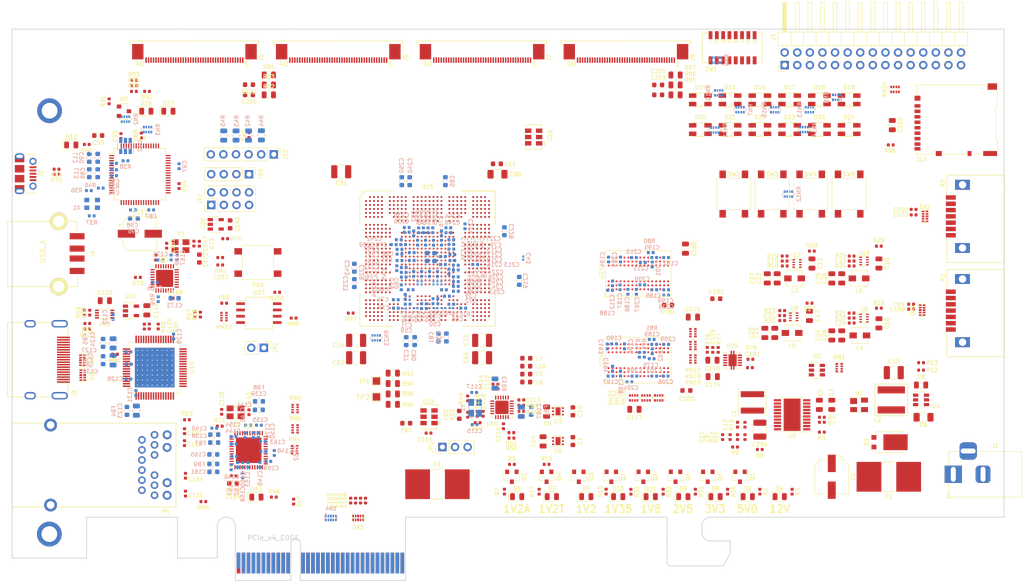
<source format=kicad_pcb>
(kicad_pcb (version 20171130) (host pcbnew 5.0.1)
  (layers (0 F.Cu signal) (31 B.Cu signal) (34 B.Paste user) (35 F.Paste user) (36 B.SilkS user) (37 F.SilkS user) (38 B.Mask user) (39 F.Mask user) (44 Edge.Cuts user))
  (net 0 "")
  (net 1 "/PCIe + SATA/DCU1_REFCLK-")
  (net 2 "/PCIe + SATA/DCU1_REFCLK+")
  (net 3 DDR3_A4)
  (net 4 DDR3_A6)
  (net 5 DDR3_A5)
  (net 6 DDR3_A7)
  (net 7 /DDR3/DDR3_VTT)
  (net 8 "Net-(RN2-Pad5)")
  (net 9 "Net-(RN2-Pad6)")
  (net 10 "Net-(R38-Pad2)")
  (net 11 "Net-(RN2-Pad7)")
  (net 12 +3V3)
  (net 13 /Power/1V2_EN)
  (net 14 /Power/2V5_EN)
  (net 15 /Power/1V35_EN)
  (net 16 "Net-(RN1-Pad4)")
  (net 17 +5V)
  (net 18 "Net-(RN1-Pad5)")
  (net 19 USD_D0)
  (net 20 USD_D3)
  (net 21 USD_CMD)
  (net 22 USD_D2)
  (net 23 "Net-(RN23-Pad1)")
  (net 24 GND)
  (net 25 "/FPGA IO/CFG0")
  (net 26 "Net-(RN23-Pad8)")
  (net 27 "/FPGA IO/CFG1")
  (net 28 "/FPGA IO/CFG2")
  (net 29 "/FPGA IO/FLASH_D3")
  (net 30 "/FPGA IO/FLASH_D1")
  (net 31 "/FPGA IO/FLASH_D2")
  (net 32 "/FPGA IO/FLASH_D0")
  (net 33 DDR3_WE)
  (net 34 DDR3_CKE)
  (net 35 DDR3_CS)
  (net 36 DDR3_ODT)
  (net 37 DDR3_CAS)
  (net 38 DDR3_BA2)
  (net 39 DDR3_RAS)
  (net 40 DDR3_BA1)
  (net 41 DDR3_A12)
  (net 42 DDR3_A14)
  (net 43 DDR3_A13)
  (net 44 DDR3_BA0)
  (net 45 DDR3_A11)
  (net 46 DDR3_A9)
  (net 47 DDR3_A10)
  (net 48 DDR3_A8)
  (net 49 DDR3_A0)
  (net 50 DDR3_A2)
  (net 51 DDR3_A1)
  (net 52 DDR3_A3)
  (net 53 "/HDMI, GbE, USB/ETH_LED2")
  (net 54 ETH_~RESET)
  (net 55 "/HDMI, GbE, USB/ETH_LED1")
  (net 56 RGMII_REF_CLK)
  (net 57 "Net-(D18-Pad4)")
  (net 58 "Net-(D20-Pad4)")
  (net 59 "Net-(D19-Pad4)")
  (net 60 "Net-(D21-Pad4)")
  (net 61 "Net-(D25-Pad4)")
  (net 62 "Net-(D23-Pad4)")
  (net 63 "Net-(D24-Pad4)")
  (net 64 "Net-(D22-Pad4)")
  (net 65 FTDI_D1_RX)
  (net 66 FTDI_~WR)
  (net 67 FTDI_~RD)
  (net 68 FTDI_~SIWU)
  (net 69 RGMII_RXD0)
  (net 70 RGMII_RXD2)
  (net 71 RGMII_RXD1)
  (net 72 RGMII_RXD3)
  (net 73 RGMII_RX_DV)
  (net 74 ETH_MDIO)
  (net 75 RGMII_RX_CLK)
  (net 76 ETH_INT_N)
  (net 77 "Net-(D17-Pad1)")
  (net 78 "Net-(D16-Pad1)")
  (net 79 "Net-(D14-Pad1)")
  (net 80 "Net-(D15-Pad1)")
  (net 81 DIP_SW1)
  (net 82 DIP_SW0)
  (net 83 DIP_SW2)
  (net 84 DIP_SW3)
  (net 85 DIP_SW7)
  (net 86 DIP_SW6)
  (net 87 DIP_SW4)
  (net 88 DIP_SW5)
  (net 89 "Net-(D14-Pad4)")
  (net 90 "Net-(D16-Pad4)")
  (net 91 "Net-(D15-Pad4)")
  (net 92 "Net-(D17-Pad4)")
  (net 93 "Net-(D21-Pad1)")
  (net 94 "Net-(D20-Pad1)")
  (net 95 "Net-(D18-Pad1)")
  (net 96 "Net-(D19-Pad1)")
  (net 97 BTN1)
  (net 98 BTN0)
  (net 99 BTN2)
  (net 100 BTN3)
  (net 101 "Net-(D25-Pad1)")
  (net 102 "Net-(D24-Pad1)")
  (net 103 "Net-(D22-Pad1)")
  (net 104 "Net-(D23-Pad1)")
  (net 105 "/FPGA IO/VCCIO7")
  (net 106 "Net-(R44-Pad2)")
  (net 107 JTAG_TDO)
  (net 108 JTAG_TDI)
  (net 109 "Net-(R43-Pad2)")
  (net 110 "Net-(R42-Pad2)")
  (net 111 JTAG_TCK)
  (net 112 JTAG_TMS)
  (net 113 "Net-(R45-Pad2)")
  (net 114 "/PCIe + SATA/CLKAUXO+")
  (net 115 "/PCIe + SATA/CLK150M-")
  (net 116 +1V8)
  (net 117 +2V5)
  (net 118 "/PCIe + SATA/CLKAUXO-")
  (net 119 "/FPGA IO/VCCIO6")
  (net 120 "/PCIe + SATA/CLK150M+")
  (net 121 CLK_SDA)
  (net 122 "Net-(R36-Pad2)")
  (net 123 FPGA_12MHz)
  (net 124 "/PCIe + SATA/PCIe_REFCLK+")
  (net 125 "/PCIe + SATA/PCIe_REFCLK-")
  (net 126 PCIe_12V)
  (net 127 "Net-(D13-Pad2)")
  (net 128 ~PERST)
  (net 129 "Net-(P3-PadA11)")
  (net 130 "Net-(D12-Pad2)")
  (net 131 "Net-(R40-Pad1)")
  (net 132 "Net-(R39-Pad1)")
  (net 133 "Net-(R38-Pad1)")
  (net 134 "Net-(R12-Pad2)")
  (net 135 "/PCIe + SATA/3V3_C")
  (net 136 "/PCIe + SATA/3V3_CA")
  (net 137 "Net-(R57-Pad1)")
  (net 138 "Net-(R58-Pad2)")
  (net 139 FABRIC_REFCLK)
  (net 140 "/HDMI, GbE, USB/PORT_SCL")
  (net 141 "/HDMI, GbE, USB/PORT_SDA")
  (net 142 "Net-(C121-Pad1)")
  (net 143 "Net-(R62-Pad1)")
  (net 144 /Power/3V3_PG)
  (net 145 "Net-(D27-Pad2)")
  (net 146 "/FPGA IO/~PROGRAM")
  (net 147 "Net-(R80-Pad1)")
  (net 148 "Net-(R81-Pad1)")
  (net 149 "/FPGA IO/FLASH_~CS")
  (net 150 "/FPGA IO/FLASH_CLK")
  (net 151 "/FPGA IO/DONE")
  (net 152 "Net-(Q9-Pad1)")
  (net 153 "Net-(D26-Pad2)")
  (net 154 "Net-(R79-Pad1)")
  (net 155 "/FPGA IO/~INIT")
  (net 156 "Net-(C9-Pad1)")
  (net 157 "Net-(C11-Pad1)")
  (net 158 "Net-(Q2-Pad3)")
  (net 159 "Net-(D5-Pad1)")
  (net 160 /Power/1V2_PG)
  (net 161 USD_D1)
  (net 162 USD_CLK)
  (net 163 "Net-(R97-Pad1)")
  (net 164 "Net-(Q2-Pad1)")
  (net 165 +1V2A)
  (net 166 "Net-(R5-Pad2)")
  (net 167 "Net-(D2-Pad2)")
  (net 168 "Net-(C7-Pad1)")
  (net 169 "Net-(D4-Pad2)")
  (net 170 +12V)
  (net 171 "Net-(R74-Pad1)")
  (net 172 "/Debug Interface/PORT_D-")
  (net 173 "/Debug Interface/FTDI_D-")
  (net 174 "/Debug Interface/FTDI_D+")
  (net 175 "/Debug Interface/PORT_D+")
  (net 176 "Net-(C22-Pad2)")
  (net 177 "Net-(R71-Pad2)")
  (net 178 "/HDMI, GbE, USB/USB_XO")
  (net 179 "/HDMI, GbE, USB/USB_XI")
  (net 180 "Net-(R73-Pad1)")
  (net 181 "/HDMI, GbE, USB/USBA_VBUS")
  (net 182 "/HDMI, GbE, USB/EXTVBUS")
  (net 183 DVI_SCL)
  (net 184 DVI_SDA)
  (net 185 CLK_SCL)
  (net 186 "Net-(R70-Pad1)")
  (net 187 "Net-(C175-Pad2)")
  (net 188 DDR3_CLK+)
  (net 189 "Net-(P4-Pad16)")
  (net 190 "Net-(R66-Pad1)")
  (net 191 "Net-(R65-Pad1)")
  (net 192 "/HDMI, GbE, USB/HDMI_HPD")
  (net 193 DDR3_CLK-)
  (net 194 "Net-(C179-Pad1)")
  (net 195 +1V35)
  (net 196 +1V2)
  (net 197 "Net-(D10-Pad2)")
  (net 198 "Net-(P4-Pad14)")
  (net 199 "Net-(C12-Pad2)")
  (net 200 "Net-(D6-Pad2)")
  (net 201 +1V2T)
  (net 202 "Net-(Q4-Pad1)")
  (net 203 "Net-(Q4-Pad3)")
  (net 204 "Net-(D7-Pad1)")
  (net 205 "Net-(C19-Pad2)")
  (net 206 "Net-(C20-Pad2)")
  (net 207 "Net-(C21-Pad2)")
  (net 208 "/Debug Interface/FTDI_12MHz")
  (net 209 "Net-(D11-Pad2)")
  (net 210 /Power/2V5_PG)
  (net 211 /Power/1V35_PG)
  (net 212 /Power/1V8_PG)
  (net 213 "Net-(D8-Pad2)")
  (net 214 "Net-(D9-Pad2)")
  (net 215 "Net-(C8-Pad2)")
  (net 216 "Net-(C8-Pad1)")
  (net 217 /Power/PWR_EN)
  (net 218 "/HDMI, GbE, USB/HDMI_5V")
  (net 219 "Net-(U17-Pad3)")
  (net 220 "Net-(D9-Pad1)")
  (net 221 "Net-(D11-Pad1)")
  (net 222 "Net-(D26-Pad1)")
  (net 223 "Net-(D2-Pad1)")
  (net 224 "Net-(D6-Pad1)")
  (net 225 "Net-(D10-Pad1)")
  (net 226 "Net-(D8-Pad1)")
  (net 227 "Net-(U1-Pad3)")
  (net 228 DDR3_Vref)
  (net 229 DDR3_Vtt_EN)
  (net 230 "Net-(U5-Pad2)")
  (net 231 "Net-(L1-Pad1)")
  (net 232 "Net-(C11-Pad2)")
  (net 233 "Net-(U13-Pad3)")
  (net 234 "/Debug Interface/Vphy")
  (net 235 "/Debug Interface/Vpll")
  (net 236 "/Debug Interface/JTAG_ACT")
  (net 237 "Net-(U13-Pad22)")
  (net 238 "Net-(U13-Pad23)")
  (net 239 "Net-(U13-Pad24)")
  (net 240 "Net-(U13-Pad26)")
  (net 241 "Net-(U13-Pad27)")
  (net 242 "Net-(U13-Pad28)")
  (net 243 "Net-(U13-Pad29)")
  (net 244 "Net-(U13-Pad30)")
  (net 245 "Net-(U13-Pad32)")
  (net 246 "Net-(U13-Pad33)")
  (net 247 "Net-(U13-Pad34)")
  (net 248 "Net-(U13-Pad36)")
  (net 249 FTDI_D0_TX)
  (net 250 FTDI_D2)
  (net 251 FTDI_D3)
  (net 252 FTDI_D4)
  (net 253 FTDI_D5)
  (net 254 FTDI_D6)
  (net 255 FTDI_D7)
  (net 256 FTDI_~RXF)
  (net 257 "Net-(U13-Pad49)")
  (net 258 "Net-(U13-Pad50)")
  (net 259 FTDI_~TXE)
  (net 260 "Net-(U13-Pad57)")
  (net 261 "Net-(U13-Pad58)")
  (net 262 "Net-(U13-Pad59)")
  (net 263 "Net-(U13-Pad60)")
  (net 264 "/HDMI, GbE, USB/DVI_DVDD")
  (net 265 DVI_DE)
  (net 266 DVI_HSYNC)
  (net 267 DVI_VSYNC)
  (net 268 "Net-(U19-Pad11)")
  (net 269 "/HDMI, GbE, USB/DVI_PVDD")
  (net 270 "/HDMI, GbE, USB/TMDS_CLK-")
  (net 271 "/HDMI, GbE, USB/TMDS_CLK+")
  (net 272 "/HDMI, GbE, USB/DVI_TVDD")
  (net 273 "/HDMI, GbE, USB/TMDS_D0-")
  (net 274 "/HDMI, GbE, USB/TMDS_D0+")
  (net 275 "/HDMI, GbE, USB/TMDS_D1-")
  (net 276 "/HDMI, GbE, USB/TMDS_D1+")
  (net 277 "/HDMI, GbE, USB/TMDS_D2-")
  (net 278 "/HDMI, GbE, USB/TMDS_D2+")
  (net 279 DVI_D23)
  (net 280 DVI_D22)
  (net 281 DVI_D21)
  (net 282 DVI_D20)
  (net 283 DVI_D19)
  (net 284 DVI_D18)
  (net 285 DVI_D17)
  (net 286 DVI_D16)
  (net 287 DVI_D15)
  (net 288 DVI_D14)
  (net 289 DVI_D13)
  (net 290 DVI_D12)
  (net 291 "Net-(U19-Pad49)")
  (net 292 DVI_D11)
  (net 293 DVI_D10)
  (net 294 DVI_D9)
  (net 295 DVI_D8)
  (net 296 DVI_D7)
  (net 297 DVI_D6)
  (net 298 DVI_CLK)
  (net 299 DVI_D5)
  (net 300 DVI_D4)
  (net 301 DVI_D3)
  (net 302 DVI_D2)
  (net 303 DVI_D1)
  (net 304 DVI_D0)
  (net 305 "/HDMI, GbE, USB/AVDDH")
  (net 306 "/HDMI, GbE, USB/MX4-")
  (net 307 "/HDMI, GbE, USB/MX4+")
  (net 308 "/HDMI, GbE, USB/AVDDL")
  (net 309 "/HDMI, GbE, USB/MX3-")
  (net 310 "/HDMI, GbE, USB/MX3+")
  (net 311 "/HDMI, GbE, USB/MX2-")
  (net 312 "/HDMI, GbE, USB/MX2+")
  (net 313 "/HDMI, GbE, USB/MX1-")
  (net 314 "/HDMI, GbE, USB/MX1+")
  (net 315 "Net-(U21-Pad13)")
  (net 316 RGMII_TXD0)
  (net 317 RGMII_TXD1)
  (net 318 RGMII_TXD2)
  (net 319 RGMII_TXD3)
  (net 320 RGMII_TX_CLK)
  (net 321 RGMII_TX_EN)
  (net 322 ETH_MDC)
  (net 323 "Net-(U21-Pad43)")
  (net 324 "/HDMI, GbE, USB/AVDDL_PLL")
  (net 325 "/HDMI, GbE, USB/ETH_XO")
  (net 326 "/HDMI, GbE, USB/ETH_XI")
  (net 327 "Net-(U21-Pad47)")
  (net 328 "Net-(U22-Pad3)")
  (net 329 "Net-(U22-Pad5)")
  (net 330 "/HDMI, GbE, USB/USBA_D+")
  (net 331 "/HDMI, GbE, USB/USBA_D-")
  (net 332 ULPI_RESET)
  (net 333 ULPI_NXT)
  (net 334 ULPI_DIR)
  (net 335 ULPI_STP)
  (net 336 ULPI_CLKO)
  (net 337 "/HDMI, GbE, USB/USB1V8")
  (net 338 ULPI_D7)
  (net 339 ULPI_D6)
  (net 340 ULPI_D5)
  (net 341 ULPI_D4)
  (net 342 ULPI_D3)
  (net 343 ULPI_D2)
  (net 344 ULPI_D1)
  (net 345 ULPI_D0)
  (net 346 "Net-(C117-Pad1)")
  (net 347 "Net-(C115-Pad2)")
  (net 348 CLK_SD_OE)
  (net 349 "Net-(U16-Pad11)")
  (net 350 "Net-(U16-Pad12)")
  (net 351 "/PCIe + SATA/1V8_C")
  (net 352 "Net-(U16-Pad16)")
  (net 353 "/PCIe + SATA/DCU0_REFCLK-")
  (net 354 "/PCIe + SATA/DCU0_REFCLK+")
  (net 355 "Net-(U16-Pad24)")
  (net 356 DDR3_DQ13)
  (net 357 DDR3_DQ15)
  (net 358 DDR3_DQ12)
  (net 359 DDR3_DQS1-)
  (net 360 DDR3_DQ14)
  (net 361 DDR3_DQ11)
  (net 362 DDR3_DQ9)
  (net 363 DDR3_DQS1+)
  (net 364 DDR3_DQ10)
  (net 365 DDR3_DM1)
  (net 366 DDR3_DQ8)
  (net 367 DDR3_DQ0)
  (net 368 DDR3_DM0)
  (net 369 DDR3_DQ2)
  (net 370 DDR3_DQS0+)
  (net 371 DDR3_DQ1)
  (net 372 DDR3_DQ3)
  (net 373 DDR3_DQ6)
  (net 374 DDR3_DQS0-)
  (net 375 DDR3_DQ4)
  (net 376 DDR3_DQ7)
  (net 377 DDR3_DQ5)
  (net 378 "Net-(U23-PadJ1)")
  (net 379 "Net-(U23-PadJ9)")
  (net 380 "Net-(U23-PadL1)")
  (net 381 "Net-(U23-PadL9)")
  (net 382 "Net-(U23-PadM7)")
  (net 383 DDR3_RESET)
  (net 384 "Net-(U24-PadM7)")
  (net 385 "Net-(U24-PadL9)")
  (net 386 "Net-(U24-PadL1)")
  (net 387 "Net-(U24-PadJ9)")
  (net 388 "Net-(U24-PadJ1)")
  (net 389 DDR3_DQ21)
  (net 390 DDR3_DQ23)
  (net 391 DDR3_DQ20)
  (net 392 DDR3_DQS2-)
  (net 393 DDR3_DQ22)
  (net 394 DDR3_DQ19)
  (net 395 DDR3_DQ17)
  (net 396 DDR3_DQS2+)
  (net 397 DDR3_DQ18)
  (net 398 DDR3_DM2)
  (net 399 DDR3_DQ16)
  (net 400 DDR3_DQ24)
  (net 401 DDR3_DM3)
  (net 402 DDR3_DQ26)
  (net 403 DDR3_DQS3+)
  (net 404 DDR3_DQ25)
  (net 405 DDR3_DQ27)
  (net 406 DDR3_DQ30)
  (net 407 DDR3_DQS3-)
  (net 408 DDR3_DQ28)
  (net 409 DDR3_DQ31)
  (net 410 DDR3_DQ29)
  (net 411 "Net-(X1-Pad1)")
  (net 412 "Net-(L4-Pad1)")
  (net 413 "Net-(L5-Pad1)")
  (net 414 "Net-(L3-Pad1)")
  (net 415 "Net-(L6-Pad1)")
  (net 416 "Net-(C111-Pad1)")
  (net 417 "/FPGA Core Power/VCCHTX1")
  (net 418 "/FPGA Core Power/VCCHTX0")
  (net 419 "/FPGA Core Power/VCCA0")
  (net 420 "/FPGA Core Power/VCCAUX")
  (net 421 "/FPGA Core Power/VCCA1")
  (net 422 "/PCIe + SATA/SATA1_A+")
  (net 423 "/PCIe + SATA/SATA1_A-")
  (net 424 "/PCIe + SATA/DCU1_RX1-")
  (net 425 "/PCIe + SATA/DCU1_RX1+")
  (net 426 "/PCIe + SATA/SATA0_A+")
  (net 427 "/PCIe + SATA/SATA0_A-")
  (net 428 "/PCIe + SATA/DCU1_RX0-")
  (net 429 "/PCIe + SATA/DCU1_RX0+")
  (net 430 "/PCIe + SATA/PCIe_HSI0+")
  (net 431 "/PCIe + SATA/PCIe_HSI0-")
  (net 432 "/PCIe + SATA/PCIe_HSI1+")
  (net 433 "/PCIe + SATA/PCIe_HSI1-")
  (net 434 "/PCIe + SATA/DCU0_RX0+")
  (net 435 "/PCIe + SATA/DCU0_RX0-")
  (net 436 "/PCIe + SATA/DCU0_RX1+")
  (net 437 "/PCIe + SATA/DCU0_RX1-")
  (net 438 "Net-(U6-Pad2)")
  (net 439 "Net-(U6-Pad5)")
  (net 440 "Net-(U3-Pad5)")
  (net 441 "Net-(U3-Pad2)")
  (net 442 "Net-(U10-Pad4)")
  (net 443 "Net-(U9-Pad4)")
  (net 444 "Net-(U8-Pad4)")
  (net 445 "Net-(U7-Pad4)")
  (net 446 "Net-(J5-Pad38)")
  (net 447 "/FPGA IO/EXT0_11-")
  (net 448 "/FPGA IO/EXT0_11+")
  (net 449 "/FPGA IO/EXT0_10-")
  (net 450 "/FPGA IO/EXT0_10+")
  (net 451 "/FPGA IO/EXT0_9-")
  (net 452 "/FPGA IO/EXT0_9+")
  (net 453 "/FPGA IO/EXT0_8-")
  (net 454 "/FPGA IO/EXT0_8+")
  (net 455 "/FPGA IO/EXT0_7-")
  (net 456 "/FPGA IO/EXT0_7+")
  (net 457 "/FPGA IO/EXT0_6-")
  (net 458 "/FPGA IO/EXT0_6+")
  (net 459 "/FPGA IO/EXT0_5-")
  (net 460 "/FPGA IO/EXT0_5+")
  (net 461 "/FPGA IO/EXT0_4-")
  (net 462 "/FPGA IO/EXT0_4+")
  (net 463 "/FPGA IO/EXT0_3-")
  (net 464 "/FPGA IO/EXT0_3+")
  (net 465 "/FPGA IO/EXT0_2-")
  (net 466 "/FPGA IO/EXT0_2+")
  (net 467 "/FPGA IO/EXT0_1-")
  (net 468 "/FPGA IO/EXT0_1+")
  (net 469 "/FPGA IO/EXT0_0-")
  (net 470 "/FPGA IO/EXT0_0+")
  (net 471 "/FPGA IO/EXT3_0+")
  (net 472 "/FPGA IO/EXT3_0-")
  (net 473 "/FPGA IO/EXT3_1+")
  (net 474 "/FPGA IO/EXT3_1-")
  (net 475 "/FPGA IO/EXT3_2+")
  (net 476 "/FPGA IO/EXT3_2-")
  (net 477 "/FPGA IO/EXT3_3+")
  (net 478 "/FPGA IO/EXT3_3-")
  (net 479 "/FPGA IO/EXT3_4+")
  (net 480 "/FPGA IO/EXT3_4-")
  (net 481 "/FPGA IO/EXT3_5+")
  (net 482 "/FPGA IO/EXT3_5-")
  (net 483 "/FPGA IO/EXT3_6+")
  (net 484 "/FPGA IO/EXT3_6-")
  (net 485 "/FPGA IO/EXT3_7+")
  (net 486 "/FPGA IO/EXT3_7-")
  (net 487 "/FPGA IO/EXT3_8+")
  (net 488 "/FPGA IO/EXT3_8-")
  (net 489 "/FPGA IO/EXT3_9+")
  (net 490 "/FPGA IO/EXT3_9-")
  (net 491 "/FPGA IO/EXT3_10+")
  (net 492 "/FPGA IO/EXT3_10-")
  (net 493 "/FPGA IO/EXT3_11+")
  (net 494 "/FPGA IO/EXT3_11-")
  (net 495 "Net-(J8-Pad38)")
  (net 496 "Net-(J6-Pad38)")
  (net 497 "/FPGA IO/EXT1_11-")
  (net 498 "/FPGA IO/EXT1_11+")
  (net 499 "/FPGA IO/EXT1_10-")
  (net 500 "/FPGA IO/EXT1_10+")
  (net 501 "/FPGA IO/EXT1_9-")
  (net 502 "/FPGA IO/EXT1_9+")
  (net 503 "/FPGA IO/EXT1_8-")
  (net 504 "/FPGA IO/EXT1_8+")
  (net 505 "/FPGA IO/EXT1_7-")
  (net 506 "/FPGA IO/EXT1_7+")
  (net 507 "/FPGA IO/EXT1_6-")
  (net 508 "/FPGA IO/EXT1_6+")
  (net 509 "/FPGA IO/EXT1_5-")
  (net 510 "/FPGA IO/EXT1_5+")
  (net 511 "/FPGA IO/EXT1_4-")
  (net 512 "/FPGA IO/EXT1_4+")
  (net 513 "/FPGA IO/EXT1_3-")
  (net 514 "/FPGA IO/EXT1_3+")
  (net 515 "/FPGA IO/EXT1_2-")
  (net 516 "/FPGA IO/EXT1_2+")
  (net 517 "/FPGA IO/EXT1_1-")
  (net 518 "/FPGA IO/EXT1_1+")
  (net 519 "/FPGA IO/EXT1_0-")
  (net 520 "/FPGA IO/EXT1_0+")
  (net 521 "/FPGA IO/EXT2_0+")
  (net 522 "/FPGA IO/EXT2_0-")
  (net 523 "/FPGA IO/EXT2_1+")
  (net 524 "/FPGA IO/EXT2_1-")
  (net 525 "/FPGA IO/EXT2_2+")
  (net 526 "/FPGA IO/EXT2_2-")
  (net 527 "/FPGA IO/EXT2_3+")
  (net 528 "/FPGA IO/EXT2_3-")
  (net 529 "/FPGA IO/EXT2_4+")
  (net 530 "/FPGA IO/EXT2_4-")
  (net 531 "/FPGA IO/EXT2_5+")
  (net 532 "/FPGA IO/EXT2_5-")
  (net 533 "/FPGA IO/EXT2_6+")
  (net 534 "/FPGA IO/EXT2_6-")
  (net 535 "/FPGA IO/EXT2_7+")
  (net 536 "/FPGA IO/EXT2_7-")
  (net 537 "/FPGA IO/EXT2_8+")
  (net 538 "/FPGA IO/EXT2_8-")
  (net 539 "/FPGA IO/EXT2_9+")
  (net 540 "/FPGA IO/EXT2_9-")
  (net 541 "/FPGA IO/EXT2_10+")
  (net 542 "/FPGA IO/EXT2_10-")
  (net 543 "/FPGA IO/EXT2_11+")
  (net 544 "/FPGA IO/EXT2_11-")
  (net 545 "Net-(J7-Pad38)")
  (net 546 "Net-(C132-Pad1)")
  (net 547 "Net-(C135-Pad1)")
  (net 548 "Net-(C133-Pad1)")
  (net 549 "Net-(C134-Pad1)")
  (net 550 "Net-(P3-PadB5)")
  (net 551 "Net-(P3-PadB6)")
  (net 552 "Net-(P3-PadB8)")
  (net 553 "Net-(P3-PadB9)")
  (net 554 "Net-(P3-PadB10)")
  (net 555 PCIe_~WAKE)
  (net 556 "Net-(P3-PadB12)")
  (net 557 "/PCIe + SATA/~PRSNT2~_X1")
  (net 558 "Net-(P3-PadB23)")
  (net 559 "Net-(P3-PadB24)")
  (net 560 "Net-(P3-PadB27)")
  (net 561 "Net-(P3-PadB28)")
  (net 562 "Net-(P3-PadB30)")
  (net 563 "/PCIe + SATA/~PRSNT2~_X4")
  (net 564 "/PCIe + SATA/~PRSNT1")
  (net 565 "Net-(P3-PadA5)")
  (net 566 "Net-(P3-PadA6)")
  (net 567 "Net-(P3-PadA7)")
  (net 568 "Net-(P3-PadA8)")
  (net 569 "Net-(P3-PadA9)")
  (net 570 "Net-(P3-PadA10)")
  (net 571 "Net-(P3-PadA19)")
  (net 572 "Net-(P3-PadA25)")
  (net 573 "Net-(P3-PadA26)")
  (net 574 "Net-(P3-PadA29)")
  (net 575 "Net-(P3-PadA30)")
  (net 576 "Net-(P3-PadA32)")
  (net 577 "Net-(U14-Pad2)")
  (net 578 "Net-(U14-Pad1)")
  (net 579 "Net-(U26-Pad1)")
  (net 580 "Net-(U26-Pad2)")
  (net 581 "/FPGA IO/CLK100+")
  (net 582 "/FPGA IO/CLK100-")
  (net 583 "Net-(J3-Pad14)")
  (net 584 "Net-(J3-Pad13)")
  (net 585 LED2)
  (net 586 LED11)
  (net 587 LED10)
  (net 588 LED0)
  (net 589 LED1)
  (net 590 LED3)
  (net 591 LED4)
  (net 592 LED5)
  (net 593 LED6)
  (net 594 LED7)
  (net 595 LED8)
  (net 596 LED9)
  (net 597 "Net-(F2-Pad2)")
  (net 598 "Net-(U15-PadR1)")
  (net 599 "Net-(U15-PadY1)")
  (net 600 "Net-(U15-PadAB1)")
  (net 601 "Net-(U15-PadAC1)")
  (net 602 "Net-(U15-PadAD1)")
  (net 603 "Net-(U15-PadAE1)")
  (net 604 "Net-(U15-PadA2)")
  (net 605 "Net-(U15-PadT2)")
  (net 606 "Net-(U15-PadW2)")
  (net 607 "Net-(U15-PadAB2)")
  (net 608 "Net-(U15-PadAC2)")
  (net 609 "Net-(U15-PadAE2)")
  (net 610 "Net-(U15-PadAG2)")
  (net 611 "Net-(U15-PadA3)")
  (net 612 "Net-(U15-PadV3)")
  (net 613 "Net-(U15-PadW3)")
  (net 614 "Net-(U15-PadY3)")
  (net 615 "Net-(U15-PadAC3)")
  (net 616 "Net-(U15-PadAD3)")
  (net 617 "Net-(U15-PadAE3)")
  (net 618 "Net-(U15-PadAG3)")
  (net 619 "Net-(U15-PadAL3)")
  (net 620 "Net-(U15-PadB4)")
  (net 621 "Net-(U15-PadH4)")
  (net 622 "Net-(U15-PadAC4)")
  (net 623 "Net-(U15-PadA5)")
  (net 624 "Net-(U15-PadL5)")
  (net 625 "Net-(U15-PadW6)")
  (net 626 "Net-(U15-PadD7)")
  (net 627 "Net-(U15-PadE7)")
  (net 628 "Net-(U15-PadAE7)")
  (net 629 "Net-(U15-PadG9)")
  (net 630 "/PCIe + SATA/DCU0_TX0+")
  (net 631 "Net-(U15-PadG10)")
  (net 632 "/PCIe + SATA/DCU0_TX0-")
  (net 633 "Net-(U15-PadG11)")
  (net 634 "/PCIe + SATA/DCU0_TX1+")
  (net 635 "/PCIe + SATA/DCU0_TX1-")
  (net 636 "/FPGA IO/PMOD1_10")
  (net 637 "/FPGA IO/PMOD1_9")
  (net 638 "Net-(U15-PadG14)")
  (net 639 "Net-(U15-PadG15)")
  (net 640 "Net-(U15-PadAK15)")
  (net 641 "Net-(U15-PadG16)")
  (net 642 "Net-(U15-PadAK16)")
  (net 643 "Net-(U15-PadG17)")
  (net 644 "Net-(U15-PadG18)")
  (net 645 "/PCIe + SATA/DCU1_TX0+")
  (net 646 "Net-(U15-PadG19)")
  (net 647 "/PCIe + SATA/DCU1_TX0-")
  (net 648 "/FPGA IO/PMOD1_8")
  (net 649 "/FPGA IO/PMOD1_7")
  (net 650 "/PCIe + SATA/DCU1_TX1+")
  (net 651 "/PCIe + SATA/DCU1_TX1-")
  (net 652 "/FPGA IO/EXIO_5")
  (net 653 "/FPGA IO/EXIO_4")
  (net 654 "/FPGA IO/EXIO_3")
  (net 655 "Net-(U15-PadG22)")
  (net 656 "/FPGA IO/PMOD1_3")
  (net 657 "/FPGA IO/PMOD1_2")
  (net 658 "/FPGA IO/PMOD1_0")
  (net 659 "/FPGA IO/PMOD1_1")
  (net 660 "/FPGA IO/EXIO_2")
  (net 661 "Net-(U15-PadG23)")
  (net 662 "/FPGA IO/EXIO_1")
  (net 663 "/FPGA IO/PMOD0_10")
  (net 664 "/FPGA IO/EXIO_0")
  (net 665 "/FPGA IO/PMOD0_9")
  (net 666 "Net-(U15-PadG24)")
  (net 667 "Net-(U15-PadAG24)")
  (net 668 "Net-(U15-PadAK24)")
  (net 669 "/FPGA IO/PMOD0_8")
  (net 670 "/FPGA IO/PMOD0_3")
  (net 671 "/FPGA IO/PMOD0_7")
  (net 672 "/FPGA IO/PMOD0_2")
  (net 673 "/FPGA IO/PMOD0_1")
  (net 674 "Net-(U15-PadAK25)")
  (net 675 "/FPGA IO/PMOD0_0")
  (net 676 "Net-(U15-PadB26)")
  (net 677 "Net-(U15-PadE26)")
  (net 678 "Net-(U15-PadR26)")
  (net 679 "Net-(U15-PadT26)")
  (net 680 "Net-(U15-PadAE26)")
  (net 681 "Net-(U15-PadH27)")
  (net 682 "Net-(U15-PadJ27)")
  (net 683 "Net-(U15-PadK27)")
  (net 684 "Net-(U15-PadW27)")
  (net 685 "Net-(U15-PadC28)")
  (net 686 "Net-(U15-PadD28)")
  (net 687 "Net-(U15-PadH28)")
  (net 688 "Net-(U15-PadL28)")
  (net 689 "Net-(U15-PadP28)")
  (net 690 "Net-(U15-PadAC28)")
  (net 691 "Net-(U15-PadAE28)")
  (net 692 "Net-(U15-PadC29)")
  (net 693 "Net-(U15-PadD29)")
  (net 694 "Net-(U15-PadH29)")
  (net 695 "Net-(U15-PadP29)")
  (net 696 "Net-(U15-PadAB29)")
  (net 697 "Net-(U15-PadAC29)")
  (net 698 "Net-(U15-PadAE29)")
  (net 699 "Net-(U15-PadAJ29)")
  (net 700 "Net-(U15-PadC30)")
  (net 701 "Net-(U15-PadP30)")
  (net 702 "Net-(U15-PadR30)")
  (net 703 "Net-(U15-PadV30)")
  (net 704 "Net-(U15-PadAB30)")
  (net 705 "Net-(U15-PadAE30)")
  (net 706 "Net-(U15-PadAJ30)")
  (net 707 "Net-(U15-PadA31)")
  (net 708 "Net-(U15-PadF31)")
  (net 709 "Net-(U15-PadH31)")
  (net 710 "Net-(U15-PadP31)")
  (net 711 "Net-(U15-PadAG31)")
  (net 712 "Net-(U15-PadAK31)")
  (net 713 "Net-(U15-PadE32)")
  (net 714 "Net-(U15-PadF32)")
  (net 715 "Net-(U15-PadH32)")
  (net 716 "Net-(U15-PadAG32)")
  (net 717 "Net-(J2-Pad1)")
  (net 718 "Net-(J2-Pad4)")
  (module "Custom Parts:PCIe_EDGE_x4" (layer F.Cu) (at 92.9 131.4)
    (fp_text reference P3 hide)
    (fp_text value PCIe_x4_EDGE (at 0 -5.08) (layer Edge.Cuts))
    (fp_arc (start 88.15 -6.2) (end 86.4 -6.2) (angle -90) (layer Edge.Cuts) (width 0.15))
    (fp_arc (start 88.15 -7.5) (end 88.15 -9.25) (angle -90) (layer Edge.Cuts) (width 0.15))
    (fp_line (start 90.7 0.55) (end 92.1 -1.88) (layer Edge.Cuts) (width 0.15))
    (fp_line (start 79.9 0.55) (end 79.4 0.05) (layer Edge.Cuts) (width 0.15))
    (fp_line (start 92.1 -4.45) (end 88.15 -4.45) (layer Edge.Cuts) (width 0.15))
    (fp_line (start 86.4 -6.2) (end 86.4 -7.5) (layer Edge.Cuts) (width 0.15))
    (fp_line (start 88.15 -9.25) (end 105.4 -9.25) (layer Edge.Cuts) (width 0.15))
    (fp_line (start 79.4 -4.45) (end 79.4 0.05) (layer Edge.Cuts) (width 0.15))
    (fp_line (start 79.9 0.55) (end 90.71 0.55) (layer Edge.Cuts) (width 0.15))
    (fp_line (start 92.1 -1.88) (end 92.1 -4.45) (layer Edge.Cuts) (width 0.15))
    (fp_line (start 79.4 -9.25) (end 79.4 -4.45) (layer Edge.Cuts) (width 0.15))
    (fp_line (start 76.6 -9.25) (end 79.4 -9.25) (layer Edge.Cuts) (width 0.15))
    (fp_line (start 26.65 -3.2) (end 26.65 -9.25) (layer Edge.Cuts) (width 0.15))
    (fp_line (start 26.65 -9.25) (end 76.65 -9.25) (layer Edge.Cuts) (width 0.15))
    (fp_line (start -52.65 -106.65) (end -52.65 -107.65) (layer Edge.Cuts) (width 0.15))
    (fp_line (start -52.65 -107.65) (end -19.3 -107.65) (layer Edge.Cuts) (width 0.15))
    (fp_line (start -19.3 -1) (end -19.3 -9.25) (layer Edge.Cuts) (width 0.15))
    (fp_line (start -19.3 -9.25) (end -37.65 -9.25) (layer Edge.Cuts) (width 0.15))
    (fp_line (start -37.65 -9.25) (end -37.65 -1) (layer Edge.Cuts) (width 0.15))
    (fp_line (start -37.65 -1) (end -52.65 -1) (layer Edge.Cuts) (width 0.15))
    (fp_line (start -52.65 -1) (end -52.65 -106.65) (layer Edge.Cuts) (width 0.15))
    (fp_line (start -19.3 -107.65) (end 3.7 -107.65) (layer Edge.Cuts) (width 0.15))
    (fp_line (start -11.9 -1) (end -19.3 -1) (layer Edge.Cuts) (width 0.15))
    (fp_line (start -11.3 -7.45) (end -11.3 -7.2) (layer Edge.Cuts) (width 0.15))
    (fp_line (start -11.3 -7.2) (end -11.3 -2.8) (layer Edge.Cuts) (width 0.15))
    (fp_line (start -11.3 -2.8) (end -11.3 -1) (layer Edge.Cuts) (width 0.15))
    (fp_line (start -11.3 -1) (end -11.9 -1) (layer Edge.Cuts) (width 0.15))
    (fp_line (start -7.65 -7.425) (end -7.65 -2.47) (layer Edge.Cuts) (width 0.15))
    (fp_arc (start -9.475 -7.425) (end -11.3 -7.425) (angle 180) (layer Edge.Cuts) (width 0.15))
    (fp_line (start 3.7 -107.65) (end 105.4 -107.65) (layer Edge.Cuts) (width 0.15))
    (fp_line (start -7.65 3.5) (end -6.9 3.5) (layer Edge.Cuts) (width 0.15))
    (fp_line (start -7.65 3.5) (end -7.65 -2.5) (layer Edge.Cuts) (width 0.15))
    (fp_line (start 26.65 3.5) (end 26.65 -3.2) (layer Edge.Cuts) (width 0.15))
    (fp_line (start 5.45 3.5) (end 26.65 3.5) (layer Edge.Cuts) (width 0.15))
    (fp_line (start 3.55 -3.95) (end 3.55 3.5) (layer Edge.Cuts) (width 0.15))
    (fp_line (start 3.55 3.5) (end -6.9 3.5) (layer Edge.Cuts) (width 0.15))
    (fp_line (start 5.45 -3.95) (end 5.45 3.5) (layer Edge.Cuts) (width 0.15))
    (fp_arc (start 4.5 -3.95) (end 3.55 -3.95) (angle 180) (layer Edge.Cuts) (width 0.15))
    (pad B1 smd rect (at -7 0) (size 0.75 4.2) (layers F.Cu F.Mask) (net 126 PCIe_12V))
    (pad B2 smd rect (at -6 0) (size 0.75 4.2) (layers F.Cu F.Mask) (net 126 PCIe_12V))
    (pad B3 smd rect (at -5 0) (size 0.75 4.2) (layers F.Cu F.Mask) (net 126 PCIe_12V))
    (pad B4 smd rect (at -4 0) (size 0.75 4.2) (layers F.Cu F.Mask) (net 24 GND))
    (pad B5 smd rect (at -3 0) (size 0.75 4.2) (layers F.Cu F.Mask) (net 550 "Net-(P3-PadB5)"))
    (pad B6 smd rect (at -2 0) (size 0.75 4.2) (layers F.Cu F.Mask) (net 551 "Net-(P3-PadB6)"))
    (pad B7 smd rect (at -1 0) (size 0.75 4.2) (layers F.Cu F.Mask) (net 24 GND))
    (pad B8 smd rect (at 0 0) (size 0.75 4.2) (layers F.Cu F.Mask) (net 552 "Net-(P3-PadB8)"))
    (pad B9 smd rect (at 1 0) (size 0.75 4.2) (layers F.Cu F.Mask) (net 553 "Net-(P3-PadB9)"))
    (pad B10 smd rect (at 2 0) (size 0.75 4.2) (layers F.Cu F.Mask) (net 554 "Net-(P3-PadB10)"))
    (pad B11 smd rect (at 3 0) (size 0.75 4.2) (layers F.Cu F.Mask) (net 555 PCIe_~WAKE))
    (pad B12 smd rect (at 6 0) (size 0.75 4.2) (layers F.Cu F.Mask) (net 556 "Net-(P3-PadB12)"))
    (pad B13 smd rect (at 7 0) (size 0.75 4.2) (layers F.Cu F.Mask) (net 24 GND))
    (pad B14 smd rect (at 8 0) (size 0.75 4.2) (layers F.Cu F.Mask) (net 434 "/PCIe + SATA/DCU0_RX0+"))
    (pad B15 smd rect (at 9 0) (size 0.75 4.2) (layers F.Cu F.Mask) (net 435 "/PCIe + SATA/DCU0_RX0-"))
    (pad B16 smd rect (at 10 0) (size 0.75 4.2) (layers F.Cu F.Mask) (net 24 GND))
    (pad B17 smd rect (at 11 0) (size 0.75 4.2) (layers F.Cu F.Mask) (net 557 "/PCIe + SATA/~PRSNT2~_X1"))
    (pad B18 smd rect (at 12 0) (size 0.75 4.2) (layers F.Cu F.Mask) (net 24 GND))
    (pad B19 smd rect (at 13 0) (size 0.75 4.2) (layers F.Cu F.Mask) (net 436 "/PCIe + SATA/DCU0_RX1+"))
    (pad B20 smd rect (at 14 0) (size 0.75 4.2) (layers F.Cu F.Mask) (net 437 "/PCIe + SATA/DCU0_RX1-"))
    (pad B21 smd rect (at 15 0) (size 0.75 4.2) (layers F.Cu F.Mask) (net 24 GND))
    (pad B22 smd rect (at 16 0) (size 0.75 4.2) (layers F.Cu F.Mask) (net 24 GND))
    (pad B23 smd rect (at 17 0) (size 0.75 4.2) (layers F.Cu F.Mask) (net 558 "Net-(P3-PadB23)"))
    (pad B24 smd rect (at 18 0) (size 0.75 4.2) (layers F.Cu F.Mask) (net 559 "Net-(P3-PadB24)"))
    (pad B25 smd rect (at 19 0) (size 0.75 4.2) (layers F.Cu F.Mask) (net 24 GND))
    (pad B26 smd rect (at 20 0) (size 0.75 4.2) (layers F.Cu F.Mask) (net 24 GND))
    (pad B27 smd rect (at 21 0) (size 0.75 4.2) (layers F.Cu F.Mask) (net 560 "Net-(P3-PadB27)"))
    (pad B28 smd rect (at 22 0) (size 0.75 4.2) (layers F.Cu F.Mask) (net 561 "Net-(P3-PadB28)"))
    (pad B29 smd rect (at 23 0) (size 0.75 4.2) (layers F.Cu F.Mask) (net 24 GND))
    (pad B30 smd rect (at 24 0) (size 0.75 4.2) (layers F.Cu F.Mask) (net 562 "Net-(P3-PadB30)"))
    (pad B31 smd rect (at 25 -0.5) (size 0.75 3.2) (layers F.Cu F.Mask) (net 563 "/PCIe + SATA/~PRSNT2~_X4"))
    (pad B32 smd rect (at 26 0) (size 0.75 4.2) (layers F.Cu F.Mask) (net 24 GND))
    (pad A1 smd rect (at -7 -0.5) (size 0.75 3.2) (layers B.Cu B.Mask) (net 564 "/PCIe + SATA/~PRSNT1"))
    (pad A2 smd rect (at -6 0) (size 0.75 4.2) (layers B.Cu B.Mask) (net 126 PCIe_12V))
    (pad A3 smd rect (at -5 0) (size 0.75 4.2) (layers B.Cu B.Mask) (net 126 PCIe_12V))
    (pad A4 smd rect (at -4 0) (size 0.75 4.2) (layers B.Cu B.Mask) (net 24 GND))
    (pad A5 smd rect (at -3 0) (size 0.75 4.2) (layers B.Cu B.Mask) (net 565 "Net-(P3-PadA5)"))
    (pad A6 smd rect (at -2 0) (size 0.75 4.2) (layers B.Cu B.Mask) (net 566 "Net-(P3-PadA6)"))
    (pad A7 smd rect (at -1 0) (size 0.75 4.2) (layers B.Cu B.Mask) (net 567 "Net-(P3-PadA7)"))
    (pad A8 smd rect (at 0 0) (size 0.75 4.2) (layers B.Cu B.Mask) (net 568 "Net-(P3-PadA8)"))
    (pad A9 smd rect (at 1 0) (size 0.75 4.2) (layers B.Cu B.Mask) (net 569 "Net-(P3-PadA9)"))
    (pad A10 smd rect (at 2 0) (size 0.75 4.2) (layers B.Cu B.Mask) (net 570 "Net-(P3-PadA10)"))
    (pad A11 smd rect (at 3 0) (size 0.75 4.2) (layers B.Cu B.Mask) (net 129 "Net-(P3-PadA11)"))
    (pad A12 smd rect (at 6 0) (size 0.75 4.2) (layers B.Cu B.Mask) (net 24 GND))
    (pad A13 smd rect (at 7 0) (size 0.75 4.2) (layers B.Cu B.Mask) (net 124 "/PCIe + SATA/PCIe_REFCLK+"))
    (pad A14 smd rect (at 8 0) (size 0.75 4.2) (layers B.Cu B.Mask) (net 125 "/PCIe + SATA/PCIe_REFCLK-"))
    (pad A15 smd rect (at 9 0) (size 0.75 4.2) (layers B.Cu B.Mask) (net 24 GND))
    (pad A16 smd rect (at 10 0) (size 0.75 4.2) (layers B.Cu B.Mask) (net 430 "/PCIe + SATA/PCIe_HSI0+"))
    (pad A17 smd rect (at 11 0) (size 0.75 4.2) (layers B.Cu B.Mask) (net 431 "/PCIe + SATA/PCIe_HSI0-"))
    (pad A18 smd rect (at 12 0) (size 0.75 4.2) (layers B.Cu B.Mask) (net 24 GND))
    (pad A19 smd rect (at 13 0) (size 0.75 4.2) (layers B.Cu B.Mask) (net 571 "Net-(P3-PadA19)"))
    (pad A20 smd rect (at 14 0) (size 0.75 4.2) (layers B.Cu B.Mask) (net 24 GND))
    (pad A21 smd rect (at 15 0) (size 0.75 4.2) (layers B.Cu B.Mask) (net 432 "/PCIe + SATA/PCIe_HSI1+"))
    (pad A22 smd rect (at 16 0) (size 0.75 4.2) (layers B.Cu B.Mask) (net 433 "/PCIe + SATA/PCIe_HSI1-"))
    (pad A23 smd rect (at 17 0) (size 0.75 4.2) (layers B.Cu B.Mask) (net 24 GND))
    (pad A24 smd rect (at 18 0) (size 0.75 4.2) (layers B.Cu B.Mask) (net 24 GND))
    (pad A25 smd rect (at 19 0) (size 0.75 4.2) (layers B.Cu B.Mask) (net 572 "Net-(P3-PadA25)"))
    (pad A26 smd rect (at 20 0) (size 0.75 4.2) (layers B.Cu B.Mask) (net 573 "Net-(P3-PadA26)"))
    (pad A27 smd rect (at 21 0) (size 0.75 4.2) (layers B.Cu B.Mask) (net 24 GND))
    (pad A28 smd rect (at 22 0) (size 0.75 4.2) (layers B.Cu B.Mask) (net 24 GND))
    (pad A29 smd rect (at 23 0) (size 0.75 4.2) (layers B.Cu B.Mask) (net 574 "Net-(P3-PadA29)"))
    (pad A30 smd rect (at 24 0) (size 0.75 4.2) (layers B.Cu B.Mask) (net 575 "Net-(P3-PadA30)"))
    (pad A31 smd rect (at 25 0) (size 0.75 4.2) (layers B.Cu B.Mask) (net 24 GND))
    (pad A32 smd rect (at 26 0) (size 0.75 4.2) (layers B.Cu B.Mask) (net 576 "Net-(P3-PadA32)"))
    (pad M thru_hole circle (at -45.15 -5.85) (size 5 5) (drill 3.18) (layers *.Cu *.Mask))
    (pad M thru_hole circle (at -45.1 -91.2) (size 5 5) (drill 3.18) (layers *.Cu *.Mask))
  )
  (module "Custom Parts:USON10" (layer F.Cu) (at 54.49 93.5 90)
    (fp_text reference DA5 (at 0 1.9 90) (layer F.SilkS) (effects (font (size 0.8 0.8))))
    (fp_text value TPD4E02B04)
    (pad 1 smd rect (at -1 0.38 90) (size 0.3 0.55) (layers F.Cu F.Paste F.Mask) (net 278 "/HDMI, GbE, USB/TMDS_D2+"))
    (pad 2 smd rect (at -0.5 0.38 90) (size 0.3 0.55) (layers F.Cu F.Paste F.Mask) (net 277 "/HDMI, GbE, USB/TMDS_D2-"))
    (pad 3 smd rect (at 0 0.38 90) (size 0.4 0.55) (layers F.Cu F.Paste F.Mask) (net 24 GND))
    (pad 4 smd rect (at 0.5 0.38 90) (size 0.3 0.55) (layers F.Cu F.Paste F.Mask) (net 276 "/HDMI, GbE, USB/TMDS_D1+"))
    (pad 5 smd rect (at 1 0.38 90) (size 0.3 0.55) (layers F.Cu F.Paste F.Mask) (net 275 "/HDMI, GbE, USB/TMDS_D1-"))
    (pad 6 smd rect (at 1 -0.39 90) (size 0.3 0.55) (layers F.Cu F.Paste F.Mask) (net 275 "/HDMI, GbE, USB/TMDS_D1-"))
    (pad 7 smd rect (at 0.5 -0.39 90) (size 0.3 0.55) (layers F.Cu F.Paste F.Mask) (net 276 "/HDMI, GbE, USB/TMDS_D1+"))
    (pad 8 smd rect (at 0 -0.39 90) (size 0.4 0.55) (layers F.Cu F.Paste F.Mask) (net 24 GND))
    (pad 9 smd rect (at -0.5 -0.39 90) (size 0.3 0.55) (layers F.Cu F.Paste F.Mask) (net 277 "/HDMI, GbE, USB/TMDS_D2-"))
    (pad 10 smd rect (at -1 -0.39 90) (size 0.3 0.55) (layers F.Cu F.Paste F.Mask) (net 278 "/HDMI, GbE, USB/TMDS_D2+"))
  )
  (module "Custom Parts:USON10" (layer B.Cu) (at 104.5 122.3)
    (fp_text reference DA4 (at 0 -1.9) (layer B.SilkS) (effects (font (size 0.8 0.8)) (justify mirror)))
    (fp_text value TPD4E02B04)
    (pad 1 smd rect (at -1 -0.38) (size 0.3 0.55) (layers B.Cu B.Paste B.Mask) (net 434 "/PCIe + SATA/DCU0_RX0+"))
    (pad 2 smd rect (at -0.5 -0.38) (size 0.3 0.55) (layers B.Cu B.Paste B.Mask) (net 435 "/PCIe + SATA/DCU0_RX0-"))
    (pad 3 smd rect (at 0 -0.38) (size 0.4 0.55) (layers B.Cu B.Paste B.Mask) (net 24 GND))
    (pad 4 smd rect (at 0.5 -0.38) (size 0.3 0.55) (layers B.Cu B.Paste B.Mask) (net 436 "/PCIe + SATA/DCU0_RX1+"))
    (pad 5 smd rect (at 1 -0.38) (size 0.3 0.55) (layers B.Cu B.Paste B.Mask) (net 437 "/PCIe + SATA/DCU0_RX1-"))
    (pad 6 smd rect (at 1 0.39) (size 0.3 0.55) (layers B.Cu B.Paste B.Mask) (net 437 "/PCIe + SATA/DCU0_RX1-"))
    (pad 7 smd rect (at 0.5 0.39) (size 0.3 0.55) (layers B.Cu B.Paste B.Mask) (net 436 "/PCIe + SATA/DCU0_RX1+"))
    (pad 8 smd rect (at 0 0.39) (size 0.4 0.55) (layers B.Cu B.Paste B.Mask) (net 24 GND))
    (pad 9 smd rect (at -0.5 0.39) (size 0.3 0.55) (layers B.Cu B.Paste B.Mask) (net 435 "/PCIe + SATA/DCU0_RX0-"))
    (pad 10 smd rect (at -1 0.39) (size 0.3 0.55) (layers B.Cu B.Paste B.Mask) (net 434 "/PCIe + SATA/DCU0_RX0+"))
  )
  (module "Custom Parts:USON10" (layer F.Cu) (at 110 122.3)
    (fp_text reference DA3 (at 0 1.9) (layer F.SilkS) (effects (font (size 0.8 0.8))))
    (fp_text value TPD4E02B04)
    (pad 1 smd rect (at -1 0.38) (size 0.3 0.55) (layers F.Cu F.Paste F.Mask) (net 430 "/PCIe + SATA/PCIe_HSI0+"))
    (pad 2 smd rect (at -0.5 0.38) (size 0.3 0.55) (layers F.Cu F.Paste F.Mask) (net 431 "/PCIe + SATA/PCIe_HSI0-"))
    (pad 3 smd rect (at 0 0.38) (size 0.4 0.55) (layers F.Cu F.Paste F.Mask) (net 24 GND))
    (pad 4 smd rect (at 0.5 0.38) (size 0.3 0.55) (layers F.Cu F.Paste F.Mask) (net 432 "/PCIe + SATA/PCIe_HSI1+"))
    (pad 5 smd rect (at 1 0.38) (size 0.3 0.55) (layers F.Cu F.Paste F.Mask) (net 433 "/PCIe + SATA/PCIe_HSI1-"))
    (pad 6 smd rect (at 1 -0.39) (size 0.3 0.55) (layers F.Cu F.Paste F.Mask) (net 433 "/PCIe + SATA/PCIe_HSI1-"))
    (pad 7 smd rect (at 0.5 -0.39) (size 0.3 0.55) (layers F.Cu F.Paste F.Mask) (net 432 "/PCIe + SATA/PCIe_HSI1+"))
    (pad 8 smd rect (at 0 -0.39) (size 0.4 0.55) (layers F.Cu F.Paste F.Mask) (net 24 GND))
    (pad 9 smd rect (at -0.5 -0.39) (size 0.3 0.55) (layers F.Cu F.Paste F.Mask) (net 431 "/PCIe + SATA/PCIe_HSI0-"))
    (pad 10 smd rect (at -1 -0.39) (size 0.3 0.55) (layers F.Cu F.Paste F.Mask) (net 430 "/PCIe + SATA/PCIe_HSI0+"))
  )
  (module "Custom Parts:USON10" (layer F.Cu) (at 223.71 80.4 270)
    (fp_text reference DA1 (at 0 1.9 270) (layer F.SilkS) (effects (font (size 0.8 0.8))))
    (fp_text value TPD4E02B04)
    (pad 1 smd rect (at -1 0.38 270) (size 0.3 0.55) (layers F.Cu F.Paste F.Mask) (net 426 "/PCIe + SATA/SATA0_A+"))
    (pad 2 smd rect (at -0.5 0.38 270) (size 0.3 0.55) (layers F.Cu F.Paste F.Mask) (net 427 "/PCIe + SATA/SATA0_A-"))
    (pad 3 smd rect (at 0 0.38 270) (size 0.4 0.55) (layers F.Cu F.Paste F.Mask) (net 24 GND))
    (pad 4 smd rect (at 0.5 0.38 270) (size 0.3 0.55) (layers F.Cu F.Paste F.Mask) (net 428 "/PCIe + SATA/DCU1_RX0-"))
    (pad 5 smd rect (at 1 0.38 270) (size 0.3 0.55) (layers F.Cu F.Paste F.Mask) (net 429 "/PCIe + SATA/DCU1_RX0+"))
    (pad 6 smd rect (at 1 -0.39 270) (size 0.3 0.55) (layers F.Cu F.Paste F.Mask) (net 429 "/PCIe + SATA/DCU1_RX0+"))
    (pad 7 smd rect (at 0.5 -0.39 270) (size 0.3 0.55) (layers F.Cu F.Paste F.Mask) (net 428 "/PCIe + SATA/DCU1_RX0-"))
    (pad 8 smd rect (at 0 -0.39 270) (size 0.4 0.55) (layers F.Cu F.Paste F.Mask) (net 24 GND))
    (pad 9 smd rect (at -0.5 -0.39 270) (size 0.3 0.55) (layers F.Cu F.Paste F.Mask) (net 427 "/PCIe + SATA/SATA0_A-"))
    (pad 10 smd rect (at -1 -0.39 270) (size 0.3 0.55) (layers F.Cu F.Paste F.Mask) (net 426 "/PCIe + SATA/SATA0_A+"))
  )
  (module "Custom Parts:USON10" (layer F.Cu) (at 54.42 90.5 90)
    (fp_text reference DA6 (at 0 1.9 90) (layer F.SilkS) (effects (font (size 0.8 0.8))))
    (fp_text value TPD4E02B04)
    (pad 1 smd rect (at -1 0.38 90) (size 0.3 0.55) (layers F.Cu F.Paste F.Mask) (net 274 "/HDMI, GbE, USB/TMDS_D0+"))
    (pad 2 smd rect (at -0.5 0.38 90) (size 0.3 0.55) (layers F.Cu F.Paste F.Mask) (net 273 "/HDMI, GbE, USB/TMDS_D0-"))
    (pad 3 smd rect (at 0 0.38 90) (size 0.4 0.55) (layers F.Cu F.Paste F.Mask) (net 24 GND))
    (pad 4 smd rect (at 0.5 0.38 90) (size 0.3 0.55) (layers F.Cu F.Paste F.Mask) (net 271 "/HDMI, GbE, USB/TMDS_CLK+"))
    (pad 5 smd rect (at 1 0.38 90) (size 0.3 0.55) (layers F.Cu F.Paste F.Mask) (net 270 "/HDMI, GbE, USB/TMDS_CLK-"))
    (pad 6 smd rect (at 1 -0.39 90) (size 0.3 0.55) (layers F.Cu F.Paste F.Mask) (net 270 "/HDMI, GbE, USB/TMDS_CLK-"))
    (pad 7 smd rect (at 0.5 -0.39 90) (size 0.3 0.55) (layers F.Cu F.Paste F.Mask) (net 271 "/HDMI, GbE, USB/TMDS_CLK+"))
    (pad 8 smd rect (at 0 -0.39 90) (size 0.4 0.55) (layers F.Cu F.Paste F.Mask) (net 24 GND))
    (pad 9 smd rect (at -0.5 -0.39 90) (size 0.3 0.55) (layers F.Cu F.Paste F.Mask) (net 273 "/HDMI, GbE, USB/TMDS_D0-"))
    (pad 10 smd rect (at -1 -0.39 90) (size 0.3 0.55) (layers F.Cu F.Paste F.Mask) (net 274 "/HDMI, GbE, USB/TMDS_D0+"))
  )
  (module "Custom Parts:USON10" (layer F.Cu) (at 224.3 61.5 270)
    (fp_text reference DA2 (at -1.9 0) (layer F.SilkS) (effects (font (size 0.8 0.8))))
    (fp_text value TPD4E02B04)
    (pad 1 smd rect (at -1 0.38 270) (size 0.3 0.55) (layers F.Cu F.Paste F.Mask) (net 422 "/PCIe + SATA/SATA1_A+"))
    (pad 2 smd rect (at -0.5 0.38 270) (size 0.3 0.55) (layers F.Cu F.Paste F.Mask) (net 423 "/PCIe + SATA/SATA1_A-"))
    (pad 3 smd rect (at 0 0.38 270) (size 0.4 0.55) (layers F.Cu F.Paste F.Mask) (net 24 GND))
    (pad 4 smd rect (at 0.5 0.38 270) (size 0.3 0.55) (layers F.Cu F.Paste F.Mask) (net 424 "/PCIe + SATA/DCU1_RX1-"))
    (pad 5 smd rect (at 1 0.38 270) (size 0.3 0.55) (layers F.Cu F.Paste F.Mask) (net 425 "/PCIe + SATA/DCU1_RX1+"))
    (pad 6 smd rect (at 1 -0.39 270) (size 0.3 0.55) (layers F.Cu F.Paste F.Mask) (net 425 "/PCIe + SATA/DCU1_RX1+"))
    (pad 7 smd rect (at 0.5 -0.39 270) (size 0.3 0.55) (layers F.Cu F.Paste F.Mask) (net 424 "/PCIe + SATA/DCU1_RX1-"))
    (pad 8 smd rect (at 0 -0.39 270) (size 0.4 0.55) (layers F.Cu F.Paste F.Mask) (net 24 GND))
    (pad 9 smd rect (at -0.5 -0.39 270) (size 0.3 0.55) (layers F.Cu F.Paste F.Mask) (net 423 "/PCIe + SATA/SATA1_A-"))
    (pad 10 smd rect (at -1 -0.39 270) (size 0.3 0.55) (layers F.Cu F.Paste F.Mask) (net 422 "/PCIe + SATA/SATA1_A+"))
  )
  (module "Custom Parts:TI_VSON-HR_1.5x2mm_p0.5mm" (layer F.Cu) (at 198.5 71)
    (fp_text reference U7 (at 0 -1.7) (layer F.SilkS) (effects (font (size 0.8 0.8))))
    (fp_text value TPS62823)
    (pad 1 smd roundrect (at -0.675 -0.75) (size 0.55 0.25) (layers F.Cu F.Paste F.Mask) (roundrect_rratio 0.2) (net 15 /Power/1V35_EN))
    (pad 2 smd roundrect (at -0.675 -0.25) (size 0.55 0.25) (layers F.Cu F.Paste F.Mask) (roundrect_rratio 0.2) (net 205 "Net-(C19-Pad2)"))
    (pad 3 smd roundrect (at -0.675 0.25) (size 0.55 0.25) (layers F.Cu F.Paste F.Mask) (roundrect_rratio 0.2) (net 24 GND))
    (pad 4 smd roundrect (at -0.675 0.75) (size 0.55 0.25) (layers F.Cu F.Paste F.Mask) (roundrect_rratio 0.2) (net 445 "Net-(U7-Pad4)"))
    (pad 5 smd roundrect (at 0.675 0.75) (size 0.55 0.25) (layers F.Cu F.Paste F.Mask) (roundrect_rratio 0.2) (net 24 GND))
    (pad 6 smd roundrect (at 0.675 0.25) (size 0.55 0.25) (layers F.Cu F.Paste F.Mask) (roundrect_rratio 0.2) (net 414 "Net-(L3-Pad1)"))
    (pad 7 smd roundrect (at 0.675 -0.25) (size 0.55 0.25) (layers F.Cu F.Paste F.Mask) (roundrect_rratio 0.2) (net 17 +5V))
    (pad 8 smd roundrect (at 0.675 -0.75) (size 0.55 0.25) (layers F.Cu F.Paste F.Mask) (roundrect_rratio 0.2) (net 211 /Power/1V35_PG))
  )
  (module "Custom Parts:TI_VSON-HR_1.5x2mm_p0.5mm" (layer F.Cu) (at 212 82)
    (fp_text reference U8 (at 0 -1.75) (layer F.SilkS) (effects (font (size 0.8 0.8))))
    (fp_text value TPS62823)
    (pad 1 smd roundrect (at -0.675 -0.75) (size 0.55 0.25) (layers F.Cu F.Paste F.Mask) (roundrect_rratio 0.2) (net 15 /Power/1V35_EN))
    (pad 2 smd roundrect (at -0.675 -0.25) (size 0.55 0.25) (layers F.Cu F.Paste F.Mask) (roundrect_rratio 0.2) (net 206 "Net-(C20-Pad2)"))
    (pad 3 smd roundrect (at -0.675 0.25) (size 0.55 0.25) (layers F.Cu F.Paste F.Mask) (roundrect_rratio 0.2) (net 24 GND))
    (pad 4 smd roundrect (at -0.675 0.75) (size 0.55 0.25) (layers F.Cu F.Paste F.Mask) (roundrect_rratio 0.2) (net 444 "Net-(U8-Pad4)"))
    (pad 5 smd roundrect (at 0.675 0.75) (size 0.55 0.25) (layers F.Cu F.Paste F.Mask) (roundrect_rratio 0.2) (net 24 GND))
    (pad 6 smd roundrect (at 0.675 0.25) (size 0.55 0.25) (layers F.Cu F.Paste F.Mask) (roundrect_rratio 0.2) (net 412 "Net-(L4-Pad1)"))
    (pad 7 smd roundrect (at 0.675 -0.25) (size 0.55 0.25) (layers F.Cu F.Paste F.Mask) (roundrect_rratio 0.2) (net 17 +5V))
    (pad 8 smd roundrect (at 0.675 -0.75) (size 0.55 0.25) (layers F.Cu F.Paste F.Mask) (roundrect_rratio 0.2) (net 144 /Power/3V3_PG))
  )
  (module "Custom Parts:TI_VSON-HR_1.5x2mm_p0.5mm" (layer F.Cu) (at 197.825 81.75)
    (fp_text reference U9 (at 0.175 -1.75) (layer F.SilkS) (effects (font (size 0.8 0.8))))
    (fp_text value TPS62823)
    (pad 1 smd roundrect (at -0.675 -0.75) (size 0.55 0.25) (layers F.Cu F.Paste F.Mask) (roundrect_rratio 0.2) (net 14 /Power/2V5_EN))
    (pad 2 smd roundrect (at -0.675 -0.25) (size 0.55 0.25) (layers F.Cu F.Paste F.Mask) (roundrect_rratio 0.2) (net 207 "Net-(C21-Pad2)"))
    (pad 3 smd roundrect (at -0.675 0.25) (size 0.55 0.25) (layers F.Cu F.Paste F.Mask) (roundrect_rratio 0.2) (net 24 GND))
    (pad 4 smd roundrect (at -0.675 0.75) (size 0.55 0.25) (layers F.Cu F.Paste F.Mask) (roundrect_rratio 0.2) (net 443 "Net-(U9-Pad4)"))
    (pad 5 smd roundrect (at 0.675 0.75) (size 0.55 0.25) (layers F.Cu F.Paste F.Mask) (roundrect_rratio 0.2) (net 24 GND))
    (pad 6 smd roundrect (at 0.675 0.25) (size 0.55 0.25) (layers F.Cu F.Paste F.Mask) (roundrect_rratio 0.2) (net 413 "Net-(L5-Pad1)"))
    (pad 7 smd roundrect (at 0.675 -0.25) (size 0.55 0.25) (layers F.Cu F.Paste F.Mask) (roundrect_rratio 0.2) (net 17 +5V))
    (pad 8 smd roundrect (at 0.675 -0.75) (size 0.55 0.25) (layers F.Cu F.Paste F.Mask) (roundrect_rratio 0.2) (net 210 /Power/2V5_PG))
  )
  (module "Custom Parts:TI_VSON-HR_1.5x2mm_p0.5mm" (layer F.Cu) (at 212 70.5)
    (fp_text reference U10 (at 0 -1.6) (layer F.SilkS) (effects (font (size 0.8 0.8))))
    (fp_text value TPS62823)
    (pad 1 smd roundrect (at -0.675 -0.75) (size 0.55 0.25) (layers F.Cu F.Paste F.Mask) (roundrect_rratio 0.2) (net 15 /Power/1V35_EN))
    (pad 2 smd roundrect (at -0.675 -0.25) (size 0.55 0.25) (layers F.Cu F.Paste F.Mask) (roundrect_rratio 0.2) (net 176 "Net-(C22-Pad2)"))
    (pad 3 smd roundrect (at -0.675 0.25) (size 0.55 0.25) (layers F.Cu F.Paste F.Mask) (roundrect_rratio 0.2) (net 24 GND))
    (pad 4 smd roundrect (at -0.675 0.75) (size 0.55 0.25) (layers F.Cu F.Paste F.Mask) (roundrect_rratio 0.2) (net 442 "Net-(U10-Pad4)"))
    (pad 5 smd roundrect (at 0.675 0.75) (size 0.55 0.25) (layers F.Cu F.Paste F.Mask) (roundrect_rratio 0.2) (net 24 GND))
    (pad 6 smd roundrect (at 0.675 0.25) (size 0.55 0.25) (layers F.Cu F.Paste F.Mask) (roundrect_rratio 0.2) (net 415 "Net-(L6-Pad1)"))
    (pad 7 smd roundrect (at 0.675 -0.25) (size 0.55 0.25) (layers F.Cu F.Paste F.Mask) (roundrect_rratio 0.2) (net 17 +5V))
    (pad 8 smd roundrect (at 0.675 -0.75) (size 0.55 0.25) (layers F.Cu F.Paste F.Mask) (roundrect_rratio 0.2) (net 212 /Power/1V8_PG))
  )
  (module "Custom Parts:TE_FPC_40pin_p0.5mm_4-1734839-0" (layer F.Cu) (at 135 30 180)
    (fp_text reference J7 (at -13.5 0.5 270) (layer F.SilkS) (effects (font (size 0.8 0.8))))
    (fp_text value EXT2)
    (fp_text user 1 (at -10.5 -0.75 180) (layer F.SilkS))
    (fp_text user 40 (at 11 -0.75 180) (layer F.SilkS))
    (pad "" smd rect (at -11.42 1.7 180) (size 2.3 3.1) (layers F.Cu F.Paste F.Mask))
    (pad "" smd rect (at 11.42 1.7 180) (size 2.3 3.1) (layers F.Cu F.Paste F.Mask))
    (pad 40 smd rect (at 9.75 0 180) (size 0.3 1.1) (layers F.Cu F.Paste F.Mask) (net 105 "/FPGA IO/VCCIO7"))
    (pad 39 smd rect (at 9.25 0 180) (size 0.3 1.1) (layers F.Cu F.Paste F.Mask) (net 105 "/FPGA IO/VCCIO7"))
    (pad 38 smd rect (at 8.75 0 180) (size 0.3 1.1) (layers F.Cu F.Paste F.Mask) (net 545 "Net-(J7-Pad38)"))
    (pad 37 smd rect (at 8.25 0 180) (size 0.3 1.1) (layers F.Cu F.Paste F.Mask) (net 544 "/FPGA IO/EXT2_11-"))
    (pad 36 smd rect (at 7.75 0 180) (size 0.3 1.1) (layers F.Cu F.Paste F.Mask) (net 543 "/FPGA IO/EXT2_11+"))
    (pad 35 smd rect (at 7.25 0 180) (size 0.3 1.1) (layers F.Cu F.Paste F.Mask) (net 24 GND))
    (pad 34 smd rect (at 6.75 0 180) (size 0.3 1.1) (layers F.Cu F.Paste F.Mask) (net 542 "/FPGA IO/EXT2_10-"))
    (pad 33 smd rect (at 6.25 0 180) (size 0.3 1.1) (layers F.Cu F.Paste F.Mask) (net 541 "/FPGA IO/EXT2_10+"))
    (pad 32 smd rect (at 5.75 0 180) (size 0.3 1.1) (layers F.Cu F.Paste F.Mask) (net 24 GND))
    (pad 31 smd rect (at 5.25 0 180) (size 0.3 1.1) (layers F.Cu F.Paste F.Mask) (net 540 "/FPGA IO/EXT2_9-"))
    (pad 30 smd rect (at 4.75 0 180) (size 0.3 1.1) (layers F.Cu F.Paste F.Mask) (net 539 "/FPGA IO/EXT2_9+"))
    (pad 29 smd rect (at 4.25 0 180) (size 0.3 1.1) (layers F.Cu F.Paste F.Mask) (net 24 GND))
    (pad 28 smd rect (at 3.75 0 180) (size 0.3 1.1) (layers F.Cu F.Paste F.Mask) (net 538 "/FPGA IO/EXT2_8-"))
    (pad 27 smd rect (at 3.25 0 180) (size 0.3 1.1) (layers F.Cu F.Paste F.Mask) (net 537 "/FPGA IO/EXT2_8+"))
    (pad 26 smd rect (at 2.75 0 180) (size 0.3 1.1) (layers F.Cu F.Paste F.Mask) (net 24 GND))
    (pad 25 smd rect (at 2.25 0 180) (size 0.3 1.1) (layers F.Cu F.Paste F.Mask) (net 536 "/FPGA IO/EXT2_7-"))
    (pad 24 smd rect (at 1.75 0 180) (size 0.3 1.1) (layers F.Cu F.Paste F.Mask) (net 535 "/FPGA IO/EXT2_7+"))
    (pad 23 smd rect (at 1.25 0 180) (size 0.3 1.1) (layers F.Cu F.Paste F.Mask) (net 24 GND))
    (pad 22 smd rect (at 0.75 0 180) (size 0.3 1.1) (layers F.Cu F.Paste F.Mask) (net 534 "/FPGA IO/EXT2_6-"))
    (pad 21 smd rect (at 0.25 0 180) (size 0.3 1.1) (layers F.Cu F.Paste F.Mask) (net 533 "/FPGA IO/EXT2_6+"))
    (pad 20 smd rect (at -0.25 0 180) (size 0.3 1.1) (layers F.Cu F.Paste F.Mask) (net 24 GND))
    (pad 19 smd rect (at -0.75 0 180) (size 0.3 1.1) (layers F.Cu F.Paste F.Mask) (net 532 "/FPGA IO/EXT2_5-"))
    (pad 18 smd rect (at -1.25 0 180) (size 0.3 1.1) (layers F.Cu F.Paste F.Mask) (net 531 "/FPGA IO/EXT2_5+"))
    (pad 17 smd rect (at -1.75 0 180) (size 0.3 1.1) (layers F.Cu F.Paste F.Mask) (net 24 GND))
    (pad 16 smd rect (at -2.25 0 180) (size 0.3 1.1) (layers F.Cu F.Paste F.Mask) (net 530 "/FPGA IO/EXT2_4-"))
    (pad 15 smd rect (at -2.75 0 180) (size 0.3 1.1) (layers F.Cu F.Paste F.Mask) (net 529 "/FPGA IO/EXT2_4+"))
    (pad 14 smd rect (at -3.25 0 180) (size 0.3 1.1) (layers F.Cu F.Paste F.Mask) (net 24 GND))
    (pad 13 smd rect (at -3.75 0 180) (size 0.3 1.1) (layers F.Cu F.Paste F.Mask) (net 528 "/FPGA IO/EXT2_3-"))
    (pad 12 smd rect (at -4.25 0 180) (size 0.3 1.1) (layers F.Cu F.Paste F.Mask) (net 527 "/FPGA IO/EXT2_3+"))
    (pad 11 smd rect (at -4.75 0 180) (size 0.3 1.1) (layers F.Cu F.Paste F.Mask) (net 24 GND))
    (pad 10 smd rect (at -5.25 0 180) (size 0.3 1.1) (layers F.Cu F.Paste F.Mask) (net 526 "/FPGA IO/EXT2_2-"))
    (pad 9 smd rect (at -5.75 0 180) (size 0.3 1.1) (layers F.Cu F.Paste F.Mask) (net 525 "/FPGA IO/EXT2_2+"))
    (pad 8 smd rect (at -6.25 0 180) (size 0.3 1.1) (layers F.Cu F.Paste F.Mask) (net 24 GND))
    (pad 7 smd rect (at -6.75 0 180) (size 0.3 1.1) (layers F.Cu F.Paste F.Mask) (net 524 "/FPGA IO/EXT2_1-"))
    (pad 6 smd rect (at -7.25 0 180) (size 0.3 1.1) (layers F.Cu F.Paste F.Mask) (net 523 "/FPGA IO/EXT2_1+"))
    (pad 5 smd rect (at -7.75 0 180) (size 0.3 1.1) (layers F.Cu F.Paste F.Mask) (net 24 GND))
    (pad 4 smd rect (at -8.25 0 180) (size 0.3 1.1) (layers F.Cu F.Paste F.Mask) (net 522 "/FPGA IO/EXT2_0-"))
    (pad 3 smd rect (at -8.75 0 180) (size 0.3 1.1) (layers F.Cu F.Paste F.Mask) (net 521 "/FPGA IO/EXT2_0+"))
    (pad 2 smd rect (at -9.25 0 180) (size 0.3 1.1) (layers F.Cu F.Paste F.Mask) (net 105 "/FPGA IO/VCCIO7"))
    (pad 1 smd rect (at -9.75 0 180) (size 0.3 1.1) (layers F.Cu F.Paste F.Mask) (net 105 "/FPGA IO/VCCIO7"))
  )
  (module "Custom Parts:TE_FPC_40pin_p0.5mm_4-1734839-0" (layer F.Cu) (at 106 30 180)
    (fp_text reference J6 (at -13.5 0.5 270) (layer F.SilkS) (effects (font (size 0.8 0.8))))
    (fp_text value EXT1)
    (fp_text user 1 (at -10.5 -0.75 180) (layer F.SilkS))
    (fp_text user 40 (at 11 -0.75 180) (layer F.SilkS))
    (pad "" smd rect (at -11.42 1.7 180) (size 2.3 3.1) (layers F.Cu F.Paste F.Mask))
    (pad "" smd rect (at 11.42 1.7 180) (size 2.3 3.1) (layers F.Cu F.Paste F.Mask))
    (pad 40 smd rect (at 9.75 0 180) (size 0.3 1.1) (layers F.Cu F.Paste F.Mask) (net 119 "/FPGA IO/VCCIO6"))
    (pad 39 smd rect (at 9.25 0 180) (size 0.3 1.1) (layers F.Cu F.Paste F.Mask) (net 119 "/FPGA IO/VCCIO6"))
    (pad 38 smd rect (at 8.75 0 180) (size 0.3 1.1) (layers F.Cu F.Paste F.Mask) (net 496 "Net-(J6-Pad38)"))
    (pad 37 smd rect (at 8.25 0 180) (size 0.3 1.1) (layers F.Cu F.Paste F.Mask) (net 497 "/FPGA IO/EXT1_11-"))
    (pad 36 smd rect (at 7.75 0 180) (size 0.3 1.1) (layers F.Cu F.Paste F.Mask) (net 498 "/FPGA IO/EXT1_11+"))
    (pad 35 smd rect (at 7.25 0 180) (size 0.3 1.1) (layers F.Cu F.Paste F.Mask) (net 24 GND))
    (pad 34 smd rect (at 6.75 0 180) (size 0.3 1.1) (layers F.Cu F.Paste F.Mask) (net 499 "/FPGA IO/EXT1_10-"))
    (pad 33 smd rect (at 6.25 0 180) (size 0.3 1.1) (layers F.Cu F.Paste F.Mask) (net 500 "/FPGA IO/EXT1_10+"))
    (pad 32 smd rect (at 5.75 0 180) (size 0.3 1.1) (layers F.Cu F.Paste F.Mask) (net 24 GND))
    (pad 31 smd rect (at 5.25 0 180) (size 0.3 1.1) (layers F.Cu F.Paste F.Mask) (net 501 "/FPGA IO/EXT1_9-"))
    (pad 30 smd rect (at 4.75 0 180) (size 0.3 1.1) (layers F.Cu F.Paste F.Mask) (net 502 "/FPGA IO/EXT1_9+"))
    (pad 29 smd rect (at 4.25 0 180) (size 0.3 1.1) (layers F.Cu F.Paste F.Mask) (net 24 GND))
    (pad 28 smd rect (at 3.75 0 180) (size 0.3 1.1) (layers F.Cu F.Paste F.Mask) (net 503 "/FPGA IO/EXT1_8-"))
    (pad 27 smd rect (at 3.25 0 180) (size 0.3 1.1) (layers F.Cu F.Paste F.Mask) (net 504 "/FPGA IO/EXT1_8+"))
    (pad 26 smd rect (at 2.75 0 180) (size 0.3 1.1) (layers F.Cu F.Paste F.Mask) (net 24 GND))
    (pad 25 smd rect (at 2.25 0 180) (size 0.3 1.1) (layers F.Cu F.Paste F.Mask) (net 505 "/FPGA IO/EXT1_7-"))
    (pad 24 smd rect (at 1.75 0 180) (size 0.3 1.1) (layers F.Cu F.Paste F.Mask) (net 506 "/FPGA IO/EXT1_7+"))
    (pad 23 smd rect (at 1.25 0 180) (size 0.3 1.1) (layers F.Cu F.Paste F.Mask) (net 24 GND))
    (pad 22 smd rect (at 0.75 0 180) (size 0.3 1.1) (layers F.Cu F.Paste F.Mask) (net 507 "/FPGA IO/EXT1_6-"))
    (pad 21 smd rect (at 0.25 0 180) (size 0.3 1.1) (layers F.Cu F.Paste F.Mask) (net 508 "/FPGA IO/EXT1_6+"))
    (pad 20 smd rect (at -0.25 0 180) (size 0.3 1.1) (layers F.Cu F.Paste F.Mask) (net 24 GND))
    (pad 19 smd rect (at -0.75 0 180) (size 0.3 1.1) (layers F.Cu F.Paste F.Mask) (net 509 "/FPGA IO/EXT1_5-"))
    (pad 18 smd rect (at -1.25 0 180) (size 0.3 1.1) (layers F.Cu F.Paste F.Mask) (net 510 "/FPGA IO/EXT1_5+"))
    (pad 17 smd rect (at -1.75 0 180) (size 0.3 1.1) (layers F.Cu F.Paste F.Mask) (net 24 GND))
    (pad 16 smd rect (at -2.25 0 180) (size 0.3 1.1) (layers F.Cu F.Paste F.Mask) (net 511 "/FPGA IO/EXT1_4-"))
    (pad 15 smd rect (at -2.75 0 180) (size 0.3 1.1) (layers F.Cu F.Paste F.Mask) (net 512 "/FPGA IO/EXT1_4+"))
    (pad 14 smd rect (at -3.25 0 180) (size 0.3 1.1) (layers F.Cu F.Paste F.Mask) (net 24 GND))
    (pad 13 smd rect (at -3.75 0 180) (size 0.3 1.1) (layers F.Cu F.Paste F.Mask) (net 513 "/FPGA IO/EXT1_3-"))
    (pad 12 smd rect (at -4.25 0 180) (size 0.3 1.1) (layers F.Cu F.Paste F.Mask) (net 514 "/FPGA IO/EXT1_3+"))
    (pad 11 smd rect (at -4.75 0 180) (size 0.3 1.1) (layers F.Cu F.Paste F.Mask) (net 24 GND))
    (pad 10 smd rect (at -5.25 0 180) (size 0.3 1.1) (layers F.Cu F.Paste F.Mask) (net 515 "/FPGA IO/EXT1_2-"))
    (pad 9 smd rect (at -5.75 0 180) (size 0.3 1.1) (layers F.Cu F.Paste F.Mask) (net 516 "/FPGA IO/EXT1_2+"))
    (pad 8 smd rect (at -6.25 0 180) (size 0.3 1.1) (layers F.Cu F.Paste F.Mask) (net 24 GND))
    (pad 7 smd rect (at -6.75 0 180) (size 0.3 1.1) (layers F.Cu F.Paste F.Mask) (net 517 "/FPGA IO/EXT1_1-"))
    (pad 6 smd rect (at -7.25 0 180) (size 0.3 1.1) (layers F.Cu F.Paste F.Mask) (net 518 "/FPGA IO/EXT1_1+"))
    (pad 5 smd rect (at -7.75 0 180) (size 0.3 1.1) (layers F.Cu F.Paste F.Mask) (net 24 GND))
    (pad 4 smd rect (at -8.25 0 180) (size 0.3 1.1) (layers F.Cu F.Paste F.Mask) (net 519 "/FPGA IO/EXT1_0-"))
    (pad 3 smd rect (at -8.75 0 180) (size 0.3 1.1) (layers F.Cu F.Paste F.Mask) (net 520 "/FPGA IO/EXT1_0+"))
    (pad 2 smd rect (at -9.25 0 180) (size 0.3 1.1) (layers F.Cu F.Paste F.Mask) (net 119 "/FPGA IO/VCCIO6"))
    (pad 1 smd rect (at -9.75 0 180) (size 0.3 1.1) (layers F.Cu F.Paste F.Mask) (net 119 "/FPGA IO/VCCIO6"))
  )
  (module "Custom Parts:TE_FPC_40pin_p0.5mm_4-1734839-0" (layer F.Cu) (at 164 30 180)
    (fp_text reference J8 (at -13.5 0.5 270) (layer F.SilkS) (effects (font (size 0.8 0.8))))
    (fp_text value EXT3)
    (fp_text user 1 (at -10.5 -0.75 180) (layer F.SilkS))
    (fp_text user 40 (at 11 -0.75 180) (layer F.SilkS))
    (pad "" smd rect (at -11.42 1.7 180) (size 2.3 3.1) (layers F.Cu F.Paste F.Mask))
    (pad "" smd rect (at 11.42 1.7 180) (size 2.3 3.1) (layers F.Cu F.Paste F.Mask))
    (pad 40 smd rect (at 9.75 0 180) (size 0.3 1.1) (layers F.Cu F.Paste F.Mask) (net 105 "/FPGA IO/VCCIO7"))
    (pad 39 smd rect (at 9.25 0 180) (size 0.3 1.1) (layers F.Cu F.Paste F.Mask) (net 105 "/FPGA IO/VCCIO7"))
    (pad 38 smd rect (at 8.75 0 180) (size 0.3 1.1) (layers F.Cu F.Paste F.Mask) (net 495 "Net-(J8-Pad38)"))
    (pad 37 smd rect (at 8.25 0 180) (size 0.3 1.1) (layers F.Cu F.Paste F.Mask) (net 494 "/FPGA IO/EXT3_11-"))
    (pad 36 smd rect (at 7.75 0 180) (size 0.3 1.1) (layers F.Cu F.Paste F.Mask) (net 493 "/FPGA IO/EXT3_11+"))
    (pad 35 smd rect (at 7.25 0 180) (size 0.3 1.1) (layers F.Cu F.Paste F.Mask) (net 24 GND))
    (pad 34 smd rect (at 6.75 0 180) (size 0.3 1.1) (layers F.Cu F.Paste F.Mask) (net 492 "/FPGA IO/EXT3_10-"))
    (pad 33 smd rect (at 6.25 0 180) (size 0.3 1.1) (layers F.Cu F.Paste F.Mask) (net 491 "/FPGA IO/EXT3_10+"))
    (pad 32 smd rect (at 5.75 0 180) (size 0.3 1.1) (layers F.Cu F.Paste F.Mask) (net 24 GND))
    (pad 31 smd rect (at 5.25 0 180) (size 0.3 1.1) (layers F.Cu F.Paste F.Mask) (net 490 "/FPGA IO/EXT3_9-"))
    (pad 30 smd rect (at 4.75 0 180) (size 0.3 1.1) (layers F.Cu F.Paste F.Mask) (net 489 "/FPGA IO/EXT3_9+"))
    (pad 29 smd rect (at 4.25 0 180) (size 0.3 1.1) (layers F.Cu F.Paste F.Mask) (net 24 GND))
    (pad 28 smd rect (at 3.75 0 180) (size 0.3 1.1) (layers F.Cu F.Paste F.Mask) (net 488 "/FPGA IO/EXT3_8-"))
    (pad 27 smd rect (at 3.25 0 180) (size 0.3 1.1) (layers F.Cu F.Paste F.Mask) (net 487 "/FPGA IO/EXT3_8+"))
    (pad 26 smd rect (at 2.75 0 180) (size 0.3 1.1) (layers F.Cu F.Paste F.Mask) (net 24 GND))
    (pad 25 smd rect (at 2.25 0 180) (size 0.3 1.1) (layers F.Cu F.Paste F.Mask) (net 486 "/FPGA IO/EXT3_7-"))
    (pad 24 smd rect (at 1.75 0 180) (size 0.3 1.1) (layers F.Cu F.Paste F.Mask) (net 485 "/FPGA IO/EXT3_7+"))
    (pad 23 smd rect (at 1.25 0 180) (size 0.3 1.1) (layers F.Cu F.Paste F.Mask) (net 24 GND))
    (pad 22 smd rect (at 0.75 0 180) (size 0.3 1.1) (layers F.Cu F.Paste F.Mask) (net 484 "/FPGA IO/EXT3_6-"))
    (pad 21 smd rect (at 0.25 0 180) (size 0.3 1.1) (layers F.Cu F.Paste F.Mask) (net 483 "/FPGA IO/EXT3_6+"))
    (pad 20 smd rect (at -0.25 0 180) (size 0.3 1.1) (layers F.Cu F.Paste F.Mask) (net 24 GND))
    (pad 19 smd rect (at -0.75 0 180) (size 0.3 1.1) (layers F.Cu F.Paste F.Mask) (net 482 "/FPGA IO/EXT3_5-"))
    (pad 18 smd rect (at -1.25 0 180) (size 0.3 1.1) (layers F.Cu F.Paste F.Mask) (net 481 "/FPGA IO/EXT3_5+"))
    (pad 17 smd rect (at -1.75 0 180) (size 0.3 1.1) (layers F.Cu F.Paste F.Mask) (net 24 GND))
    (pad 16 smd rect (at -2.25 0 180) (size 0.3 1.1) (layers F.Cu F.Paste F.Mask) (net 480 "/FPGA IO/EXT3_4-"))
    (pad 15 smd rect (at -2.75 0 180) (size 0.3 1.1) (layers F.Cu F.Paste F.Mask) (net 479 "/FPGA IO/EXT3_4+"))
    (pad 14 smd rect (at -3.25 0 180) (size 0.3 1.1) (layers F.Cu F.Paste F.Mask) (net 24 GND))
    (pad 13 smd rect (at -3.75 0 180) (size 0.3 1.1) (layers F.Cu F.Paste F.Mask) (net 478 "/FPGA IO/EXT3_3-"))
    (pad 12 smd rect (at -4.25 0 180) (size 0.3 1.1) (layers F.Cu F.Paste F.Mask) (net 477 "/FPGA IO/EXT3_3+"))
    (pad 11 smd rect (at -4.75 0 180) (size 0.3 1.1) (layers F.Cu F.Paste F.Mask) (net 24 GND))
    (pad 10 smd rect (at -5.25 0 180) (size 0.3 1.1) (layers F.Cu F.Paste F.Mask) (net 476 "/FPGA IO/EXT3_2-"))
    (pad 9 smd rect (at -5.75 0 180) (size 0.3 1.1) (layers F.Cu F.Paste F.Mask) (net 475 "/FPGA IO/EXT3_2+"))
    (pad 8 smd rect (at -6.25 0 180) (size 0.3 1.1) (layers F.Cu F.Paste F.Mask) (net 24 GND))
    (pad 7 smd rect (at -6.75 0 180) (size 0.3 1.1) (layers F.Cu F.Paste F.Mask) (net 474 "/FPGA IO/EXT3_1-"))
    (pad 6 smd rect (at -7.25 0 180) (size 0.3 1.1) (layers F.Cu F.Paste F.Mask) (net 473 "/FPGA IO/EXT3_1+"))
    (pad 5 smd rect (at -7.75 0 180) (size 0.3 1.1) (layers F.Cu F.Paste F.Mask) (net 24 GND))
    (pad 4 smd rect (at -8.25 0 180) (size 0.3 1.1) (layers F.Cu F.Paste F.Mask) (net 472 "/FPGA IO/EXT3_0-"))
    (pad 3 smd rect (at -8.75 0 180) (size 0.3 1.1) (layers F.Cu F.Paste F.Mask) (net 471 "/FPGA IO/EXT3_0+"))
    (pad 2 smd rect (at -9.25 0 180) (size 0.3 1.1) (layers F.Cu F.Paste F.Mask) (net 105 "/FPGA IO/VCCIO7"))
    (pad 1 smd rect (at -9.75 0 180) (size 0.3 1.1) (layers F.Cu F.Paste F.Mask) (net 105 "/FPGA IO/VCCIO7"))
  )
  (module "Custom Parts:TE_FPC_40pin_p0.5mm_4-1734839-0" (layer F.Cu) (at 77 30 180)
    (fp_text reference J5 (at -13.5 0.5 270) (layer F.SilkS) (effects (font (size 0.8 0.8))))
    (fp_text value EXT0)
    (fp_text user 1 (at -10.5 -0.75 180) (layer F.SilkS))
    (fp_text user 40 (at 11 -0.75 180) (layer F.SilkS))
    (pad "" smd rect (at -11.42 1.7 180) (size 2.3 3.1) (layers F.Cu F.Paste F.Mask))
    (pad "" smd rect (at 11.42 1.7 180) (size 2.3 3.1) (layers F.Cu F.Paste F.Mask))
    (pad 40 smd rect (at 9.75 0 180) (size 0.3 1.1) (layers F.Cu F.Paste F.Mask) (net 119 "/FPGA IO/VCCIO6"))
    (pad 39 smd rect (at 9.25 0 180) (size 0.3 1.1) (layers F.Cu F.Paste F.Mask) (net 119 "/FPGA IO/VCCIO6"))
    (pad 38 smd rect (at 8.75 0 180) (size 0.3 1.1) (layers F.Cu F.Paste F.Mask) (net 446 "Net-(J5-Pad38)"))
    (pad 37 smd rect (at 8.25 0 180) (size 0.3 1.1) (layers F.Cu F.Paste F.Mask) (net 447 "/FPGA IO/EXT0_11-"))
    (pad 36 smd rect (at 7.75 0 180) (size 0.3 1.1) (layers F.Cu F.Paste F.Mask) (net 448 "/FPGA IO/EXT0_11+"))
    (pad 35 smd rect (at 7.25 0 180) (size 0.3 1.1) (layers F.Cu F.Paste F.Mask) (net 24 GND))
    (pad 34 smd rect (at 6.75 0 180) (size 0.3 1.1) (layers F.Cu F.Paste F.Mask) (net 449 "/FPGA IO/EXT0_10-"))
    (pad 33 smd rect (at 6.25 0 180) (size 0.3 1.1) (layers F.Cu F.Paste F.Mask) (net 450 "/FPGA IO/EXT0_10+"))
    (pad 32 smd rect (at 5.75 0 180) (size 0.3 1.1) (layers F.Cu F.Paste F.Mask) (net 24 GND))
    (pad 31 smd rect (at 5.25 0 180) (size 0.3 1.1) (layers F.Cu F.Paste F.Mask) (net 451 "/FPGA IO/EXT0_9-"))
    (pad 30 smd rect (at 4.75 0 180) (size 0.3 1.1) (layers F.Cu F.Paste F.Mask) (net 452 "/FPGA IO/EXT0_9+"))
    (pad 29 smd rect (at 4.25 0 180) (size 0.3 1.1) (layers F.Cu F.Paste F.Mask) (net 24 GND))
    (pad 28 smd rect (at 3.75 0 180) (size 0.3 1.1) (layers F.Cu F.Paste F.Mask) (net 453 "/FPGA IO/EXT0_8-"))
    (pad 27 smd rect (at 3.25 0 180) (size 0.3 1.1) (layers F.Cu F.Paste F.Mask) (net 454 "/FPGA IO/EXT0_8+"))
    (pad 26 smd rect (at 2.75 0 180) (size 0.3 1.1) (layers F.Cu F.Paste F.Mask) (net 24 GND))
    (pad 25 smd rect (at 2.25 0 180) (size 0.3 1.1) (layers F.Cu F.Paste F.Mask) (net 455 "/FPGA IO/EXT0_7-"))
    (pad 24 smd rect (at 1.75 0 180) (size 0.3 1.1) (layers F.Cu F.Paste F.Mask) (net 456 "/FPGA IO/EXT0_7+"))
    (pad 23 smd rect (at 1.25 0 180) (size 0.3 1.1) (layers F.Cu F.Paste F.Mask) (net 24 GND))
    (pad 22 smd rect (at 0.75 0 180) (size 0.3 1.1) (layers F.Cu F.Paste F.Mask) (net 457 "/FPGA IO/EXT0_6-"))
    (pad 21 smd rect (at 0.25 0 180) (size 0.3 1.1) (layers F.Cu F.Paste F.Mask) (net 458 "/FPGA IO/EXT0_6+"))
    (pad 20 smd rect (at -0.25 0 180) (size 0.3 1.1) (layers F.Cu F.Paste F.Mask) (net 24 GND))
    (pad 19 smd rect (at -0.75 0 180) (size 0.3 1.1) (layers F.Cu F.Paste F.Mask) (net 459 "/FPGA IO/EXT0_5-"))
    (pad 18 smd rect (at -1.25 0 180) (size 0.3 1.1) (layers F.Cu F.Paste F.Mask) (net 460 "/FPGA IO/EXT0_5+"))
    (pad 17 smd rect (at -1.75 0 180) (size 0.3 1.1) (layers F.Cu F.Paste F.Mask) (net 24 GND))
    (pad 16 smd rect (at -2.25 0 180) (size 0.3 1.1) (layers F.Cu F.Paste F.Mask) (net 461 "/FPGA IO/EXT0_4-"))
    (pad 15 smd rect (at -2.75 0 180) (size 0.3 1.1) (layers F.Cu F.Paste F.Mask) (net 462 "/FPGA IO/EXT0_4+"))
    (pad 14 smd rect (at -3.25 0 180) (size 0.3 1.1) (layers F.Cu F.Paste F.Mask) (net 24 GND))
    (pad 13 smd rect (at -3.75 0 180) (size 0.3 1.1) (layers F.Cu F.Paste F.Mask) (net 463 "/FPGA IO/EXT0_3-"))
    (pad 12 smd rect (at -4.25 0 180) (size 0.3 1.1) (layers F.Cu F.Paste F.Mask) (net 464 "/FPGA IO/EXT0_3+"))
    (pad 11 smd rect (at -4.75 0 180) (size 0.3 1.1) (layers F.Cu F.Paste F.Mask) (net 24 GND))
    (pad 10 smd rect (at -5.25 0 180) (size 0.3 1.1) (layers F.Cu F.Paste F.Mask) (net 465 "/FPGA IO/EXT0_2-"))
    (pad 9 smd rect (at -5.75 0 180) (size 0.3 1.1) (layers F.Cu F.Paste F.Mask) (net 466 "/FPGA IO/EXT0_2+"))
    (pad 8 smd rect (at -6.25 0 180) (size 0.3 1.1) (layers F.Cu F.Paste F.Mask) (net 24 GND))
    (pad 7 smd rect (at -6.75 0 180) (size 0.3 1.1) (layers F.Cu F.Paste F.Mask) (net 467 "/FPGA IO/EXT0_1-"))
    (pad 6 smd rect (at -7.25 0 180) (size 0.3 1.1) (layers F.Cu F.Paste F.Mask) (net 468 "/FPGA IO/EXT0_1+"))
    (pad 5 smd rect (at -7.75 0 180) (size 0.3 1.1) (layers F.Cu F.Paste F.Mask) (net 24 GND))
    (pad 4 smd rect (at -8.25 0 180) (size 0.3 1.1) (layers F.Cu F.Paste F.Mask) (net 469 "/FPGA IO/EXT0_0-"))
    (pad 3 smd rect (at -8.75 0 180) (size 0.3 1.1) (layers F.Cu F.Paste F.Mask) (net 470 "/FPGA IO/EXT0_0+"))
    (pad 2 smd rect (at -9.25 0 180) (size 0.3 1.1) (layers F.Cu F.Paste F.Mask) (net 119 "/FPGA IO/VCCIO6"))
    (pad 1 smd rect (at -9.75 0 180) (size 0.3 1.1) (layers F.Cu F.Paste F.Mask) (net 119 "/FPGA IO/VCCIO6"))
  )
  (module Capacitor_SMD:C_0402_1005Metric (layer B.Cu) (at 164.7 94.9)
    (fp_text reference C204 (at 0.3 1.17) (layer B.SilkS) (effects (font (size 0.8 0.8)) (justify mirror)))
    (fp_text value 470n)
    (pad 1 smd roundrect (at -0.485 0) (size 0.59 0.64) (layers B.Cu B.Paste B.Mask) (net 195 +1V35))
    (pad 2 smd roundrect (at 0.485 0) (size 0.59 0.64) (layers B.Cu B.Paste B.Mask) (net 24 GND))
  )
  (module Connector_PinHeader_2.54mm:PinHeader_2x04_P2.54mm_Vertical (layer F.Cu) (at 80.4 59.2 90)
    (fp_text reference J11 (at 1.27 -2.33 90) (layer F.SilkS) (effects (font (size 0.8 0.8))))
    (fp_text value FLASH)
    (pad 1 thru_hole rect (at 0 0 90) (size 1.7 1.7) (drill 1) (layers *.Cu *.Mask) (net 12 +3V3))
    (pad 2 thru_hole oval (at 2.54 0 90) (size 1.7 1.7) (drill 1) (layers *.Cu *.Mask) (net 32 "/FPGA IO/FLASH_D0"))
    (pad 3 thru_hole oval (at 0 2.54 90) (size 1.7 1.7) (drill 1) (layers *.Cu *.Mask) (net 149 "/FPGA IO/FLASH_~CS"))
    (pad 4 thru_hole oval (at 2.54 2.54 90) (size 1.7 1.7) (drill 1) (layers *.Cu *.Mask) (net 30 "/FPGA IO/FLASH_D1"))
    (pad 5 thru_hole oval (at 0 5.08 90) (size 1.7 1.7) (drill 1) (layers *.Cu *.Mask) (net 150 "/FPGA IO/FLASH_CLK"))
    (pad 6 thru_hole oval (at 2.54 5.08 90) (size 1.7 1.7) (drill 1) (layers *.Cu *.Mask) (net 31 "/FPGA IO/FLASH_D2"))
    (pad 7 thru_hole oval (at 0 7.62 90) (size 1.7 1.7) (drill 1) (layers *.Cu *.Mask) (net 24 GND))
    (pad 8 thru_hole oval (at 2.54 7.62 90) (size 1.7 1.7) (drill 1) (layers *.Cu *.Mask) (net 29 "/FPGA IO/FLASH_D3"))
  )
  (module Capacitor_SMD:C_0201_0603Metric (layer B.Cu) (at 126 74.9 90)
    (fp_text reference C47 (at -0.85 7.5 90) (layer B.SilkS) (effects (font (size 0.8 0.8)) (justify mirror)))
    (fp_text value 10n)
    (pad 2 smd roundrect (at 0.32 0 90) (size 0.46 0.4) (layers B.Cu B.Mask) (net 24 GND))
    (pad 1 smd roundrect (at -0.32 0 90) (size 0.46 0.4) (layers B.Cu B.Mask) (net 421 "/FPGA Core Power/VCCA1"))
  )
  (module Capacitor_SMD:C_0201_0603Metric (layer B.Cu) (at 119.3 80.1)
    (fp_text reference C59 (at 0.45 4.4) (layer B.SilkS) (effects (font (size 0.8 0.8)) (justify mirror)))
    (fp_text value 1n)
    (pad 1 smd roundrect (at -0.32 0) (size 0.46 0.4) (layers B.Cu B.Mask) (net 419 "/FPGA Core Power/VCCA0"))
    (pad 2 smd roundrect (at 0.32 0) (size 0.46 0.4) (layers B.Cu B.Mask) (net 24 GND))
  )
  (module Capacitor_SMD:C_0201_0603Metric (layer B.Cu) (at 122.8 74.9 270)
    (fp_text reference C60 (at 0.1 5.05 270) (layer B.SilkS) (effects (font (size 0.8 0.8)) (justify mirror)))
    (fp_text value 1n)
    (pad 2 smd roundrect (at 0.32 0 270) (size 0.46 0.4) (layers B.Cu B.Mask) (net 24 GND))
    (pad 1 smd roundrect (at -0.32 0 270) (size 0.46 0.4) (layers B.Cu B.Mask) (net 421 "/FPGA Core Power/VCCA1"))
  )
  (module Capacitor_SMD:C_0201_0603Metric (layer B.Cu) (at 125.6 80 180)
    (fp_text reference C50 (at 0.1 -3.25 180) (layer B.SilkS) (effects (font (size 0.8 0.8)) (justify mirror)))
    (fp_text value 1n)
    (pad 1 smd roundrect (at -0.32 0 180) (size 0.46 0.4) (layers B.Cu B.Mask) (net 421 "/FPGA Core Power/VCCA1"))
    (pad 2 smd roundrect (at 0.32 0 180) (size 0.46 0.4) (layers B.Cu B.Mask) (net 24 GND))
  )
  (module Capacitor_SMD:C_0201_0603Metric (layer B.Cu) (at 121.6 80 180)
    (fp_text reference C65 (at 0 -1.75 270) (layer B.SilkS) (effects (font (size 0.8 0.8)) (justify mirror)))
    (fp_text value 10n)
    (pad 2 smd roundrect (at 0.32 0 180) (size 0.46 0.4) (layers B.Cu B.Mask) (net 24 GND))
    (pad 1 smd roundrect (at -0.32 0 180) (size 0.46 0.4) (layers B.Cu B.Mask) (net 419 "/FPGA Core Power/VCCA0"))
  )
  (module Capacitor_SMD:C_0201_0603Metric (layer B.Cu) (at 126.8 74.9 90)
    (fp_text reference C42 (at -0.85 7.7 90) (layer B.SilkS) (effects (font (size 0.8 0.8)) (justify mirror)))
    (fp_text value 10n)
    (pad 1 smd roundrect (at -0.32 0 90) (size 0.46 0.4) (layers B.Cu B.Mask) (net 417 "/FPGA Core Power/VCCHTX1"))
    (pad 2 smd roundrect (at 0.32 0 90) (size 0.46 0.4) (layers B.Cu B.Mask) (net 24 GND))
  )
  (module Capacitor_SMD:C_0201_0603Metric (layer B.Cu) (at 143.3 69.915 90)
    (fp_text reference C43 (at 0 1.05 90) (layer B.SilkS) (effects (font (size 0.8 0.8)) (justify mirror)))
    (fp_text value 10n)
    (pad 2 smd roundrect (at 0.32 0 90) (size 0.46 0.4) (layers B.Cu B.Mask) (net 24 GND))
    (pad 1 smd roundrect (at -0.32 0 90) (size 0.46 0.4) (layers B.Cu B.Mask) (net 418 "/FPGA Core Power/VCCHTX0"))
  )
  (module Capacitor_SMD:C_0201_0603Metric (layer B.Cu) (at 122 74.9 90)
    (fp_text reference C49 (at -0.1 -5.25 90) (layer B.SilkS) (effects (font (size 0.8 0.8)) (justify mirror)))
    (fp_text value 1n)
    (pad 1 smd roundrect (at -0.32 0 90) (size 0.46 0.4) (layers B.Cu B.Mask) (net 419 "/FPGA Core Power/VCCA0"))
    (pad 2 smd roundrect (at 0.32 0 90) (size 0.46 0.4) (layers B.Cu B.Mask) (net 24 GND))
  )
  (module Capacitor_SMD:C_0201_0603Metric (layer B.Cu) (at 127.22 80 180)
    (fp_text reference C63 (at -0.53 -1) (layer B.SilkS) (effects (font (size 0.8 0.8)) (justify mirror)))
    (fp_text value 10n)
    (pad 2 smd roundrect (at 0.32 0 180) (size 0.46 0.4) (layers B.Cu B.Mask) (net 24 GND))
    (pad 1 smd roundrect (at -0.32 0 180) (size 0.46 0.4) (layers B.Cu B.Mask) (net 421 "/FPGA Core Power/VCCA1"))
  )
  (module Capacitor_SMD:C_0201_0603Metric (layer B.Cu) (at 125.2 74.9 90)
    (fp_text reference C46 (at -0.85 7.3 90) (layer B.SilkS) (effects (font (size 0.8 0.8)) (justify mirror)))
    (fp_text value 10n)
    (pad 1 smd roundrect (at -0.32 0 90) (size 0.46 0.4) (layers B.Cu B.Mask) (net 419 "/FPGA Core Power/VCCA0"))
    (pad 2 smd roundrect (at 0.32 0 90) (size 0.46 0.4) (layers B.Cu B.Mask) (net 24 GND))
  )
  (module Capacitor_SMD:C_0201_0603Metric (layer B.Cu) (at 120.4 78 90)
    (fp_text reference C62 (at -3.75 0.1 90) (layer B.SilkS) (effects (font (size 0.8 0.8)) (justify mirror)))
    (fp_text value 10n)
    (pad 2 smd roundrect (at 0.32 0 90) (size 0.46 0.4) (layers B.Cu B.Mask) (net 24 GND))
    (pad 1 smd roundrect (at -0.32 0 90) (size 0.46 0.4) (layers B.Cu B.Mask) (net 419 "/FPGA Core Power/VCCA0"))
  )
  (module Capacitor_SMD:C_0201_0603Metric (layer B.Cu) (at 128.8 80)
    (fp_text reference C66 (at 1.2 2.25) (layer B.SilkS) (effects (font (size 0.8 0.8)) (justify mirror)))
    (fp_text value 10n)
    (pad 1 smd roundrect (at -0.32 0) (size 0.46 0.4) (layers B.Cu B.Mask) (net 421 "/FPGA Core Power/VCCA1"))
    (pad 2 smd roundrect (at 0.32 0) (size 0.46 0.4) (layers B.Cu B.Mask) (net 24 GND))
  )
  (module "Custom Parts:Wurth_BiLED_150141_3528" (layer F.Cu) (at 203 38 180)
    (fp_text reference D18 (at 0 2.5 180) (layer F.SilkS) (effects (font (size 0.8 0.8))))
    (fp_text value " 150141YB73100")
    (pad 3 smd rect (at -1.55 -0.85 180) (size 1.5 0.9) (layers F.Cu F.Paste F.Mask) (net 591 LED4))
    (pad 4 smd rect (at -1.55 0.85 180) (size 1.5 0.9) (layers F.Cu F.Paste F.Mask) (net 57 "Net-(D18-Pad4)"))
    (pad 2 smd rect (at 1.55 0.85 180) (size 1.5 0.9) (layers F.Cu F.Paste F.Mask) (net 591 LED4))
    (pad 1 smd rect (at 1.55 -0.85 180) (size 1.5 0.9) (layers F.Cu F.Paste F.Mask) (net 95 "Net-(D18-Pad1)"))
  )
  (module "Custom Parts:Wurth_BiLED_150141_3528" (layer F.Cu) (at 197 38 180)
    (fp_text reference D17 (at 0 2.5 180) (layer F.SilkS) (effects (font (size 0.8 0.8))))
    (fp_text value " 150141YB73100")
    (pad 3 smd rect (at -1.55 -0.85 180) (size 1.5 0.9) (layers F.Cu F.Paste F.Mask) (net 590 LED3))
    (pad 4 smd rect (at -1.55 0.85 180) (size 1.5 0.9) (layers F.Cu F.Paste F.Mask) (net 92 "Net-(D17-Pad4)"))
    (pad 2 smd rect (at 1.55 0.85 180) (size 1.5 0.9) (layers F.Cu F.Paste F.Mask) (net 590 LED3))
    (pad 1 smd rect (at 1.55 -0.85 180) (size 1.5 0.9) (layers F.Cu F.Paste F.Mask) (net 77 "Net-(D17-Pad1)"))
  )
  (module "Custom Parts:Wurth_BiLED_150141_3528" (layer F.Cu) (at 209 38 180)
    (fp_text reference D19 (at 0 2.5 180) (layer F.SilkS) (effects (font (size 0.8 0.8))))
    (fp_text value " 150141YB73100")
    (pad 3 smd rect (at -1.55 -0.85 180) (size 1.5 0.9) (layers F.Cu F.Paste F.Mask) (net 592 LED5))
    (pad 4 smd rect (at -1.55 0.85 180) (size 1.5 0.9) (layers F.Cu F.Paste F.Mask) (net 59 "Net-(D19-Pad4)"))
    (pad 2 smd rect (at 1.55 0.85 180) (size 1.5 0.9) (layers F.Cu F.Paste F.Mask) (net 592 LED5))
    (pad 1 smd rect (at 1.55 -0.85 180) (size 1.5 0.9) (layers F.Cu F.Paste F.Mask) (net 96 "Net-(D19-Pad1)"))
  )
  (module "Custom Parts:Wurth_BiLED_150141_3528" (layer F.Cu) (at 191 44 180)
    (fp_text reference D22 (at 0 2.5 180) (layer F.SilkS) (effects (font (size 0.8 0.8))))
    (fp_text value 150141RV73100)
    (pad 3 smd rect (at -1.55 -0.85 180) (size 1.5 0.9) (layers F.Cu F.Paste F.Mask) (net 595 LED8))
    (pad 4 smd rect (at -1.55 0.85 180) (size 1.5 0.9) (layers F.Cu F.Paste F.Mask) (net 64 "Net-(D22-Pad4)"))
    (pad 2 smd rect (at 1.55 0.85 180) (size 1.5 0.9) (layers F.Cu F.Paste F.Mask) (net 595 LED8))
    (pad 1 smd rect (at 1.55 -0.85 180) (size 1.5 0.9) (layers F.Cu F.Paste F.Mask) (net 103 "Net-(D22-Pad1)"))
  )
  (module "Custom Parts:Wurth_BiLED_150141_3528" (layer F.Cu) (at 185 44 180)
    (fp_text reference D21 (at 0 2.5 180) (layer F.SilkS) (effects (font (size 0.8 0.8))))
    (fp_text value 150141RV73100)
    (pad 3 smd rect (at -1.55 -0.85 180) (size 1.5 0.9) (layers F.Cu F.Paste F.Mask) (net 594 LED7))
    (pad 4 smd rect (at -1.55 0.85 180) (size 1.5 0.9) (layers F.Cu F.Paste F.Mask) (net 60 "Net-(D21-Pad4)"))
    (pad 2 smd rect (at 1.55 0.85 180) (size 1.5 0.9) (layers F.Cu F.Paste F.Mask) (net 594 LED7))
    (pad 1 smd rect (at 1.55 -0.85 180) (size 1.5 0.9) (layers F.Cu F.Paste F.Mask) (net 93 "Net-(D21-Pad1)"))
  )
  (module "Custom Parts:Wurth_BiLED_150141_3528" (layer F.Cu) (at 191 38 180)
    (fp_text reference D16 (at 0 2.5 180) (layer F.SilkS) (effects (font (size 0.8 0.8))))
    (fp_text value " 150141YB73100")
    (pad 3 smd rect (at -1.55 -0.85 180) (size 1.5 0.9) (layers F.Cu F.Paste F.Mask) (net 585 LED2))
    (pad 4 smd rect (at -1.55 0.85 180) (size 1.5 0.9) (layers F.Cu F.Paste F.Mask) (net 90 "Net-(D16-Pad4)"))
    (pad 2 smd rect (at 1.55 0.85 180) (size 1.5 0.9) (layers F.Cu F.Paste F.Mask) (net 585 LED2))
    (pad 1 smd rect (at 1.55 -0.85 180) (size 1.5 0.9) (layers F.Cu F.Paste F.Mask) (net 78 "Net-(D16-Pad1)"))
  )
  (module "Custom Parts:Wurth_BiLED_150141_3528" (layer F.Cu) (at 185 38 180)
    (fp_text reference D15 (at 0 2.5 180) (layer F.SilkS) (effects (font (size 0.8 0.8))))
    (fp_text value " 150141YB73100")
    (pad 3 smd rect (at -1.55 -0.85 180) (size 1.5 0.9) (layers F.Cu F.Paste F.Mask) (net 589 LED1))
    (pad 4 smd rect (at -1.55 0.85 180) (size 1.5 0.9) (layers F.Cu F.Paste F.Mask) (net 91 "Net-(D15-Pad4)"))
    (pad 2 smd rect (at 1.55 0.85 180) (size 1.5 0.9) (layers F.Cu F.Paste F.Mask) (net 589 LED1))
    (pad 1 smd rect (at 1.55 -0.85 180) (size 1.5 0.9) (layers F.Cu F.Paste F.Mask) (net 80 "Net-(D15-Pad1)"))
  )
  (module "Custom Parts:Wurth_BiLED_150141_3528" (layer F.Cu) (at 179 38 180)
    (fp_text reference D14 (at 0 2.5 180) (layer F.SilkS) (effects (font (size 0.8 0.8))))
    (fp_text value " 150141YB73100")
    (pad 3 smd rect (at -1.55 -0.85 180) (size 1.5 0.9) (layers F.Cu F.Paste F.Mask) (net 588 LED0))
    (pad 4 smd rect (at -1.55 0.85 180) (size 1.5 0.9) (layers F.Cu F.Paste F.Mask) (net 89 "Net-(D14-Pad4)"))
    (pad 2 smd rect (at 1.55 0.85 180) (size 1.5 0.9) (layers F.Cu F.Paste F.Mask) (net 588 LED0))
    (pad 1 smd rect (at 1.55 -0.85 180) (size 1.5 0.9) (layers F.Cu F.Paste F.Mask) (net 79 "Net-(D14-Pad1)"))
  )
  (module "Custom Parts:Wurth_BiLED_150141_3528" (layer F.Cu) (at 197 44 180)
    (fp_text reference D23 (at 0 2.5 180) (layer F.SilkS) (effects (font (size 0.8 0.8))))
    (fp_text value 150141RV73100)
    (pad 3 smd rect (at -1.55 -0.85 180) (size 1.5 0.9) (layers F.Cu F.Paste F.Mask) (net 596 LED9))
    (pad 4 smd rect (at -1.55 0.85 180) (size 1.5 0.9) (layers F.Cu F.Paste F.Mask) (net 62 "Net-(D23-Pad4)"))
    (pad 2 smd rect (at 1.55 0.85 180) (size 1.5 0.9) (layers F.Cu F.Paste F.Mask) (net 596 LED9))
    (pad 1 smd rect (at 1.55 -0.85 180) (size 1.5 0.9) (layers F.Cu F.Paste F.Mask) (net 104 "Net-(D23-Pad1)"))
  )
  (module "Custom Parts:Wurth_BiLED_150141_3528" (layer F.Cu) (at 209 44 180)
    (fp_text reference D24 (at 0 2.5 180) (layer F.SilkS) (effects (font (size 0.8 0.8))))
    (fp_text value 150141RV73100)
    (pad 3 smd rect (at -1.55 -0.85 180) (size 1.5 0.9) (layers F.Cu F.Paste F.Mask) (net 587 LED10))
    (pad 4 smd rect (at -1.55 0.85 180) (size 1.5 0.9) (layers F.Cu F.Paste F.Mask) (net 63 "Net-(D24-Pad4)"))
    (pad 2 smd rect (at 1.55 0.85 180) (size 1.5 0.9) (layers F.Cu F.Paste F.Mask) (net 587 LED10))
    (pad 1 smd rect (at 1.55 -0.85 180) (size 1.5 0.9) (layers F.Cu F.Paste F.Mask) (net 102 "Net-(D24-Pad1)"))
  )
  (module "Custom Parts:Wurth_BiLED_150141_3528" (layer F.Cu) (at 203 44 180)
    (fp_text reference D25 (at 0 2.5 180) (layer F.SilkS) (effects (font (size 0.8 0.8))))
    (fp_text value 150141RV73100)
    (pad 3 smd rect (at -1.55 -0.85 180) (size 1.5 0.9) (layers F.Cu F.Paste F.Mask) (net 586 LED11))
    (pad 4 smd rect (at -1.55 0.85 180) (size 1.5 0.9) (layers F.Cu F.Paste F.Mask) (net 61 "Net-(D25-Pad4)"))
    (pad 2 smd rect (at 1.55 0.85 180) (size 1.5 0.9) (layers F.Cu F.Paste F.Mask) (net 586 LED11))
    (pad 1 smd rect (at 1.55 -0.85 180) (size 1.5 0.9) (layers F.Cu F.Paste F.Mask) (net 101 "Net-(D25-Pad1)"))
  )
  (module "Custom Parts:Wurth_BiLED_150141_3528" (layer F.Cu) (at 179 44 180)
    (fp_text reference D20 (at 0 2.5 180) (layer F.SilkS) (effects (font (size 0.8 0.8))))
    (fp_text value 150141RV73100)
    (pad 3 smd rect (at -1.55 -0.85 180) (size 1.5 0.9) (layers F.Cu F.Paste F.Mask) (net 593 LED6))
    (pad 4 smd rect (at -1.55 0.85 180) (size 1.5 0.9) (layers F.Cu F.Paste F.Mask) (net 58 "Net-(D20-Pad4)"))
    (pad 2 smd rect (at 1.55 0.85 180) (size 1.5 0.9) (layers F.Cu F.Paste F.Mask) (net 593 LED6))
    (pad 1 smd rect (at 1.55 -0.85 180) (size 1.5 0.9) (layers F.Cu F.Paste F.Mask) (net 94 "Net-(D20-Pad1)"))
  )
  (module Capacitor_SMD:C_1210_3225Metric (layer F.Cu) (at 191 104.5 270)
    (fp_text reference C256 (at 3 0) (layer F.SilkS) (effects (font (size 0.8 0.8))))
    (fp_text value 47µ)
    (pad 1 smd roundrect (at -1.4 0 270) (size 1.25 2.65) (layers F.Cu F.Paste F.Mask) (roundrect_rratio 0.2) (net 196 +1V2))
    (pad 2 smd roundrect (at 1.4 0 270) (size 1.25 2.65) (layers F.Cu F.Paste F.Mask) (roundrect_rratio 0.2) (net 24 GND))
  )
  (module Button_Switch_SMD:SW_SPST_B3S-1000 (layer F.Cu) (at 89.8 70.8 180)
    (fp_text reference SW6 (at 0 -4.5 180) (layer F.SilkS) (effects (font (size 0.8 0.8))))
    (fp_text value SW_Push)
    (pad 2 smd rect (at 3.975 2.25 180) (size 1.55 1.3) (layers F.Cu F.Paste F.Mask) (net 146 "/FPGA IO/~PROGRAM"))
    (pad 2 smd rect (at -3.975 2.25 180) (size 1.55 1.3) (layers F.Cu F.Paste F.Mask) (net 146 "/FPGA IO/~PROGRAM"))
    (pad 1 smd rect (at 3.975 -2.25 180) (size 1.55 1.3) (layers F.Cu F.Paste F.Mask) (net 24 GND))
    (pad 1 smd rect (at -3.975 -2.25 180) (size 1.55 1.3) (layers F.Cu F.Paste F.Mask) (net 24 GND))
  )
  (module Button_Switch_SMD:SW_SPST_B3S-1000 (layer F.Cu) (at 209 57 90)
    (fp_text reference SW5 (at 4 0 180) (layer F.SilkS) (effects (font (size 0.8 0.8))))
    (fp_text value SW_Push)
    (pad 2 smd rect (at 3.975 2.25 90) (size 1.55 1.3) (layers F.Cu F.Paste F.Mask) (net 195 +1V35))
    (pad 2 smd rect (at -3.975 2.25 90) (size 1.55 1.3) (layers F.Cu F.Paste F.Mask) (net 195 +1V35))
    (pad 1 smd rect (at 3.975 -2.25 90) (size 1.55 1.3) (layers F.Cu F.Paste F.Mask) (net 100 BTN3))
    (pad 1 smd rect (at -3.975 -2.25 90) (size 1.55 1.3) (layers F.Cu F.Paste F.Mask) (net 100 BTN3))
  )
  (module Button_Switch_SMD:SW_SPST_B3S-1000 (layer F.Cu) (at 201.25 57 90)
    (fp_text reference SW4 (at 4 0 180) (layer F.SilkS) (effects (font (size 0.8 0.8))))
    (fp_text value SW_Push)
    (pad 2 smd rect (at 3.975 2.25 90) (size 1.55 1.3) (layers F.Cu F.Paste F.Mask) (net 195 +1V35))
    (pad 2 smd rect (at -3.975 2.25 90) (size 1.55 1.3) (layers F.Cu F.Paste F.Mask) (net 195 +1V35))
    (pad 1 smd rect (at 3.975 -2.25 90) (size 1.55 1.3) (layers F.Cu F.Paste F.Mask) (net 99 BTN2))
    (pad 1 smd rect (at -3.975 -2.25 90) (size 1.55 1.3) (layers F.Cu F.Paste F.Mask) (net 99 BTN2))
  )
  (module Button_Switch_SMD:SW_SPST_B3S-1000 (layer F.Cu) (at 193.5 57 90)
    (fp_text reference SW3 (at 4 0) (layer F.SilkS) (effects (font (size 0.8 0.8))))
    (fp_text value SW_Push)
    (pad 2 smd rect (at 3.975 2.25 90) (size 1.55 1.3) (layers F.Cu F.Paste F.Mask) (net 195 +1V35))
    (pad 2 smd rect (at -3.975 2.25 90) (size 1.55 1.3) (layers F.Cu F.Paste F.Mask) (net 195 +1V35))
    (pad 1 smd rect (at 3.975 -2.25 90) (size 1.55 1.3) (layers F.Cu F.Paste F.Mask) (net 97 BTN1))
    (pad 1 smd rect (at -3.975 -2.25 90) (size 1.55 1.3) (layers F.Cu F.Paste F.Mask) (net 97 BTN1))
  )
  (module Button_Switch_SMD:SW_SPST_B3S-1000 (layer F.Cu) (at 185.75 57 90)
    (fp_text reference SW2 (at 4 0.05) (layer F.SilkS) (effects (font (size 0.8 0.8))))
    (fp_text value SW_Push)
    (pad 2 smd rect (at 3.975 2.25 90) (size 1.55 1.3) (layers F.Cu F.Paste F.Mask) (net 195 +1V35))
    (pad 2 smd rect (at -3.975 2.25 90) (size 1.55 1.3) (layers F.Cu F.Paste F.Mask) (net 195 +1V35))
    (pad 1 smd rect (at 3.975 -2.25 90) (size 1.55 1.3) (layers F.Cu F.Paste F.Mask) (net 98 BTN0))
    (pad 1 smd rect (at -3.975 -2.25 90) (size 1.55 1.3) (layers F.Cu F.Paste F.Mask) (net 98 BTN0))
  )
  (module Capacitor_SMD:CP_Elec_6.3x5.8 (layer F.Cu) (at 205.5 114 270)
    (fp_text reference C2 (at 0 -4.35 270) (layer F.SilkS) (effects (font (size 0.8 0.8))))
    (fp_text value 100µF/25V)
    (pad 2 smd rect (at 2.7 0 270) (size 3.5 1.6) (layers F.Cu F.Paste F.Mask) (net 24 GND))
    (pad 1 smd rect (at -2.7 0 270) (size 3.5 1.6) (layers F.Cu F.Paste F.Mask) (net 170 +12V))
  )
  (module Capacitor_SMD:CP_Elec_6.3x5.8 (layer F.Cu) (at 66 65)
    (fp_text reference C137 (at 0 -4.35) (layer F.SilkS) (effects (font (size 0.8 0.8))))
    (fp_text value 100u)
    (pad 2 smd rect (at 2.7 0) (size 3.5 1.6) (layers F.Cu F.Paste F.Mask) (net 24 GND))
    (pad 1 smd rect (at -2.7 0) (size 3.5 1.6) (layers F.Cu F.Paste F.Mask) (net 181 "/HDMI, GbE, USB/USBA_VBUS"))
  )
  (module Capacitor_SMD:C_0402_1005Metric (layer F.Cu) (at 196 70.5)
    (fp_text reference C19 (at -2.4 0) (layer F.SilkS) (effects (font (size 0.8 0.8))))
    (fp_text value 120p)
    (pad 2 smd roundrect (at 0.485 0) (size 0.59 0.64) (layers F.Cu F.Paste F.Mask) (net 205 "Net-(C19-Pad2)"))
    (pad 1 smd roundrect (at -0.485 0) (size 0.59 0.64) (layers F.Cu F.Paste F.Mask) (net 195 +1V35))
  )
  (module Capacitor_SMD:C_0402_1005Metric (layer F.Cu) (at 183.5 106 90)
    (fp_text reference C11 (at 0 -4.25 90) (layer F.SilkS) (effects (font (size 0.8 0.8))))
    (fp_text value 180p)
    (pad 2 smd roundrect (at 0.485 0 90) (size 0.59 0.64) (layers F.Cu F.Paste F.Mask) (net 232 "Net-(C11-Pad2)"))
    (pad 1 smd roundrect (at -0.485 0 90) (size 0.59 0.64) (layers F.Cu F.Paste F.Mask) (net 157 "Net-(C11-Pad1)"))
  )
  (module Capacitor_SMD:C_0402_1005Metric (layer F.Cu) (at 185 106 90)
    (fp_text reference C9 (at -0.25 -4.75 90) (layer F.SilkS) (effects (font (size 0.8 0.8))))
    (fp_text value 1.8n)
    (pad 2 smd roundrect (at 0.485 0 90) (size 0.59 0.64) (layers F.Cu F.Paste F.Mask) (net 232 "Net-(C11-Pad2)"))
    (pad 1 smd roundrect (at -0.485 0 90) (size 0.59 0.64) (layers F.Cu F.Paste F.Mask) (net 156 "Net-(C9-Pad1)"))
  )
  (module Capacitor_SMD:C_0402_1005Metric (layer F.Cu) (at 203.5 103)
    (fp_text reference C7 (at 2 0.25) (layer F.SilkS) (effects (font (size 0.8 0.8))))
    (fp_text value 100n)
    (pad 2 smd roundrect (at 0.485 0) (size 0.59 0.64) (layers F.Cu F.Paste F.Mask) (net 24 GND))
    (pad 1 smd roundrect (at -0.485 0) (size 0.59 0.64) (layers F.Cu F.Paste F.Mask) (net 168 "Net-(C7-Pad1)"))
  )
  (module Capacitor_SMD:C_0402_1005Metric (layer B.Cu) (at 125.585 79.1 180)
    (fp_text reference C78 (at 0.085 -3.15 180) (layer B.SilkS) (effects (font (size 0.8 0.8)) (justify mirror)))
    (fp_text value 470n)
    (pad 2 smd roundrect (at 0.485 0 180) (size 0.59 0.64) (layers B.Cu B.Paste B.Mask) (net 24 GND))
    (pad 1 smd roundrect (at -0.485 0 180) (size 0.59 0.64) (layers B.Cu B.Paste B.Mask) (net 421 "/FPGA Core Power/VCCA1"))
  )
  (module Capacitor_SMD:C_0402_1005Metric (layer B.Cu) (at 117.615 80 180)
    (fp_text reference C77 (at 2.365 0 180) (layer B.SilkS) (effects (font (size 0.8 0.8)) (justify mirror)))
    (fp_text value 470n)
    (pad 2 smd roundrect (at 0.485 0 180) (size 0.59 0.64) (layers B.Cu B.Paste B.Mask) (net 24 GND))
    (pad 1 smd roundrect (at -0.485 0 180) (size 0.59 0.64) (layers B.Cu B.Paste B.Mask) (net 419 "/FPGA Core Power/VCCA0"))
  )
  (module Capacitor_SMD:C_0402_1005Metric (layer B.Cu) (at 126.8 64.9 270)
    (fp_text reference C76 (at -2.4 0.05 270) (layer B.SilkS) (effects (font (size 0.8 0.8)) (justify mirror)))
    (fp_text value 470n)
    (pad 2 smd roundrect (at 0.485 0 270) (size 0.59 0.64) (layers B.Cu B.Paste B.Mask) (net 24 GND))
    (pad 1 smd roundrect (at -0.485 0 270) (size 0.59 0.64) (layers B.Cu B.Paste B.Mask) (net 420 "/FPGA Core Power/VCCAUX"))
  )
  (module Capacitor_SMD:C_0402_1005Metric (layer B.Cu) (at 128.785 79.2 180)
    (fp_text reference C75 (at -1.215 -2.05 180) (layer B.SilkS) (effects (font (size 0.8 0.8)) (justify mirror)))
    (fp_text value 470n)
    (pad 2 smd roundrect (at 0.485 0 180) (size 0.59 0.64) (layers B.Cu B.Paste B.Mask) (net 24 GND))
    (pad 1 smd roundrect (at -0.485 0 180) (size 0.59 0.64) (layers B.Cu B.Paste B.Mask) (net 421 "/FPGA Core Power/VCCA1"))
  )
  (module Capacitor_SMD:C_0402_1005Metric (layer F.Cu) (at 82.2 71.3 180)
    (fp_text reference C253 (at -0.05 -2.45 180) (layer F.SilkS) (effects (font (size 0.8 0.8))))
    (fp_text value 100n)
    (pad 2 smd roundrect (at 0.485 0 180) (size 0.59 0.64) (layers F.Cu F.Paste F.Mask) (net 24 GND))
    (pad 1 smd roundrect (at -0.485 0 180) (size 0.59 0.64) (layers F.Cu F.Paste F.Mask) (net 146 "/FPGA IO/~PROGRAM"))
  )
  (module Capacitor_SMD:C_0402_1005Metric (layer F.Cu) (at 186.5 103.5 270)
    (fp_text reference C12 (at 0 2.5 270) (layer F.SilkS) (effects (font (size 0.8 0.8))))
    (fp_text value 750p)
    (pad 2 smd roundrect (at 0.485 0 270) (size 0.59 0.64) (layers F.Cu F.Paste F.Mask) (net 199 "Net-(C12-Pad2)"))
    (pad 1 smd roundrect (at -0.485 0 270) (size 0.59 0.64) (layers F.Cu F.Paste F.Mask) (net 196 +1V2))
  )
  (module Capacitor_SMD:C_0402_1005Metric (layer F.Cu) (at 209.515 83)
    (fp_text reference C20 (at -2.265 0) (layer F.SilkS) (effects (font (size 0.8 0.8))))
    (fp_text value 120p)
    (pad 2 smd roundrect (at 0.485 0) (size 0.59 0.64) (layers F.Cu F.Paste F.Mask) (net 206 "Net-(C20-Pad2)"))
    (pad 1 smd roundrect (at -0.485 0) (size 0.59 0.64) (layers F.Cu F.Paste F.Mask) (net 12 +3V3))
  )
  (module Capacitor_SMD:C_0402_1005Metric (layer F.Cu) (at 195.485 81.5)
    (fp_text reference C21 (at -2.485 0) (layer F.SilkS) (effects (font (size 0.8 0.8))))
    (fp_text value 120p)
    (pad 2 smd roundrect (at 0.485 0) (size 0.59 0.64) (layers F.Cu F.Paste F.Mask) (net 207 "Net-(C21-Pad2)"))
    (pad 1 smd roundrect (at -0.485 0) (size 0.59 0.64) (layers F.Cu F.Paste F.Mask) (net 117 +2V5))
  )
  (module Capacitor_SMD:C_0402_1005Metric (layer F.Cu) (at 209.5 70.5)
    (fp_text reference C22 (at -2.3 0) (layer F.SilkS) (effects (font (size 0.8 0.8))))
    (fp_text value 120p)
    (pad 2 smd roundrect (at 0.485 0) (size 0.59 0.64) (layers F.Cu F.Paste F.Mask) (net 176 "Net-(C22-Pad2)"))
    (pad 1 smd roundrect (at -0.485 0) (size 0.59 0.64) (layers F.Cu F.Paste F.Mask) (net 116 +1V8))
  )
  (module Capacitor_SMD:C_0402_1005Metric (layer B.Cu) (at 126 73.115 90)
    (fp_text reference C38 (at -0.385 8.5 90) (layer B.SilkS) (effects (font (size 0.8 0.8)) (justify mirror)))
    (fp_text value 470n)
    (pad 2 smd roundrect (at 0.485 0 90) (size 0.59 0.64) (layers B.Cu B.Paste B.Mask) (net 24 GND))
    (pad 1 smd roundrect (at -0.485 0 90) (size 0.59 0.64) (layers B.Cu B.Paste B.Mask) (net 196 +1V2))
  )
  (module Capacitor_SMD:C_0402_1005Metric (layer B.Cu) (at 127.315 76.3)
    (fp_text reference C39 (at 5.435 1.17) (layer B.SilkS) (effects (font (size 0.8 0.8)) (justify mirror)))
    (fp_text value 470n)
    (pad 1 smd roundrect (at -0.485 0) (size 0.59 0.64) (layers B.Cu B.Paste B.Mask) (net 417 "/FPGA Core Power/VCCHTX1"))
    (pad 2 smd roundrect (at 0.485 0) (size 0.59 0.64) (layers B.Cu B.Paste B.Mask) (net 24 GND))
  )
  (module Capacitor_SMD:C_0402_1005Metric (layer B.Cu) (at 120.6 76.3 180)
    (fp_text reference C40 (at 5.6 0.05 180) (layer B.SilkS) (effects (font (size 0.8 0.8)) (justify mirror)))
    (fp_text value 470n)
    (pad 2 smd roundrect (at 0.485 0 180) (size 0.59 0.64) (layers B.Cu B.Paste B.Mask) (net 24 GND))
    (pad 1 smd roundrect (at -0.485 0 180) (size 0.59 0.64) (layers B.Cu B.Paste B.Mask) (net 418 "/FPGA Core Power/VCCHTX0"))
  )
  (module Capacitor_SMD:C_0402_1005Metric (layer B.Cu) (at 125.2 66.815 270)
    (fp_text reference C54 (at -0.065 -8.55 270) (layer B.SilkS) (effects (font (size 0.8 0.8)) (justify mirror)))
    (fp_text value 470n)
    (pad 2 smd roundrect (at 0.485 0 270) (size 0.59 0.64) (layers B.Cu B.Paste B.Mask) (net 24 GND))
    (pad 1 smd roundrect (at -0.485 0 270) (size 0.59 0.64) (layers B.Cu B.Paste B.Mask) (net 196 +1V2))
  )
  (module Capacitor_SMD:C_0402_1005Metric (layer B.Cu) (at 121.2 73.1 90)
    (fp_text reference C45 (at -0.15 -5.95 90) (layer B.SilkS) (effects (font (size 0.8 0.8)) (justify mirror)))
    (fp_text value 470n)
    (pad 2 smd roundrect (at 0.485 0 90) (size 0.59 0.64) (layers B.Cu B.Paste B.Mask) (net 24 GND))
    (pad 1 smd roundrect (at -0.485 0 90) (size 0.59 0.64) (layers B.Cu B.Paste B.Mask) (net 196 +1V2))
  )
  (module Capacitor_SMD:C_0402_1005Metric (layer B.Cu) (at 117.6 78.3 180)
    (fp_text reference C74 (at 2.6 0.05 180) (layer B.SilkS) (effects (font (size 0.8 0.8)) (justify mirror)))
    (fp_text value 470n)
    (pad 2 smd roundrect (at 0.485 0 180) (size 0.59 0.64) (layers B.Cu B.Paste B.Mask) (net 24 GND))
    (pad 1 smd roundrect (at -0.485 0 180) (size 0.59 0.64) (layers B.Cu B.Paste B.Mask) (net 419 "/FPGA Core Power/VCCA0"))
  )
  (module Capacitor_SMD:C_0402_1005Metric (layer B.Cu) (at 128.8 68.1 180)
    (fp_text reference C215 (at -8.7 -0.15 180) (layer B.SilkS) (effects (font (size 0.8 0.8)) (justify mirror)))
    (fp_text value 470n)
    (pad 2 smd roundrect (at 0.485 0 180) (size 0.59 0.64) (layers B.Cu B.Paste B.Mask) (net 24 GND))
    (pad 1 smd roundrect (at -0.485 0 180) (size 0.59 0.64) (layers B.Cu B.Paste B.Mask) (net 195 +1V35))
  )
  (module Capacitor_SMD:C_0402_1005Metric (layer B.Cu) (at 129 69.2 180)
    (fp_text reference C217 (at -8.5 -0.05 180) (layer B.SilkS) (effects (font (size 0.8 0.8)) (justify mirror)))
    (fp_text value 470n)
    (pad 2 smd roundrect (at 0.485 0 180) (size 0.59 0.64) (layers B.Cu B.Paste B.Mask) (net 24 GND))
    (pad 1 smd roundrect (at -0.485 0 180) (size 0.59 0.64) (layers B.Cu B.Paste B.Mask) (net 195 +1V35))
  )
  (module Capacitor_SMD:C_0402_1005Metric (layer B.Cu) (at 129 70.4 180)
    (fp_text reference C218 (at -8.5 0.15 180) (layer B.SilkS) (effects (font (size 0.8 0.8)) (justify mirror)))
    (fp_text value 470n)
    (pad 2 smd roundrect (at 0.485 0 180) (size 0.59 0.64) (layers B.Cu B.Paste B.Mask) (net 24 GND))
    (pad 1 smd roundrect (at -0.485 0 180) (size 0.59 0.64) (layers B.Cu B.Paste B.Mask) (net 195 +1V35))
  )
  (module Capacitor_SMD:C_0402_1005Metric (layer B.Cu) (at 129.7 72.3)
    (fp_text reference C224 (at 8.05 0.45) (layer B.SilkS) (effects (font (size 0.8 0.8)) (justify mirror)))
    (fp_text value 470n)
    (pad 2 smd roundrect (at 0.485 0) (size 0.59 0.64) (layers B.Cu B.Paste B.Mask) (net 24 GND))
    (pad 1 smd roundrect (at -0.485 0) (size 0.59 0.64) (layers B.Cu B.Paste B.Mask) (net 195 +1V35))
  )
  (module Capacitor_SMD:C_0402_1005Metric (layer B.Cu) (at 166.1 76.7 270)
    (fp_text reference C207 (at 2.55 -0.15 270) (layer B.SilkS) (effects (font (size 0.8 0.8)) (justify mirror)))
    (fp_text value 100n)
    (pad 2 smd roundrect (at 0.485 0 270) (size 0.59 0.64) (layers B.Cu B.Paste B.Mask) (net 24 GND))
    (pad 1 smd roundrect (at -0.485 0 270) (size 0.59 0.64) (layers B.Cu B.Paste B.Mask) (net 228 DDR3_Vref))
  )
  (module Capacitor_SMD:C_0402_1005Metric (layer B.Cu) (at 120.8 70.4)
    (fp_text reference C55 (at -5.05 -0.15) (layer B.SilkS) (effects (font (size 0.8 0.8)) (justify mirror)))
    (fp_text value 470n)
    (pad 2 smd roundrect (at 0.485 0) (size 0.59 0.64) (layers B.Cu B.Paste B.Mask) (net 24 GND))
    (pad 1 smd roundrect (at -0.485 0) (size 0.59 0.64) (layers B.Cu B.Paste B.Mask) (net 196 +1V2))
  )
  (module Capacitor_SMD:C_0402_1005Metric (layer B.Cu) (at 120.815 68.8)
    (fp_text reference C56 (at -4.815 0.2 180) (layer B.SilkS) (effects (font (size 0.8 0.8)) (justify mirror)))
    (fp_text value 470n)
    (pad 2 smd roundrect (at 0.485 0) (size 0.59 0.64) (layers B.Cu B.Paste B.Mask) (net 24 GND))
    (pad 1 smd roundrect (at -0.485 0) (size 0.59 0.64) (layers B.Cu B.Paste B.Mask) (net 196 +1V2))
  )
  (module Capacitor_SMD:C_0402_1005Metric (layer B.Cu) (at 127.1 69.6 180)
    (fp_text reference C57 (at -7.4 0.35 180) (layer B.SilkS) (effects (font (size 0.8 0.8)) (justify mirror)))
    (fp_text value 470n)
    (pad 2 smd roundrect (at 0.485 0 180) (size 0.59 0.64) (layers B.Cu B.Paste B.Mask) (net 24 GND))
    (pad 1 smd roundrect (at -0.485 0 180) (size 0.59 0.64) (layers B.Cu B.Paste B.Mask) (net 196 +1V2))
  )
  (module Capacitor_SMD:C_0402_1005Metric (layer B.Cu) (at 128.3 72.65 90)
    (fp_text reference C58 (at -0.1 7.2 90) (layer B.SilkS) (effects (font (size 0.8 0.8)) (justify mirror)))
    (fp_text value 470n)
    (pad 2 smd roundrect (at 0.485 0 90) (size 0.59 0.64) (layers B.Cu B.Paste B.Mask) (net 24 GND))
    (pad 1 smd roundrect (at -0.485 0 90) (size 0.59 0.64) (layers B.Cu B.Paste B.Mask) (net 420 "/FPGA Core Power/VCCAUX"))
  )
  (module Capacitor_SMD:C_0402_1005Metric (layer B.Cu) (at 126.8 66.8 270)
    (fp_text reference C44 (at 0 -8.2 270) (layer B.SilkS) (effects (font (size 0.8 0.8)) (justify mirror)))
    (fp_text value 470n)
    (pad 1 smd roundrect (at -0.485 0 270) (size 0.59 0.64) (layers B.Cu B.Paste B.Mask) (net 196 +1V2))
    (pad 2 smd roundrect (at 0.485 0 270) (size 0.59 0.64) (layers B.Cu B.Paste B.Mask) (net 24 GND))
  )
  (module Capacitor_SMD:C_0402_1005Metric (layer B.Cu) (at 131.2 80)
    (fp_text reference C61 (at 1.05 1.17) (layer B.SilkS) (effects (font (size 0.8 0.8)) (justify mirror)))
    (fp_text value 470n)
    (pad 2 smd roundrect (at 0.485 0) (size 0.59 0.64) (layers B.Cu B.Paste B.Mask) (net 24 GND))
    (pad 1 smd roundrect (at -0.485 0) (size 0.59 0.64) (layers B.Cu B.Paste B.Mask) (net 420 "/FPGA Core Power/VCCAUX"))
  )
  (module Capacitor_SMD:C_0402_1005Metric (layer B.Cu) (at 123.8 79.6 90)
    (fp_text reference C64 (at -2.15 -0.05 90) (layer B.SilkS) (effects (font (size 0.8 0.8)) (justify mirror)))
    (fp_text value 470n)
    (pad 2 smd roundrect (at 0.485 0 90) (size 0.59 0.64) (layers B.Cu B.Paste B.Mask) (net 24 GND))
    (pad 1 smd roundrect (at -0.485 0 90) (size 0.59 0.64) (layers B.Cu B.Paste B.Mask) (net 420 "/FPGA Core Power/VCCAUX"))
  )
  (module Capacitor_SMD:C_0402_1005Metric (layer B.Cu) (at 128.8 67.15 180)
    (fp_text reference C79 (at -8.95 -0.1 180) (layer B.SilkS) (effects (font (size 0.8 0.8)) (justify mirror)))
    (fp_text value 470n)
    (pad 2 smd roundrect (at 0.485 0 180) (size 0.59 0.64) (layers B.Cu B.Paste B.Mask) (net 24 GND))
    (pad 1 smd roundrect (at -0.485 0 180) (size 0.59 0.64) (layers B.Cu B.Paste B.Mask) (net 420 "/FPGA Core Power/VCCAUX"))
  )
  (module Capacitor_SMD:C_0402_1005Metric (layer B.Cu) (at 122.8 79.6 90)
    (fp_text reference C67 (at -2.15 -0.05 90) (layer B.SilkS) (effects (font (size 0.8 0.8)) (justify mirror)))
    (fp_text value 470n)
    (pad 2 smd roundrect (at 0.485 0 90) (size 0.59 0.64) (layers B.Cu B.Paste B.Mask) (net 24 GND))
    (pad 1 smd roundrect (at -0.485 0 90) (size 0.59 0.64) (layers B.Cu B.Paste B.Mask) (net 420 "/FPGA Core Power/VCCAUX"))
  )
  (module Capacitor_SMD:C_0402_1005Metric (layer B.Cu) (at 119.5 77.715 90)
    (fp_text reference C68 (at -4.035 -0.25 90) (layer B.SilkS) (effects (font (size 0.8 0.8)) (justify mirror)))
    (fp_text value 100n)
    (pad 2 smd roundrect (at 0.485 0 90) (size 0.59 0.64) (layers B.Cu B.Paste B.Mask) (net 24 GND))
    (pad 1 smd roundrect (at -0.485 0 90) (size 0.59 0.64) (layers B.Cu B.Paste B.Mask) (net 419 "/FPGA Core Power/VCCA0"))
  )
  (module Capacitor_SMD:C_0402_1005Metric (layer B.Cu) (at 125.585 78.1 180)
    (fp_text reference C69 (at 0.085 -2.9 180) (layer B.SilkS) (effects (font (size 0.8 0.8)) (justify mirror)))
    (fp_text value 100n)
    (pad 2 smd roundrect (at 0.485 0 180) (size 0.59 0.64) (layers B.Cu B.Paste B.Mask) (net 24 GND))
    (pad 1 smd roundrect (at -0.485 0 180) (size 0.59 0.64) (layers B.Cu B.Paste B.Mask) (net 421 "/FPGA Core Power/VCCA1"))
  )
  (module Capacitor_SMD:C_0402_1005Metric (layer B.Cu) (at 119.985 79.2 180)
    (fp_text reference C71 (at 0.235 -4.3 180) (layer B.SilkS) (effects (font (size 0.8 0.8)) (justify mirror)))
    (fp_text value 470n)
    (pad 2 smd roundrect (at 0.485 0 180) (size 0.59 0.64) (layers B.Cu B.Paste B.Mask) (net 24 GND))
    (pad 1 smd roundrect (at -0.485 0 180) (size 0.59 0.64) (layers B.Cu B.Paste B.Mask) (net 419 "/FPGA Core Power/VCCA0"))
  )
  (module Capacitor_SMD:C_0402_1005Metric (layer B.Cu) (at 127.915 77.6 180)
    (fp_text reference C72 (at -4.835 -0.9 180) (layer B.SilkS) (effects (font (size 0.8 0.8)) (justify mirror)))
    (fp_text value 470n)
    (pad 2 smd roundrect (at 0.485 0 180) (size 0.59 0.64) (layers B.Cu B.Paste B.Mask) (net 24 GND))
    (pad 1 smd roundrect (at -0.485 0 180) (size 0.59 0.64) (layers B.Cu B.Paste B.Mask) (net 421 "/FPGA Core Power/VCCA1"))
  )
  (module Capacitor_SMD:C_0402_1005Metric (layer F.Cu) (at 138.2 95.8 90)
    (fp_text reference C112 (at 0.8 -2.2 90) (layer F.SilkS) (effects (font (size 0.8 0.8))))
    (fp_text value 470n)
    (pad 2 smd roundrect (at 0.485 0 90) (size 0.59 0.64) (layers F.Cu F.Paste F.Mask) (net 24 GND))
    (pad 1 smd roundrect (at -0.485 0 90) (size 0.59 0.64) (layers F.Cu F.Paste F.Mask) (net 135 "/PCIe + SATA/3V3_C"))
  )
  (module Capacitor_SMD:C_0402_1005Metric (layer B.Cu) (at 133.4 97 180)
    (fp_text reference C117 (at 0 1.17 180) (layer B.SilkS) (effects (font (size 0.8 0.8)) (justify mirror)))
    (fp_text value DNP)
    (pad 2 smd roundrect (at 0.485 0 180) (size 0.59 0.64) (layers B.Cu B.Paste B.Mask) (net 24 GND))
    (pad 1 smd roundrect (at -0.485 0 180) (size 0.59 0.64) (layers B.Cu B.Paste B.Mask) (net 346 "Net-(C117-Pad1)"))
  )
  (module Capacitor_SMD:C_0402_1005Metric (layer F.Cu) (at 142.9 98.5)
    (fp_text reference C113 (at 2.35 0) (layer F.SilkS) (effects (font (size 0.8 0.8))))
    (fp_text value 470n)
    (pad 2 smd roundrect (at 0.485 0) (size 0.59 0.64) (layers F.Cu F.Paste F.Mask) (net 24 GND))
    (pad 1 smd roundrect (at -0.485 0) (size 0.59 0.64) (layers F.Cu F.Paste F.Mask) (net 135 "/PCIe + SATA/3V3_C"))
  )
  (module Capacitor_SMD:C_0402_1005Metric (layer F.Cu) (at 137.2 95.8 90)
    (fp_text reference C114 (at 0.8 -2.45 90) (layer F.SilkS) (effects (font (size 0.8 0.8))))
    (fp_text value 470n)
    (pad 2 smd roundrect (at 0.485 0 90) (size 0.59 0.64) (layers F.Cu F.Paste F.Mask) (net 24 GND))
    (pad 1 smd roundrect (at -0.485 0 90) (size 0.59 0.64) (layers F.Cu F.Paste F.Mask) (net 135 "/PCIe + SATA/3V3_C"))
  )
  (module Capacitor_SMD:C_0402_1005Metric (layer B.Cu) (at 133.5 103.5 180)
    (fp_text reference C115 (at 0 -1.25 180) (layer B.SilkS) (effects (font (size 0.8 0.8)) (justify mirror)))
    (fp_text value DNP)
    (pad 2 smd roundrect (at 0.485 0 180) (size 0.59 0.64) (layers B.Cu B.Paste B.Mask) (net 347 "Net-(C115-Pad2)"))
    (pad 1 smd roundrect (at -0.485 0 180) (size 0.59 0.64) (layers B.Cu B.Paste B.Mask) (net 24 GND))
  )
  (module Capacitor_SMD:C_0402_1005Metric (layer F.Cu) (at 134 101.3 270)
    (fp_text reference C116 (at -2.55 0 270) (layer F.SilkS) (effects (font (size 0.8 0.8))))
    (fp_text value 470n)
    (pad 2 smd roundrect (at 0.485 0 270) (size 0.59 0.64) (layers F.Cu F.Paste F.Mask) (net 24 GND))
    (pad 1 smd roundrect (at -0.485 0 270) (size 0.59 0.64) (layers F.Cu F.Paste F.Mask) (net 136 "/PCIe + SATA/3V3_CA"))
  )
  (module Capacitor_SMD:C_0402_1005Metric (layer F.Cu) (at 55.4 84.2 180)
    (fp_text reference C121 (at 0 -1.17 180) (layer F.SilkS) (effects (font (size 0.8 0.8))))
    (fp_text value 100p)
    (pad 2 smd roundrect (at 0.485 0 180) (size 0.59 0.64) (layers F.Cu F.Paste F.Mask) (net 24 GND))
    (pad 1 smd roundrect (at -0.485 0 180) (size 0.59 0.64) (layers F.Cu F.Paste F.Mask) (net 142 "Net-(C121-Pad1)"))
  )
  (module Capacitor_SMD:C_0402_1005Metric (layer B.Cu) (at 63.8 91.3)
    (fp_text reference C130 (at -7.8 1.45) (layer B.SilkS) (effects (font (size 0.8 0.8)) (justify mirror)))
    (fp_text value 10n)
    (pad 2 smd roundrect (at 0.485 0) (size 0.59 0.64) (layers B.Cu B.Paste B.Mask) (net 24 GND))
    (pad 1 smd roundrect (at -0.485 0) (size 0.59 0.64) (layers B.Cu B.Paste B.Mask) (net 272 "/HDMI, GbE, USB/DVI_TVDD"))
  )
  (module Capacitor_SMD:C_0402_1005Metric (layer B.Cu) (at 72.8 85.7 90)
    (fp_text reference C129 (at 0 1.17 90) (layer B.SilkS) (effects (font (size 0.8 0.8)) (justify mirror)))
    (fp_text value 10n)
    (pad 2 smd roundrect (at 0.485 0 90) (size 0.59 0.64) (layers B.Cu B.Paste B.Mask) (net 24 GND))
    (pad 1 smd roundrect (at -0.485 0 90) (size 0.59 0.64) (layers B.Cu B.Paste B.Mask) (net 264 "/HDMI, GbE, USB/DVI_DVDD"))
  )
  (module Capacitor_SMD:C_0402_1005Metric (layer B.Cu) (at 121.2 64.915 90)
    (fp_text reference C82 (at 3.415 0.05 90) (layer B.SilkS) (effects (font (size 0.8 0.8)) (justify mirror)))
    (fp_text value 470n)
    (pad 2 smd roundrect (at 0.485 0 90) (size 0.59 0.64) (layers B.Cu B.Paste B.Mask) (net 24 GND))
    (pad 1 smd roundrect (at -0.485 0 90) (size 0.59 0.64) (layers B.Cu B.Paste B.Mask) (net 420 "/FPGA Core Power/VCCAUX"))
  )
  (module Capacitor_SMD:C_0402_1005Metric (layer B.Cu) (at 129.7 71.35)
    (fp_text reference C216 (at 7.8 -0.1) (layer B.SilkS) (effects (font (size 0.8 0.8)) (justify mirror)))
    (fp_text value 470n)
    (pad 2 smd roundrect (at 0.485 0) (size 0.59 0.64) (layers B.Cu B.Paste B.Mask) (net 24 GND))
    (pad 1 smd roundrect (at -0.485 0) (size 0.59 0.64) (layers B.Cu B.Paste B.Mask) (net 195 +1V35))
  )
  (module Capacitor_SMD:C_0402_1005Metric (layer F.Cu) (at 73.9 55.385 270)
    (fp_text reference C94 (at 0 -1.17 270) (layer F.SilkS) (effects (font (size 0.8 0.8))))
    (fp_text value 470n)
    (pad 2 smd roundrect (at 0.485 0 270) (size 0.59 0.64) (layers F.Cu F.Paste F.Mask) (net 24 GND))
    (pad 1 smd roundrect (at -0.485 0 270) (size 0.59 0.64) (layers F.Cu F.Paste F.Mask) (net 116 +1V8))
  )
  (module Capacitor_SMD:C_0402_1005Metric (layer B.Cu) (at 63.715 94.3)
    (fp_text reference C128 (at -2.715 -0.05) (layer B.SilkS) (effects (font (size 0.8 0.8)) (justify mirror)))
    (fp_text value 10n)
    (pad 2 smd roundrect (at 0.485 0) (size 0.59 0.64) (layers B.Cu B.Paste B.Mask) (net 24 GND))
    (pad 1 smd roundrect (at -0.485 0) (size 0.59 0.64) (layers B.Cu B.Paste B.Mask) (net 272 "/HDMI, GbE, USB/DVI_TVDD"))
  )
  (module Capacitor_SMD:C_0402_1005Metric (layer B.Cu) (at 60.8 50.8)
    (fp_text reference C92 (at -0.05 3.7) (layer B.SilkS) (effects (font (size 0.8 0.8)) (justify mirror)))
    (fp_text value 470n)
    (pad 2 smd roundrect (at 0.485 0) (size 0.59 0.64) (layers B.Cu B.Paste B.Mask) (net 24 GND))
    (pad 1 smd roundrect (at -0.485 0) (size 0.59 0.64) (layers B.Cu B.Paste B.Mask) (net 234 "/Debug Interface/Vphy"))
  )
  (module Capacitor_SMD:C_0402_1005Metric (layer B.Cu) (at 60.8 53.3)
    (fp_text reference C91 (at -0.05 3.45) (layer B.SilkS) (effects (font (size 0.8 0.8)) (justify mirror)))
    (fp_text value 470n)
    (pad 2 smd roundrect (at 0.485 0) (size 0.59 0.64) (layers B.Cu B.Paste B.Mask) (net 24 GND))
    (pad 1 smd roundrect (at -0.485 0) (size 0.59 0.64) (layers B.Cu B.Paste B.Mask) (net 235 "/Debug Interface/Vpll"))
  )
  (module Capacitor_SMD:C_0402_1005Metric (layer B.Cu) (at 63.715 88.8)
    (fp_text reference C127 (at -7.965 -0.3) (layer B.SilkS) (effects (font (size 0.8 0.8)) (justify mirror)))
    (fp_text value 10n)
    (pad 2 smd roundrect (at 0.485 0) (size 0.59 0.64) (layers B.Cu B.Paste B.Mask) (net 24 GND))
    (pad 1 smd roundrect (at -0.485 0) (size 0.59 0.64) (layers B.Cu B.Paste B.Mask) (net 269 "/HDMI, GbE, USB/DVI_PVDD"))
  )
  (module Capacitor_SMD:C_0402_1005Metric (layer B.Cu) (at 68.285 60.2 180)
    (fp_text reference C87 (at 0.035 -1.3 180) (layer B.SilkS) (effects (font (size 0.8 0.8)) (justify mirror)))
    (fp_text value 470n)
    (pad 2 smd roundrect (at 0.485 0 180) (size 0.59 0.64) (layers B.Cu B.Paste B.Mask) (net 24 GND))
    (pad 1 smd roundrect (at -0.485 0 180) (size 0.59 0.64) (layers B.Cu B.Paste B.Mask) (net 12 +3V3))
  )
  (module Capacitor_SMD:C_0402_1005Metric (layer B.Cu) (at 64.6 60.2)
    (fp_text reference C98 (at -0.1 3.05) (layer B.SilkS) (effects (font (size 0.8 0.8)) (justify mirror)))
    (fp_text value 470n)
    (pad 2 smd roundrect (at 0.485 0) (size 0.59 0.64) (layers B.Cu B.Paste B.Mask) (net 24 GND))
    (pad 1 smd roundrect (at -0.485 0) (size 0.59 0.64) (layers B.Cu B.Paste B.Mask) (net 12 +3V3))
  )
  (module Capacitor_SMD:C_0402_1005Metric (layer B.Cu) (at 60.6 81.8 90)
    (fp_text reference C122 (at 0 -1.6 90) (layer B.SilkS) (effects (font (size 0.8 0.8)) (justify mirror)))
    (fp_text value 470n)
    (pad 2 smd roundrect (at 0.485 0 90) (size 0.59 0.64) (layers B.Cu B.Paste B.Mask) (net 24 GND))
    (pad 1 smd roundrect (at -0.485 0 90) (size 0.59 0.64) (layers B.Cu B.Paste B.Mask) (net 12 +3V3))
  )
  (module Capacitor_SMD:C_0402_1005Metric (layer F.Cu) (at 67.9 83.685 90)
    (fp_text reference C126 (at 0.185 4.1 90) (layer F.SilkS) (effects (font (size 0.8 0.8))))
    (fp_text value 10n)
    (pad 2 smd roundrect (at 0.485 0 90) (size 0.59 0.64) (layers F.Cu F.Paste F.Mask) (net 24 GND))
    (pad 1 smd roundrect (at -0.485 0 90) (size 0.59 0.64) (layers F.Cu F.Paste F.Mask) (net 264 "/HDMI, GbE, USB/DVI_DVDD"))
  )
  (module Capacitor_SMD:C_0402_1005Metric (layer F.Cu) (at 66.3 45.185 90)
    (fp_text reference C88 (at 0 -1.17 90) (layer F.SilkS) (effects (font (size 0.8 0.8))))
    (fp_text value 100n)
    (pad 2 smd roundrect (at 0.485 0 90) (size 0.59 0.64) (layers F.Cu F.Paste F.Mask) (net 24 GND))
    (pad 1 smd roundrect (at -0.485 0 90) (size 0.59 0.64) (layers F.Cu F.Paste F.Mask) (net 12 +3V3))
  )
  (module Capacitor_SMD:C_0402_1005Metric (layer F.Cu) (at 62.2 45.3 90)
    (fp_text reference C95 (at 0 -1.17 90) (layer F.SilkS) (effects (font (size 0.8 0.8))))
    (fp_text value 470n)
    (pad 2 smd roundrect (at 0.485 0 90) (size 0.59 0.64) (layers F.Cu F.Paste F.Mask) (net 24 GND))
    (pad 1 smd roundrect (at -0.485 0 90) (size 0.59 0.64) (layers F.Cu F.Paste F.Mask) (net 116 +1V8))
  )
  (module Capacitor_SMD:C_0402_1005Metric (layer B.Cu) (at 122.8 73.1 90)
    (fp_text reference C48 (at -0.4 9.7 90) (layer B.SilkS) (effects (font (size 0.8 0.8)) (justify mirror)))
    (fp_text value 470n)
    (pad 2 smd roundrect (at 0.485 0 90) (size 0.59 0.64) (layers B.Cu B.Paste B.Mask) (net 24 GND))
    (pad 1 smd roundrect (at -0.485 0 90) (size 0.59 0.64) (layers B.Cu B.Paste B.Mask) (net 196 +1V2))
  )
  (module Capacitor_SMD:C_0402_1005Metric (layer B.Cu) (at 127.1 71.2 180)
    (fp_text reference C51 (at -7.4 0.95 180) (layer B.SilkS) (effects (font (size 0.8 0.8)) (justify mirror)))
    (fp_text value 470n)
    (pad 2 smd roundrect (at 0.485 0 180) (size 0.59 0.64) (layers B.Cu B.Paste B.Mask) (net 24 GND))
    (pad 1 smd roundrect (at -0.485 0 180) (size 0.59 0.64) (layers B.Cu B.Paste B.Mask) (net 196 +1V2))
  )
  (module Capacitor_SMD:C_0402_1005Metric (layer B.Cu) (at 123.6 66.8 270)
    (fp_text reference C52 (at -0.05 -8.9 270) (layer B.SilkS) (effects (font (size 0.8 0.8)) (justify mirror)))
    (fp_text value 470n)
    (pad 2 smd roundrect (at 0.485 0 270) (size 0.59 0.64) (layers B.Cu B.Paste B.Mask) (net 24 GND))
    (pad 1 smd roundrect (at -0.485 0 270) (size 0.59 0.64) (layers B.Cu B.Paste B.Mask) (net 196 +1V2))
  )
  (module Capacitor_SMD:C_0402_1005Metric (layer B.Cu) (at 124.4 73.1 90)
    (fp_text reference C53 (at -0.4 9.1 90) (layer B.SilkS) (effects (font (size 0.8 0.8)) (justify mirror)))
    (fp_text value 470n)
    (pad 2 smd roundrect (at 0.485 0 90) (size 0.59 0.64) (layers B.Cu B.Paste B.Mask) (net 24 GND))
    (pad 1 smd roundrect (at -0.485 0 90) (size 0.59 0.64) (layers B.Cu B.Paste B.Mask) (net 196 +1V2))
  )
  (module Capacitor_SMD:C_0402_1005Metric (layer B.Cu) (at 122 66.8 270)
    (fp_text reference C41 (at 0 -9.25 270) (layer B.SilkS) (effects (font (size 0.8 0.8)) (justify mirror)))
    (fp_text value 470n)
    (pad 2 smd roundrect (at 0.485 0 270) (size 0.59 0.64) (layers B.Cu B.Paste B.Mask) (net 24 GND))
    (pad 1 smd roundrect (at -0.485 0 270) (size 0.59 0.64) (layers B.Cu B.Paste B.Mask) (net 196 +1V2))
  )
  (module Capacitor_SMD:C_0402_1005Metric (layer F.Cu) (at 221.5 79.2 180)
    (fp_text reference C99 (at 2.5 -0.05 180) (layer F.SilkS) (effects (font (size 0.8 0.8))))
    (fp_text value 100n)
    (pad 2 smd roundrect (at 0.485 0 180) (size 0.59 0.64) (layers F.Cu F.Paste F.Mask) (net 645 "/PCIe + SATA/DCU1_TX0+"))
    (pad 1 smd roundrect (at -0.485 0 180) (size 0.59 0.64) (layers F.Cu F.Paste F.Mask) (net 426 "/PCIe + SATA/SATA0_A+"))
  )
  (module Capacitor_SMD:C_0402_1005Metric (layer F.Cu) (at 124.2 105.2)
    (fp_text reference C111 (at -0.7 1.3) (layer F.SilkS) (effects (font (size 0.8 0.8))))
    (fp_text value 470n)
    (pad 2 smd roundrect (at 0.485 0) (size 0.59 0.64) (layers F.Cu F.Paste F.Mask) (net 24 GND))
    (pad 1 smd roundrect (at -0.485 0) (size 0.59 0.64) (layers F.Cu F.Paste F.Mask) (net 416 "Net-(C111-Pad1)"))
  )
  (module Capacitor_SMD:C_0402_1005Metric (layer F.Cu) (at 222 60.1 180)
    (fp_text reference C101 (at 2.5 0 180) (layer F.SilkS) (effects (font (size 0.8 0.8))))
    (fp_text value 100n)
    (pad 2 smd roundrect (at 0.485 0 180) (size 0.59 0.64) (layers F.Cu F.Paste F.Mask) (net 650 "/PCIe + SATA/DCU1_TX1+"))
    (pad 1 smd roundrect (at -0.485 0 180) (size 0.59 0.64) (layers F.Cu F.Paste F.Mask) (net 422 "/PCIe + SATA/SATA1_A+"))
  )
  (module Capacitor_SMD:C_0402_1005Metric (layer F.Cu) (at 222 61.2)
    (fp_text reference C102 (at -2.6 0) (layer F.SilkS) (effects (font (size 0.8 0.8))))
    (fp_text value 100n)
    (pad 2 smd roundrect (at 0.485 0) (size 0.59 0.64) (layers F.Cu F.Paste F.Mask) (net 651 "/PCIe + SATA/DCU1_TX1-"))
    (pad 1 smd roundrect (at -0.485 0) (size 0.59 0.64) (layers F.Cu F.Paste F.Mask) (net 423 "/PCIe + SATA/SATA1_A-"))
  )
  (module Capacitor_SMD:C_0402_1005Metric (layer F.Cu) (at 108.5 118.8 90)
    (fp_text reference C103 (at 0 -4.25 90) (layer F.SilkS) (effects (font (size 0.8 0.8))))
    (fp_text value 100n)
    (pad 2 smd roundrect (at 0.485 0 90) (size 0.59 0.64) (layers F.Cu F.Paste F.Mask) (net 630 "/PCIe + SATA/DCU0_TX0+"))
    (pad 1 smd roundrect (at -0.485 0 90) (size 0.59 0.64) (layers F.Cu F.Paste F.Mask) (net 430 "/PCIe + SATA/PCIe_HSI0+"))
  )
  (module Capacitor_SMD:C_0402_1005Metric (layer F.Cu) (at 109.5 118.8 90)
    (fp_text reference C104 (at 0 -4.25 90) (layer F.SilkS) (effects (font (size 0.8 0.8))))
    (fp_text value 100n)
    (pad 2 smd roundrect (at 0.485 0 90) (size 0.59 0.64) (layers F.Cu F.Paste F.Mask) (net 632 "/PCIe + SATA/DCU0_TX0-"))
    (pad 1 smd roundrect (at -0.485 0 90) (size 0.59 0.64) (layers F.Cu F.Paste F.Mask) (net 431 "/PCIe + SATA/PCIe_HSI0-"))
  )
  (module Capacitor_SMD:C_0402_1005Metric (layer F.Cu) (at 110.5 118.8 90)
    (fp_text reference C105 (at 0 -4.25 90) (layer F.SilkS) (effects (font (size 0.8 0.8))))
    (fp_text value 100n)
    (pad 2 smd roundrect (at 0.485 0 90) (size 0.59 0.64) (layers F.Cu F.Paste F.Mask) (net 634 "/PCIe + SATA/DCU0_TX1+"))
    (pad 1 smd roundrect (at -0.485 0 90) (size 0.59 0.64) (layers F.Cu F.Paste F.Mask) (net 432 "/PCIe + SATA/PCIe_HSI1+"))
  )
  (module Capacitor_SMD:C_0402_1005Metric (layer F.Cu) (at 111.5 118.8 90)
    (fp_text reference C106 (at 0.05 -4.25 90) (layer F.SilkS) (effects (font (size 0.8 0.8))))
    (fp_text value 100n)
    (pad 2 smd roundrect (at 0.485 0 90) (size 0.59 0.64) (layers F.Cu F.Paste F.Mask) (net 635 "/PCIe + SATA/DCU0_TX1-"))
    (pad 1 smd roundrect (at -0.485 0 90) (size 0.59 0.64) (layers F.Cu F.Paste F.Mask) (net 433 "/PCIe + SATA/PCIe_HSI1-"))
  )
  (module Capacitor_SMD:C_0402_1005Metric (layer B.Cu) (at 119.2 72.8)
    (fp_text reference C73 (at -6.45 0.2) (layer B.SilkS) (effects (font (size 0.8 0.8)) (justify mirror)))
    (fp_text value 470n)
    (pad 2 smd roundrect (at 0.485 0) (size 0.59 0.64) (layers B.Cu B.Paste B.Mask) (net 24 GND))
    (pad 1 smd roundrect (at -0.485 0) (size 0.59 0.64) (layers B.Cu B.Paste B.Mask) (net 420 "/FPGA Core Power/VCCAUX"))
  )
  (module Capacitor_SMD:C_0402_1005Metric (layer B.Cu) (at 73.9 51.385 90)
    (fp_text reference C97 (at 0 1.17 90) (layer B.SilkS) (effects (font (size 0.8 0.8)) (justify mirror)))
    (fp_text value 470n)
    (pad 2 smd roundrect (at 0.485 0 90) (size 0.59 0.64) (layers B.Cu B.Paste B.Mask) (net 24 GND))
    (pad 1 smd roundrect (at -0.485 0 90) (size 0.59 0.64) (layers B.Cu B.Paste B.Mask) (net 12 +3V3))
  )
  (module Capacitor_SMD:C_0402_1005Metric (layer F.Cu) (at 135.2 101.3 270)
    (fp_text reference C118 (at -2.55 -0.05 270) (layer F.SilkS) (effects (font (size 0.8 0.8))))
    (fp_text value 100n)
    (pad 2 smd roundrect (at 0.485 0 270) (size 0.59 0.64) (layers F.Cu F.Paste F.Mask) (net 24 GND))
    (pad 1 smd roundrect (at -0.485 0 270) (size 0.59 0.64) (layers F.Cu F.Paste F.Mask) (net 136 "/PCIe + SATA/3V3_CA"))
  )
  (module Capacitor_SMD:C_0402_1005Metric (layer F.Cu) (at 142.9 100.8)
    (fp_text reference C108 (at 2.6 0.2) (layer F.SilkS) (effects (font (size 0.8 0.8))))
    (fp_text value 470n)
    (pad 2 smd roundrect (at 0.485 0) (size 0.59 0.64) (layers F.Cu F.Paste F.Mask) (net 24 GND))
    (pad 1 smd roundrect (at -0.485 0) (size 0.59 0.64) (layers F.Cu F.Paste F.Mask) (net 351 "/PCIe + SATA/1V8_C"))
  )
  (module Capacitor_SMD:C_0402_1005Metric (layer F.Cu) (at 139.3 103.8 270)
    (fp_text reference C110 (at 1.7 1.05 90) (layer F.SilkS) (effects (font (size 0.8 0.8))))
    (fp_text value 470n)
    (pad 2 smd roundrect (at 0.485 0 270) (size 0.59 0.64) (layers F.Cu F.Paste F.Mask) (net 24 GND))
    (pad 1 smd roundrect (at -0.485 0 270) (size 0.59 0.64) (layers F.Cu F.Paste F.Mask) (net 135 "/PCIe + SATA/3V3_C"))
  )
  (module Capacitor_SMD:C_0402_1005Metric (layer F.Cu) (at 221.5 80.2 180)
    (fp_text reference C100 (at 2.75 -0.05 180) (layer F.SilkS) (effects (font (size 0.8 0.8))))
    (fp_text value 100n)
    (pad 2 smd roundrect (at 0.485 0 180) (size 0.59 0.64) (layers F.Cu F.Paste F.Mask) (net 647 "/PCIe + SATA/DCU1_TX0-"))
    (pad 1 smd roundrect (at -0.485 0 180) (size 0.59 0.64) (layers F.Cu F.Paste F.Mask) (net 427 "/PCIe + SATA/SATA0_A-"))
  )
  (module Capacitor_SMD:C_0402_1005Metric (layer F.Cu) (at 75.2 113.785 270)
    (fp_text reference C134 (at 0.715 -2.05) (layer F.SilkS) (effects (font (size 0.8 0.8))))
    (fp_text value 100n)
    (pad 2 smd roundrect (at 0.485 0 270) (size 0.59 0.64) (layers F.Cu F.Paste F.Mask) (net 24 GND))
    (pad 1 smd roundrect (at -0.485 0 270) (size 0.59 0.64) (layers F.Cu F.Paste F.Mask) (net 549 "Net-(C134-Pad1)"))
  )
  (module Capacitor_SMD:C_0402_1005Metric (layer F.Cu) (at 75.2 117.385 270)
    (fp_text reference C135 (at 0.365 -2.05) (layer F.SilkS) (effects (font (size 0.8 0.8))))
    (fp_text value 100n)
    (pad 2 smd roundrect (at 0.485 0 270) (size 0.59 0.64) (layers F.Cu F.Paste F.Mask) (net 24 GND))
    (pad 1 smd roundrect (at -0.485 0 270) (size 0.59 0.64) (layers F.Cu F.Paste F.Mask) (net 547 "Net-(C135-Pad1)"))
  )
  (module Capacitor_SMD:C_0402_1005Metric (layer F.Cu) (at 82.5 100.9 270)
    (fp_text reference C136 (at -2.65 0 270) (layer F.SilkS) (effects (font (size 0.8 0.8))))
    (fp_text value 22p)
    (pad 2 smd roundrect (at 0.485 0 270) (size 0.59 0.64) (layers F.Cu F.Paste F.Mask) (net 326 "/HDMI, GbE, USB/ETH_XI"))
    (pad 1 smd roundrect (at -0.485 0 270) (size 0.59 0.64) (layers F.Cu F.Paste F.Mask) (net 24 GND))
  )
  (module Capacitor_SMD:C_0402_1005Metric (layer B.Cu) (at 81 104.2)
    (fp_text reference C140 (at -3 0.05) (layer B.SilkS) (effects (font (size 0.8 0.8)) (justify mirror)))
    (fp_text value 470n)
    (pad 2 smd roundrect (at 0.485 0) (size 0.59 0.64) (layers B.Cu B.Paste B.Mask) (net 308 "/HDMI, GbE, USB/AVDDL"))
    (pad 1 smd roundrect (at -0.485 0) (size 0.59 0.64) (layers B.Cu B.Paste B.Mask) (net 24 GND))
  )
  (module Capacitor_SMD:C_0402_1005Metric (layer B.Cu) (at 87.815 103.6 180)
    (fp_text reference C141 (at 0.815 4.1 180) (layer B.SilkS) (effects (font (size 0.8 0.8)) (justify mirror)))
    (fp_text value 100n)
    (pad 2 smd roundrect (at 0.485 0 180) (size 0.59 0.64) (layers B.Cu B.Paste B.Mask) (net 324 "/HDMI, GbE, USB/AVDDL_PLL"))
    (pad 1 smd roundrect (at -0.485 0 180) (size 0.59 0.64) (layers B.Cu B.Paste B.Mask) (net 24 GND))
  )
  (module Capacitor_SMD:C_0402_1005Metric (layer F.Cu) (at 88 100.985 270)
    (fp_text reference C143 (at -2.485 0 270) (layer F.SilkS) (effects (font (size 0.8 0.8))))
    (fp_text value 22p)
    (pad 2 smd roundrect (at 0.485 0 270) (size 0.59 0.64) (layers F.Cu F.Paste F.Mask) (net 24 GND))
    (pad 1 smd roundrect (at -0.485 0 270) (size 0.59 0.64) (layers F.Cu F.Paste F.Mask) (net 325 "/HDMI, GbE, USB/ETH_XO"))
  )
  (module Capacitor_SMD:C_0402_1005Metric (layer B.Cu) (at 84.915 107.4)
    (fp_text reference C144 (at -0.165 -2.65) (layer B.SilkS) (effects (font (size 0.8 0.8)) (justify mirror)))
    (fp_text value 10n)
    (pad 2 smd roundrect (at 0.485 0) (size 0.59 0.64) (layers B.Cu B.Paste B.Mask) (net 24 GND))
    (pad 1 smd roundrect (at -0.485 0) (size 0.59 0.64) (layers B.Cu B.Paste B.Mask) (net 308 "/HDMI, GbE, USB/AVDDL"))
  )
  (module Capacitor_SMD:C_0402_1005Metric (layer B.Cu) (at 87.2 105.615 90)
    (fp_text reference C145 (at 4.115 -0.45 90) (layer B.SilkS) (effects (font (size 0.8 0.8)) (justify mirror)))
    (fp_text value 10n)
    (pad 2 smd roundrect (at 0.485 0 90) (size 0.59 0.64) (layers B.Cu B.Paste B.Mask) (net 324 "/HDMI, GbE, USB/AVDDL_PLL"))
    (pad 1 smd roundrect (at -0.485 0 90) (size 0.59 0.64) (layers B.Cu B.Paste B.Mask) (net 24 GND))
  )
  (module Capacitor_SMD:C_0402_1005Metric (layer B.Cu) (at 85.015 109.9)
    (fp_text reference C146 (at -0.515 4.1) (layer B.SilkS) (effects (font (size 0.8 0.8)) (justify mirror)))
    (fp_text value 10n)
    (pad 2 smd roundrect (at 0.485 0) (size 0.59 0.64) (layers B.Cu B.Paste B.Mask) (net 24 GND))
    (pad 1 smd roundrect (at -0.485 0) (size 0.59 0.64) (layers B.Cu B.Paste B.Mask) (net 308 "/HDMI, GbE, USB/AVDDL"))
  )
  (module Capacitor_SMD:C_0402_1005Metric (layer F.Cu) (at 76.9 66.985 90)
    (fp_text reference C147 (at 0 2.35 90) (layer F.SilkS) (effects (font (size 0.8 0.8))))
    (fp_text value 12p)
    (pad 2 smd roundrect (at 0.485 0 90) (size 0.59 0.64) (layers F.Cu F.Paste F.Mask) (net 178 "/HDMI, GbE, USB/USB_XO"))
    (pad 1 smd roundrect (at -0.485 0 90) (size 0.59 0.64) (layers F.Cu F.Paste F.Mask) (net 24 GND))
  )
  (module Capacitor_SMD:C_0402_1005Metric (layer B.Cu) (at 86.7 111.6 90)
    (fp_text reference C160 (at -2.9 0.05 90) (layer B.SilkS) (effects (font (size 0.8 0.8)) (justify mirror)))
    (fp_text value 10n)
    (pad 2 smd roundrect (at 0.485 0 90) (size 0.59 0.64) (layers B.Cu B.Paste B.Mask) (net 24 GND))
    (pad 1 smd roundrect (at -0.485 0 90) (size 0.59 0.64) (layers B.Cu B.Paste B.Mask) (net 12 +3V3))
  )
  (module Capacitor_SMD:C_0402_1005Metric (layer B.Cu) (at 90.2 111.585 90)
    (fp_text reference C149 (at -2.665 0.05 90) (layer B.SilkS) (effects (font (size 0.8 0.8)) (justify mirror)))
    (fp_text value 10n)
    (pad 2 smd roundrect (at 0.485 0 90) (size 0.59 0.64) (layers B.Cu B.Paste B.Mask) (net 24 GND))
    (pad 1 smd roundrect (at -0.485 0 90) (size 0.59 0.64) (layers B.Cu B.Paste B.Mask) (net 196 +1V2))
  )
  (module Capacitor_SMD:C_0402_1005Metric (layer B.Cu) (at 89.9 105.6 270)
    (fp_text reference C150 (at -0.85 -2.85 270) (layer B.SilkS) (effects (font (size 0.8 0.8)) (justify mirror)))
    (fp_text value 10n)
    (pad 2 smd roundrect (at 0.485 0 270) (size 0.59 0.64) (layers B.Cu B.Paste B.Mask) (net 24 GND))
    (pad 1 smd roundrect (at -0.485 0 270) (size 0.59 0.64) (layers B.Cu B.Paste B.Mask) (net 196 +1V2))
  )
  (module Capacitor_SMD:C_0402_1005Metric (layer F.Cu) (at 71.4 67.415 270)
    (fp_text reference C151 (at 0 -1.17 270) (layer F.SilkS) (effects (font (size 0.8 0.8))))
    (fp_text value 12p)
    (pad 2 smd roundrect (at 0.485 0 270) (size 0.59 0.64) (layers F.Cu F.Paste F.Mask) (net 179 "/HDMI, GbE, USB/USB_XI"))
    (pad 1 smd roundrect (at -0.485 0 270) (size 0.59 0.64) (layers F.Cu F.Paste F.Mask) (net 24 GND))
  )
  (module Capacitor_SMD:C_0402_1005Metric (layer B.Cu) (at 85.7 111.6 90)
    (fp_text reference C152 (at -4.65 -0.2 90) (layer B.SilkS) (effects (font (size 0.8 0.8)) (justify mirror)))
    (fp_text value 10n)
    (pad 2 smd roundrect (at 0.485 0 90) (size 0.59 0.64) (layers B.Cu B.Paste B.Mask) (net 24 GND))
    (pad 1 smd roundrect (at -0.485 0 90) (size 0.59 0.64) (layers B.Cu B.Paste B.Mask) (net 196 +1V2))
  )
  (module Capacitor_SMD:C_0402_1005Metric (layer B.Cu) (at 87.8 111.6 90)
    (fp_text reference C153 (at -2.9 -0.05 90) (layer B.SilkS) (effects (font (size 0.8 0.8)) (justify mirror)))
    (fp_text value 10n)
    (pad 2 smd roundrect (at 0.485 0 90) (size 0.59 0.64) (layers B.Cu B.Paste B.Mask) (net 24 GND))
    (pad 1 smd roundrect (at -0.485 0 90) (size 0.59 0.64) (layers B.Cu B.Paste B.Mask) (net 196 +1V2))
  )
  (module Capacitor_SMD:C_0402_1005Metric (layer B.Cu) (at 84.885 105.9)
    (fp_text reference C154 (at -0.135 -2.4) (layer B.SilkS) (effects (font (size 0.8 0.8)) (justify mirror)))
    (fp_text value 10n)
    (pad 2 smd roundrect (at 0.485 0) (size 0.59 0.64) (layers B.Cu B.Paste B.Mask) (net 24 GND))
    (pad 1 smd roundrect (at -0.485 0) (size 0.59 0.64) (layers B.Cu B.Paste B.Mask) (net 305 "/HDMI, GbE, USB/AVDDH"))
  )
  (module Capacitor_SMD:C_0402_1005Metric (layer B.Cu) (at 90 103.6)
    (fp_text reference C155 (at 0.25 -1.1) (layer B.SilkS) (effects (font (size 0.8 0.8)) (justify mirror)))
    (fp_text value 10n)
    (pad 2 smd roundrect (at 0.485 0) (size 0.59 0.64) (layers B.Cu B.Paste B.Mask) (net 24 GND))
    (pad 1 smd roundrect (at -0.485 0) (size 0.59 0.64) (layers B.Cu B.Paste B.Mask) (net 12 +3V3))
  )
  (module Capacitor_SMD:C_0402_1005Metric (layer F.Cu) (at 84.9 113.8 180)
    (fp_text reference C156 (at 0.15 -2.95 180) (layer F.SilkS) (effects (font (size 0.8 0.8))))
    (fp_text value 470n)
    (pad 2 smd roundrect (at 0.485 0 180) (size 0.59 0.64) (layers F.Cu F.Paste F.Mask) (net 24 GND))
    (pad 1 smd roundrect (at -0.485 0 180) (size 0.59 0.64) (layers F.Cu F.Paste F.Mask) (net 196 +1V2))
  )
  (module Capacitor_SMD:C_0402_1005Metric (layer B.Cu) (at 84.4 112.1 270)
    (fp_text reference C157 (at 4.15 0.15 270) (layer B.SilkS) (effects (font (size 0.8 0.8)) (justify mirror)))
    (fp_text value 10n)
    (pad 2 smd roundrect (at 0.485 0 270) (size 0.59 0.64) (layers B.Cu B.Paste B.Mask) (net 24 GND))
    (pad 1 smd roundrect (at -0.485 0 270) (size 0.59 0.64) (layers B.Cu B.Paste B.Mask) (net 305 "/HDMI, GbE, USB/AVDDH"))
  )
  (module Capacitor_SMD:C_0402_1005Metric (layer B.Cu) (at 86.7 113.7 270)
    (fp_text reference C158 (at 3.8 -0.05 270) (layer B.SilkS) (effects (font (size 0.8 0.8)) (justify mirror)))
    (fp_text value 10n)
    (pad 2 smd roundrect (at 0.485 0 270) (size 0.59 0.64) (layers B.Cu B.Paste B.Mask) (net 24 GND))
    (pad 1 smd roundrect (at -0.485 0 270) (size 0.59 0.64) (layers B.Cu B.Paste B.Mask) (net 12 +3V3))
  )
  (module Capacitor_SMD:C_0402_1005Metric (layer B.Cu) (at 91.9 110.9)
    (fp_text reference C159 (at 0.6 1.35) (layer B.SilkS) (effects (font (size 0.8 0.8)) (justify mirror)))
    (fp_text value 470n)
    (pad 2 smd roundrect (at 0.485 0) (size 0.59 0.64) (layers B.Cu B.Paste B.Mask) (net 24 GND))
    (pad 1 smd roundrect (at -0.485 0) (size 0.59 0.64) (layers B.Cu B.Paste B.Mask) (net 196 +1V2))
  )
  (module Capacitor_SMD:C_0402_1005Metric (layer B.Cu) (at 160.5 70.2 90)
    (fp_text reference C194 (at 0 -1.25 90) (layer B.SilkS) (effects (font (size 0.8 0.8)) (justify mirror)))
    (fp_text value 470n)
    (pad 2 smd roundrect (at 0.485 0 90) (size 0.59 0.64) (layers B.Cu B.Paste B.Mask) (net 24 GND))
    (pad 1 smd roundrect (at -0.485 0 90) (size 0.59 0.64) (layers B.Cu B.Paste B.Mask) (net 195 +1V35))
  )
  (module Capacitor_SMD:C_0402_1005Metric (layer B.Cu) (at 93.1 109.2 270)
    (fp_text reference C162 (at 0.05 -4.4 90) (layer B.SilkS) (effects (font (size 0.8 0.8)) (justify mirror)))
    (fp_text value 470n)
    (pad 2 smd roundrect (at 0.485 0 270) (size 0.59 0.64) (layers B.Cu B.Paste B.Mask) (net 24 GND))
    (pad 1 smd roundrect (at -0.485 0 270) (size 0.59 0.64) (layers B.Cu B.Paste B.Mask) (net 196 +1V2))
  )
  (module Capacitor_SMD:C_0402_1005Metric (layer B.Cu) (at 69.015 74.8)
    (fp_text reference C166 (at 0 1.17) (layer B.SilkS) (effects (font (size 0.8 0.8)) (justify mirror)))
    (fp_text value 100n)
    (pad 2 smd roundrect (at 0.485 0) (size 0.59 0.64) (layers B.Cu B.Paste B.Mask) (net 24 GND))
    (pad 1 smd roundrect (at -0.485 0) (size 0.59 0.64) (layers B.Cu B.Paste B.Mask) (net 12 +3V3))
  )
  (module Capacitor_SMD:C_0402_1005Metric (layer B.Cu) (at 73.5 69.785 90)
    (fp_text reference C167 (at 0 1.17 90) (layer B.SilkS) (effects (font (size 0.8 0.8)) (justify mirror)))
    (fp_text value 100n)
    (pad 2 smd roundrect (at 0.485 0 90) (size 0.59 0.64) (layers B.Cu B.Paste B.Mask) (net 24 GND))
    (pad 1 smd roundrect (at -0.485 0 90) (size 0.59 0.64) (layers B.Cu B.Paste B.Mask) (net 12 +3V3))
  )
  (module Capacitor_SMD:C_0402_1005Metric (layer F.Cu) (at 73.185 78)
    (fp_text reference C168 (at 0 -1.17) (layer F.SilkS) (effects (font (size 0.8 0.8))))
    (fp_text value 100n)
    (pad 2 smd roundrect (at 0.485 0) (size 0.59 0.64) (layers F.Cu F.Paste F.Mask) (net 24 GND))
    (pad 1 smd roundrect (at -0.485 0) (size 0.59 0.64) (layers F.Cu F.Paste F.Mask) (net 12 +3V3))
  )
  (module Capacitor_SMD:C_0402_1005Metric (layer B.Cu) (at 72.3 69.785 90)
    (fp_text reference C169 (at 0 1.17 90) (layer B.SilkS) (effects (font (size 0.8 0.8)) (justify mirror)))
    (fp_text value 100n)
    (pad 2 smd roundrect (at 0.485 0 90) (size 0.59 0.64) (layers B.Cu B.Paste B.Mask) (net 24 GND))
    (pad 1 smd roundrect (at -0.485 0 90) (size 0.59 0.64) (layers B.Cu B.Paste B.Mask) (net 337 "/HDMI, GbE, USB/USB1V8"))
  )
  (module Capacitor_SMD:C_0402_1005Metric (layer B.Cu) (at 88.9 105.6 270)
    (fp_text reference C170 (at -0.85 -2.85 270) (layer B.SilkS) (effects (font (size 0.8 0.8)) (justify mirror)))
    (fp_text value 100n)
    (pad 2 smd roundrect (at 0.485 0 270) (size 0.59 0.64) (layers B.Cu B.Paste B.Mask) (net 24 GND))
    (pad 1 smd roundrect (at -0.485 0 270) (size 0.59 0.64) (layers B.Cu B.Paste B.Mask) (net 12 +3V3))
  )
  (module Capacitor_SMD:C_0402_1005Metric (layer B.Cu) (at 70.115 70.3 180)
    (fp_text reference C171 (at 0 1.17 180) (layer B.SilkS) (effects (font (size 0.8 0.8)) (justify mirror)))
    (fp_text value 100n)
    (pad 2 smd roundrect (at 0.485 0 180) (size 0.59 0.64) (layers B.Cu B.Paste B.Mask) (net 24 GND))
    (pad 1 smd roundrect (at -0.485 0 180) (size 0.59 0.64) (layers B.Cu B.Paste B.Mask) (net 337 "/HDMI, GbE, USB/USB1V8"))
  )
  (module Capacitor_SMD:C_0402_1005Metric (layer B.Cu) (at 169.185 90.2 180)
    (fp_text reference C175 (at 0.185 -1.3 180) (layer B.SilkS) (effects (font (size 0.8 0.8)) (justify mirror)))
    (fp_text value 100n)
    (pad 2 smd roundrect (at 0.485 0 180) (size 0.59 0.64) (layers B.Cu B.Paste B.Mask) (net 187 "Net-(C175-Pad2)"))
    (pad 1 smd roundrect (at -0.485 0 180) (size 0.59 0.64) (layers B.Cu B.Paste B.Mask) (net 24 GND))
  )
  (module Capacitor_SMD:C_0402_1005Metric (layer F.Cu) (at 181.5 88.415 270)
    (fp_text reference C179 (at -2.665 0 270) (layer F.SilkS) (effects (font (size 0.8 0.8))))
    (fp_text value 100n)
    (pad 2 smd roundrect (at 0.485 0 270) (size 0.59 0.64) (layers F.Cu F.Paste F.Mask) (net 24 GND))
    (pad 1 smd roundrect (at -0.485 0 270) (size 0.59 0.64) (layers F.Cu F.Paste F.Mask) (net 194 "Net-(C179-Pad1)"))
  )
  (module Capacitor_SMD:C_0402_1005Metric (layer F.Cu) (at 189 92)
    (fp_text reference C181 (at 0.5 -2.75) (layer F.SilkS) (effects (font (size 0.8 0.8))))
    (fp_text value 100n)
    (pad 2 smd roundrect (at 0.485 0) (size 0.59 0.64) (layers F.Cu F.Paste F.Mask) (net 24 GND))
    (pad 1 smd roundrect (at -0.485 0) (size 0.59 0.64) (layers F.Cu F.Paste F.Mask) (net 228 DDR3_Vref))
  )
  (module Capacitor_SMD:C_0402_1005Metric (layer F.Cu) (at 75 104.8 270)
    (fp_text reference C133 (at 0.45 -2 180) (layer F.SilkS) (effects (font (size 0.8 0.8))))
    (fp_text value 100n)
    (pad 2 smd roundrect (at 0.485 0 270) (size 0.59 0.64) (layers F.Cu F.Paste F.Mask) (net 24 GND))
    (pad 1 smd roundrect (at -0.485 0 270) (size 0.59 0.64) (layers F.Cu F.Paste F.Mask) (net 548 "Net-(C133-Pad1)"))
  )
  (module Capacitor_SMD:C_0402_1005Metric (layer B.Cu) (at 164.4 76.7 270)
    (fp_text reference C186 (at 2.55 0.15 270) (layer B.SilkS) (effects (font (size 0.8 0.8)) (justify mirror)))
    (fp_text value 470n)
    (pad 2 smd roundrect (at 0.485 0 270) (size 0.59 0.64) (layers B.Cu B.Paste B.Mask) (net 24 GND))
    (pad 1 smd roundrect (at -0.485 0 270) (size 0.59 0.64) (layers B.Cu B.Paste B.Mask) (net 195 +1V35))
  )
  (module Capacitor_SMD:C_0402_1005Metric (layer B.Cu) (at 162.8 75.8 270)
    (fp_text reference C187 (at 2.7 0.05 270) (layer B.SilkS) (effects (font (size 0.8 0.8)) (justify mirror)))
    (fp_text value 470n)
    (pad 2 smd roundrect (at 0.485 0 270) (size 0.59 0.64) (layers B.Cu B.Paste B.Mask) (net 24 GND))
    (pad 1 smd roundrect (at -0.485 0 270) (size 0.59 0.64) (layers B.Cu B.Paste B.Mask) (net 195 +1V35))
  )
  (module Capacitor_SMD:C_0402_1005Metric (layer B.Cu) (at 160.8 76.4 180)
    (fp_text reference C188 (at 0.55 -4.6 180) (layer B.SilkS) (effects (font (size 0.8 0.8)) (justify mirror)))
    (fp_text value 470n)
    (pad 2 smd roundrect (at 0.485 0 180) (size 0.59 0.64) (layers B.Cu B.Paste B.Mask) (net 24 GND))
    (pad 1 smd roundrect (at -0.485 0 180) (size 0.59 0.64) (layers B.Cu B.Paste B.Mask) (net 195 +1V35))
  )
  (module Capacitor_SMD:C_0402_1005Metric (layer B.Cu) (at 169.7 87.3 180)
    (fp_text reference C189 (at 0.45 2.05 180) (layer B.SilkS) (effects (font (size 0.8 0.8)) (justify mirror)))
    (fp_text value 470n)
    (pad 2 smd roundrect (at 0.485 0 180) (size 0.59 0.64) (layers B.Cu B.Paste B.Mask) (net 24 GND))
    (pad 1 smd roundrect (at -0.485 0 180) (size 0.59 0.64) (layers B.Cu B.Paste B.Mask) (net 195 +1V35))
  )
  (module Capacitor_SMD:C_0402_1005Metric (layer B.Cu) (at 161.6 87.2 180)
    (fp_text reference C190 (at 0 1.17 180) (layer B.SilkS) (effects (font (size 0.8 0.8)) (justify mirror)))
    (fp_text value 470n)
    (pad 2 smd roundrect (at 0.485 0 180) (size 0.59 0.64) (layers B.Cu B.Paste B.Mask) (net 24 GND))
    (pad 1 smd roundrect (at -0.485 0 180) (size 0.59 0.64) (layers B.Cu B.Paste B.Mask) (net 195 +1V35))
  )
  (module Capacitor_SMD:C_0402_1005Metric (layer B.Cu) (at 161.3 92.2 90)
    (fp_text reference C191 (at 0.7 -1.3 90) (layer B.SilkS) (effects (font (size 0.8 0.8)) (justify mirror)))
    (fp_text value 470n)
    (pad 2 smd roundrect (at 0.485 0 90) (size 0.59 0.64) (layers B.Cu B.Paste B.Mask) (net 24 GND))
    (pad 1 smd roundrect (at -0.485 0 90) (size 0.59 0.64) (layers B.Cu B.Paste B.Mask) (net 195 +1V35))
  )
  (module Capacitor_SMD:C_0402_1005Metric (layer B.Cu) (at 172.1 69.8)
    (fp_text reference C192 (at 0.9 1.17) (layer B.SilkS) (effects (font (size 0.8 0.8)) (justify mirror)))
    (fp_text value 470n)
    (pad 2 smd roundrect (at 0.485 0) (size 0.59 0.64) (layers B.Cu B.Paste B.Mask) (net 24 GND))
    (pad 1 smd roundrect (at -0.485 0) (size 0.59 0.64) (layers B.Cu B.Paste B.Mask) (net 195 +1V35))
  )
  (module Capacitor_SMD:C_0402_1005Metric (layer B.Cu) (at 160.2 87.715 90)
    (fp_text reference C193 (at -0.035 -1.2 90) (layer B.SilkS) (effects (font (size 0.8 0.8)) (justify mirror)))
    (fp_text value 470n)
    (pad 2 smd roundrect (at 0.485 0 90) (size 0.59 0.64) (layers B.Cu B.Paste B.Mask) (net 24 GND))
    (pad 1 smd roundrect (at -0.485 0 90) (size 0.59 0.64) (layers B.Cu B.Paste B.Mask) (net 195 +1V35))
  )
  (module Capacitor_SMD:C_0402_1005Metric (layer B.Cu) (at 169.7 69.8 180)
    (fp_text reference C195 (at 0.45 2.05 180) (layer B.SilkS) (effects (font (size 0.8 0.8)) (justify mirror)))
    (fp_text value 470n)
    (pad 2 smd roundrect (at 0.485 0 180) (size 0.59 0.64) (layers B.Cu B.Paste B.Mask) (net 24 GND))
    (pad 1 smd roundrect (at -0.485 0 180) (size 0.59 0.64) (layers B.Cu B.Paste B.Mask) (net 195 +1V35))
  )
  (module Capacitor_SMD:C_0402_1005Metric (layer B.Cu) (at 90.8 106.9 180)
    (fp_text reference C163 (at -2.95 -0.1 180) (layer B.SilkS) (effects (font (size 0.8 0.8)) (justify mirror)))
    (fp_text value 470n)
    (pad 2 smd roundrect (at 0.485 0 180) (size 0.59 0.64) (layers B.Cu B.Paste B.Mask) (net 24 GND))
    (pad 1 smd roundrect (at -0.485 0 180) (size 0.59 0.64) (layers B.Cu B.Paste B.Mask) (net 12 +3V3))
  )
  (module Capacitor_SMD:C_0402_1005Metric (layer B.Cu) (at 65.2 97.1 90)
    (fp_text reference C131 (at -0.4 -1.2 90) (layer B.SilkS) (effects (font (size 0.8 0.8)) (justify mirror)))
    (fp_text value 10n)
    (pad 2 smd roundrect (at 0.485 0 90) (size 0.59 0.64) (layers B.Cu B.Paste B.Mask) (net 24 GND))
    (pad 1 smd roundrect (at -0.485 0 90) (size 0.59 0.64) (layers B.Cu B.Paste B.Mask) (net 264 "/HDMI, GbE, USB/DVI_DVDD"))
  )
  (module Capacitor_SMD:C_0402_1005Metric (layer B.Cu) (at 169.7 76.3 180)
    (fp_text reference C185 (at 0.2 -1.2 180) (layer B.SilkS) (effects (font (size 0.8 0.8)) (justify mirror)))
    (fp_text value 470n)
    (pad 2 smd roundrect (at 0.485 0 180) (size 0.59 0.64) (layers B.Cu B.Paste B.Mask) (net 24 GND))
    (pad 1 smd roundrect (at -0.485 0 180) (size 0.59 0.64) (layers B.Cu B.Paste B.Mask) (net 195 +1V35))
  )
  (module Capacitor_SMD:C_0402_1005Metric (layer B.Cu) (at 118.7 75.8 270)
    (fp_text reference C254 (at 0.45 5.45 270) (layer B.SilkS) (effects (font (size 0.8 0.8)) (justify mirror)))
    (fp_text value 470n)
    (pad 2 smd roundrect (at 0.485 0 270) (size 0.59 0.64) (layers B.Cu B.Paste B.Mask) (net 24 GND))
    (pad 1 smd roundrect (at -0.485 0 270) (size 0.59 0.64) (layers B.Cu B.Paste B.Mask) (net 12 +3V3))
  )
  (module Capacitor_SMD:C_0402_1005Metric (layer B.Cu) (at 117.185 67.2 180)
    (fp_text reference C239 (at 5.435 -0.05 180) (layer B.SilkS) (effects (font (size 0.8 0.8)) (justify mirror)))
    (fp_text value 470n)
    (pad 2 smd roundrect (at 0.485 0 180) (size 0.59 0.64) (layers B.Cu B.Paste B.Mask) (net 24 GND))
    (pad 1 smd roundrect (at -0.485 0 180) (size 0.59 0.64) (layers B.Cu B.Paste B.Mask) (net 105 "/FPGA IO/VCCIO7"))
  )
  (module Capacitor_SMD:C_0402_1005Metric (layer B.Cu) (at 163.7 87.7 270)
    (fp_text reference C196 (at 0 -1.3 270) (layer B.SilkS) (effects (font (size 0.8 0.8)) (justify mirror)))
    (fp_text value 470n)
    (pad 2 smd roundrect (at 0.485 0 270) (size 0.59 0.64) (layers B.Cu B.Paste B.Mask) (net 24 GND))
    (pad 1 smd roundrect (at -0.485 0 270) (size 0.59 0.64) (layers B.Cu B.Paste B.Mask) (net 195 +1V35))
  )
  (module Capacitor_SMD:C_0402_1005Metric (layer B.Cu) (at 160.9 93.7)
    (fp_text reference C197 (at 0 1.17) (layer B.SilkS) (effects (font (size 0.8 0.8)) (justify mirror)))
    (fp_text value 470n)
    (pad 2 smd roundrect (at 0.485 0) (size 0.59 0.64) (layers B.Cu B.Paste B.Mask) (net 24 GND))
    (pad 1 smd roundrect (at -0.485 0) (size 0.59 0.64) (layers B.Cu B.Paste B.Mask) (net 195 +1V35))
  )
  (module Capacitor_SMD:C_0402_1005Metric (layer B.Cu) (at 162.9 93.2 90)
    (fp_text reference C198 (at -2.55 0.1 90) (layer B.SilkS) (effects (font (size 0.8 0.8)) (justify mirror)))
    (fp_text value 470n)
    (pad 2 smd roundrect (at 0.485 0 90) (size 0.59 0.64) (layers B.Cu B.Paste B.Mask) (net 24 GND))
    (pad 1 smd roundrect (at -0.485 0 90) (size 0.59 0.64) (layers B.Cu B.Paste B.Mask) (net 195 +1V35))
  )
  (module Capacitor_SMD:C_0402_1005Metric (layer B.Cu) (at 172.1 76.3)
    (fp_text reference C199 (at -0.1 2.2) (layer B.SilkS) (effects (font (size 0.8 0.8)) (justify mirror)))
    (fp_text value 470n)
    (pad 2 smd roundrect (at 0.485 0) (size 0.59 0.64) (layers B.Cu B.Paste B.Mask) (net 24 GND))
    (pad 1 smd roundrect (at -0.485 0) (size 0.59 0.64) (layers B.Cu B.Paste B.Mask) (net 195 +1V35))
  )
  (module Capacitor_SMD:C_0402_1005Metric (layer B.Cu) (at 167.3 75.3 180)
    (fp_text reference C200 (at 0 1.17 180) (layer B.SilkS) (effects (font (size 0.8 0.8)) (justify mirror)))
    (fp_text value 470n)
    (pad 2 smd roundrect (at 0.485 0 180) (size 0.59 0.64) (layers B.Cu B.Paste B.Mask) (net 24 GND))
    (pad 1 smd roundrect (at -0.485 0 180) (size 0.59 0.64) (layers B.Cu B.Paste B.Mask) (net 195 +1V35))
  )
  (module Capacitor_SMD:C_0402_1005Metric (layer B.Cu) (at 169.3 71.2 270)
    (fp_text reference C201 (at 0.8 -1.2 270) (layer B.SilkS) (effects (font (size 0.8 0.8)) (justify mirror)))
    (fp_text value 100n)
    (pad 2 smd roundrect (at 0.485 0 270) (size 0.59 0.64) (layers B.Cu B.Paste B.Mask) (net 24 GND))
    (pad 1 smd roundrect (at -0.485 0 270) (size 0.59 0.64) (layers B.Cu B.Paste B.Mask) (net 228 DDR3_Vref))
  )
  (module Capacitor_SMD:C_0402_1005Metric (layer B.Cu) (at 169.3 88.7 270)
    (fp_text reference C202 (at 0.55 -1.7 270) (layer B.SilkS) (effects (font (size 0.8 0.8)) (justify mirror)))
    (fp_text value 100n)
    (pad 2 smd roundrect (at 0.485 0 270) (size 0.59 0.64) (layers B.Cu B.Paste B.Mask) (net 24 GND))
    (pad 1 smd roundrect (at -0.485 0 270) (size 0.59 0.64) (layers B.Cu B.Paste B.Mask) (net 228 DDR3_Vref))
  )
  (module Capacitor_SMD:C_0402_1005Metric (layer B.Cu) (at 169.7 93.7 180)
    (fp_text reference C203 (at 0 1.17 180) (layer B.SilkS) (effects (font (size 0.8 0.8)) (justify mirror)))
    (fp_text value 470n)
    (pad 2 smd roundrect (at 0.485 0 180) (size 0.59 0.64) (layers B.Cu B.Paste B.Mask) (net 24 GND))
    (pad 1 smd roundrect (at -0.485 0 180) (size 0.59 0.64) (layers B.Cu B.Paste B.Mask) (net 195 +1V35))
  )
  (module Capacitor_SMD:C_0402_1005Metric (layer B.Cu) (at 129.715 76.6)
    (fp_text reference C252 (at 8.285 0.15) (layer B.SilkS) (effects (font (size 0.8 0.8)) (justify mirror)))
    (fp_text value 470n)
    (pad 2 smd roundrect (at 0.485 0) (size 0.59 0.64) (layers B.Cu B.Paste B.Mask) (net 24 GND))
    (pad 1 smd roundrect (at -0.485 0) (size 0.59 0.64) (layers B.Cu B.Paste B.Mask) (net 12 +3V3))
  )
  (module Capacitor_SMD:C_0402_1005Metric (layer B.Cu) (at 162.9 70.2 270)
    (fp_text reference C205 (at 0 1.17 270) (layer B.SilkS) (effects (font (size 0.8 0.8)) (justify mirror)))
    (fp_text value 470n)
    (pad 2 smd roundrect (at 0.485 0 270) (size 0.59 0.64) (layers B.Cu B.Paste B.Mask) (net 24 GND))
    (pad 1 smd roundrect (at -0.485 0 270) (size 0.59 0.64) (layers B.Cu B.Paste B.Mask) (net 195 +1V35))
  )
  (module Capacitor_SMD:C_0402_1005Metric (layer B.Cu) (at 172 93.7)
    (fp_text reference C206 (at 0 1.17) (layer B.SilkS) (effects (font (size 0.8 0.8)) (justify mirror)))
    (fp_text value 470n)
    (pad 2 smd roundrect (at 0.485 0) (size 0.59 0.64) (layers B.Cu B.Paste B.Mask) (net 24 GND))
    (pad 1 smd roundrect (at -0.485 0) (size 0.59 0.64) (layers B.Cu B.Paste B.Mask) (net 195 +1V35))
  )
  (module Capacitor_SMD:C_0402_1005Metric (layer B.Cu) (at 172.115 77.4)
    (fp_text reference C225 (at 0 2.35) (layer B.SilkS) (effects (font (size 0.8 0.8)) (justify mirror)))
    (fp_text value 470n)
    (pad 2 smd roundrect (at 0.485 0) (size 0.59 0.64) (layers B.Cu B.Paste B.Mask) (net 24 GND))
    (pad 1 smd roundrect (at -0.485 0) (size 0.59 0.64) (layers B.Cu B.Paste B.Mask) (net 195 +1V35))
  )
  (module Capacitor_SMD:C_0402_1005Metric (layer B.Cu) (at 165.7 93.7 180)
    (fp_text reference C208 (at 0 1.17 180) (layer B.SilkS) (effects (font (size 0.8 0.8)) (justify mirror)))
    (fp_text value 100n)
    (pad 2 smd roundrect (at 0.485 0 180) (size 0.59 0.64) (layers B.Cu B.Paste B.Mask) (net 24 GND))
    (pad 1 smd roundrect (at -0.485 0 180) (size 0.59 0.64) (layers B.Cu B.Paste B.Mask) (net 228 DDR3_Vref))
  )
  (module Capacitor_SMD:C_0402_1005Metric (layer B.Cu) (at 172.1 87.3)
    (fp_text reference C209 (at 0.4 -1.05) (layer B.SilkS) (effects (font (size 0.8 0.8)) (justify mirror)))
    (fp_text value 470n)
    (pad 2 smd roundrect (at 0.485 0) (size 0.59 0.64) (layers B.Cu B.Paste B.Mask) (net 24 GND))
    (pad 1 smd roundrect (at -0.485 0) (size 0.59 0.64) (layers B.Cu B.Paste B.Mask) (net 195 +1V35))
  )
  (module Capacitor_SMD:C_0402_1005Metric (layer B.Cu) (at 165.6 69.8 180)
    (fp_text reference C210 (at 0 1.17 180) (layer B.SilkS) (effects (font (size 0.8 0.8)) (justify mirror)))
    (fp_text value 470n)
    (pad 2 smd roundrect (at 0.485 0 180) (size 0.59 0.64) (layers B.Cu B.Paste B.Mask) (net 24 GND))
    (pad 1 smd roundrect (at -0.485 0 180) (size 0.59 0.64) (layers B.Cu B.Paste B.Mask) (net 195 +1V35))
  )
  (module Capacitor_SMD:C_0402_1005Metric (layer B.Cu) (at 167.4 70.8)
    (fp_text reference C211 (at -0.4 1.17) (layer B.SilkS) (effects (font (size 0.8 0.8)) (justify mirror)))
    (fp_text value 470n)
    (pad 2 smd roundrect (at 0.485 0) (size 0.59 0.64) (layers B.Cu B.Paste B.Mask) (net 24 GND))
    (pad 1 smd roundrect (at -0.485 0) (size 0.59 0.64) (layers B.Cu B.Paste B.Mask) (net 195 +1V35))
  )
  (module Capacitor_SMD:C_0402_1005Metric (layer B.Cu) (at 161.3 75 90)
    (fp_text reference C212 (at -3.75 -0.05 90) (layer B.SilkS) (effects (font (size 0.8 0.8)) (justify mirror)))
    (fp_text value 470n)
    (pad 2 smd roundrect (at 0.485 0 90) (size 0.59 0.64) (layers B.Cu B.Paste B.Mask) (net 24 GND))
    (pad 1 smd roundrect (at -0.485 0 90) (size 0.59 0.64) (layers B.Cu B.Paste B.Mask) (net 195 +1V35))
  )
  (module Capacitor_SMD:C_0402_1005Metric (layer B.Cu) (at 133.6 71.2 180)
    (fp_text reference C213 (at -7.4 -0.05) (layer B.SilkS) (effects (font (size 0.8 0.8)) (justify mirror)))
    (fp_text value 100n)
    (pad 2 smd roundrect (at 0.485 0 180) (size 0.59 0.64) (layers B.Cu B.Paste B.Mask) (net 24 GND))
    (pad 1 smd roundrect (at -0.485 0 180) (size 0.59 0.64) (layers B.Cu B.Paste B.Mask) (net 228 DDR3_Vref))
  )
  (module Capacitor_SMD:C_0402_1005Metric (layer B.Cu) (at 119.085 67.2)
    (fp_text reference C70 (at -4.335 0.05) (layer B.SilkS) (effects (font (size 0.8 0.8)) (justify mirror)))
    (fp_text value 470n)
    (pad 2 smd roundrect (at 0.485 0) (size 0.59 0.64) (layers B.Cu B.Paste B.Mask) (net 24 GND))
    (pad 1 smd roundrect (at -0.485 0) (size 0.59 0.64) (layers B.Cu B.Paste B.Mask) (net 420 "/FPGA Core Power/VCCAUX"))
  )
  (module Capacitor_SMD:C_0402_1005Metric (layer B.Cu) (at 131.55 63.5 90)
    (fp_text reference C214 (at 0 1.17 90) (layer B.SilkS) (effects (font (size 0.8 0.8)) (justify mirror)))
    (fp_text value 100n)
    (pad 2 smd roundrect (at 0.485 0 90) (size 0.59 0.64) (layers B.Cu B.Paste B.Mask) (net 24 GND))
    (pad 1 smd roundrect (at -0.485 0 90) (size 0.59 0.64) (layers B.Cu B.Paste B.Mask) (net 228 DDR3_Vref))
  )
  (module Capacitor_SMD:C_0402_1005Metric (layer B.Cu) (at 129.7 73.7)
    (fp_text reference C226 (at 8.05 0.05) (layer B.SilkS) (effects (font (size 0.8 0.8)) (justify mirror)))
    (fp_text value 470n)
    (pad 2 smd roundrect (at 0.485 0) (size 0.59 0.64) (layers B.Cu B.Paste B.Mask) (net 24 GND))
    (pad 1 smd roundrect (at -0.485 0) (size 0.59 0.64) (layers B.Cu B.Paste B.Mask) (net 195 +1V35))
  )
  (module Capacitor_SMD:C_0402_1005Metric (layer B.Cu) (at 128.785 66.2 180)
    (fp_text reference C227 (at -8.465 0.2 180) (layer B.SilkS) (effects (font (size 0.8 0.8)) (justify mirror)))
    (fp_text value 470n)
    (pad 2 smd roundrect (at 0.485 0 180) (size 0.59 0.64) (layers B.Cu B.Paste B.Mask) (net 24 GND))
    (pad 1 smd roundrect (at -0.485 0 180) (size 0.59 0.64) (layers B.Cu B.Paste B.Mask) (net 195 +1V35))
  )
  (module Capacitor_SMD:C_0402_1005Metric (layer B.Cu) (at 117.8 71.95 90)
    (fp_text reference C229 (at -0.8 -7.05 90) (layer B.SilkS) (effects (font (size 0.8 0.8)) (justify mirror)))
    (fp_text value 470n)
    (pad 2 smd roundrect (at 0.485 0 90) (size 0.59 0.64) (layers B.Cu B.Paste B.Mask) (net 24 GND))
    (pad 1 smd roundrect (at -0.485 0 90) (size 0.59 0.64) (layers B.Cu B.Paste B.Mask) (net 119 "/FPGA IO/VCCIO6"))
  )
  (module Capacitor_SMD:C_0402_1005Metric (layer B.Cu) (at 119.2 73.75)
    (fp_text reference C230 (at -6.7 0.25) (layer B.SilkS) (effects (font (size 0.8 0.8)) (justify mirror)))
    (fp_text value 470n)
    (pad 2 smd roundrect (at 0.485 0) (size 0.59 0.64) (layers B.Cu B.Paste B.Mask) (net 24 GND))
    (pad 1 smd roundrect (at -0.485 0) (size 0.59 0.64) (layers B.Cu B.Paste B.Mask) (net 119 "/FPGA IO/VCCIO6"))
  )
  (module Capacitor_SMD:C_0402_1005Metric (layer B.Cu) (at 118.35 70.4 180)
    (fp_text reference C231 (at 5.6 -0.1 180) (layer B.SilkS) (effects (font (size 0.8 0.8)) (justify mirror)))
    (fp_text value 470n)
    (pad 2 smd roundrect (at 0.485 0 180) (size 0.59 0.64) (layers B.Cu B.Paste B.Mask) (net 24 GND))
    (pad 1 smd roundrect (at -0.485 0 180) (size 0.59 0.64) (layers B.Cu B.Paste B.Mask) (net 119 "/FPGA IO/VCCIO6"))
  )
  (module Capacitor_SMD:C_0402_1005Metric (layer B.Cu) (at 119.2 71.8)
    (fp_text reference C232 (at -6.45 -0.05) (layer B.SilkS) (effects (font (size 0.8 0.8)) (justify mirror)))
    (fp_text value 470n)
    (pad 2 smd roundrect (at 0.485 0) (size 0.59 0.64) (layers B.Cu B.Paste B.Mask) (net 24 GND))
    (pad 1 smd roundrect (at -0.485 0) (size 0.59 0.64) (layers B.Cu B.Paste B.Mask) (net 119 "/FPGA IO/VCCIO6"))
  )
  (module Capacitor_SMD:C_0402_1005Metric (layer B.Cu) (at 124.1 64.3 90)
    (fp_text reference C234 (at 2.55 0.15 90) (layer B.SilkS) (effects (font (size 0.8 0.8)) (justify mirror)))
    (fp_text value 470n)
    (pad 2 smd roundrect (at 0.485 0 90) (size 0.59 0.64) (layers B.Cu B.Paste B.Mask) (net 24 GND))
    (pad 1 smd roundrect (at -0.485 0 90) (size 0.59 0.64) (layers B.Cu B.Paste B.Mask) (net 12 +3V3))
  )
  (module Capacitor_SMD:C_0402_1005Metric (layer B.Cu) (at 119.8 64.7 180)
    (fp_text reference C235 (at 1.05 2.2 180) (layer B.SilkS) (effects (font (size 0.8 0.8)) (justify mirror)))
    (fp_text value 470n)
    (pad 2 smd roundrect (at 0.485 0 180) (size 0.59 0.64) (layers B.Cu B.Paste B.Mask) (net 24 GND))
    (pad 1 smd roundrect (at -0.485 0 180) (size 0.59 0.64) (layers B.Cu B.Paste B.Mask) (net 12 +3V3))
  )
  (module Capacitor_SMD:C_0402_1005Metric (layer B.Cu) (at 123.15 64.3 90)
    (fp_text reference C236 (at 2.55 0.1 90) (layer B.SilkS) (effects (font (size 0.8 0.8)) (justify mirror)))
    (fp_text value 470n)
    (pad 2 smd roundrect (at 0.485 0 90) (size 0.59 0.64) (layers B.Cu B.Paste B.Mask) (net 24 GND))
    (pad 1 smd roundrect (at -0.485 0 90) (size 0.59 0.64) (layers B.Cu B.Paste B.Mask) (net 12 +3V3))
  )
  (module Capacitor_SMD:C_0402_1005Metric (layer B.Cu) (at 118.35 68.15 180)
    (fp_text reference C237 (at 5.6 -0.1 180) (layer B.SilkS) (effects (font (size 0.8 0.8)) (justify mirror)))
    (fp_text value 470n)
    (pad 2 smd roundrect (at 0.485 0 180) (size 0.59 0.64) (layers B.Cu B.Paste B.Mask) (net 24 GND))
    (pad 1 smd roundrect (at -0.485 0 180) (size 0.59 0.64) (layers B.Cu B.Paste B.Mask) (net 105 "/FPGA IO/VCCIO7"))
  )
  (module Capacitor_SMD:C_0402_1005Metric (layer B.Cu) (at 119.8 63.75 180)
    (fp_text reference C238 (at 1.05 2.5 180) (layer B.SilkS) (effects (font (size 0.8 0.8)) (justify mirror)))
    (fp_text value 470n)
    (pad 2 smd roundrect (at 0.485 0 180) (size 0.59 0.64) (layers B.Cu B.Paste B.Mask) (net 24 GND))
    (pad 1 smd roundrect (at -0.485 0 180) (size 0.59 0.64) (layers B.Cu B.Paste B.Mask) (net 12 +3V3))
  )
  (module Capacitor_SMD:C_0402_1005Metric (layer F.Cu) (at 93.685 76.8 180)
    (fp_text reference C251 (at 0 -1.17 180) (layer F.SilkS) (effects (font (size 0.8 0.8))))
    (fp_text value 470n)
    (pad 2 smd roundrect (at 0.485 0 180) (size 0.59 0.64) (layers F.Cu F.Paste F.Mask) (net 24 GND))
    (pad 1 smd roundrect (at -0.485 0 180) (size 0.59 0.64) (layers F.Cu F.Paste F.Mask) (net 12 +3V3))
  )
  (module Capacitor_SMD:C_0402_1005Metric (layer B.Cu) (at 129.7 74.65)
    (fp_text reference C249 (at 8.05 0.1) (layer B.SilkS) (effects (font (size 0.8 0.8)) (justify mirror)))
    (fp_text value 470n)
    (pad 2 smd roundrect (at 0.485 0) (size 0.59 0.64) (layers B.Cu B.Paste B.Mask) (net 24 GND))
    (pad 1 smd roundrect (at -0.485 0) (size 0.59 0.64) (layers B.Cu B.Paste B.Mask) (net 12 +3V3))
  )
  (module Capacitor_SMD:C_0402_1005Metric (layer B.Cu) (at 128.215 64.8)
    (fp_text reference C248 (at 0.785 -2.05) (layer B.SilkS) (effects (font (size 0.8 0.8)) (justify mirror)))
    (fp_text value 470n)
    (pad 2 smd roundrect (at 0.485 0) (size 0.59 0.64) (layers B.Cu B.Paste B.Mask) (net 24 GND))
    (pad 1 smd roundrect (at -0.485 0) (size 0.59 0.64) (layers B.Cu B.Paste B.Mask) (net 12 +3V3))
  )
  (module Capacitor_SMD:C_0402_1005Metric (layer B.Cu) (at 129.7 75.6)
    (fp_text reference C247 (at 8.05 0.15) (layer B.SilkS) (effects (font (size 0.8 0.8)) (justify mirror)))
    (fp_text value 470n)
    (pad 2 smd roundrect (at 0.485 0) (size 0.59 0.64) (layers B.Cu B.Paste B.Mask) (net 24 GND))
    (pad 1 smd roundrect (at -0.485 0) (size 0.59 0.64) (layers B.Cu B.Paste B.Mask) (net 12 +3V3))
  )
  (module Capacitor_SMD:C_0402_1005Metric (layer B.Cu) (at 122.2 64.3 90)
    (fp_text reference C246 (at 2.55 0.05 90) (layer B.SilkS) (effects (font (size 0.8 0.8)) (justify mirror)))
    (fp_text value 470n)
    (pad 2 smd roundrect (at 0.485 0 90) (size 0.59 0.64) (layers B.Cu B.Paste B.Mask) (net 24 GND))
    (pad 1 smd roundrect (at -0.485 0 90) (size 0.59 0.64) (layers B.Cu B.Paste B.Mask) (net 12 +3V3))
  )
  (module Capacitor_SMD:C_0402_1005Metric (layer B.Cu) (at 125.05 64.3 90)
    (fp_text reference C245 (at 2.55 0.45 90) (layer B.SilkS) (effects (font (size 0.8 0.8)) (justify mirror)))
    (fp_text value 470n)
    (pad 2 smd roundrect (at 0.485 0 90) (size 0.59 0.64) (layers B.Cu B.Paste B.Mask) (net 24 GND))
    (pad 1 smd roundrect (at -0.485 0 90) (size 0.59 0.64) (layers B.Cu B.Paste B.Mask) (net 12 +3V3))
  )
  (module Capacitor_SMD:C_0402_1005Metric (layer B.Cu) (at 128.2 63.8)
    (fp_text reference C244 (at 0.8 -2.3) (layer B.SilkS) (effects (font (size 0.8 0.8)) (justify mirror)))
    (fp_text value 470n)
    (pad 2 smd roundrect (at 0.485 0) (size 0.59 0.64) (layers B.Cu B.Paste B.Mask) (net 24 GND))
    (pad 1 smd roundrect (at -0.485 0) (size 0.59 0.64) (layers B.Cu B.Paste B.Mask) (net 12 +3V3))
  )
  (module Capacitor_SMD:C_0402_1005Metric (layer B.Cu) (at 118.2 66.2 180)
    (fp_text reference C242 (at 4.95 0.2 180) (layer B.SilkS) (effects (font (size 0.8 0.8)) (justify mirror)))
    (fp_text value 470n)
    (pad 2 smd roundrect (at 0.485 0 180) (size 0.59 0.64) (layers B.Cu B.Paste B.Mask) (net 24 GND))
    (pad 1 smd roundrect (at -0.485 0 180) (size 0.59 0.64) (layers B.Cu B.Paste B.Mask) (net 105 "/FPGA IO/VCCIO7"))
  )
  (module Capacitor_SMD:C_0402_1005Metric (layer B.Cu) (at 118.35 69.1 180)
    (fp_text reference C241 (at 5.6 -0.15 180) (layer B.SilkS) (effects (font (size 0.8 0.8)) (justify mirror)))
    (fp_text value 470n)
    (pad 2 smd roundrect (at 0.485 0 180) (size 0.59 0.64) (layers B.Cu B.Paste B.Mask) (net 24 GND))
    (pad 1 smd roundrect (at -0.485 0 180) (size 0.59 0.64) (layers B.Cu B.Paste B.Mask) (net 105 "/FPGA IO/VCCIO7"))
  )
  (module Capacitor_SMD:C_0402_1005Metric (layer B.Cu) (at 90.9 108.9 180)
    (fp_text reference C148 (at -4.35 0.15 180) (layer B.SilkS) (effects (font (size 0.8 0.8)) (justify mirror)))
    (fp_text value 10n)
    (pad 2 smd roundrect (at 0.485 0 180) (size 0.59 0.64) (layers B.Cu B.Paste B.Mask) (net 24 GND))
    (pad 1 smd roundrect (at -0.485 0 180) (size 0.59 0.64) (layers B.Cu B.Paste B.Mask) (net 196 +1V2))
  )
  (module Capacitor_SMD:C_0402_1005Metric (layer F.Cu) (at 75 107.215 270)
    (fp_text reference C132 (at 0.285 -2) (layer F.SilkS) (effects (font (size 0.8 0.8))))
    (fp_text value 100n)
    (pad 2 smd roundrect (at 0.485 0 270) (size 0.59 0.64) (layers F.Cu F.Paste F.Mask) (net 24 GND))
    (pad 1 smd roundrect (at -0.485 0 270) (size 0.59 0.64) (layers F.Cu F.Paste F.Mask) (net 546 "Net-(C132-Pad1)"))
  )
  (module Capacitor_SMD:C_0603_1608Metric (layer B.Cu) (at 80.8125 113 180)
    (fp_text reference C161 (at 3.0625 0 180) (layer B.SilkS) (effects (font (size 0.8 0.8)) (justify mirror)))
    (fp_text value 4.7µ)
    (pad 2 smd roundrect (at 0.7875 0 180) (size 0.875 0.95) (layers B.Cu B.Paste B.Mask) (net 24 GND))
    (pad 1 smd roundrect (at -0.7875 0 180) (size 0.875 0.95) (layers B.Cu B.Paste B.Mask) (net 305 "/HDMI, GbE, USB/AVDDH"))
  )
  (module Capacitor_SMD:C_0603_1608Metric (layer B.Cu) (at 73.0125 78)
    (fp_text reference C173 (at 0 1.43) (layer B.SilkS) (effects (font (size 0.8 0.8)) (justify mirror)))
    (fp_text value 4.7µ)
    (pad 2 smd roundrect (at 0.7875 0) (size 0.875 0.95) (layers B.Cu B.Paste B.Mask) (net 24 GND))
    (pad 1 smd roundrect (at -0.7875 0) (size 0.875 0.95) (layers B.Cu B.Paste B.Mask) (net 337 "/HDMI, GbE, USB/USB1V8"))
  )
  (module Capacitor_SMD:C_0603_1608Metric (layer F.Cu) (at 78 70 90)
    (fp_text reference C172 (at -0.25 1.25 90) (layer F.SilkS) (effects (font (size 0.8 0.8))))
    (fp_text value 4.7µ)
    (pad 2 smd roundrect (at 0.7875 0 90) (size 0.875 0.95) (layers F.Cu F.Paste F.Mask) (net 24 GND))
    (pad 1 smd roundrect (at -0.7875 0 90) (size 0.875 0.95) (layers F.Cu F.Paste F.Mask) (net 12 +3V3))
  )
  (module Capacitor_SMD:C_0603_1608Metric (layer F.Cu) (at 88 37 180)
    (fp_text reference C220 (at 0 -1.43 180) (layer F.SilkS) (effects (font (size 0.8 0.8))))
    (fp_text value 4.7µ)
    (pad 2 smd roundrect (at 0.7875 0 180) (size 0.875 0.95) (layers F.Cu F.Paste F.Mask) (net 24 GND))
    (pad 1 smd roundrect (at -0.7875 0 180) (size 0.875 0.95) (layers F.Cu F.Paste F.Mask) (net 119 "/FPGA IO/VCCIO6"))
  )
  (module Capacitor_SMD:C_0603_1608Metric (layer F.Cu) (at 57.6 45.2 180)
    (fp_text reference C93 (at 0 -1.43 180) (layer F.SilkS) (effects (font (size 0.8 0.8))))
    (fp_text value 4.7µ)
    (pad 2 smd roundrect (at 0.7875 0 180) (size 0.875 0.95) (layers F.Cu F.Paste F.Mask) (net 24 GND))
    (pad 1 smd roundrect (at -0.7875 0 180) (size 0.875 0.95) (layers F.Cu F.Paste F.Mask) (net 116 +1V8))
  )
  (module Capacitor_SMD:C_0603_1608Metric (layer B.Cu) (at 80.8125 109.5)
    (fp_text reference C165 (at -3.0625 0) (layer B.SilkS) (effects (font (size 0.8 0.8)) (justify mirror)))
    (fp_text value 4.7µ)
    (pad 2 smd roundrect (at 0.7875 0) (size 0.875 0.95) (layers B.Cu B.Paste B.Mask) (net 24 GND))
    (pad 1 smd roundrect (at -0.7875 0) (size 0.875 0.95) (layers B.Cu B.Paste B.Mask) (net 12 +3V3))
  )
  (module Capacitor_SMD:C_0603_1608Metric (layer F.Cu) (at 84.7875 115.3 180)
    (fp_text reference C164 (at 0 -2.7 180) (layer F.SilkS) (effects (font (size 0.8 0.8))))
    (fp_text value 4.7µ)
    (pad 2 smd roundrect (at 0.7875 0 180) (size 0.875 0.95) (layers F.Cu F.Paste F.Mask) (net 24 GND))
    (pad 1 smd roundrect (at -0.7875 0 180) (size 0.875 0.95) (layers F.Cu F.Paste F.Mask) (net 196 +1V2))
  )
  (module Capacitor_SMD:C_0603_1608Metric (layer B.Cu) (at 64.8 61.9)
    (fp_text reference C96 (at -0.05 2.6) (layer B.SilkS) (effects (font (size 0.8 0.8)) (justify mirror)))
    (fp_text value 4.7µ)
    (pad 2 smd roundrect (at 0.7875 0) (size 0.875 0.95) (layers B.Cu B.Paste B.Mask) (net 24 GND))
    (pad 1 smd roundrect (at -0.7875 0) (size 0.875 0.95) (layers B.Cu B.Paste B.Mask) (net 12 +3V3))
  )
  (module Capacitor_SMD:C_0603_1608Metric (layer B.Cu) (at 142.5 74.5 270)
    (fp_text reference C219 (at 0 -1.25 270) (layer B.SilkS) (effects (font (size 0.8 0.8)) (justify mirror)))
    (fp_text value 4.7µ)
    (pad 2 smd roundrect (at 0.7875 0 270) (size 0.875 0.95) (layers B.Cu B.Paste B.Mask) (net 24 GND))
    (pad 1 smd roundrect (at -0.7875 0 270) (size 0.875 0.95) (layers B.Cu B.Paste B.Mask) (net 195 +1V35))
  )
  (module Capacitor_SMD:C_0603_1608Metric (layer F.Cu) (at 170.5 35 180)
    (fp_text reference C221 (at 0 2.75 180) (layer F.SilkS) (effects (font (size 0.8 0.8))))
    (fp_text value 4.7µ)
    (pad 2 smd roundrect (at 0.7875 0 180) (size 0.875 0.95) (layers F.Cu F.Paste F.Mask) (net 24 GND))
    (pad 1 smd roundrect (at -0.7875 0 180) (size 0.875 0.95) (layers F.Cu F.Paste F.Mask) (net 105 "/FPGA IO/VCCIO7"))
  )
  (module Capacitor_SMD:C_0603_1608Metric (layer F.Cu) (at 88 34.95 180)
    (fp_text reference C222 (at 0 -1.43 180) (layer F.SilkS) (effects (font (size 0.8 0.8))))
    (fp_text value 4.7µ)
    (pad 2 smd roundrect (at 0.7875 0 180) (size 0.875 0.95) (layers F.Cu F.Paste F.Mask) (net 24 GND))
    (pad 1 smd roundrect (at -0.7875 0 180) (size 0.875 0.95) (layers F.Cu F.Paste F.Mask) (net 119 "/FPGA IO/VCCIO6"))
  )
  (module Capacitor_SMD:C_0603_1608Metric (layer F.Cu) (at 170.5 37 180)
    (fp_text reference C223 (at 0 3.5 180) (layer F.SilkS) (effects (font (size 0.8 0.8))))
    (fp_text value 4.7µ)
    (pad 2 smd roundrect (at 0.7875 0 180) (size 0.875 0.95) (layers F.Cu F.Paste F.Mask) (net 24 GND))
    (pad 1 smd roundrect (at -0.7875 0 180) (size 0.875 0.95) (layers F.Cu F.Paste F.Mask) (net 105 "/FPGA IO/VCCIO7"))
  )
  (module Capacitor_SMD:C_0603_1608Metric (layer B.Cu) (at 139.5 64.5 90)
    (fp_text reference C228 (at 0 1.43 90) (layer B.SilkS) (effects (font (size 0.8 0.8)) (justify mirror)))
    (fp_text value 4.7µ)
    (pad 2 smd roundrect (at 0.7875 0 90) (size 0.875 0.95) (layers B.Cu B.Paste B.Mask) (net 24 GND))
    (pad 1 smd roundrect (at -0.7875 0 90) (size 0.875 0.95) (layers B.Cu B.Paste B.Mask) (net 195 +1V35))
  )
  (module Capacitor_SMD:C_0603_1608Metric (layer F.Cu) (at 182.2125 78.1)
    (fp_text reference C182 (at 0 -1.43) (layer F.SilkS) (effects (font (size 0.8 0.8))))
    (fp_text value 10µ)
    (pad 2 smd roundrect (at 0.7875 0) (size 0.875 0.95) (layers F.Cu F.Paste F.Mask) (net 24 GND))
    (pad 1 smd roundrect (at -0.7875 0) (size 0.875 0.95) (layers F.Cu F.Paste F.Mask) (net 12 +3V3))
  )
  (module Capacitor_SMD:C_0603_1608Metric (layer B.Cu) (at 57.5 49.6875 270)
    (fp_text reference C90 (at 0 3.25 270) (layer B.SilkS) (effects (font (size 0.8 0.8)) (justify mirror)))
    (fp_text value 4.7µ)
    (pad 2 smd roundrect (at 0.7875 0 270) (size 0.875 0.95) (layers B.Cu B.Paste B.Mask) (net 24 GND))
    (pad 1 smd roundrect (at -0.7875 0 270) (size 0.875 0.95) (layers B.Cu B.Paste B.Mask) (net 234 "/Debug Interface/Vphy"))
  )
  (module Capacitor_SMD:C_0603_1608Metric (layer B.Cu) (at 118.8 54.4 90)
    (fp_text reference C250 (at 3.15 -0.05 90) (layer B.SilkS) (effects (font (size 0.8 0.8)) (justify mirror)))
    (fp_text value 4.7µ)
    (pad 2 smd roundrect (at 0.7875 0 90) (size 0.875 0.95) (layers B.Cu B.Paste B.Mask) (net 24 GND))
    (pad 1 smd roundrect (at -0.7875 0 90) (size 0.875 0.95) (layers B.Cu B.Paste B.Mask) (net 12 +3V3))
  )
  (module Capacitor_SMD:C_0603_1608Metric (layer B.Cu) (at 57.5 52.8 90)
    (fp_text reference C89 (at 0 -3 90) (layer B.SilkS) (effects (font (size 0.8 0.8)) (justify mirror)))
    (fp_text value 4.7µ)
    (pad 2 smd roundrect (at 0.7875 0 90) (size 0.875 0.95) (layers B.Cu B.Paste B.Mask) (net 24 GND))
    (pad 1 smd roundrect (at -0.7875 0 90) (size 0.875 0.95) (layers B.Cu B.Paste B.Mask) (net 235 "/Debug Interface/Vpll"))
  )
  (module Capacitor_SMD:C_0603_1608Metric (layer F.Cu) (at 153.3 100.8 270)
    (fp_text reference C10 (at 0 -1.43 270) (layer F.SilkS) (effects (font (size 0.8 0.8))))
    (fp_text value 1µ)
    (pad 2 smd roundrect (at 0.7875 0 270) (size 0.875 0.95) (layers F.Cu F.Paste F.Mask) (net 24 GND))
    (pad 1 smd roundrect (at -0.7875 0 270) (size 0.875 0.95) (layers F.Cu F.Paste F.Mask) (net 117 +2V5))
  )
  (module Capacitor_SMD:C_0603_1608Metric (layer F.Cu) (at 84.2 63.1 270)
    (fp_text reference C142 (at 0 -1.43 270) (layer F.SilkS) (effects (font (size 0.8 0.8))))
    (fp_text value 4.7µ)
    (pad 2 smd roundrect (at 0.7875 0 270) (size 0.875 0.95) (layers F.Cu F.Paste F.Mask) (net 24 GND))
    (pad 1 smd roundrect (at -0.7875 0 270) (size 0.875 0.95) (layers F.Cu F.Paste F.Mask) (net 17 +5V))
  )
  (module Capacitor_SMD:C_0603_1608Metric (layer B.Cu) (at 119.7 86.65 270)
    (fp_text reference C37 (at 2.85 -0.05 270) (layer B.SilkS) (effects (font (size 0.8 0.8)) (justify mirror)))
    (fp_text value 4.7µ)
    (pad 2 smd roundrect (at 0.7875 0 270) (size 0.875 0.95) (layers B.Cu B.Paste B.Mask) (net 24 GND))
    (pad 1 smd roundrect (at -0.7875 0 270) (size 0.875 0.95) (layers B.Cu B.Paste B.Mask) (net 418 "/FPGA Core Power/VCCHTX0"))
  )
  (module Capacitor_SMD:C_0603_1608Metric (layer B.Cu) (at 89.9875 100.5)
    (fp_text reference C139 (at 0.0125 -3.25) (layer B.SilkS) (effects (font (size 0.8 0.8)) (justify mirror)))
    (fp_text value 4.7µ)
    (pad 2 smd roundrect (at 0.7875 0) (size 0.875 0.95) (layers B.Cu B.Paste B.Mask) (net 24 GND))
    (pad 1 smd roundrect (at -0.7875 0) (size 0.875 0.95) (layers B.Cu B.Paste B.Mask) (net 324 "/HDMI, GbE, USB/AVDDL_PLL"))
  )
  (module Capacitor_SMD:C_0603_1608Metric (layer B.Cu) (at 109.25 71.85 270)
    (fp_text reference C243 (at 0 1.43 270) (layer B.SilkS) (effects (font (size 0.8 0.8)) (justify mirror)))
    (fp_text value 4.7µ)
    (pad 2 smd roundrect (at 0.7875 0 270) (size 0.875 0.95) (layers B.Cu B.Paste B.Mask) (net 24 GND))
    (pad 1 smd roundrect (at -0.7875 0 270) (size 0.875 0.95) (layers B.Cu B.Paste B.Mask) (net 105 "/FPGA IO/VCCIO7"))
  )
  (module Capacitor_SMD:C_0603_1608Metric (layer B.Cu) (at 125.4 69.7 90)
    (fp_text reference C32 (at 0.45 7.1 90) (layer B.SilkS) (effects (font (size 0.8 0.8)) (justify mirror)))
    (fp_text value 4.7µ)
    (pad 2 smd roundrect (at 0.7875 0 90) (size 0.875 0.95) (layers B.Cu B.Paste B.Mask) (net 24 GND))
    (pad 1 smd roundrect (at -0.7875 0 90) (size 0.875 0.95) (layers B.Cu B.Paste B.Mask) (net 196 +1V2))
  )
  (module Capacitor_SMD:C_0603_1608Metric (layer B.Cu) (at 123.9 69.6875 90)
    (fp_text reference C35 (at 0.4375 7.35 90) (layer B.SilkS) (effects (font (size 0.8 0.8)) (justify mirror)))
    (fp_text value 4.7µ)
    (pad 2 smd roundrect (at 0.7875 0 90) (size 0.875 0.95) (layers B.Cu B.Paste B.Mask) (net 24 GND))
    (pad 1 smd roundrect (at -0.7875 0 90) (size 0.875 0.95) (layers B.Cu B.Paste B.Mask) (net 196 +1V2))
  )
  (module Capacitor_SMD:C_0603_1608Metric (layer B.Cu) (at 109.25 74.95 90)
    (fp_text reference C233 (at -0.05 -1.75 90) (layer B.SilkS) (effects (font (size 0.8 0.8)) (justify mirror)))
    (fp_text value 4.7µ)
    (pad 2 smd roundrect (at 0.7875 0 90) (size 0.875 0.95) (layers B.Cu B.Paste B.Mask) (net 24 GND))
    (pad 1 smd roundrect (at -0.7875 0 90) (size 0.875 0.95) (layers B.Cu B.Paste B.Mask) (net 119 "/FPGA IO/VCCIO6"))
  )
  (module Capacitor_SMD:C_0603_1608Metric (layer B.Cu) (at 127.8 85.9125 270)
    (fp_text reference C36 (at 0 1.43 270) (layer B.SilkS) (effects (font (size 0.8 0.8)) (justify mirror)))
    (fp_text value 4.7µ)
    (pad 2 smd roundrect (at 0.7875 0 270) (size 0.875 0.95) (layers B.Cu B.Paste B.Mask) (net 24 GND))
    (pad 1 smd roundrect (at -0.7875 0 270) (size 0.875 0.95) (layers B.Cu B.Paste B.Mask) (net 417 "/FPGA Core Power/VCCHTX1"))
  )
  (module Capacitor_SMD:C_0603_1608Metric (layer B.Cu) (at 120.4 54.4 90)
    (fp_text reference C240 (at 3.15 0.1 90) (layer B.SilkS) (effects (font (size 0.8 0.8)) (justify mirror)))
    (fp_text value 4.7µ)
    (pad 2 smd roundrect (at 0.7875 0 90) (size 0.875 0.95) (layers B.Cu B.Paste B.Mask) (net 24 GND))
    (pad 1 smd roundrect (at -0.7875 0 90) (size 0.875 0.95) (layers B.Cu B.Paste B.Mask) (net 12 +3V3))
  )
  (module Capacitor_SMD:C_0603_1608Metric (layer B.Cu) (at 81 105.5 180)
    (fp_text reference C138 (at 3 -0.25 180) (layer B.SilkS) (effects (font (size 0.8 0.8)) (justify mirror)))
    (fp_text value 4.7µ)
    (pad 2 smd roundrect (at 0.7875 0 180) (size 0.875 0.95) (layers B.Cu B.Paste B.Mask) (net 24 GND))
    (pad 1 smd roundrect (at -0.7875 0 180) (size 0.875 0.95) (layers B.Cu B.Paste B.Mask) (net 308 "/HDMI, GbE, USB/AVDDL"))
  )
  (module Capacitor_SMD:C_0603_1608Metric (layer B.Cu) (at 126.2 85.9125 270)
    (fp_text reference C81 (at 0 1.43 270) (layer B.SilkS) (effects (font (size 0.8 0.8)) (justify mirror)))
    (fp_text value 4.7µ)
    (pad 2 smd roundrect (at 0.7875 0 270) (size 0.875 0.95) (layers B.Cu B.Paste B.Mask) (net 24 GND))
    (pad 1 smd roundrect (at -0.7875 0 270) (size 0.875 0.95) (layers B.Cu B.Paste B.Mask) (net 421 "/FPGA Core Power/VCCA1"))
  )
  (module Capacitor_SMD:C_0603_1608Metric (layer B.Cu) (at 121.4 86.65 270)
    (fp_text reference C80 (at 2.85 0.15 270) (layer B.SilkS) (effects (font (size 0.8 0.8)) (justify mirror)))
    (fp_text value 4.7µ)
    (pad 2 smd roundrect (at 0.7875 0 270) (size 0.875 0.95) (layers B.Cu B.Paste B.Mask) (net 24 GND))
    (pad 1 smd roundrect (at -0.7875 0 270) (size 0.875 0.95) (layers B.Cu B.Paste B.Mask) (net 419 "/FPGA Core Power/VCCA0"))
  )
  (module Capacitor_SMD:C_0603_1608Metric (layer B.Cu) (at 127.6 54.4 90)
    (fp_text reference C85 (at 0 1.43 90) (layer B.SilkS) (effects (font (size 0.8 0.8)) (justify mirror)))
    (fp_text value 4.7µ)
    (pad 2 smd roundrect (at 0.7875 0 90) (size 0.875 0.95) (layers B.Cu B.Paste B.Mask) (net 24 GND))
    (pad 1 smd roundrect (at -0.7875 0 90) (size 0.875 0.95) (layers B.Cu B.Paste B.Mask) (net 420 "/FPGA Core Power/VCCAUX"))
  )
  (module Capacitor_SMD:C_0603_1608Metric (layer F.Cu) (at 172.5 79.4)
    (fp_text reference C184 (at 0 1.35) (layer F.SilkS) (effects (font (size 0.8 0.8))))
    (fp_text value 4.7µ)
    (pad 2 smd roundrect (at 0.7875 0) (size 0.875 0.95) (layers F.Cu F.Paste F.Mask) (net 24 GND))
    (pad 1 smd roundrect (at -0.7875 0) (size 0.875 0.95) (layers F.Cu F.Paste F.Mask) (net 195 +1V35))
  )
  (module Capacitor_SMD:C_0603_1608Metric (layer F.Cu) (at 153.3 106.8 270)
    (fp_text reference C1 (at 0 -1.43 270) (layer F.SilkS) (effects (font (size 0.8 0.8))))
    (fp_text value 1µ)
    (pad 2 smd roundrect (at 0.7875 0 270) (size 0.875 0.95) (layers F.Cu F.Paste F.Mask) (net 24 GND))
    (pad 1 smd roundrect (at -0.7875 0 270) (size 0.875 0.95) (layers F.Cu F.Paste F.Mask) (net 117 +2V5))
  )
  (module Capacitor_SMD:C_0603_1608Metric (layer F.Cu) (at 176.1875 96.6)
    (fp_text reference C183 (at 0.0625 1.65) (layer F.SilkS) (effects (font (size 0.8 0.8))))
    (fp_text value 4.7µ)
    (pad 2 smd roundrect (at 0.7875 0) (size 0.875 0.95) (layers F.Cu F.Paste F.Mask) (net 24 GND))
    (pad 1 smd roundrect (at -0.7875 0) (size 0.875 0.95) (layers F.Cu F.Paste F.Mask) (net 195 +1V35))
  )
  (module Capacitor_SMD:C_0805_2012Metric (layer F.Cu) (at 192.5 74 90)
    (fp_text reference C27 (at 0 -3 90) (layer F.SilkS) (effects (font (size 0.8 0.8))))
    (fp_text value 10µ)
    (pad 2 smd roundrect (at 0.9375 0 90) (size 0.975 1.4) (layers F.Cu F.Paste F.Mask) (net 24 GND))
    (pad 1 smd roundrect (at -0.9375 0 90) (size 0.975 1.4) (layers F.Cu F.Paste F.Mask) (net 195 +1V35))
  )
  (module Capacitor_SMD:C_0805_2012Metric (layer F.Cu) (at 194 85 90)
    (fp_text reference C25 (at 0 -3.75 90) (layer F.SilkS) (effects (font (size 0.8 0.8))))
    (fp_text value 10µ)
    (pad 2 smd roundrect (at 0.9375 0 90) (size 0.975 1.4) (layers F.Cu F.Paste F.Mask) (net 24 GND))
    (pad 1 smd roundrect (at -0.9375 0 90) (size 0.975 1.4) (layers F.Cu F.Paste F.Mask) (net 117 +2V5))
  )
  (module Capacitor_SMD:C_0805_2012Metric (layer F.Cu) (at 205.5 85.5 90)
    (fp_text reference C24 (at 0 -2.75 90) (layer F.SilkS) (effects (font (size 0.8 0.8))))
    (fp_text value 10µ)
    (pad 2 smd roundrect (at 0.9375 0 90) (size 0.975 1.4) (layers F.Cu F.Paste F.Mask) (net 24 GND))
    (pad 1 smd roundrect (at -0.9375 0 90) (size 0.975 1.4) (layers F.Cu F.Paste F.Mask) (net 12 +3V3))
  )
  (module Capacitor_SMD:C_0805_2012Metric (layer F.Cu) (at 194.5 74 90)
    (fp_text reference C23 (at 0 -3.7 90) (layer F.SilkS) (effects (font (size 0.8 0.8))))
    (fp_text value 10µ)
    (pad 2 smd roundrect (at 0.9375 0 90) (size 0.975 1.4) (layers F.Cu F.Paste F.Mask) (net 24 GND))
    (pad 1 smd roundrect (at -0.9375 0 90) (size 0.975 1.4) (layers F.Cu F.Paste F.Mask) (net 195 +1V35))
  )
  (module Capacitor_SMD:C_0805_2012Metric (layer F.Cu) (at 215 71 270)
    (fp_text reference C18 (at 0 -1.65 270) (layer F.SilkS) (effects (font (size 0.8 0.8))))
    (fp_text value 10µ)
    (pad 2 smd roundrect (at 0.9375 0 270) (size 0.975 1.4) (layers F.Cu F.Paste F.Mask) (net 24 GND))
    (pad 1 smd roundrect (at -0.9375 0 270) (size 0.975 1.4) (layers F.Cu F.Paste F.Mask) (net 17 +5V))
  )
  (module Capacitor_SMD:C_0805_2012Metric (layer F.Cu) (at 201 81.5625 270)
    (fp_text reference C17 (at 0 -1.65 270) (layer F.SilkS) (effects (font (size 0.8 0.8))))
    (fp_text value 10µ)
    (pad 2 smd roundrect (at 0.9375 0 270) (size 0.975 1.4) (layers F.Cu F.Paste F.Mask) (net 24 GND))
    (pad 1 smd roundrect (at -0.9375 0 270) (size 0.975 1.4) (layers F.Cu F.Paste F.Mask) (net 17 +5V))
  )
  (module Capacitor_SMD:C_0805_2012Metric (layer F.Cu) (at 215 83.0625 270)
    (fp_text reference C16 (at 0 -1.65 270) (layer F.SilkS) (effects (font (size 0.8 0.8))))
    (fp_text value 10µ)
    (pad 2 smd roundrect (at 0.9375 0 270) (size 0.975 1.4) (layers F.Cu F.Paste F.Mask) (net 24 GND))
    (pad 1 smd roundrect (at -0.9375 0 270) (size 0.975 1.4) (layers F.Cu F.Paste F.Mask) (net 17 +5V))
  )
  (module Capacitor_SMD:C_0805_2012Metric (layer F.Cu) (at 205.5 99.5 90)
    (fp_text reference C3 (at 2.5 0 90) (layer F.SilkS) (effects (font (size 0.8 0.8))))
    (fp_text value 10µ)
    (pad 2 smd roundrect (at 0.9375 0 90) (size 0.975 1.4) (layers F.Cu F.Paste F.Mask) (net 24 GND))
    (pad 1 smd roundrect (at -0.9375 0 90) (size 0.975 1.4) (layers F.Cu F.Paste F.Mask) (net 17 +5V))
  )
  (module Capacitor_SMD:C_0805_2012Metric (layer F.Cu) (at 203 99.5 90)
    (fp_text reference C4 (at 2.5 0.25 90) (layer F.SilkS) (effects (font (size 0.8 0.8))))
    (fp_text value 10µ)
    (pad 2 smd roundrect (at 0.9375 0 90) (size 0.975 1.4) (layers F.Cu F.Paste F.Mask) (net 24 GND))
    (pad 1 smd roundrect (at -0.9375 0 90) (size 0.975 1.4) (layers F.Cu F.Paste F.Mask) (net 17 +5V))
  )
  (module Capacitor_SMD:C_0805_2012Metric (layer F.Cu) (at 148 100.8625 270)
    (fp_text reference C5 (at 2.3875 -0.2) (layer F.SilkS) (effects (font (size 0.8 0.8))))
    (fp_text value 10µ)
    (pad 2 smd roundrect (at 0.9375 0 270) (size 0.975 1.4) (layers F.Cu F.Paste F.Mask) (net 24 GND))
    (pad 1 smd roundrect (at -0.9375 0 270) (size 0.975 1.4) (layers F.Cu F.Paste F.Mask) (net 165 +1V2A))
  )
  (module Capacitor_SMD:C_0805_2012Metric (layer F.Cu) (at 201.5 71 270)
    (fp_text reference C15 (at 0 -1.65 270) (layer F.SilkS) (effects (font (size 0.8 0.8))))
    (fp_text value 10µ)
    (pad 2 smd roundrect (at 0.9375 0 270) (size 0.975 1.4) (layers F.Cu F.Paste F.Mask) (net 24 GND))
    (pad 1 smd roundrect (at -0.9375 0 270) (size 0.975 1.4) (layers F.Cu F.Paste F.Mask) (net 17 +5V))
  )
  (module Capacitor_SMD:C_0805_2012Metric (layer F.Cu) (at 181.5 93.8 180)
    (fp_text reference C174 (at 0 -1.65 180) (layer F.SilkS) (effects (font (size 0.8 0.8))))
    (fp_text value 10µ)
    (pad 2 smd roundrect (at 0.9375 0 180) (size 0.975 1.4) (layers F.Cu F.Paste F.Mask) (net 24 GND))
    (pad 1 smd roundrect (at -0.9375 0 180) (size 0.975 1.4) (layers F.Cu F.Paste F.Mask) (net 7 /DDR3/DDR3_VTT))
  )
  (module Capacitor_SMD:C_0805_2012Metric (layer F.Cu) (at 147.3 106.8625 270)
    (fp_text reference C14 (at 0 2 270) (layer F.SilkS) (effects (font (size 0.8 0.8))))
    (fp_text value 10µ)
    (pad 2 smd roundrect (at 0.9375 0 270) (size 0.975 1.4) (layers F.Cu F.Paste F.Mask) (net 24 GND))
    (pad 1 smd roundrect (at -0.9375 0 270) (size 0.975 1.4) (layers F.Cu F.Paste F.Mask) (net 201 +1V2T))
  )
  (module Capacitor_SMD:C_0805_2012Metric (layer B.Cu) (at 60.6 90.5375 90)
    (fp_text reference C125 (at 0.0375 -4.6 90) (layer B.SilkS) (effects (font (size 0.8 0.8)) (justify mirror)))
    (fp_text value 10µ)
    (pad 2 smd roundrect (at 0.9375 0 90) (size 0.975 1.4) (layers B.Cu B.Paste B.Mask) (net 24 GND))
    (pad 1 smd roundrect (at -0.9375 0 90) (size 0.975 1.4) (layers B.Cu B.Paste B.Mask) (net 272 "/HDMI, GbE, USB/DVI_TVDD"))
  )
  (module Capacitor_SMD:C_0805_2012Metric (layer F.Cu) (at 177.5 81.8 180)
    (fp_text reference C176 (at 0 1.55 180) (layer F.SilkS) (effects (font (size 0.8 0.8))))
    (fp_text value 10µ)
    (pad 2 smd roundrect (at 0.9375 0 180) (size 0.975 1.4) (layers F.Cu F.Paste F.Mask) (net 24 GND))
    (pad 1 smd roundrect (at -0.9375 0 180) (size 0.975 1.4) (layers F.Cu F.Paste F.Mask) (net 7 /DDR3/DDR3_VTT))
  )
  (module Capacitor_SMD:C_0805_2012Metric (layer F.Cu) (at 207.5 74 90)
    (fp_text reference C26 (at 0 -3.5 90) (layer F.SilkS) (effects (font (size 0.8 0.8))))
    (fp_text value 10µ)
    (pad 2 smd roundrect (at 0.9375 0 90) (size 0.975 1.4) (layers F.Cu F.Paste F.Mask) (net 24 GND))
    (pad 1 smd roundrect (at -0.9375 0 90) (size 0.975 1.4) (layers F.Cu F.Paste F.Mask) (net 116 +1V8))
  )
  (module Capacitor_SMD:C_0805_2012Metric (layer F.Cu) (at 207.5 85.5 90)
    (fp_text reference C28 (at 0 -3.5 90) (layer F.SilkS) (effects (font (size 0.8 0.8))))
    (fp_text value 10µ)
    (pad 2 smd roundrect (at 0.9375 0 90) (size 0.975 1.4) (layers F.Cu F.Paste F.Mask) (net 24 GND))
    (pad 1 smd roundrect (at -0.9375 0 90) (size 0.975 1.4) (layers F.Cu F.Paste F.Mask) (net 12 +3V3))
  )
  (module Capacitor_SMD:C_0805_2012Metric (layer F.Cu) (at 223.5 95.5)
    (fp_text reference C8 (at 0 -1.65) (layer F.SilkS) (effects (font (size 0.8 0.8))))
    (fp_text value 100n/25V)
    (pad 2 smd roundrect (at 0.9375 0) (size 0.975 1.4) (layers F.Cu F.Paste F.Mask) (net 215 "Net-(C8-Pad2)"))
    (pad 1 smd roundrect (at -0.9375 0) (size 0.975 1.4) (layers F.Cu F.Paste F.Mask) (net 216 "Net-(C8-Pad1)"))
  )
  (module Capacitor_SMD:C_0805_2012Metric (layer F.Cu) (at 192 85 90)
    (fp_text reference C29 (at 0 -2.75 90) (layer F.SilkS) (effects (font (size 0.8 0.8))))
    (fp_text value 10µ)
    (pad 2 smd roundrect (at 0.9375 0 90) (size 0.975 1.4) (layers F.Cu F.Paste F.Mask) (net 24 GND))
    (pad 1 smd roundrect (at -0.9375 0 90) (size 0.975 1.4) (layers F.Cu F.Paste F.Mask) (net 117 +2V5))
  )
  (module Capacitor_SMD:C_0805_2012Metric (layer F.Cu) (at 205.5 74 90)
    (fp_text reference C30 (at 0 -2.75 90) (layer F.SilkS) (effects (font (size 0.8 0.8))))
    (fp_text value 10µ)
    (pad 2 smd roundrect (at 0.9375 0 90) (size 0.975 1.4) (layers F.Cu F.Paste F.Mask) (net 24 GND))
    (pad 1 smd roundrect (at -0.9375 0 90) (size 0.975 1.4) (layers F.Cu F.Paste F.Mask) (net 116 +1V8))
  )
  (module Capacitor_SMD:C_0805_2012Metric (layer F.Cu) (at 217.7 43.1 270)
    (fp_text reference C255 (at 0 -1.65 270) (layer F.SilkS) (effects (font (size 0.8 0.8))))
    (fp_text value 10µ)
    (pad 2 smd roundrect (at 0.9375 0 270) (size 0.975 1.4) (layers F.Cu F.Paste F.Mask) (net 24 GND))
    (pad 1 smd roundrect (at -0.9375 0 270) (size 0.975 1.4) (layers F.Cu F.Paste F.Mask) (net 12 +3V3))
  )
  (module Capacitor_SMD:C_0805_2012Metric (layer F.Cu) (at 176 68 90)
    (fp_text reference C180 (at 0 1.75 90) (layer F.SilkS) (effects (font (size 0.8 0.8))))
    (fp_text value 10µ)
    (pad 2 smd roundrect (at 0.9375 0 90) (size 0.975 1.4) (layers F.Cu F.Paste F.Mask) (net 24 GND))
    (pad 1 smd roundrect (at -0.9375 0 90) (size 0.975 1.4) (layers F.Cu F.Paste F.Mask) (net 195 +1V35))
  )
  (module Capacitor_SMD:C_0805_2012Metric (layer B.Cu) (at 142.9 100.9 270)
    (fp_text reference C107 (at -0.15 -3.6 270) (layer B.SilkS) (effects (font (size 0.8 0.8)) (justify mirror)))
    (fp_text value 10µ)
    (pad 2 smd roundrect (at 0.9375 0 270) (size 0.975 1.4) (layers B.Cu B.Paste B.Mask) (net 24 GND))
    (pad 1 smd roundrect (at -0.9375 0 270) (size 0.975 1.4) (layers B.Cu B.Paste B.Mask) (net 351 "/PCIe + SATA/1V8_C"))
  )
  (module Capacitor_SMD:C_0805_2012Metric (layer B.Cu) (at 137.6 95.2 90)
    (fp_text reference C109 (at -0.05 1.9 90) (layer B.SilkS) (effects (font (size 0.8 0.8)) (justify mirror)))
    (fp_text value 10µ)
    (pad 2 smd roundrect (at 0.9375 0 90) (size 0.975 1.4) (layers B.Cu B.Paste B.Mask) (net 24 GND))
    (pad 1 smd roundrect (at -0.9375 0 90) (size 0.975 1.4) (layers B.Cu B.Paste B.Mask) (net 135 "/PCIe + SATA/3V3_C"))
  )
  (module Capacitor_SMD:C_0805_2012Metric (layer F.Cu) (at 181.4375 90.5 180)
    (fp_text reference C178 (at 0 -1.65 180) (layer F.SilkS) (effects (font (size 0.8 0.8))))
    (fp_text value 10µ)
    (pad 2 smd roundrect (at 0.9375 0 180) (size 0.975 1.4) (layers F.Cu F.Paste F.Mask) (net 24 GND))
    (pad 1 smd roundrect (at -0.9375 0 180) (size 0.975 1.4) (layers F.Cu F.Paste F.Mask) (net 195 +1V35))
  )
  (module Capacitor_SMD:C_0805_2012Metric (layer F.Cu) (at 165.7 100.4 180)
    (fp_text reference C177 (at 0 -1.65 180) (layer F.SilkS) (effects (font (size 0.8 0.8))))
    (fp_text value 10µ)
    (pad 2 smd roundrect (at 0.9375 0 180) (size 0.975 1.4) (layers F.Cu F.Paste F.Mask) (net 24 GND))
    (pad 1 smd roundrect (at -0.9375 0 180) (size 0.975 1.4) (layers F.Cu F.Paste F.Mask) (net 7 /DDR3/DDR3_VTT))
  )
  (module Capacitor_SMD:C_0805_2012Metric (layer F.Cu) (at 67.4 80.4375 90)
    (fp_text reference C119 (at -0.0625 1.85 90) (layer F.SilkS) (effects (font (size 0.8 0.8))))
    (fp_text value 10µ)
    (pad 2 smd roundrect (at 0.9375 0 90) (size 0.975 1.4) (layers F.Cu F.Paste F.Mask) (net 17 +5V))
    (pad 1 smd roundrect (at -0.9375 0 90) (size 0.975 1.4) (layers F.Cu F.Paste F.Mask) (net 24 GND))
  )
  (module Capacitor_SMD:C_0805_2012Metric (layer F.Cu) (at 58.9375 78.5)
    (fp_text reference C120 (at 0 -1.65) (layer F.SilkS) (effects (font (size 0.8 0.8))))
    (fp_text value 10µ)
    (pad 2 smd roundrect (at 0.9375 0) (size 0.975 1.4) (layers F.Cu F.Paste F.Mask) (net 218 "/HDMI, GbE, USB/HDMI_5V"))
    (pad 1 smd roundrect (at -0.9375 0) (size 0.975 1.4) (layers F.Cu F.Paste F.Mask) (net 24 GND))
  )
  (module Capacitor_SMD:C_0805_2012Metric (layer B.Cu) (at 65.3 100.6625 270)
    (fp_text reference C123 (at 0 3.3 270) (layer B.SilkS) (effects (font (size 0.8 0.8)) (justify mirror)))
    (fp_text value 10µ)
    (pad 2 smd roundrect (at 0.9375 0 270) (size 0.975 1.4) (layers B.Cu B.Paste B.Mask) (net 24 GND))
    (pad 1 smd roundrect (at -0.9375 0 270) (size 0.975 1.4) (layers B.Cu B.Paste B.Mask) (net 264 "/HDMI, GbE, USB/DVI_DVDD"))
  )
  (module Capacitor_SMD:C_0805_2012Metric (layer B.Cu) (at 60.6 87.1 270)
    (fp_text reference C124 (at -0.85 4.1 270) (layer B.SilkS) (effects (font (size 0.8 0.8)) (justify mirror)))
    (fp_text value 10µ)
    (pad 2 smd roundrect (at 0.9375 0 270) (size 0.975 1.4) (layers B.Cu B.Paste B.Mask) (net 24 GND))
    (pad 1 smd roundrect (at -0.9375 0 270) (size 0.975 1.4) (layers B.Cu B.Paste B.Mask) (net 269 "/HDMI, GbE, USB/DVI_PVDD"))
  )
  (module Capacitor_SMD:C_1206_3216Metric (layer F.Cu) (at 224 102)
    (fp_text reference C6 (at 0 1.5) (layer F.SilkS) (effects (font (size 0.8 0.8))))
    (fp_text value 22µ/25V)
    (pad 2 smd roundrect (at 1.4 0) (size 1.25 1.75) (layers F.Cu F.Paste F.Mask) (roundrect_rratio 0.2) (net 24 GND))
    (pad 1 smd roundrect (at -1.4 0) (size 1.25 1.75) (layers F.Cu F.Paste F.Mask) (roundrect_rratio 0.2) (net 170 +12V))
  )
  (module Capacitor_SMD:C_1206_3216Metric (layer F.Cu) (at 138.1 53)
    (fp_text reference C86 (at 3.65 0) (layer F.SilkS) (effects (font (size 0.8 0.8))))
    (fp_text value 47µ)
    (pad 2 smd roundrect (at 1.4 0) (size 1.25 1.75) (layers F.Cu F.Paste F.Mask) (roundrect_rratio 0.2) (net 24 GND))
    (pad 1 smd roundrect (at -1.4 0) (size 1.25 1.75) (layers F.Cu F.Paste F.Mask) (roundrect_rratio 0.2) (net 420 "/FPGA Core Power/VCCAUX"))
  )
  (module Capacitor_SMD:C_1210_3225Metric (layer F.Cu) (at 135 90)
    (fp_text reference C84 (at -3.25 0 90) (layer F.SilkS) (effects (font (size 0.8 0.8))))
    (fp_text value 47µ)
    (pad 2 smd roundrect (at 1.4 0) (size 1.25 2.65) (layers F.Cu F.Paste F.Mask) (roundrect_rratio 0.2) (net 24 GND))
    (pad 1 smd roundrect (at -1.4 0) (size 1.25 2.65) (layers F.Cu F.Paste F.Mask) (roundrect_rratio 0.2) (net 421 "/FPGA Core Power/VCCA1"))
  )
  (module Capacitor_SMD:C_1210_3225Metric (layer F.Cu) (at 106.6 52.5 180)
    (fp_text reference C31 (at 0 -2.28 180) (layer F.SilkS) (effects (font (size 0.8 0.8))))
    (fp_text value 47µ)
    (pad 2 smd roundrect (at 1.4 0 180) (size 1.25 2.65) (layers F.Cu F.Paste F.Mask) (roundrect_rratio 0.2) (net 24 GND))
    (pad 1 smd roundrect (at -1.4 0 180) (size 1.25 2.65) (layers F.Cu F.Paste F.Mask) (roundrect_rratio 0.2) (net 196 +1V2))
  )
  (module Capacitor_SMD:C_1210_3225Metric (layer F.Cu) (at 135 86.5)
    (fp_text reference C33 (at -3.25 0 90) (layer F.SilkS) (effects (font (size 0.8 0.8))))
    (fp_text value 47µ)
    (pad 2 smd roundrect (at 1.4 0) (size 1.25 2.65) (layers F.Cu F.Paste F.Mask) (roundrect_rratio 0.2) (net 24 GND))
    (pad 1 smd roundrect (at -1.4 0) (size 1.25 2.65) (layers F.Cu F.Paste F.Mask) (roundrect_rratio 0.2) (net 417 "/FPGA Core Power/VCCHTX1"))
  )
  (module Capacitor_SMD:C_1210_3225Metric (layer F.Cu) (at 109.6 86.5 180)
    (fp_text reference C34 (at 3.6 -1 180) (layer F.SilkS) (effects (font (size 0.8 0.8))))
    (fp_text value 47µ)
    (pad 2 smd roundrect (at 1.4 0 180) (size 1.25 2.65) (layers F.Cu F.Paste F.Mask) (roundrect_rratio 0.2) (net 24 GND))
    (pad 1 smd roundrect (at -1.4 0 180) (size 1.25 2.65) (layers F.Cu F.Paste F.Mask) (roundrect_rratio 0.2) (net 418 "/FPGA Core Power/VCCHTX0"))
  )
  (module Capacitor_SMD:C_1210_3225Metric (layer F.Cu) (at 218 93)
    (fp_text reference C13 (at 0 -2.28) (layer F.SilkS) (effects (font (size 0.8 0.8))))
    (fp_text value 47µ)
    (pad 2 smd roundrect (at 1.4 0) (size 1.25 2.65) (layers F.Cu F.Paste F.Mask) (roundrect_rratio 0.2) (net 24 GND))
    (pad 1 smd roundrect (at -1.4 0) (size 1.25 2.65) (layers F.Cu F.Paste F.Mask) (roundrect_rratio 0.2) (net 17 +5V))
  )
  (module Capacitor_SMD:C_1210_3225Metric (layer F.Cu) (at 109.6 90 180)
    (fp_text reference C83 (at 3.6 -1 180) (layer F.SilkS) (effects (font (size 0.8 0.8))))
    (fp_text value 47µ)
    (pad 2 smd roundrect (at 1.4 0 180) (size 1.25 2.65) (layers F.Cu F.Paste F.Mask) (roundrect_rratio 0.2) (net 24 GND))
    (pad 1 smd roundrect (at -1.4 0 180) (size 1.25 2.65) (layers F.Cu F.Paste F.Mask) (roundrect_rratio 0.2) (net 419 "/FPGA Core Power/VCCA0"))
  )
  (module Connector_BarrelJack:BarrelJack_Horizontal (layer F.Cu) (at 230 113.5 180)
    (fp_text reference J1 (at -8.45 5.75 180) (layer F.SilkS) (effects (font (size 0.8 0.8))))
    (fp_text value 12V_EXT)
    (pad 3 thru_hole roundrect (at -3 4.7 180) (size 3.5 3.5) (drill oval 3 1) (layers *.Cu *.Mask) (net 24 GND))
    (pad 2 thru_hole roundrect (at -6 0 180) (size 3 3.5) (drill oval 1 3) (layers *.Cu *.Mask) (net 24 GND))
    (pad 1 thru_hole rect (at 0 0 180) (size 3.5 3.5) (drill oval 1 3) (layers *.Cu *.Mask) (net 597 "Net-(F2-Pad2)"))
  )
  (module Connector_Card:microSD_HC_Hirose_DM3AT-SF-PEJM5 (layer F.Cu) (at 230.5 42 90)
    (fp_text reference J13 (at -8 -7 180) (layer F.SilkS) (effects (font (size 0.8 0.8))))
    (fp_text value Micro_SD_Card)
    (pad 11 smd rect (at 6.675 7.375 90) (size 1.3 1.9) (layers F.Cu F.Paste F.Mask))
    (pad 11 smd rect (at -6.825 6.925 90) (size 1 2.8) (layers F.Cu F.Paste F.Mask))
    (pad 10 smd rect (at -6.825 2.775 90) (size 1 0.8) (layers F.Cu F.Paste F.Mask))
    (pad 11 smd rect (at -6.825 -3.425 90) (size 1 1.2) (layers F.Cu F.Paste F.Mask))
    (pad 11 smd rect (at 4.325 -7.725 90) (size 1 1.2) (layers F.Cu F.Paste F.Mask))
    (pad 7 smd rect (at -3.825 -7.725 90) (size 0.7 1.2) (layers F.Cu F.Paste F.Mask) (net 19 USD_D0))
    (pad 6 smd rect (at -2.725 -7.725 90) (size 0.7 1.2) (layers F.Cu F.Paste F.Mask) (net 24 GND))
    (pad 5 smd rect (at -1.625 -7.725 90) (size 0.7 1.2) (layers F.Cu F.Paste F.Mask) (net 162 USD_CLK))
    (pad 4 smd rect (at -0.525 -7.725 90) (size 0.7 1.2) (layers F.Cu F.Paste F.Mask) (net 12 +3V3))
    (pad 3 smd rect (at 0.575 -7.725 90) (size 0.7 1.2) (layers F.Cu F.Paste F.Mask) (net 21 USD_CMD))
    (pad 2 smd rect (at 1.675 -7.725 90) (size 0.7 1.2) (layers F.Cu F.Paste F.Mask) (net 20 USD_D3))
    (pad 1 smd rect (at 2.775 -7.725 90) (size 0.7 1.2) (layers F.Cu F.Paste F.Mask) (net 22 USD_D2))
    (pad 8 smd rect (at -4.925 -7.725 90) (size 0.7 1.2) (layers F.Cu F.Paste F.Mask) (net 161 USD_D1))
    (pad 9 smd rect (at -5.875 -7.725 90) (size 0.7 1.2) (layers F.Cu F.Paste F.Mask) (net 24 GND))
  )
  (module Connector_PinHeader_2.54mm:PinHeader_1x02_P2.54mm_Vertical (layer F.Cu) (at 91 88 270)
    (fp_text reference JP2 (at 0 -2.33 270) (layer F.SilkS) (effects (font (size 0.8 0.8))))
    (fp_text value CFG1)
    (pad 2 thru_hole oval (at 0 2.54 270) (size 1.7 1.7) (drill 1) (layers *.Cu *.Mask) (net 27 "/FPGA IO/CFG1"))
    (pad 1 thru_hole rect (at 0 0 270) (size 1.7 1.7) (drill 1) (layers *.Cu *.Mask) (net 12 +3V3))
  )
  (module Connector_PinHeader_2.54mm:PinHeader_1x03_P2.54mm_Vertical (layer F.Cu) (at 127 108 90)
    (fp_text reference JP1 (at 0 -2.33 90) (layer F.SilkS) (effects (font (size 0.8 0.8))))
    (fp_text value PRSNT)
    (pad 3 thru_hole oval (at 0 5.08 90) (size 1.7 1.7) (drill 1) (layers *.Cu *.Mask) (net 563 "/PCIe + SATA/~PRSNT2~_X4"))
    (pad 2 thru_hole oval (at 0 2.54 90) (size 1.7 1.7) (drill 1) (layers *.Cu *.Mask) (net 564 "/PCIe + SATA/~PRSNT1"))
    (pad 1 thru_hole rect (at 0 0 90) (size 1.7 1.7) (drill 1) (layers *.Cu *.Mask) (net 557 "/PCIe + SATA/~PRSNT2~_X1"))
  )
  (module Connector_PinHeader_2.54mm:PinHeader_1x04_P2.54mm_Vertical (layer F.Cu) (at 88 53 270)
    (fp_text reference J10 (at 0 -2.33 270) (layer F.SilkS) (effects (font (size 0.8 0.8))))
    (fp_text value UART)
    (pad 4 thru_hole oval (at 0 7.62 270) (size 1.7 1.7) (drill 1) (layers *.Cu *.Mask) (net 24 GND))
    (pad 3 thru_hole oval (at 0 5.08 270) (size 1.7 1.7) (drill 1) (layers *.Cu *.Mask) (net 249 FTDI_D0_TX))
    (pad 2 thru_hole oval (at 0 2.54 270) (size 1.7 1.7) (drill 1) (layers *.Cu *.Mask) (net 65 FTDI_D1_RX))
    (pad 1 thru_hole rect (at 0 0 270) (size 1.7 1.7) (drill 1) (layers *.Cu *.Mask) (net 12 +3V3))
  )
  (module Connector_PinHeader_2.54mm:PinHeader_1x06_P2.54mm_Vertical (layer F.Cu) (at 93 49 270)
    (fp_text reference J12 (at 0 -2.33 270) (layer F.SilkS) (effects (font (size 0.8 0.8))))
    (fp_text value JTAG)
    (pad 6 thru_hole oval (at 0 12.7 270) (size 1.7 1.7) (drill 1) (layers *.Cu *.Mask) (net 24 GND))
    (pad 5 thru_hole oval (at 0 10.16 270) (size 1.7 1.7) (drill 1) (layers *.Cu *.Mask) (net 112 JTAG_TMS))
    (pad 4 thru_hole oval (at 0 7.62 270) (size 1.7 1.7) (drill 1) (layers *.Cu *.Mask) (net 108 JTAG_TDI))
    (pad 3 thru_hole oval (at 0 5.08 270) (size 1.7 1.7) (drill 1) (layers *.Cu *.Mask) (net 111 JTAG_TCK))
    (pad 2 thru_hole oval (at 0 2.54 270) (size 1.7 1.7) (drill 1) (layers *.Cu *.Mask) (net 107 JTAG_TDO))
    (pad 1 thru_hole rect (at 0 0 270) (size 1.7 1.7) (drill 1) (layers *.Cu *.Mask) (net 12 +3V3))
  )
  (module Connector_PinHeader_2.54mm:PinHeader_2x15_P2.54mm_Horizontal (layer F.Cu) (at 196 31 90)
    (fp_text reference J9 (at 5.655 -2.27 90) (layer F.SilkS) (effects (font (size 0.8 0.8))))
    (fp_text value PMOD_01)
    (pad 30 thru_hole oval (at 2.54 35.56 90) (size 1.7 1.7) (drill 1) (layers *.Cu *.Mask) (net 12 +3V3))
    (pad 29 thru_hole oval (at 0 35.56 90) (size 1.7 1.7) (drill 1) (layers *.Cu *.Mask) (net 12 +3V3))
    (pad 28 thru_hole oval (at 2.54 33.02 90) (size 1.7 1.7) (drill 1) (layers *.Cu *.Mask) (net 24 GND))
    (pad 27 thru_hole oval (at 0 33.02 90) (size 1.7 1.7) (drill 1) (layers *.Cu *.Mask) (net 24 GND))
    (pad 26 thru_hole oval (at 2.54 30.48 90) (size 1.7 1.7) (drill 1) (layers *.Cu *.Mask) (net 636 "/FPGA IO/PMOD1_10"))
    (pad 25 thru_hole oval (at 0 30.48 90) (size 1.7 1.7) (drill 1) (layers *.Cu *.Mask) (net 656 "/FPGA IO/PMOD1_3"))
    (pad 24 thru_hole oval (at 2.54 27.94 90) (size 1.7 1.7) (drill 1) (layers *.Cu *.Mask) (net 637 "/FPGA IO/PMOD1_9"))
    (pad 23 thru_hole oval (at 0 27.94 90) (size 1.7 1.7) (drill 1) (layers *.Cu *.Mask) (net 657 "/FPGA IO/PMOD1_2"))
    (pad 22 thru_hole oval (at 2.54 25.4 90) (size 1.7 1.7) (drill 1) (layers *.Cu *.Mask) (net 648 "/FPGA IO/PMOD1_8"))
    (pad 21 thru_hole oval (at 0 25.4 90) (size 1.7 1.7) (drill 1) (layers *.Cu *.Mask) (net 659 "/FPGA IO/PMOD1_1"))
    (pad 20 thru_hole oval (at 2.54 22.86 90) (size 1.7 1.7) (drill 1) (layers *.Cu *.Mask) (net 649 "/FPGA IO/PMOD1_7"))
    (pad 19 thru_hole oval (at 0 22.86 90) (size 1.7 1.7) (drill 1) (layers *.Cu *.Mask) (net 658 "/FPGA IO/PMOD1_0"))
    (pad 18 thru_hole oval (at 2.54 20.32 90) (size 1.7 1.7) (drill 1) (layers *.Cu *.Mask) (net 652 "/FPGA IO/EXIO_5"))
    (pad 17 thru_hole oval (at 0 20.32 90) (size 1.7 1.7) (drill 1) (layers *.Cu *.Mask) (net 660 "/FPGA IO/EXIO_2"))
    (pad 16 thru_hole oval (at 2.54 17.78 90) (size 1.7 1.7) (drill 1) (layers *.Cu *.Mask) (net 653 "/FPGA IO/EXIO_4"))
    (pad 15 thru_hole oval (at 0 17.78 90) (size 1.7 1.7) (drill 1) (layers *.Cu *.Mask) (net 662 "/FPGA IO/EXIO_1"))
    (pad 14 thru_hole oval (at 2.54 15.24 90) (size 1.7 1.7) (drill 1) (layers *.Cu *.Mask) (net 654 "/FPGA IO/EXIO_3"))
    (pad 13 thru_hole oval (at 0 15.24 90) (size 1.7 1.7) (drill 1) (layers *.Cu *.Mask) (net 664 "/FPGA IO/EXIO_0"))
    (pad 12 thru_hole oval (at 2.54 12.7 90) (size 1.7 1.7) (drill 1) (layers *.Cu *.Mask) (net 12 +3V3))
    (pad 11 thru_hole oval (at 0 12.7 90) (size 1.7 1.7) (drill 1) (layers *.Cu *.Mask) (net 12 +3V3))
    (pad 10 thru_hole oval (at 2.54 10.16 90) (size 1.7 1.7) (drill 1) (layers *.Cu *.Mask) (net 24 GND))
    (pad 9 thru_hole oval (at 0 10.16 90) (size 1.7 1.7) (drill 1) (layers *.Cu *.Mask) (net 24 GND))
    (pad 8 thru_hole oval (at 2.54 7.62 90) (size 1.7 1.7) (drill 1) (layers *.Cu *.Mask) (net 663 "/FPGA IO/PMOD0_10"))
    (pad 7 thru_hole oval (at 0 7.62 90) (size 1.7 1.7) (drill 1) (layers *.Cu *.Mask) (net 670 "/FPGA IO/PMOD0_3"))
    (pad 6 thru_hole oval (at 2.54 5.08 90) (size 1.7 1.7) (drill 1) (layers *.Cu *.Mask) (net 665 "/FPGA IO/PMOD0_9"))
    (pad 5 thru_hole oval (at 0 5.08 90) (size 1.7 1.7) (drill 1) (layers *.Cu *.Mask) (net 672 "/FPGA IO/PMOD0_2"))
    (pad 4 thru_hole oval (at 2.54 2.54 90) (size 1.7 1.7) (drill 1) (layers *.Cu *.Mask) (net 669 "/FPGA IO/PMOD0_8"))
    (pad 3 thru_hole oval (at 0 2.54 90) (size 1.7 1.7) (drill 1) (layers *.Cu *.Mask) (net 673 "/FPGA IO/PMOD0_1"))
    (pad 2 thru_hole oval (at 2.54 0 90) (size 1.7 1.7) (drill 1) (layers *.Cu *.Mask) (net 671 "/FPGA IO/PMOD0_7"))
    (pad 1 thru_hole rect (at 0 0 90) (size 1.7 1.7) (drill 1) (layers *.Cu *.Mask) (net 675 "/FPGA IO/PMOD0_0"))
  )
  (module Connector_USB:USB_Micro-B_Molex-105017-0001 (layer F.Cu) (at 42.9875 52.9 270)
    (fp_text reference J2 (at 0 -3.1125 270) (layer F.SilkS) (effects (font (size 0.8 0.8))))
    (fp_text value USB_B_Micro)
    (pad 6 smd rect (at -2.9 1.2375 270) (size 1.2 1.9) (layers F.Cu F.Mask) (net 24 GND))
    (pad 6 smd rect (at 2.9 1.2375 270) (size 1.2 1.9) (layers F.Cu F.Mask) (net 24 GND))
    (pad 6 thru_hole oval (at 3.5 1.2375 270) (size 1.2 1.9) (drill oval 0.6 1.3) (layers *.Cu *.Mask) (net 24 GND))
    (pad 6 thru_hole oval (at -3.5 1.2375 90) (size 1.2 1.9) (drill oval 0.6 1.3) (layers *.Cu *.Mask) (net 24 GND))
    (pad 6 smd rect (at -1 1.2375 270) (size 1.5 1.9) (layers F.Cu F.Paste F.Mask) (net 24 GND))
    (pad 6 thru_hole circle (at 2.5 -1.4625 270) (size 1.45 1.45) (drill 0.85) (layers *.Cu *.Mask) (net 24 GND))
    (pad 3 smd rect (at 0 -1.4625 270) (size 0.4 1.35) (layers F.Cu F.Paste F.Mask) (net 175 "/Debug Interface/PORT_D+"))
    (pad 4 smd rect (at 0.65 -1.4625 270) (size 0.4 1.35) (layers F.Cu F.Paste F.Mask) (net 718 "Net-(J2-Pad4)"))
    (pad 5 smd rect (at 1.3 -1.4625 270) (size 0.4 1.35) (layers F.Cu F.Paste F.Mask) (net 24 GND))
    (pad 1 smd rect (at -1.3 -1.4625 270) (size 0.4 1.35) (layers F.Cu F.Paste F.Mask) (net 717 "Net-(J2-Pad1)"))
    (pad 2 smd rect (at -0.65 -1.4625 270) (size 0.4 1.35) (layers F.Cu F.Paste F.Mask) (net 172 "/Debug Interface/PORT_D-"))
    (pad 6 thru_hole circle (at -2.5 -1.4625 270) (size 1.45 1.45) (drill 0.85) (layers *.Cu *.Mask) (net 24 GND))
    (pad 6 smd rect (at 1 1.2375 270) (size 1.5 1.9) (layers F.Cu F.Paste F.Mask) (net 24 GND))
  )
  (module "Custom Parts:292303-7" (layer F.Cu) (at 46.35 69)
    (fp_text reference J4 (at 10.15 0 90) (layer F.SilkS) (effects (font (size 0.8 0.8))))
    (fp_text value USB_A (at 0.1 -0.4 270) (layer F.SilkS))
    (pad 5 thru_hole circle (at 3.3 -6.5) (size 3.5 3.5) (drill 2.3) (layers *.Cu *.Mask F.SilkS) (net 24 GND))
    (pad 5 thru_hole circle (at 3.3 6.65) (size 3.5 3.5) (drill 2.3) (layers *.Cu *.Mask F.SilkS) (net 24 GND))
    (pad 4 smd rect (at 7 3.5) (size 3 1.25) (layers F.Cu F.Paste F.Mask) (net 24 GND))
    (pad 3 smd rect (at 7 1) (size 3 1.25) (layers F.Cu F.Paste F.Mask) (net 330 "/HDMI, GbE, USB/USBA_D+"))
    (pad 2 smd rect (at 7 -1) (size 3 1.25) (layers F.Cu F.Paste F.Mask) (net 331 "/HDMI, GbE, USB/USBA_D-"))
    (pad 1 smd rect (at 7 -3.5) (size 3 1.25) (layers F.Cu F.Paste F.Mask) (net 181 "/HDMI, GbE, USB/USBA_VBUS"))
  )
  (module "Custom Parts:CABGA756_27x27mm_p0.8mm" (layer F.Cu) (at 124 70)
    (fp_text reference U15 (at 0 -14.5) (layer F.SilkS) (effects (font (size 0.8 0.8))))
    (fp_text value ECP5UM5G_85_CABGA756)
    (pad AL32 smd circle (at 12.4 11.6) (size 0.4 0.4) (layers F.Cu F.Paste F.Mask) (net 67 FTDI_~RD))
    (pad AK32 smd circle (at 12.4 10.8) (size 0.4 0.4) (layers F.Cu F.Paste F.Mask) (net 252 FTDI_D4))
    (pad AJ32 smd circle (at 12.4 10) (size 0.4 0.4) (layers F.Cu F.Paste F.Mask) (net 254 FTDI_D6))
    (pad AH32 smd circle (at 12.4 9.2) (size 0.4 0.4) (layers F.Cu F.Paste F.Mask) (net 593 LED6))
    (pad AG32 smd circle (at 12.4 8.4) (size 0.4 0.4) (layers F.Cu F.Paste F.Mask) (net 716 "Net-(U15-PadAG32)"))
    (pad AE32 smd circle (at 12.4 6.8) (size 0.4 0.4) (layers F.Cu F.Paste F.Mask) (net 82 DIP_SW0))
    (pad AD32 smd circle (at 12.4 6) (size 0.4 0.4) (layers F.Cu F.Paste F.Mask) (net 81 DIP_SW1))
    (pad AC32 smd circle (at 12.4 5.2) (size 0.4 0.4) (layers F.Cu F.Paste F.Mask) (net 83 DIP_SW2))
    (pad AB32 smd circle (at 12.4 4.4) (size 0.4 0.4) (layers F.Cu F.Paste F.Mask) (net 84 DIP_SW3))
    (pad Y32 smd circle (at 12.4 2.8) (size 0.4 0.4) (layers F.Cu F.Paste F.Mask) (net 98 BTN0))
    (pad W32 smd circle (at 12.4 2) (size 0.4 0.4) (layers F.Cu F.Paste F.Mask) (net 49 DDR3_A0))
    (pad V32 smd circle (at 12.4 1.2) (size 0.4 0.4) (layers F.Cu F.Paste F.Mask) (net 50 DDR3_A2))
    (pad U32 smd circle (at 12.4 0.4) (size 0.4 0.4) (layers F.Cu F.Paste F.Mask) (net 51 DDR3_A1))
    (pad T32 smd circle (at 12.4 -0.4) (size 0.4 0.4) (layers F.Cu F.Paste F.Mask) (net 52 DDR3_A3))
    (pad R32 smd circle (at 12.4 -1.2) (size 0.4 0.4) (layers F.Cu F.Paste F.Mask) (net 6 DDR3_A7))
    (pad P32 smd circle (at 12.4 -2) (size 0.4 0.4) (layers F.Cu F.Paste F.Mask) (net 46 DDR3_A9))
    (pad N32 smd circle (at 12.4 -2.8) (size 0.4 0.4) (layers F.Cu F.Paste F.Mask) (net 45 DDR3_A11))
    (pad L32 smd circle (at 12.4 -4.4) (size 0.4 0.4) (layers F.Cu F.Paste F.Mask) (net 358 DDR3_DQ12))
    (pad K32 smd circle (at 12.4 -5.2) (size 0.4 0.4) (layers F.Cu F.Paste F.Mask) (net 356 DDR3_DQ13))
    (pad J32 smd circle (at 12.4 -6) (size 0.4 0.4) (layers F.Cu F.Paste F.Mask) (net 359 DDR3_DQS1-))
    (pad H32 smd circle (at 12.4 -6.8) (size 0.4 0.4) (layers F.Cu F.Paste F.Mask) (net 715 "Net-(U15-PadH32)"))
    (pad F32 smd circle (at 12.4 -8.4) (size 0.4 0.4) (layers F.Cu F.Paste F.Mask) (net 714 "Net-(U15-PadF32)"))
    (pad E32 smd circle (at 12.4 -9.2) (size 0.4 0.4) (layers F.Cu F.Paste F.Mask) (net 713 "Net-(U15-PadE32)"))
    (pad D32 smd circle (at 12.4 -10) (size 0.4 0.4) (layers F.Cu F.Paste F.Mask) (net 399 DDR3_DQ16))
    (pad C32 smd circle (at 12.4 -10.8) (size 0.4 0.4) (layers F.Cu F.Paste F.Mask) (net 397 DDR3_DQ18))
    (pad B32 smd circle (at 12.4 -11.6) (size 0.4 0.4) (layers F.Cu F.Paste F.Mask) (net 396 DDR3_DQS2+))
    (pad AM31 smd circle (at 11.6 12.4) (size 0.4 0.4) (layers F.Cu F.Paste F.Mask) (net 256 FTDI_~RXF))
    (pad AL31 smd circle (at 11.6 11.6) (size 0.4 0.4) (layers F.Cu F.Paste F.Mask) (net 24 GND))
    (pad AK31 smd circle (at 11.6 10.8) (size 0.4 0.4) (layers F.Cu F.Paste F.Mask) (net 712 "Net-(U15-PadAK31)"))
    (pad AJ31 smd circle (at 11.6 10) (size 0.4 0.4) (layers F.Cu F.Paste F.Mask) (net 259 FTDI_~TXE))
    (pad AH31 smd circle (at 11.6 9.2) (size 0.4 0.4) (layers F.Cu F.Paste F.Mask) (net 24 GND))
    (pad AG31 smd circle (at 11.6 8.4) (size 0.4 0.4) (layers F.Cu F.Paste F.Mask) (net 711 "Net-(U15-PadAG31)"))
    (pad AE31 smd circle (at 11.6 6.8) (size 0.4 0.4) (layers F.Cu F.Paste F.Mask) (net 87 DIP_SW4))
    (pad AD31 smd circle (at 11.6 6) (size 0.4 0.4) (layers F.Cu F.Paste F.Mask) (net 24 GND))
    (pad AC31 smd circle (at 11.6 5.2) (size 0.4 0.4) (layers F.Cu F.Paste F.Mask) (net 86 DIP_SW6))
    (pad AB31 smd circle (at 11.6 4.4) (size 0.4 0.4) (layers F.Cu F.Paste F.Mask) (net 88 DIP_SW5))
    (pad Y31 smd circle (at 11.6 2.8) (size 0.4 0.4) (layers F.Cu F.Paste F.Mask) (net 24 GND))
    (pad W31 smd circle (at 11.6 2) (size 0.4 0.4) (layers F.Cu F.Paste F.Mask) (net 99 BTN2))
    (pad V31 smd circle (at 11.6 1.2) (size 0.4 0.4) (layers F.Cu F.Paste F.Mask) (net 24 GND))
    (pad U31 smd circle (at 11.6 0.4) (size 0.4 0.4) (layers F.Cu F.Paste F.Mask) (net 47 DDR3_A10))
    (pad T31 smd circle (at 11.6 -0.4) (size 0.4 0.4) (layers F.Cu F.Paste F.Mask) (net 5 DDR3_A5))
    (pad R31 smd circle (at 11.6 -1.2) (size 0.4 0.4) (layers F.Cu F.Paste F.Mask) (net 24 GND))
    (pad P31 smd circle (at 11.6 -2) (size 0.4 0.4) (layers F.Cu F.Paste F.Mask) (net 710 "Net-(U15-PadP31)"))
    (pad N31 smd circle (at 11.6 -2.8) (size 0.4 0.4) (layers F.Cu F.Paste F.Mask) (net 24 GND))
    (pad L31 smd circle (at 11.6 -4.4) (size 0.4 0.4) (layers F.Cu F.Paste F.Mask) (net 361 DDR3_DQ11))
    (pad K31 smd circle (at 11.6 -5.2) (size 0.4 0.4) (layers F.Cu F.Paste F.Mask) (net 363 DDR3_DQS1+))
    (pad J31 smd circle (at 11.6 -6) (size 0.4 0.4) (layers F.Cu F.Paste F.Mask) (net 24 GND))
    (pad H31 smd circle (at 11.6 -6.8) (size 0.4 0.4) (layers F.Cu F.Paste F.Mask) (net 709 "Net-(U15-PadH31)"))
    (pad F31 smd circle (at 11.6 -8.4) (size 0.4 0.4) (layers F.Cu F.Paste F.Mask) (net 708 "Net-(U15-PadF31)"))
    (pad E31 smd circle (at 11.6 -9.2) (size 0.4 0.4) (layers F.Cu F.Paste F.Mask) (net 24 GND))
    (pad D31 smd circle (at 11.6 -10) (size 0.4 0.4) (layers F.Cu F.Paste F.Mask) (net 391 DDR3_DQ20))
    (pad C31 smd circle (at 11.6 -10.8) (size 0.4 0.4) (layers F.Cu F.Paste F.Mask) (net 392 DDR3_DQS2-))
    (pad B31 smd circle (at 11.6 -11.6) (size 0.4 0.4) (layers F.Cu F.Paste F.Mask) (net 24 GND))
    (pad A31 smd circle (at 11.6 -12.4) (size 0.4 0.4) (layers F.Cu F.Paste F.Mask) (net 707 "Net-(U15-PadA31)"))
    (pad AM30 smd circle (at 10.8 12.4) (size 0.4 0.4) (layers F.Cu F.Paste F.Mask) (net 253 FTDI_D5))
    (pad AL30 smd circle (at 10.8 11.6) (size 0.4 0.4) (layers F.Cu F.Paste F.Mask) (net 255 FTDI_D7))
    (pad AK30 smd circle (at 10.8 10.8) (size 0.4 0.4) (layers F.Cu F.Paste F.Mask) (net 592 LED5))
    (pad AJ30 smd circle (at 10.8 10) (size 0.4 0.4) (layers F.Cu F.Paste F.Mask) (net 706 "Net-(U15-PadAJ30)"))
    (pad AH30 smd circle (at 10.8 9.2) (size 0.4 0.4) (layers F.Cu F.Paste F.Mask) (net 585 LED2))
    (pad AG30 smd circle (at 10.8 8.4) (size 0.4 0.4) (layers F.Cu F.Paste F.Mask) (net 591 LED4))
    (pad AE30 smd circle (at 10.8 6.8) (size 0.4 0.4) (layers F.Cu F.Paste F.Mask) (net 705 "Net-(U15-PadAE30)"))
    (pad AD30 smd circle (at 10.8 6) (size 0.4 0.4) (layers F.Cu F.Paste F.Mask) (net 97 BTN1))
    (pad AC30 smd circle (at 10.8 5.2) (size 0.4 0.4) (layers F.Cu F.Paste F.Mask) (net 85 DIP_SW7))
    (pad AB30 smd circle (at 10.8 4.4) (size 0.4 0.4) (layers F.Cu F.Paste F.Mask) (net 704 "Net-(U15-PadAB30)"))
    (pad Y30 smd circle (at 10.8 2.8) (size 0.4 0.4) (layers F.Cu F.Paste F.Mask) (net 3 DDR3_A4))
    (pad W30 smd circle (at 10.8 2) (size 0.4 0.4) (layers F.Cu F.Paste F.Mask) (net 4 DDR3_A6))
    (pad V30 smd circle (at 10.8 1.2) (size 0.4 0.4) (layers F.Cu F.Paste F.Mask) (net 703 "Net-(U15-PadV30)"))
    (pad U30 smd circle (at 10.8 0.4) (size 0.4 0.4) (layers F.Cu F.Paste F.Mask) (net 48 DDR3_A8))
    (pad T30 smd circle (at 10.8 -0.4) (size 0.4 0.4) (layers F.Cu F.Paste F.Mask) (net 41 DDR3_A12))
    (pad R30 smd circle (at 10.8 -1.2) (size 0.4 0.4) (layers F.Cu F.Paste F.Mask) (net 702 "Net-(U15-PadR30)"))
    (pad P30 smd circle (at 10.8 -2) (size 0.4 0.4) (layers F.Cu F.Paste F.Mask) (net 701 "Net-(U15-PadP30)"))
    (pad N30 smd circle (at 10.8 -2.8) (size 0.4 0.4) (layers F.Cu F.Paste F.Mask) (net 370 DDR3_DQS0+))
    (pad L30 smd circle (at 10.8 -4.4) (size 0.4 0.4) (layers F.Cu F.Paste F.Mask) (net 362 DDR3_DQ9))
    (pad K30 smd circle (at 10.8 -5.2) (size 0.4 0.4) (layers F.Cu F.Paste F.Mask) (net 360 DDR3_DQ14))
    (pad J30 smd circle (at 10.8 -6) (size 0.4 0.4) (layers F.Cu F.Paste F.Mask) (net 365 DDR3_DM1))
    (pad H30 smd circle (at 10.8 -6.8) (size 0.4 0.4) (layers F.Cu F.Paste F.Mask) (net 357 DDR3_DQ15))
    (pad F30 smd circle (at 10.8 -8.4) (size 0.4 0.4) (layers F.Cu F.Paste F.Mask) (net 394 DDR3_DQ19))
    (pad E30 smd circle (at 10.8 -9.2) (size 0.4 0.4) (layers F.Cu F.Paste F.Mask) (net 395 DDR3_DQ17))
    (pad D30 smd circle (at 10.8 -10) (size 0.4 0.4) (layers F.Cu F.Paste F.Mask) (net 389 DDR3_DQ21))
    (pad C30 smd circle (at 10.8 -10.8) (size 0.4 0.4) (layers F.Cu F.Paste F.Mask) (net 700 "Net-(U15-PadC30)"))
    (pad B30 smd circle (at 10.8 -11.6) (size 0.4 0.4) (layers F.Cu F.Paste F.Mask) (net 582 "/FPGA IO/CLK100-"))
    (pad A30 smd circle (at 10.8 -12.4) (size 0.4 0.4) (layers F.Cu F.Paste F.Mask) (net 594 LED7))
    (pad AM29 smd circle (at 10 12.4) (size 0.4 0.4) (layers F.Cu F.Paste F.Mask) (net 250 FTDI_D2))
    (pad AL29 smd circle (at 10 11.6) (size 0.4 0.4) (layers F.Cu F.Paste F.Mask) (net 24 GND))
    (pad AK29 smd circle (at 10 10.8) (size 0.4 0.4) (layers F.Cu F.Paste F.Mask) (net 590 LED3))
    (pad AJ29 smd circle (at 10 10) (size 0.4 0.4) (layers F.Cu F.Paste F.Mask) (net 699 "Net-(U15-PadAJ29)"))
    (pad AH29 smd circle (at 10 9.2) (size 0.4 0.4) (layers F.Cu F.Paste F.Mask) (net 24 GND))
    (pad AG29 smd circle (at 10 8.4) (size 0.4 0.4) (layers F.Cu F.Paste F.Mask) (net 588 LED0))
    (pad AE29 smd circle (at 10 6.8) (size 0.4 0.4) (layers F.Cu F.Paste F.Mask) (net 698 "Net-(U15-PadAE29)"))
    (pad AD29 smd circle (at 10 6) (size 0.4 0.4) (layers F.Cu F.Paste F.Mask) (net 100 BTN3))
    (pad AC29 smd circle (at 10 5.2) (size 0.4 0.4) (layers F.Cu F.Paste F.Mask) (net 697 "Net-(U15-PadAC29)"))
    (pad AB29 smd circle (at 10 4.4) (size 0.4 0.4) (layers F.Cu F.Paste F.Mask) (net 696 "Net-(U15-PadAB29)"))
    (pad Y29 smd circle (at 10 2.8) (size 0.4 0.4) (layers F.Cu F.Paste F.Mask) (net 38 DDR3_BA2))
    (pad W29 smd circle (at 10 2) (size 0.4 0.4) (layers F.Cu F.Paste F.Mask) (net 37 DDR3_CAS))
    (pad V29 smd circle (at 10 1.2) (size 0.4 0.4) (layers F.Cu F.Paste F.Mask) (net 228 DDR3_Vref))
    (pad U29 smd circle (at 10 0.4) (size 0.4 0.4) (layers F.Cu F.Paste F.Mask) (net 402 DDR3_DQ26))
    (pad T29 smd circle (at 10 -0.4) (size 0.4 0.4) (layers F.Cu F.Paste F.Mask) (net 408 DDR3_DQ28))
    (pad R29 smd circle (at 10 -1.2) (size 0.4 0.4) (layers F.Cu F.Paste F.Mask) (net 403 DDR3_DQS3+))
    (pad P29 smd circle (at 10 -2) (size 0.4 0.4) (layers F.Cu F.Paste F.Mask) (net 695 "Net-(U15-PadP29)"))
    (pad N29 smd circle (at 10 -2.8) (size 0.4 0.4) (layers F.Cu F.Paste F.Mask) (net 374 DDR3_DQS0-))
    (pad L29 smd circle (at 10 -4.4) (size 0.4 0.4) (layers F.Cu F.Paste F.Mask) (net 373 DDR3_DQ6))
    (pad K29 smd circle (at 10 -5.2) (size 0.4 0.4) (layers F.Cu F.Paste F.Mask) (net 366 DDR3_DQ8))
    (pad J29 smd circle (at 10 -6) (size 0.4 0.4) (layers F.Cu F.Paste F.Mask) (net 364 DDR3_DQ10))
    (pad H29 smd circle (at 10 -6.8) (size 0.4 0.4) (layers F.Cu F.Paste F.Mask) (net 694 "Net-(U15-PadH29)"))
    (pad F29 smd circle (at 10 -8.4) (size 0.4 0.4) (layers F.Cu F.Paste F.Mask) (net 398 DDR3_DM2))
    (pad E29 smd circle (at 10 -9.2) (size 0.4 0.4) (layers F.Cu F.Paste F.Mask) (net 390 DDR3_DQ23))
    (pad D29 smd circle (at 10 -10) (size 0.4 0.4) (layers F.Cu F.Paste F.Mask) (net 693 "Net-(U15-PadD29)"))
    (pad C29 smd circle (at 10 -10.8) (size 0.4 0.4) (layers F.Cu F.Paste F.Mask) (net 692 "Net-(U15-PadC29)"))
    (pad B29 smd circle (at 10 -11.6) (size 0.4 0.4) (layers F.Cu F.Paste F.Mask) (net 581 "/FPGA IO/CLK100+"))
    (pad A29 smd circle (at 10 -12.4) (size 0.4 0.4) (layers F.Cu F.Paste F.Mask) (net 595 LED8))
    (pad AM28 smd circle (at 9.2 12.4) (size 0.4 0.4) (layers F.Cu F.Paste F.Mask) (net 249 FTDI_D0_TX))
    (pad AL28 smd circle (at 9.2 11.6) (size 0.4 0.4) (layers F.Cu F.Paste F.Mask) (net 65 FTDI_D1_RX))
    (pad AK28 smd circle (at 9.2 10.8) (size 0.4 0.4) (layers F.Cu F.Paste F.Mask) (net 251 FTDI_D3))
    (pad AJ28 smd circle (at 9.2 10) (size 0.4 0.4) (layers F.Cu F.Paste F.Mask) (net 68 FTDI_~SIWU))
    (pad AH28 smd circle (at 9.2 9.2) (size 0.4 0.4) (layers F.Cu F.Paste F.Mask) (net 589 LED1))
    (pad AG28 smd circle (at 9.2 8.4) (size 0.4 0.4) (layers F.Cu F.Paste F.Mask) (net 66 FTDI_~WR))
    (pad AE28 smd circle (at 9.2 6.8) (size 0.4 0.4) (layers F.Cu F.Paste F.Mask) (net 691 "Net-(U15-PadAE28)"))
    (pad AD28 smd circle (at 9.2 6) (size 0.4 0.4) (layers F.Cu F.Paste F.Mask) (net 24 GND))
    (pad AC28 smd circle (at 9.2 5.2) (size 0.4 0.4) (layers F.Cu F.Paste F.Mask) (net 690 "Net-(U15-PadAC28)"))
    (pad AB28 smd circle (at 9.2 4.4) (size 0.4 0.4) (layers F.Cu F.Paste F.Mask) (net 34 DDR3_CKE))
    (pad Y28 smd circle (at 9.2 2.8) (size 0.4 0.4) (layers F.Cu F.Paste F.Mask) (net 43 DDR3_A13))
    (pad W28 smd circle (at 9.2 2) (size 0.4 0.4) (layers F.Cu F.Paste F.Mask) (net 40 DDR3_BA1))
    (pad V28 smd circle (at 9.2 1.2) (size 0.4 0.4) (layers F.Cu F.Paste F.Mask) (net 24 GND))
    (pad U28 smd circle (at 9.2 0.4) (size 0.4 0.4) (layers F.Cu F.Paste F.Mask) (net 405 DDR3_DQ27))
    (pad T28 smd circle (at 9.2 -0.4) (size 0.4 0.4) (layers F.Cu F.Paste F.Mask) (net 407 DDR3_DQS3-))
    (pad R28 smd circle (at 9.2 -1.2) (size 0.4 0.4) (layers F.Cu F.Paste F.Mask) (net 24 GND))
    (pad P28 smd circle (at 9.2 -2) (size 0.4 0.4) (layers F.Cu F.Paste F.Mask) (net 689 "Net-(U15-PadP28)"))
    (pad N28 smd circle (at 9.2 -2.8) (size 0.4 0.4) (layers F.Cu F.Paste F.Mask) (net 24 GND))
    (pad L28 smd circle (at 9.2 -4.4) (size 0.4 0.4) (layers F.Cu F.Paste F.Mask) (net 688 "Net-(U15-PadL28)"))
    (pad K28 smd circle (at 9.2 -5.2) (size 0.4 0.4) (layers F.Cu F.Paste F.Mask) (net 368 DDR3_DM0))
    (pad J28 smd circle (at 9.2 -6) (size 0.4 0.4) (layers F.Cu F.Paste F.Mask) (net 24 GND))
    (pad H28 smd circle (at 9.2 -6.8) (size 0.4 0.4) (layers F.Cu F.Paste F.Mask) (net 687 "Net-(U15-PadH28)"))
    (pad F28 smd circle (at 9.2 -8.4) (size 0.4 0.4) (layers F.Cu F.Paste F.Mask) (net 393 DDR3_DQ22))
    (pad E28 smd circle (at 9.2 -9.2) (size 0.4 0.4) (layers F.Cu F.Paste F.Mask) (net 24 GND))
    (pad D28 smd circle (at 9.2 -10) (size 0.4 0.4) (layers F.Cu F.Paste F.Mask) (net 686 "Net-(U15-PadD28)"))
    (pad C28 smd circle (at 9.2 -10.8) (size 0.4 0.4) (layers F.Cu F.Paste F.Mask) (net 685 "Net-(U15-PadC28)"))
    (pad B28 smd circle (at 9.2 -11.6) (size 0.4 0.4) (layers F.Cu F.Paste F.Mask) (net 24 GND))
    (pad A28 smd circle (at 9.2 -12.4) (size 0.4 0.4) (layers F.Cu F.Paste F.Mask) (net 587 LED10))
    (pad AE27 smd circle (at 8.4 6.8) (size 0.4 0.4) (layers F.Cu F.Paste F.Mask) (net 193 DDR3_CLK-))
    (pad AD27 smd circle (at 8.4 6) (size 0.4 0.4) (layers F.Cu F.Paste F.Mask) (net 188 DDR3_CLK+))
    (pad AC27 smd circle (at 8.4 5.2) (size 0.4 0.4) (layers F.Cu F.Paste F.Mask) (net 35 DDR3_CS))
    (pad AB27 smd circle (at 8.4 4.4) (size 0.4 0.4) (layers F.Cu F.Paste F.Mask) (net 36 DDR3_ODT))
    (pad Y27 smd circle (at 8.4 2.8) (size 0.4 0.4) (layers F.Cu F.Paste F.Mask) (net 44 DDR3_BA0))
    (pad W27 smd circle (at 8.4 2) (size 0.4 0.4) (layers F.Cu F.Paste F.Mask) (net 684 "Net-(U15-PadW27)"))
    (pad V27 smd circle (at 8.4 1.2) (size 0.4 0.4) (layers F.Cu F.Paste F.Mask) (net 404 DDR3_DQ25))
    (pad U27 smd circle (at 8.4 0.4) (size 0.4 0.4) (layers F.Cu F.Paste F.Mask) (net 409 DDR3_DQ31))
    (pad T27 smd circle (at 8.4 -0.4) (size 0.4 0.4) (layers F.Cu F.Paste F.Mask) (net 406 DDR3_DQ30))
    (pad R27 smd circle (at 8.4 -1.2) (size 0.4 0.4) (layers F.Cu F.Paste F.Mask) (net 401 DDR3_DM3))
    (pad P27 smd circle (at 8.4 -2) (size 0.4 0.4) (layers F.Cu F.Paste F.Mask) (net 369 DDR3_DQ2))
    (pad N27 smd circle (at 8.4 -2.8) (size 0.4 0.4) (layers F.Cu F.Paste F.Mask) (net 372 DDR3_DQ3))
    (pad L27 smd circle (at 8.4 -4.4) (size 0.4 0.4) (layers F.Cu F.Paste F.Mask) (net 375 DDR3_DQ4))
    (pad K27 smd circle (at 8.4 -5.2) (size 0.4 0.4) (layers F.Cu F.Paste F.Mask) (net 683 "Net-(U15-PadK27)"))
    (pad J27 smd circle (at 8.4 -6) (size 0.4 0.4) (layers F.Cu F.Paste F.Mask) (net 682 "Net-(U15-PadJ27)"))
    (pad H27 smd circle (at 8.4 -6.8) (size 0.4 0.4) (layers F.Cu F.Paste F.Mask) (net 681 "Net-(U15-PadH27)"))
    (pad AM26 smd circle (at 7.6 12.4) (size 0.4 0.4) (layers F.Cu F.Paste F.Mask) (net 24 GND))
    (pad AL26 smd circle (at 7.6 11.6) (size 0.4 0.4) (layers F.Cu F.Paste F.Mask) (net 24 GND))
    (pad AK26 smd circle (at 7.6 10.8) (size 0.4 0.4) (layers F.Cu F.Paste F.Mask) (net 24 GND))
    (pad AJ26 smd circle (at 7.6 10) (size 0.4 0.4) (layers F.Cu F.Paste F.Mask) (net 24 GND))
    (pad AH26 smd circle (at 7.6 9.2) (size 0.4 0.4) (layers F.Cu F.Paste F.Mask) (net 24 GND))
    (pad AE26 smd circle (at 7.6 6.8) (size 0.4 0.4) (layers F.Cu F.Paste F.Mask) (net 680 "Net-(U15-PadAE26)"))
    (pad AD26 smd circle (at 7.6 6) (size 0.4 0.4) (layers F.Cu F.Paste F.Mask) (net 383 DDR3_RESET))
    (pad AC26 smd circle (at 7.6 5.2) (size 0.4 0.4) (layers F.Cu F.Paste F.Mask) (net 33 DDR3_WE))
    (pad AB26 smd circle (at 7.6 4.4) (size 0.4 0.4) (layers F.Cu F.Paste F.Mask) (net 39 DDR3_RAS))
    (pad Y26 smd circle (at 7.6 2.8) (size 0.4 0.4) (layers F.Cu F.Paste F.Mask) (net 42 DDR3_A14))
    (pad V26 smd circle (at 7.6 1.2) (size 0.4 0.4) (layers F.Cu F.Paste F.Mask) (net 400 DDR3_DQ24))
    (pad U26 smd circle (at 7.6 0.4) (size 0.4 0.4) (layers F.Cu F.Paste F.Mask) (net 410 DDR3_DQ29))
    (pad T26 smd circle (at 7.6 -0.4) (size 0.4 0.4) (layers F.Cu F.Paste F.Mask) (net 679 "Net-(U15-PadT26)"))
    (pad R26 smd circle (at 7.6 -1.2) (size 0.4 0.4) (layers F.Cu F.Paste F.Mask) (net 678 "Net-(U15-PadR26)"))
    (pad P26 smd circle (at 7.6 -2) (size 0.4 0.4) (layers F.Cu F.Paste F.Mask) (net 367 DDR3_DQ0))
    (pad N26 smd circle (at 7.6 -2.8) (size 0.4 0.4) (layers F.Cu F.Paste F.Mask) (net 371 DDR3_DQ1))
    (pad L26 smd circle (at 7.6 -4.4) (size 0.4 0.4) (layers F.Cu F.Paste F.Mask) (net 377 DDR3_DQ5))
    (pad K26 smd circle (at 7.6 -5.2) (size 0.4 0.4) (layers F.Cu F.Paste F.Mask) (net 376 DDR3_DQ7))
    (pad J26 smd circle (at 7.6 -6) (size 0.4 0.4) (layers F.Cu F.Paste F.Mask) (net 228 DDR3_Vref))
    (pad E26 smd circle (at 7.6 -9.2) (size 0.4 0.4) (layers F.Cu F.Paste F.Mask) (net 677 "Net-(U15-PadE26)"))
    (pad D26 smd circle (at 7.6 -10) (size 0.4 0.4) (layers F.Cu F.Paste F.Mask) (net 596 LED9))
    (pad C26 smd circle (at 7.6 -10.8) (size 0.4 0.4) (layers F.Cu F.Paste F.Mask) (net 586 LED11))
    (pad B26 smd circle (at 7.6 -11.6) (size 0.4 0.4) (layers F.Cu F.Paste F.Mask) (net 676 "Net-(U15-PadB26)"))
    (pad A26 smd circle (at 7.6 -12.4) (size 0.4 0.4) (layers F.Cu F.Paste F.Mask) (net 675 "/FPGA IO/PMOD0_0"))
    (pad AK25 smd circle (at 6.8 10.8) (size 0.4 0.4) (layers F.Cu F.Paste F.Mask) (net 674 "Net-(U15-PadAK25)"))
    (pad AJ25 smd circle (at 6.8 10) (size 0.4 0.4) (layers F.Cu F.Paste F.Mask) (net 420 "/FPGA Core Power/VCCAUX"))
    (pad AH25 smd circle (at 6.8 9.2) (size 0.4 0.4) (layers F.Cu F.Paste F.Mask) (net 24 GND))
    (pad F25 smd circle (at 6.8 -8.4) (size 0.4 0.4) (layers F.Cu F.Paste F.Mask) (net 229 DDR3_Vtt_EN))
    (pad E25 smd circle (at 6.8 -9.2) (size 0.4 0.4) (layers F.Cu F.Paste F.Mask) (net 673 "/FPGA IO/PMOD0_1"))
    (pad D25 smd circle (at 6.8 -10) (size 0.4 0.4) (layers F.Cu F.Paste F.Mask) (net 672 "/FPGA IO/PMOD0_2"))
    (pad C25 smd circle (at 6.8 -10.8) (size 0.4 0.4) (layers F.Cu F.Paste F.Mask) (net 671 "/FPGA IO/PMOD0_7"))
    (pad B25 smd circle (at 6.8 -11.6) (size 0.4 0.4) (layers F.Cu F.Paste F.Mask) (net 670 "/FPGA IO/PMOD0_3"))
    (pad A25 smd circle (at 6.8 -12.4) (size 0.4 0.4) (layers F.Cu F.Paste F.Mask) (net 669 "/FPGA IO/PMOD0_8"))
    (pad AM24 smd circle (at 6 12.4) (size 0.4 0.4) (layers F.Cu F.Paste F.Mask) (net 1 "/PCIe + SATA/DCU1_REFCLK-"))
    (pad AL24 smd circle (at 6 11.6) (size 0.4 0.4) (layers F.Cu F.Paste F.Mask) (net 24 GND))
    (pad AK24 smd circle (at 6 10.8) (size 0.4 0.4) (layers F.Cu F.Paste F.Mask) (net 668 "Net-(U15-PadAK24)"))
    (pad AJ24 smd circle (at 6 10) (size 0.4 0.4) (layers F.Cu F.Paste F.Mask) (net 420 "/FPGA Core Power/VCCAUX"))
    (pad AH24 smd circle (at 6 9.2) (size 0.4 0.4) (layers F.Cu F.Paste F.Mask) (net 24 GND))
    (pad AG24 smd circle (at 6 8.4) (size 0.4 0.4) (layers F.Cu F.Paste F.Mask) (net 667 "Net-(U15-PadAG24)"))
    (pad G24 smd circle (at 6 -7.6) (size 0.4 0.4) (layers F.Cu F.Paste F.Mask) (net 666 "Net-(U15-PadG24)"))
    (pad F24 smd circle (at 6 -8.4) (size 0.4 0.4) (layers F.Cu F.Paste F.Mask) (net 665 "/FPGA IO/PMOD0_9"))
    (pad E24 smd circle (at 6 -9.2) (size 0.4 0.4) (layers F.Cu F.Paste F.Mask) (net 24 GND))
    (pad D24 smd circle (at 6 -10) (size 0.4 0.4) (layers F.Cu F.Paste F.Mask) (net 664 "/FPGA IO/EXIO_0"))
    (pad C24 smd circle (at 6 -10.8) (size 0.4 0.4) (layers F.Cu F.Paste F.Mask) (net 663 "/FPGA IO/PMOD0_10"))
    (pad B24 smd circle (at 6 -11.6) (size 0.4 0.4) (layers F.Cu F.Paste F.Mask) (net 24 GND))
    (pad A24 smd circle (at 6 -12.4) (size 0.4 0.4) (layers F.Cu F.Paste F.Mask) (net 662 "/FPGA IO/EXIO_1"))
    (pad AM23 smd circle (at 5.2 12.4) (size 0.4 0.4) (layers F.Cu F.Paste F.Mask) (net 2 "/PCIe + SATA/DCU1_REFCLK+"))
    (pad AL23 smd circle (at 5.2 11.6) (size 0.4 0.4) (layers F.Cu F.Paste F.Mask) (net 24 GND))
    (pad AK23 smd circle (at 5.2 10.8) (size 0.4 0.4) (layers F.Cu F.Paste F.Mask) (net 24 GND))
    (pad AJ23 smd circle (at 5.2 10) (size 0.4 0.4) (layers F.Cu F.Paste F.Mask) (net 24 GND))
    (pad AH23 smd circle (at 5.2 9.2) (size 0.4 0.4) (layers F.Cu F.Paste F.Mask) (net 24 GND))
    (pad AG23 smd circle (at 5.2 8.4) (size 0.4 0.4) (layers F.Cu F.Paste F.Mask) (net 24 GND))
    (pad AF23 smd circle (at 5.2 7.6) (size 0.4 0.4) (layers F.Cu F.Paste F.Mask) (net 24 GND))
    (pad AC23 smd circle (at 5.2 5.2) (size 0.4 0.4) (layers F.Cu F.Paste F.Mask) (net 12 +3V3))
    (pad AB23 smd circle (at 5.2 4.4) (size 0.4 0.4) (layers F.Cu F.Paste F.Mask) (net 12 +3V3))
    (pad AA23 smd circle (at 5.2 3.6) (size 0.4 0.4) (layers F.Cu F.Paste F.Mask) (net 195 +1V35))
    (pad Y23 smd circle (at 5.2 2.8) (size 0.4 0.4) (layers F.Cu F.Paste F.Mask) (net 420 "/FPGA Core Power/VCCAUX"))
    (pad W23 smd circle (at 5.2 2) (size 0.4 0.4) (layers F.Cu F.Paste F.Mask) (net 195 +1V35))
    (pad V23 smd circle (at 5.2 1.2) (size 0.4 0.4) (layers F.Cu F.Paste F.Mask) (net 195 +1V35))
    (pad U23 smd circle (at 5.2 0.4) (size 0.4 0.4) (layers F.Cu F.Paste F.Mask) (net 195 +1V35))
    (pad T23 smd circle (at 5.2 -0.4) (size 0.4 0.4) (layers F.Cu F.Paste F.Mask) (net 195 +1V35))
    (pad R23 smd circle (at 5.2 -1.2) (size 0.4 0.4) (layers F.Cu F.Paste F.Mask) (net 195 +1V35))
    (pad P23 smd circle (at 5.2 -2) (size 0.4 0.4) (layers F.Cu F.Paste F.Mask) (net 195 +1V35))
    (pad N23 smd circle (at 5.2 -2.8) (size 0.4 0.4) (layers F.Cu F.Paste F.Mask) (net 420 "/FPGA Core Power/VCCAUX"))
    (pad M23 smd circle (at 5.2 -3.6) (size 0.4 0.4) (layers F.Cu F.Paste F.Mask) (net 195 +1V35))
    (pad L23 smd circle (at 5.2 -4.4) (size 0.4 0.4) (layers F.Cu F.Paste F.Mask) (net 24 GND))
    (pad K23 smd circle (at 5.2 -5.2) (size 0.4 0.4) (layers F.Cu F.Paste F.Mask) (net 24 GND))
    (pad G23 smd circle (at 5.2 -7.6) (size 0.4 0.4) (layers F.Cu F.Paste F.Mask) (net 661 "Net-(U15-PadG23)"))
    (pad F23 smd circle (at 5.2 -8.4) (size 0.4 0.4) (layers F.Cu F.Paste F.Mask) (net 660 "/FPGA IO/EXIO_2"))
    (pad E23 smd circle (at 5.2 -9.2) (size 0.4 0.4) (layers F.Cu F.Paste F.Mask) (net 659 "/FPGA IO/PMOD1_1"))
    (pad D23 smd circle (at 5.2 -10) (size 0.4 0.4) (layers F.Cu F.Paste F.Mask) (net 658 "/FPGA IO/PMOD1_0"))
    (pad C23 smd circle (at 5.2 -10.8) (size 0.4 0.4) (layers F.Cu F.Paste F.Mask) (net 657 "/FPGA IO/PMOD1_2"))
    (pad B23 smd circle (at 5.2 -11.6) (size 0.4 0.4) (layers F.Cu F.Paste F.Mask) (net 656 "/FPGA IO/PMOD1_3"))
    (pad A23 smd circle (at 5.2 -12.4) (size 0.4 0.4) (layers F.Cu F.Paste F.Mask) (net 555 PCIe_~WAKE))
    (pad AK22 smd circle (at 4.4 10.8) (size 0.4 0.4) (layers F.Cu F.Paste F.Mask) (net 424 "/PCIe + SATA/DCU1_RX1-"))
    (pad AJ22 smd circle (at 4.4 10) (size 0.4 0.4) (layers F.Cu F.Paste F.Mask) (net 421 "/FPGA Core Power/VCCA1"))
    (pad AH22 smd circle (at 4.4 9.2) (size 0.4 0.4) (layers F.Cu F.Paste F.Mask) (net 421 "/FPGA Core Power/VCCA1"))
    (pad AG22 smd circle (at 4.4 8.4) (size 0.4 0.4) (layers F.Cu F.Paste F.Mask) (net 421 "/FPGA Core Power/VCCA1"))
    (pad AF22 smd circle (at 4.4 7.6) (size 0.4 0.4) (layers F.Cu F.Paste F.Mask) (net 421 "/FPGA Core Power/VCCA1"))
    (pad AC22 smd circle (at 4.4 5.2) (size 0.4 0.4) (layers F.Cu F.Paste F.Mask) (net 420 "/FPGA Core Power/VCCAUX"))
    (pad AB22 smd circle (at 4.4 4.4) (size 0.4 0.4) (layers F.Cu F.Paste F.Mask) (net 24 GND))
    (pad AA22 smd circle (at 4.4 3.6) (size 0.4 0.4) (layers F.Cu F.Paste F.Mask) (net 24 GND))
    (pad Y22 smd circle (at 4.4 2.8) (size 0.4 0.4) (layers F.Cu F.Paste F.Mask) (net 24 GND))
    (pad W22 smd circle (at 4.4 2) (size 0.4 0.4) (layers F.Cu F.Paste F.Mask) (net 24 GND))
    (pad V22 smd circle (at 4.4 1.2) (size 0.4 0.4) (layers F.Cu F.Paste F.Mask) (net 24 GND))
    (pad U22 smd circle (at 4.4 0.4) (size 0.4 0.4) (layers F.Cu F.Paste F.Mask) (net 24 GND))
    (pad T22 smd circle (at 4.4 -0.4) (size 0.4 0.4) (layers F.Cu F.Paste F.Mask) (net 24 GND))
    (pad R22 smd circle (at 4.4 -1.2) (size 0.4 0.4) (layers F.Cu F.Paste F.Mask) (net 24 GND))
    (pad P22 smd circle (at 4.4 -2) (size 0.4 0.4) (layers F.Cu F.Paste F.Mask) (net 24 GND))
    (pad N22 smd circle (at 4.4 -2.8) (size 0.4 0.4) (layers F.Cu F.Paste F.Mask) (net 24 GND))
    (pad M22 smd circle (at 4.4 -3.6) (size 0.4 0.4) (layers F.Cu F.Paste F.Mask) (net 24 GND))
    (pad L22 smd circle (at 4.4 -4.4) (size 0.4 0.4) (layers F.Cu F.Paste F.Mask) (net 24 GND))
    (pad K22 smd circle (at 4.4 -5.2) (size 0.4 0.4) (layers F.Cu F.Paste F.Mask) (net 24 GND))
    (pad G22 smd circle (at 4.4 -7.6) (size 0.4 0.4) (layers F.Cu F.Paste F.Mask) (net 655 "Net-(U15-PadG22)"))
    (pad F22 smd circle (at 4.4 -8.4) (size 0.4 0.4) (layers F.Cu F.Paste F.Mask) (net 654 "/FPGA IO/EXIO_3"))
    (pad E22 smd circle (at 4.4 -9.2) (size 0.4 0.4) (layers F.Cu F.Paste F.Mask) (net 653 "/FPGA IO/EXIO_4"))
    (pad D22 smd circle (at 4.4 -10) (size 0.4 0.4) (layers F.Cu F.Paste F.Mask) (net 128 ~PERST))
    (pad C22 smd circle (at 4.4 -10.8) (size 0.4 0.4) (layers F.Cu F.Paste F.Mask) (net 121 CLK_SDA))
    (pad B22 smd circle (at 4.4 -11.6) (size 0.4 0.4) (layers F.Cu F.Paste F.Mask) (net 652 "/FPGA IO/EXIO_5"))
    (pad A22 smd circle (at 4.4 -12.4) (size 0.4 0.4) (layers F.Cu F.Paste F.Mask) (net 185 CLK_SCL))
    (pad AM21 smd circle (at 3.6 12.4) (size 0.4 0.4) (layers F.Cu F.Paste F.Mask) (net 651 "/PCIe + SATA/DCU1_TX1-"))
    (pad AL21 smd circle (at 3.6 11.6) (size 0.4 0.4) (layers F.Cu F.Paste F.Mask) (net 24 GND))
    (pad AK21 smd circle (at 3.6 10.8) (size 0.4 0.4) (layers F.Cu F.Paste F.Mask) (net 425 "/PCIe + SATA/DCU1_RX1+"))
    (pad AJ21 smd circle (at 3.6 10) (size 0.4 0.4) (layers F.Cu F.Paste F.Mask) (net 421 "/FPGA Core Power/VCCA1"))
    (pad AC21 smd circle (at 3.6 5.2) (size 0.4 0.4) (layers F.Cu F.Paste F.Mask) (net 24 GND))
    (pad AB21 smd circle (at 3.6 4.4) (size 0.4 0.4) (layers F.Cu F.Paste F.Mask) (net 24 GND))
    (pad AA21 smd circle (at 3.6 3.6) (size 0.4 0.4) (layers F.Cu F.Paste F.Mask) (net 196 +1V2))
    (pad Y21 smd circle (at 3.6 2.8) (size 0.4 0.4) (layers F.Cu F.Paste F.Mask) (net 196 +1V2))
    (pad W21 smd circle (at 3.6 2) (size 0.4 0.4) (layers F.Cu F.Paste F.Mask) (net 196 +1V2))
    (pad V21 smd circle (at 3.6 1.2) (size 0.4 0.4) (layers F.Cu F.Paste F.Mask) (net 196 +1V2))
    (pad U21 smd circle (at 3.6 0.4) (size 0.4 0.4) (layers F.Cu F.Paste F.Mask) (net 196 +1V2))
    (pad T21 smd circle (at 3.6 -0.4) (size 0.4 0.4) (layers F.Cu F.Paste F.Mask) (net 196 +1V2))
    (pad R21 smd circle (at 3.6 -1.2) (size 0.4 0.4) (layers F.Cu F.Paste F.Mask) (net 196 +1V2))
    (pad P21 smd circle (at 3.6 -2) (size 0.4 0.4) (layers F.Cu F.Paste F.Mask) (net 196 +1V2))
    (pad N21 smd circle (at 3.6 -2.8) (size 0.4 0.4) (layers F.Cu F.Paste F.Mask) (net 196 +1V2))
    (pad M21 smd circle (at 3.6 -3.6) (size 0.4 0.4) (layers F.Cu F.Paste F.Mask) (net 196 +1V2))
    (pad L21 smd circle (at 3.6 -4.4) (size 0.4 0.4) (layers F.Cu F.Paste F.Mask) (net 24 GND))
    (pad K21 smd circle (at 3.6 -5.2) (size 0.4 0.4) (layers F.Cu F.Paste F.Mask) (net 12 +3V3))
    (pad AM20 smd circle (at 2.8 12.4) (size 0.4 0.4) (layers F.Cu F.Paste F.Mask) (net 650 "/PCIe + SATA/DCU1_TX1+"))
    (pad AL20 smd circle (at 2.8 11.6) (size 0.4 0.4) (layers F.Cu F.Paste F.Mask) (net 24 GND))
    (pad AK20 smd circle (at 2.8 10.8) (size 0.4 0.4) (layers F.Cu F.Paste F.Mask) (net 24 GND))
    (pad AJ20 smd circle (at 2.8 10) (size 0.4 0.4) (layers F.Cu F.Paste F.Mask) (net 24 GND))
    (pad AH20 smd circle (at 2.8 9.2) (size 0.4 0.4) (layers F.Cu F.Paste F.Mask) (net 24 GND))
    (pad AG20 smd circle (at 2.8 8.4) (size 0.4 0.4) (layers F.Cu F.Paste F.Mask) (net 24 GND))
    (pad AF20 smd circle (at 2.8 7.6) (size 0.4 0.4) (layers F.Cu F.Paste F.Mask) (net 24 GND))
    (pad AC20 smd circle (at 2.8 5.2) (size 0.4 0.4) (layers F.Cu F.Paste F.Mask) (net 417 "/FPGA Core Power/VCCHTX1"))
    (pad AB20 smd circle (at 2.8 4.4) (size 0.4 0.4) (layers F.Cu F.Paste F.Mask) (net 24 GND))
    (pad AA20 smd circle (at 2.8 3.6) (size 0.4 0.4) (layers F.Cu F.Paste F.Mask) (net 196 +1V2))
    (pad Y20 smd circle (at 2.8 2.8) (size 0.4 0.4) (layers F.Cu F.Paste F.Mask) (net 24 GND))
    (pad W20 smd circle (at 2.8 2) (size 0.4 0.4) (layers F.Cu F.Paste F.Mask) (net 24 GND))
    (pad V20 smd circle (at 2.8 1.2) (size 0.4 0.4) (layers F.Cu F.Paste F.Mask) (net 24 GND))
    (pad U20 smd circle (at 2.8 0.4) (size 0.4 0.4) (layers F.Cu F.Paste F.Mask) (net 24 GND))
    (pad T20 smd circle (at 2.8 -0.4) (size 0.4 0.4) (layers F.Cu F.Paste F.Mask) (net 24 GND))
    (pad R20 smd circle (at 2.8 -1.2) (size 0.4 0.4) (layers F.Cu F.Paste F.Mask) (net 24 GND))
    (pad P20 smd circle (at 2.8 -2) (size 0.4 0.4) (layers F.Cu F.Paste F.Mask) (net 24 GND))
    (pad N20 smd circle (at 2.8 -2.8) (size 0.4 0.4) (layers F.Cu F.Paste F.Mask) (net 24 GND))
    (pad M20 smd circle (at 2.8 -3.6) (size 0.4 0.4) (layers F.Cu F.Paste F.Mask) (net 196 +1V2))
    (pad L20 smd circle (at 2.8 -4.4) (size 0.4 0.4) (layers F.Cu F.Paste F.Mask) (net 24 GND))
    (pad K20 smd circle (at 2.8 -5.2) (size 0.4 0.4) (layers F.Cu F.Paste F.Mask) (net 420 "/FPGA Core Power/VCCAUX"))
    (pad F20 smd circle (at 2.8 -8.4) (size 0.4 0.4) (layers F.Cu F.Paste F.Mask) (net 649 "/FPGA IO/PMOD1_7"))
    (pad E20 smd circle (at 2.8 -9.2) (size 0.4 0.4) (layers F.Cu F.Paste F.Mask) (net 24 GND))
    (pad D20 smd circle (at 2.8 -10) (size 0.4 0.4) (layers F.Cu F.Paste F.Mask) (net 338 ULPI_D7))
    (pad C20 smd circle (at 2.8 -10.8) (size 0.4 0.4) (layers F.Cu F.Paste F.Mask) (net 648 "/FPGA IO/PMOD1_8"))
    (pad B20 smd circle (at 2.8 -11.6) (size 0.4 0.4) (layers F.Cu F.Paste F.Mask) (net 24 GND))
    (pad A20 smd circle (at 2.8 -12.4) (size 0.4 0.4) (layers F.Cu F.Paste F.Mask) (net 339 ULPI_D6))
    (pad AK19 smd circle (at 2 10.8) (size 0.4 0.4) (layers F.Cu F.Paste F.Mask) (net 647 "/PCIe + SATA/DCU1_TX0-"))
    (pad AJ19 smd circle (at 2 10) (size 0.4 0.4) (layers F.Cu F.Paste F.Mask) (net 421 "/FPGA Core Power/VCCA1"))
    (pad AH19 smd circle (at 2 9.2) (size 0.4 0.4) (layers F.Cu F.Paste F.Mask) (net 421 "/FPGA Core Power/VCCA1"))
    (pad AG19 smd circle (at 2 8.4) (size 0.4 0.4) (layers F.Cu F.Paste F.Mask) (net 421 "/FPGA Core Power/VCCA1"))
    (pad AF19 smd circle (at 2 7.6) (size 0.4 0.4) (layers F.Cu F.Paste F.Mask) (net 24 GND))
    (pad AC19 smd circle (at 2 5.2) (size 0.4 0.4) (layers F.Cu F.Paste F.Mask) (net 421 "/FPGA Core Power/VCCA1"))
    (pad AB19 smd circle (at 2 4.4) (size 0.4 0.4) (layers F.Cu F.Paste F.Mask) (net 24 GND))
    (pad AA19 smd circle (at 2 3.6) (size 0.4 0.4) (layers F.Cu F.Paste F.Mask) (net 196 +1V2))
    (pad Y19 smd circle (at 2 2.8) (size 0.4 0.4) (layers F.Cu F.Paste F.Mask) (net 24 GND))
    (pad W19 smd circle (at 2 2) (size 0.4 0.4) (layers F.Cu F.Paste F.Mask) (net 24 GND))
    (pad V19 smd circle (at 2 1.2) (size 0.4 0.4) (layers F.Cu F.Paste F.Mask) (net 24 GND))
    (pad U19 smd circle (at 2 0.4) (size 0.4 0.4) (layers F.Cu F.Paste F.Mask) (net 24 GND))
    (pad T19 smd circle (at 2 -0.4) (size 0.4 0.4) (layers F.Cu F.Paste F.Mask) (net 24 GND))
    (pad R19 smd circle (at 2 -1.2) (size 0.4 0.4) (layers F.Cu F.Paste F.Mask) (net 24 GND))
    (pad P19 smd circle (at 2 -2) (size 0.4 0.4) (layers F.Cu F.Paste F.Mask) (net 24 GND))
    (pad N19 smd circle (at 2 -2.8) (size 0.4 0.4) (layers F.Cu F.Paste F.Mask) (net 24 GND))
    (pad M19 smd circle (at 2 -3.6) (size 0.4 0.4) (layers F.Cu F.Paste F.Mask) (net 196 +1V2))
    (pad L19 smd circle (at 2 -4.4) (size 0.4 0.4) (layers F.Cu F.Paste F.Mask) (net 24 GND))
    (pad K19 smd circle (at 2 -5.2) (size 0.4 0.4) (layers F.Cu F.Paste F.Mask) (net 12 +3V3))
    (pad G19 smd circle (at 2 -7.6) (size 0.4 0.4) (layers F.Cu F.Paste F.Mask) (net 646 "Net-(U15-PadG19)"))
    (pad F19 smd circle (at 2 -8.4) (size 0.4 0.4) (layers F.Cu F.Paste F.Mask) (net 340 ULPI_D5))
    (pad E19 smd circle (at 2 -9.2) (size 0.4 0.4) (layers F.Cu F.Paste F.Mask) (net 342 ULPI_D3))
    (pad D19 smd circle (at 2 -10) (size 0.4 0.4) (layers F.Cu F.Paste F.Mask) (net 341 ULPI_D4))
    (pad C19 smd circle (at 2 -10.8) (size 0.4 0.4) (layers F.Cu F.Paste F.Mask) (net 343 ULPI_D2))
    (pad B19 smd circle (at 2 -11.6) (size 0.4 0.4) (layers F.Cu F.Paste F.Mask) (net 344 ULPI_D1))
    (pad A19 smd circle (at 2 -12.4) (size 0.4 0.4) (layers F.Cu F.Paste F.Mask) (net 333 ULPI_NXT))
    (pad AM18 smd circle (at 1.2 12.4) (size 0.4 0.4) (layers F.Cu F.Paste F.Mask) (net 428 "/PCIe + SATA/DCU1_RX0-"))
    (pad AL18 smd circle (at 1.2 11.6) (size 0.4 0.4) (layers F.Cu F.Paste F.Mask) (net 24 GND))
    (pad AK18 smd circle (at 1.2 10.8) (size 0.4 0.4) (layers F.Cu F.Paste F.Mask) (net 645 "/PCIe + SATA/DCU1_TX0+"))
    (pad AJ18 smd circle (at 1.2 10) (size 0.4 0.4) (layers F.Cu F.Paste F.Mask) (net 421 "/FPGA Core Power/VCCA1"))
    (pad AC18 smd circle (at 1.2 5.2) (size 0.4 0.4) (layers F.Cu F.Paste F.Mask) (net 419 "/FPGA Core Power/VCCA0"))
    (pad AB18 smd circle (at 1.2 4.4) (size 0.4 0.4) (layers F.Cu F.Paste F.Mask) (net 24 GND))
    (pad AA18 smd circle (at 1.2 3.6) (size 0.4 0.4) (layers F.Cu F.Paste F.Mask) (net 196 +1V2))
    (pad Y18 smd circle (at 1.2 2.8) (size 0.4 0.4) (layers F.Cu F.Paste F.Mask) (net 24 GND))
    (pad W18 smd circle (at 1.2 2) (size 0.4 0.4) (layers F.Cu F.Paste F.Mask) (net 24 GND))
    (pad V18 smd circle (at 1.2 1.2) (size 0.4 0.4) (layers F.Cu F.Paste F.Mask) (net 24 GND))
    (pad U18 smd circle (at 1.2 0.4) (size 0.4 0.4) (layers F.Cu F.Paste F.Mask) (net 24 GND))
    (pad T18 smd circle (at 1.2 -0.4) (size 0.4 0.4) (layers F.Cu F.Paste F.Mask) (net 24 GND))
    (pad R18 smd circle (at 1.2 -1.2) (size 0.4 0.4) (layers F.Cu F.Paste F.Mask) (net 24 GND))
    (pad P18 smd circle (at 1.2 -2) (size 0.4 0.4) (layers F.Cu F.Paste F.Mask) (net 24 GND))
    (pad N18 smd circle (at 1.2 -2.8) (size 0.4 0.4) (layers F.Cu F.Paste F.Mask) (net 24 GND))
    (pad M18 smd circle (at 1.2 -3.6) (size 0.4 0.4) (layers F.Cu F.Paste F.Mask) (net 196 +1V2))
    (pad L18 smd circle (at 1.2 -4.4) (size 0.4 0.4) (layers F.Cu F.Paste F.Mask) (net 24 GND))
    (pad K18 smd circle (at 1.2 -5.2) (size 0.4 0.4) (layers F.Cu F.Paste F.Mask) (net 12 +3V3))
    (pad G18 smd circle (at 1.2 -7.6) (size 0.4 0.4) (layers F.Cu F.Paste F.Mask) (net 644 "Net-(U15-PadG18)"))
    (pad F18 smd circle (at 1.2 -8.4) (size 0.4 0.4) (layers F.Cu F.Paste F.Mask) (net 345 ULPI_D0))
    (pad E18 smd circle (at 1.2 -9.2) (size 0.4 0.4) (layers F.Cu F.Paste F.Mask) (net 24 GND))
    (pad D18 smd circle (at 1.2 -10) (size 0.4 0.4) (layers F.Cu F.Paste F.Mask) (net 334 ULPI_DIR))
    (pad C18 smd circle (at 1.2 -10.8) (size 0.4 0.4) (layers F.Cu F.Paste F.Mask) (net 335 ULPI_STP))
    (pad B18 smd circle (at 1.2 -11.6) (size 0.4 0.4) (layers F.Cu F.Paste F.Mask) (net 24 GND))
    (pad A18 smd circle (at 1.2 -12.4) (size 0.4 0.4) (layers F.Cu F.Paste F.Mask) (net 336 ULPI_CLKO))
    (pad AM17 smd circle (at 0.4 12.4) (size 0.4 0.4) (layers F.Cu F.Paste F.Mask) (net 429 "/PCIe + SATA/DCU1_RX0+"))
    (pad AL17 smd circle (at 0.4 11.6) (size 0.4 0.4) (layers F.Cu F.Paste F.Mask) (net 24 GND))
    (pad AK17 smd circle (at 0.4 10.8) (size 0.4 0.4) (layers F.Cu F.Paste F.Mask) (net 24 GND))
    (pad AJ17 smd circle (at 0.4 10) (size 0.4 0.4) (layers F.Cu F.Paste F.Mask) (net 24 GND))
    (pad AH17 smd circle (at 0.4 9.2) (size 0.4 0.4) (layers F.Cu F.Paste F.Mask) (net 24 GND))
    (pad AG17 smd circle (at 0.4 8.4) (size 0.4 0.4) (layers F.Cu F.Paste F.Mask) (net 24 GND))
    (pad AF17 smd circle (at 0.4 7.6) (size 0.4 0.4) (layers F.Cu F.Paste F.Mask) (net 24 GND))
    (pad AC17 smd circle (at 0.4 5.2) (size 0.4 0.4) (layers F.Cu F.Paste F.Mask) (net 418 "/FPGA Core Power/VCCHTX0"))
    (pad AB17 smd circle (at 0.4 4.4) (size 0.4 0.4) (layers F.Cu F.Paste F.Mask) (net 24 GND))
    (pad AA17 smd circle (at 0.4 3.6) (size 0.4 0.4) (layers F.Cu F.Paste F.Mask) (net 196 +1V2))
    (pad Y17 smd circle (at 0.4 2.8) (size 0.4 0.4) (layers F.Cu F.Paste F.Mask) (net 24 GND))
    (pad W17 smd circle (at 0.4 2) (size 0.4 0.4) (layers F.Cu F.Paste F.Mask) (net 24 GND))
    (pad V17 smd circle (at 0.4 1.2) (size 0.4 0.4) (layers F.Cu F.Paste F.Mask) (net 24 GND))
    (pad U17 smd circle (at 0.4 0.4) (size 0.4 0.4) (layers F.Cu F.Paste F.Mask) (net 24 GND))
    (pad T17 smd circle (at 0.4 -0.4) (size 0.4 0.4) (layers F.Cu F.Paste F.Mask) (net 24 GND))
    (pad R17 smd circle (at 0.4 -1.2) (size 0.4 0.4) (layers F.Cu F.Paste F.Mask) (net 24 GND))
    (pad P17 smd circle (at 0.4 -2) (size 0.4 0.4) (layers F.Cu F.Paste F.Mask) (net 24 GND))
    (pad N17 smd circle (at 0.4 -2.8) (size 0.4 0.4) (layers F.Cu F.Paste F.Mask) (net 24 GND))
    (pad M17 smd circle (at 0.4 -3.6) (size 0.4 0.4) (layers F.Cu F.Paste F.Mask) (net 196 +1V2))
    (pad L17 smd circle (at 0.4 -4.4) (size 0.4 0.4) (layers F.Cu F.Paste F.Mask) (net 24 GND))
    (pad K17 smd circle (at 0.4 -5.2) (size 0.4 0.4) (layers F.Cu F.Paste F.Mask) (net 12 +3V3))
    (pad G17 smd circle (at 0.4 -7.6) (size 0.4 0.4) (layers F.Cu F.Paste F.Mask) (net 643 "Net-(U15-PadG17)"))
    (pad F17 smd circle (at 0.4 -8.4) (size 0.4 0.4) (layers F.Cu F.Paste F.Mask) (net 332 ULPI_RESET))
    (pad E17 smd circle (at 0.4 -9.2) (size 0.4 0.4) (layers F.Cu F.Paste F.Mask) (net 139 FABRIC_REFCLK))
    (pad D17 smd circle (at 0.4 -10) (size 0.4 0.4) (layers F.Cu F.Paste F.Mask) (net 322 ETH_MDC))
    (pad C17 smd circle (at 0.4 -10.8) (size 0.4 0.4) (layers F.Cu F.Paste F.Mask) (net 75 RGMII_RX_CLK))
    (pad B17 smd circle (at 0.4 -11.6) (size 0.4 0.4) (layers F.Cu F.Paste F.Mask) (net 74 ETH_MDIO))
    (pad A17 smd circle (at 0.4 -12.4) (size 0.4 0.4) (layers F.Cu F.Paste F.Mask) (net 56 RGMII_REF_CLK))
    (pad AK16 smd circle (at -0.4 10.8) (size 0.4 0.4) (layers F.Cu F.Paste F.Mask) (net 642 "Net-(U15-PadAK16)"))
    (pad AJ16 smd circle (at -0.4 10) (size 0.4 0.4) (layers F.Cu F.Paste F.Mask) (net 420 "/FPGA Core Power/VCCAUX"))
    (pad AH16 smd circle (at -0.4 9.2) (size 0.4 0.4) (layers F.Cu F.Paste F.Mask) (net 24 GND))
    (pad AG16 smd circle (at -0.4 8.4) (size 0.4 0.4) (layers F.Cu F.Paste F.Mask) (net 24 GND))
    (pad AF16 smd circle (at -0.4 7.6) (size 0.4 0.4) (layers F.Cu F.Paste F.Mask) (net 24 GND))
    (pad AC16 smd circle (at -0.4 5.2) (size 0.4 0.4) (layers F.Cu F.Paste F.Mask) (net 417 "/FPGA Core Power/VCCHTX1"))
    (pad AB16 smd circle (at -0.4 4.4) (size 0.4 0.4) (layers F.Cu F.Paste F.Mask) (net 24 GND))
    (pad AA16 smd circle (at -0.4 3.6) (size 0.4 0.4) (layers F.Cu F.Paste F.Mask) (net 196 +1V2))
    (pad Y16 smd circle (at -0.4 2.8) (size 0.4 0.4) (layers F.Cu F.Paste F.Mask) (net 24 GND))
    (pad W16 smd circle (at -0.4 2) (size 0.4 0.4) (layers F.Cu F.Paste F.Mask) (net 24 GND))
    (pad V16 smd circle (at -0.4 1.2) (size 0.4 0.4) (layers F.Cu F.Paste F.Mask) (net 24 GND))
    (pad U16 smd circle (at -0.4 0.4) (size 0.4 0.4) (layers F.Cu F.Paste F.Mask) (net 24 GND))
    (pad T16 smd circle (at -0.4 -0.4) (size 0.4 0.4) (layers F.Cu F.Paste F.Mask) (net 24 GND))
    (pad R16 smd circle (at -0.4 -1.2) (size 0.4 0.4) (layers F.Cu F.Paste F.Mask) (net 24 GND))
    (pad P16 smd circle (at -0.4 -2) (size 0.4 0.4) (layers F.Cu F.Paste F.Mask) (net 24 GND))
    (pad N16 smd circle (at -0.4 -2.8) (size 0.4 0.4) (layers F.Cu F.Paste F.Mask) (net 24 GND))
    (pad M16 smd circle (at -0.4 -3.6) (size 0.4 0.4) (layers F.Cu F.Paste F.Mask) (net 196 +1V2))
    (pad L16 smd circle (at -0.4 -4.4) (size 0.4 0.4) (layers F.Cu F.Paste F.Mask) (net 24 GND))
    (pad K16 smd circle (at -0.4 -5.2) (size 0.4 0.4) (layers F.Cu F.Paste F.Mask) (net 12 +3V3))
    (pad G16 smd circle (at -0.4 -7.6) (size 0.4 0.4) (layers F.Cu F.Paste F.Mask) (net 641 "Net-(U15-PadG16)"))
    (pad F16 smd circle (at -0.4 -8.4) (size 0.4 0.4) (layers F.Cu F.Paste F.Mask) (net 73 RGMII_RX_DV))
    (pad E16 smd circle (at -0.4 -9.2) (size 0.4 0.4) (layers F.Cu F.Paste F.Mask) (net 320 RGMII_TX_CLK))
    (pad D16 smd circle (at -0.4 -10) (size 0.4 0.4) (layers F.Cu F.Paste F.Mask) (net 319 RGMII_TXD3))
    (pad C16 smd circle (at -0.4 -10.8) (size 0.4 0.4) (layers F.Cu F.Paste F.Mask) (net 317 RGMII_TXD1))
    (pad B16 smd circle (at -0.4 -11.6) (size 0.4 0.4) (layers F.Cu F.Paste F.Mask) (net 318 RGMII_TXD2))
    (pad A16 smd circle (at -0.4 -12.4) (size 0.4 0.4) (layers F.Cu F.Paste F.Mask) (net 316 RGMII_TXD0))
    (pad AM15 smd circle (at -1.2 12.4) (size 0.4 0.4) (layers F.Cu F.Paste F.Mask) (net 353 "/PCIe + SATA/DCU0_REFCLK-"))
    (pad AL15 smd circle (at -1.2 11.6) (size 0.4 0.4) (layers F.Cu F.Paste F.Mask) (net 24 GND))
    (pad AK15 smd circle (at -1.2 10.8) (size 0.4 0.4) (layers F.Cu F.Paste F.Mask) (net 640 "Net-(U15-PadAK15)"))
    (pad AJ15 smd circle (at -1.2 10) (size 0.4 0.4) (layers F.Cu F.Paste F.Mask) (net 420 "/FPGA Core Power/VCCAUX"))
    (pad AH15 smd circle (at -1.2 9.2) (size 0.4 0.4) (layers F.Cu F.Paste F.Mask) (net 24 GND))
    (pad AG15 smd circle (at -1.2 8.4) (size 0.4 0.4) (layers F.Cu F.Paste F.Mask) (net 24 GND))
    (pad AF15 smd circle (at -1.2 7.6) (size 0.4 0.4) (layers F.Cu F.Paste F.Mask) (net 24 GND))
    (pad AC15 smd circle (at -1.2 5.2) (size 0.4 0.4) (layers F.Cu F.Paste F.Mask) (net 421 "/FPGA Core Power/VCCA1"))
    (pad AB15 smd circle (at -1.2 4.4) (size 0.4 0.4) (layers F.Cu F.Paste F.Mask) (net 24 GND))
    (pad AA15 smd circle (at -1.2 3.6) (size 0.4 0.4) (layers F.Cu F.Paste F.Mask) (net 196 +1V2))
    (pad Y15 smd circle (at -1.2 2.8) (size 0.4 0.4) (layers F.Cu F.Paste F.Mask) (net 24 GND))
    (pad W15 smd circle (at -1.2 2) (size 0.4 0.4) (layers F.Cu F.Paste F.Mask) (net 24 GND))
    (pad V15 smd circle (at -1.2 1.2) (size 0.4 0.4) (layers F.Cu F.Paste F.Mask) (net 24 GND))
    (pad U15 smd circle (at -1.2 0.4) (size 0.4 0.4) (layers F.Cu F.Paste F.Mask) (net 24 GND))
    (pad T15 smd circle (at -1.2 -0.4) (size 0.4 0.4) (layers F.Cu F.Paste F.Mask) (net 24 GND))
    (pad R15 smd circle (at -1.2 -1.2) (size 0.4 0.4) (layers F.Cu F.Paste F.Mask) (net 24 GND))
    (pad P15 smd circle (at -1.2 -2) (size 0.4 0.4) (layers F.Cu F.Paste F.Mask) (net 24 GND))
    (pad N15 smd circle (at -1.2 -2.8) (size 0.4 0.4) (layers F.Cu F.Paste F.Mask) (net 24 GND))
    (pad M15 smd circle (at -1.2 -3.6) (size 0.4 0.4) (layers F.Cu F.Paste F.Mask) (net 196 +1V2))
    (pad L15 smd circle (at -1.2 -4.4) (size 0.4 0.4) (layers F.Cu F.Paste F.Mask) (net 24 GND))
    (pad K15 smd circle (at -1.2 -5.2) (size 0.4 0.4) (layers F.Cu F.Paste F.Mask) (net 12 +3V3))
    (pad G15 smd circle (at -1.2 -7.6) (size 0.4 0.4) (layers F.Cu F.Paste F.Mask) (net 639 "Net-(U15-PadG15)"))
    (pad F15 smd circle (at -1.2 -8.4) (size 0.4 0.4) (layers F.Cu F.Paste F.Mask) (net 72 RGMII_RXD3))
    (pad E15 smd circle (at -1.2 -9.2) (size 0.4 0.4) (layers F.Cu F.Paste F.Mask) (net 24 GND))
    (pad D15 smd circle (at -1.2 -10) (size 0.4 0.4) (layers F.Cu F.Paste F.Mask) (net 71 RGMII_RXD1))
    (pad C15 smd circle (at -1.2 -10.8) (size 0.4 0.4) (layers F.Cu F.Paste F.Mask) (net 69 RGMII_RXD0))
    (pad B15 smd circle (at -1.2 -11.6) (size 0.4 0.4) (layers F.Cu F.Paste F.Mask) (net 24 GND))
    (pad A15 smd circle (at -1.2 -12.4) (size 0.4 0.4) (layers F.Cu F.Paste F.Mask) (net 321 RGMII_TX_EN))
    (pad AM14 smd circle (at -2 12.4) (size 0.4 0.4) (layers F.Cu F.Paste F.Mask) (net 354 "/PCIe + SATA/DCU0_REFCLK+"))
    (pad AL14 smd circle (at -2 11.6) (size 0.4 0.4) (layers F.Cu F.Paste F.Mask) (net 24 GND))
    (pad AK14 smd circle (at -2 10.8) (size 0.4 0.4) (layers F.Cu F.Paste F.Mask) (net 24 GND))
    (pad AJ14 smd circle (at -2 10) (size 0.4 0.4) (layers F.Cu F.Paste F.Mask) (net 24 GND))
    (pad AH14 smd circle (at -2 9.2) (size 0.4 0.4) (layers F.Cu F.Paste F.Mask) (net 24 GND))
    (pad AG14 smd circle (at -2 8.4) (size 0.4 0.4) (layers F.Cu F.Paste F.Mask) (net 24 GND))
    (pad AF14 smd circle (at -2 7.6) (size 0.4 0.4) (layers F.Cu F.Paste F.Mask) (net 24 GND))
    (pad AC14 smd circle (at -2 5.2) (size 0.4 0.4) (layers F.Cu F.Paste F.Mask) (net 419 "/FPGA Core Power/VCCA0"))
    (pad AB14 smd circle (at -2 4.4) (size 0.4 0.4) (layers F.Cu F.Paste F.Mask) (net 24 GND))
    (pad AA14 smd circle (at -2 3.6) (size 0.4 0.4) (layers F.Cu F.Paste F.Mask) (net 196 +1V2))
    (pad Y14 smd circle (at -2 2.8) (size 0.4 0.4) (layers F.Cu F.Paste F.Mask) (net 24 GND))
    (pad W14 smd circle (at -2 2) (size 0.4 0.4) (layers F.Cu F.Paste F.Mask) (net 24 GND))
    (pad V14 smd circle (at -2 1.2) (size 0.4 0.4) (layers F.Cu F.Paste F.Mask) (net 24 GND))
    (pad U14 smd circle (at -2 0.4) (size 0.4 0.4) (layers F.Cu F.Paste F.Mask) (net 24 GND))
    (pad T14 smd circle (at -2 -0.4) (size 0.4 0.4) (layers F.Cu F.Paste F.Mask) (net 24 GND))
    (pad R14 smd circle (at -2 -1.2) (size 0.4 0.4) (layers F.Cu F.Paste F.Mask) (net 24 GND))
    (pad P14 smd circle (at -2 -2) (size 0.4 0.4) (layers F.Cu F.Paste F.Mask) (net 24 GND))
    (pad N14 smd circle (at -2 -2.8) (size 0.4 0.4) (layers F.Cu F.Paste F.Mask) (net 24 GND))
    (pad M14 smd circle (at -2 -3.6) (size 0.4 0.4) (layers F.Cu F.Paste F.Mask) (net 196 +1V2))
    (pad L14 smd circle (at -2 -4.4) (size 0.4 0.4) (layers F.Cu F.Paste F.Mask) (net 24 GND))
    (pad K14 smd circle (at -2 -5.2) (size 0.4 0.4) (layers F.Cu F.Paste F.Mask) (net 12 +3V3))
    (pad G14 smd circle (at -2 -7.6) (size 0.4 0.4) (layers F.Cu F.Paste F.Mask) (net 638 "Net-(U15-PadG14)"))
    (pad F14 smd circle (at -2 -8.4) (size 0.4 0.4) (layers F.Cu F.Paste F.Mask) (net 304 DVI_D0))
    (pad E14 smd circle (at -2 -9.2) (size 0.4 0.4) (layers F.Cu F.Paste F.Mask) (net 637 "/FPGA IO/PMOD1_9"))
    (pad D14 smd circle (at -2 -10) (size 0.4 0.4) (layers F.Cu F.Paste F.Mask) (net 636 "/FPGA IO/PMOD1_10"))
    (pad C14 smd circle (at -2 -10.8) (size 0.4 0.4) (layers F.Cu F.Paste F.Mask) (net 54 ETH_~RESET))
    (pad B14 smd circle (at -2 -11.6) (size 0.4 0.4) (layers F.Cu F.Paste F.Mask) (net 76 ETH_INT_N))
    (pad A14 smd circle (at -2 -12.4) (size 0.4 0.4) (layers F.Cu F.Paste F.Mask) (net 70 RGMII_RXD2))
    (pad AK13 smd circle (at -2.8 10.8) (size 0.4 0.4) (layers F.Cu F.Paste F.Mask) (net 437 "/PCIe + SATA/DCU0_RX1-"))
    (pad AJ13 smd circle (at -2.8 10) (size 0.4 0.4) (layers F.Cu F.Paste F.Mask) (net 419 "/FPGA Core Power/VCCA0"))
    (pad AC13 smd circle (at -2.8 5.2) (size 0.4 0.4) (layers F.Cu F.Paste F.Mask) (net 418 "/FPGA Core Power/VCCHTX0"))
    (pad AB13 smd circle (at -2.8 4.4) (size 0.4 0.4) (layers F.Cu F.Paste F.Mask) (net 24 GND))
    (pad AA13 smd circle (at -2.8 3.6) (size 0.4 0.4) (layers F.Cu F.Paste F.Mask) (net 196 +1V2))
    (pad Y13 smd circle (at -2.8 2.8) (size 0.4 0.4) (layers F.Cu F.Paste F.Mask) (net 24 GND))
    (pad W13 smd circle (at -2.8 2) (size 0.4 0.4) (layers F.Cu F.Paste F.Mask) (net 24 GND))
    (pad V13 smd circle (at -2.8 1.2) (size 0.4 0.4) (layers F.Cu F.Paste F.Mask) (net 24 GND))
    (pad U13 smd circle (at -2.8 0.4) (size 0.4 0.4) (layers F.Cu F.Paste F.Mask) (net 24 GND))
    (pad T13 smd circle (at -2.8 -0.4) (size 0.4 0.4) (layers F.Cu F.Paste F.Mask) (net 24 GND))
    (pad R13 smd circle (at -2.8 -1.2) (size 0.4 0.4) (layers F.Cu F.Paste F.Mask) (net 24 GND))
    (pad P13 smd circle (at -2.8 -2) (size 0.4 0.4) (layers F.Cu F.Paste F.Mask) (net 24 GND))
    (pad N13 smd circle (at -2.8 -2.8) (size 0.4 0.4) (layers F.Cu F.Paste F.Mask) (net 24 GND))
    (pad M13 smd circle (at -2.8 -3.6) (size 0.4 0.4) (layers F.Cu F.Paste F.Mask) (net 196 +1V2))
    (pad L13 smd circle (at -2.8 -4.4) (size 0.4 0.4) (layers F.Cu F.Paste F.Mask) (net 24 GND))
    (pad K13 smd circle (at -2.8 -5.2) (size 0.4 0.4) (layers F.Cu F.Paste F.Mask) (net 420 "/FPGA Core Power/VCCAUX"))
    (pad F13 smd circle (at -2.8 -8.4) (size 0.4 0.4) (layers F.Cu F.Paste F.Mask) (net 300 DVI_D4))
    (pad E13 smd circle (at -2.8 -9.2) (size 0.4 0.4) (layers F.Cu F.Paste F.Mask) (net 24 GND))
    (pad D13 smd circle (at -2.8 -10) (size 0.4 0.4) (layers F.Cu F.Paste F.Mask) (net 302 DVI_D2))
    (pad C13 smd circle (at -2.8 -10.8) (size 0.4 0.4) (layers F.Cu F.Paste F.Mask) (net 301 DVI_D3))
    (pad B13 smd circle (at -2.8 -11.6) (size 0.4 0.4) (layers F.Cu F.Paste F.Mask) (net 24 GND))
    (pad A13 smd circle (at -2.8 -12.4) (size 0.4 0.4) (layers F.Cu F.Paste F.Mask) (net 303 DVI_D1))
    (pad AM12 smd circle (at -3.6 12.4) (size 0.4 0.4) (layers F.Cu F.Paste F.Mask) (net 635 "/PCIe + SATA/DCU0_TX1-"))
    (pad AL12 smd circle (at -3.6 11.6) (size 0.4 0.4) (layers F.Cu F.Paste F.Mask) (net 24 GND))
    (pad AK12 smd circle (at -3.6 10.8) (size 0.4 0.4) (layers F.Cu F.Paste F.Mask) (net 436 "/PCIe + SATA/DCU0_RX1+"))
    (pad AJ12 smd circle (at -3.6 10) (size 0.4 0.4) (layers F.Cu F.Paste F.Mask) (net 419 "/FPGA Core Power/VCCA0"))
    (pad AH12 smd circle (at -3.6 9.2) (size 0.4 0.4) (layers F.Cu F.Paste F.Mask) (net 419 "/FPGA Core Power/VCCA0"))
    (pad AG12 smd circle (at -3.6 8.4) (size 0.4 0.4) (layers F.Cu F.Paste F.Mask) (net 419 "/FPGA Core Power/VCCA0"))
    (pad AF12 smd circle (at -3.6 7.6) (size 0.4 0.4) (layers F.Cu F.Paste F.Mask) (net 24 GND))
    (pad AC12 smd circle (at -3.6 5.2) (size 0.4 0.4) (layers F.Cu F.Paste F.Mask) (net 24 GND))
    (pad AB12 smd circle (at -3.6 4.4) (size 0.4 0.4) (layers F.Cu F.Paste F.Mask) (net 24 GND))
    (pad AA12 smd circle (at -3.6 3.6) (size 0.4 0.4) (layers F.Cu F.Paste F.Mask) (net 196 +1V2))
    (pad Y12 smd circle (at -3.6 2.8) (size 0.4 0.4) (layers F.Cu F.Paste F.Mask) (net 196 +1V2))
    (pad W12 smd circle (at -3.6 2) (size 0.4 0.4) (layers F.Cu F.Paste F.Mask) (net 196 +1V2))
    (pad V12 smd circle (at -3.6 1.2) (size 0.4 0.4) (layers F.Cu F.Paste F.Mask) (net 196 +1V2))
    (pad U12 smd circle (at -3.6 0.4) (size 0.4 0.4) (layers F.Cu F.Paste F.Mask) (net 196 +1V2))
    (pad T12 smd circle (at -3.6 -0.4) (size 0.4 0.4) (layers F.Cu F.Paste F.Mask) (net 196 +1V2))
    (pad R12 smd circle (at -3.6 -1.2) (size 0.4 0.4) (layers F.Cu F.Paste F.Mask) (net 196 +1V2))
    (pad P12 smd circle (at -3.6 -2) (size 0.4 0.4) (layers F.Cu F.Paste F.Mask) (net 196 +1V2))
    (pad N12 smd circle (at -3.6 -2.8) (size 0.4 0.4) (layers F.Cu F.Paste F.Mask) (net 196 +1V2))
    (pad M12 smd circle (at -3.6 -3.6) (size 0.4 0.4) (layers F.Cu F.Paste F.Mask) (net 196 +1V2))
    (pad L12 smd circle (at -3.6 -4.4) (size 0.4 0.4) (layers F.Cu F.Paste F.Mask) (net 24 GND))
    (pad K12 smd circle (at -3.6 -5.2) (size 0.4 0.4) (layers F.Cu F.Paste F.Mask) (net 12 +3V3))
    (pad AM11 smd circle (at -4.4 12.4) (size 0.4 0.4) (layers F.Cu F.Paste F.Mask) (net 634 "/PCIe + SATA/DCU0_TX1+"))
    (pad AL11 smd circle (at -4.4 11.6) (size 0.4 0.4) (layers F.Cu F.Paste F.Mask) (net 24 GND))
    (pad AK11 smd circle (at -4.4 10.8) (size 0.4 0.4) (layers F.Cu F.Paste F.Mask) (net 24 GND))
    (pad AJ11 smd circle (at -4.4 10) (size 0.4 0.4) (layers F.Cu F.Paste F.Mask) (net 24 GND))
    (pad AH11 smd circle (at -4.4 9.2) (size 0.4 0.4) (layers F.Cu F.Paste F.Mask) (net 24 GND))
    (pad AG11 smd circle (at -4.4 8.4) (size 0.4 0.4) (layers F.Cu F.Paste F.Mask) (net 24 GND))
    (pad AF11 smd circle (at -4.4 7.6) (size 0.4 0.4) (layers F.Cu F.Paste F.Mask) (net 24 GND))
    (pad AC11 smd circle (at -4.4 5.2) (size 0.4 0.4) (layers F.Cu F.Paste F.Mask) (net 420 "/FPGA Core Power/VCCAUX"))
    (pad AB11 smd circle (at -4.4 4.4) (size 0.4 0.4) (layers F.Cu F.Paste F.Mask) (net 24 GND))
    (pad AA11 smd circle (at -4.4 3.6) (size 0.4 0.4) (layers F.Cu F.Paste F.Mask) (net 24 GND))
    (pad Y11 smd circle (at -4.4 2.8) (size 0.4 0.4) (layers F.Cu F.Paste F.Mask) (net 24 GND))
    (pad W11 smd circle (at -4.4 2) (size 0.4 0.4) (layers F.Cu F.Paste F.Mask) (net 24 GND))
    (pad V11 smd circle (at -4.4 1.2) (size 0.4 0.4) (layers F.Cu F.Paste F.Mask) (net 24 GND))
    (pad U11 smd circle (at -4.4 0.4) (size 0.4 0.4) (layers F.Cu F.Paste F.Mask) (net 24 GND))
    (pad T11 smd circle (at -4.4 -0.4) (size 0.4 0.4) (layers F.Cu F.Paste F.Mask) (net 24 GND))
    (pad R11 smd circle (at -4.4 -1.2) (size 0.4 0.4) (layers F.Cu F.Paste F.Mask) (net 24 GND))
    (pad P11 smd circle (at -4.4 -2) (size 0.4 0.4) (layers F.Cu F.Paste F.Mask) (net 24 GND))
    (pad N11 smd circle (at -4.4 -2.8) (size 0.4 0.4) (layers F.Cu F.Paste F.Mask) (net 24 GND))
    (pad M11 smd circle (at -4.4 -3.6) (size 0.4 0.4) (layers F.Cu F.Paste F.Mask) (net 24 GND))
    (pad L11 smd circle (at -4.4 -4.4) (size 0.4 0.4) (layers F.Cu F.Paste F.Mask) (net 24 GND))
    (pad K11 smd circle (at -4.4 -5.2) (size 0.4 0.4) (layers F.Cu F.Paste F.Mask) (net 24 GND))
    (pad G11 smd circle (at -4.4 -7.6) (size 0.4 0.4) (layers F.Cu F.Paste F.Mask) (net 633 "Net-(U15-PadG11)"))
    (pad F11 smd circle (at -4.4 -8.4) (size 0.4 0.4) (layers F.Cu F.Paste F.Mask) (net 292 DVI_D11))
    (pad E11 smd circle (at -4.4 -9.2) (size 0.4 0.4) (layers F.Cu F.Paste F.Mask) (net 294 DVI_D9))
    (pad D11 smd circle (at -4.4 -10) (size 0.4 0.4) (layers F.Cu F.Paste F.Mask) (net 295 DVI_D8))
    (pad C11 smd circle (at -4.4 -10.8) (size 0.4 0.4) (layers F.Cu F.Paste F.Mask) (net 297 DVI_D6))
    (pad B11 smd circle (at -4.4 -11.6) (size 0.4 0.4) (layers F.Cu F.Paste F.Mask) (net 296 DVI_D7))
    (pad A11 smd circle (at -4.4 -12.4) (size 0.4 0.4) (layers F.Cu F.Paste F.Mask) (net 299 DVI_D5))
    (pad AK10 smd circle (at -5.2 10.8) (size 0.4 0.4) (layers F.Cu F.Paste F.Mask) (net 632 "/PCIe + SATA/DCU0_TX0-"))
    (pad AJ10 smd circle (at -5.2 10) (size 0.4 0.4) (layers F.Cu F.Paste F.Mask) (net 419 "/FPGA Core Power/VCCA0"))
    (pad AC10 smd circle (at -5.2 5.2) (size 0.4 0.4) (layers F.Cu F.Paste F.Mask) (net 12 +3V3))
    (pad AB10 smd circle (at -5.2 4.4) (size 0.4 0.4) (layers F.Cu F.Paste F.Mask) (net 12 +3V3))
    (pad AA10 smd circle (at -5.2 3.6) (size 0.4 0.4) (layers F.Cu F.Paste F.Mask) (net 119 "/FPGA IO/VCCIO6"))
    (pad Y10 smd circle (at -5.2 2.8) (size 0.4 0.4) (layers F.Cu F.Paste F.Mask) (net 420 "/FPGA Core Power/VCCAUX"))
    (pad W10 smd circle (at -5.2 2) (size 0.4 0.4) (layers F.Cu F.Paste F.Mask) (net 119 "/FPGA IO/VCCIO6"))
    (pad V10 smd circle (at -5.2 1.2) (size 0.4 0.4) (layers F.Cu F.Paste F.Mask) (net 119 "/FPGA IO/VCCIO6"))
    (pad U10 smd circle (at -5.2 0.4) (size 0.4 0.4) (layers F.Cu F.Paste F.Mask) (net 119 "/FPGA IO/VCCIO6"))
    (pad T10 smd circle (at -5.2 -0.4) (size 0.4 0.4) (layers F.Cu F.Paste F.Mask) (net 105 "/FPGA IO/VCCIO7"))
    (pad R10 smd circle (at -5.2 -1.2) (size 0.4 0.4) (layers F.Cu F.Paste F.Mask) (net 105 "/FPGA IO/VCCIO7"))
    (pad P10 smd circle (at -5.2 -2) (size 0.4 0.4) (layers F.Cu F.Paste F.Mask) (net 105 "/FPGA IO/VCCIO7"))
    (pad N10 smd circle (at -5.2 -2.8) (size 0.4 0.4) (layers F.Cu F.Paste F.Mask) (net 420 "/FPGA Core Power/VCCAUX"))
    (pad M10 smd circle (at -5.2 -3.6) (size 0.4 0.4) (layers F.Cu F.Paste F.Mask) (net 105 "/FPGA IO/VCCIO7"))
    (pad L10 smd circle (at -5.2 -4.4) (size 0.4 0.4) (layers F.Cu F.Paste F.Mask) (net 24 GND))
    (pad K10 smd circle (at -5.2 -5.2) (size 0.4 0.4) (layers F.Cu F.Paste F.Mask) (net 24 GND))
    (pad G10 smd circle (at -5.2 -7.6) (size 0.4 0.4) (layers F.Cu F.Paste F.Mask) (net 631 "Net-(U15-PadG10)"))
    (pad F10 smd circle (at -5.2 -8.4) (size 0.4 0.4) (layers F.Cu F.Paste F.Mask) (net 286 DVI_D16))
    (pad E10 smd circle (at -5.2 -9.2) (size 0.4 0.4) (layers F.Cu F.Paste F.Mask) (net 288 DVI_D14))
    (pad D10 smd circle (at -5.2 -10) (size 0.4 0.4) (layers F.Cu F.Paste F.Mask) (net 287 DVI_D15))
    (pad C10 smd circle (at -5.2 -10.8) (size 0.4 0.4) (layers F.Cu F.Paste F.Mask) (net 289 DVI_D13))
    (pad B10 smd circle (at -5.2 -11.6) (size 0.4 0.4) (layers F.Cu F.Paste F.Mask) (net 290 DVI_D12))
    (pad A10 smd circle (at -5.2 -12.4) (size 0.4 0.4) (layers F.Cu F.Paste F.Mask) (net 293 DVI_D10))
    (pad AM9 smd circle (at -6 12.4) (size 0.4 0.4) (layers F.Cu F.Paste F.Mask) (net 435 "/PCIe + SATA/DCU0_RX0-"))
    (pad AL9 smd circle (at -6 11.6) (size 0.4 0.4) (layers F.Cu F.Paste F.Mask) (net 24 GND))
    (pad AK9 smd circle (at -6 10.8) (size 0.4 0.4) (layers F.Cu F.Paste F.Mask) (net 630 "/PCIe + SATA/DCU0_TX0+"))
    (pad AJ9 smd circle (at -6 10) (size 0.4 0.4) (layers F.Cu F.Paste F.Mask) (net 419 "/FPGA Core Power/VCCA0"))
    (pad AH9 smd circle (at -6 9.2) (size 0.4 0.4) (layers F.Cu F.Paste F.Mask) (net 419 "/FPGA Core Power/VCCA0"))
    (pad AG9 smd circle (at -6 8.4) (size 0.4 0.4) (layers F.Cu F.Paste F.Mask) (net 419 "/FPGA Core Power/VCCA0"))
    (pad G9 smd circle (at -6 -7.6) (size 0.4 0.4) (layers F.Cu F.Paste F.Mask) (net 629 "Net-(U15-PadG9)"))
    (pad F9 smd circle (at -6 -8.4) (size 0.4 0.4) (layers F.Cu F.Paste F.Mask) (net 282 DVI_D20))
    (pad E9 smd circle (at -6 -9.2) (size 0.4 0.4) (layers F.Cu F.Paste F.Mask) (net 24 GND))
    (pad D9 smd circle (at -6 -10) (size 0.4 0.4) (layers F.Cu F.Paste F.Mask) (net 284 DVI_D18))
    (pad C9 smd circle (at -6 -10.8) (size 0.4 0.4) (layers F.Cu F.Paste F.Mask) (net 283 DVI_D19))
    (pad B9 smd circle (at -6 -11.6) (size 0.4 0.4) (layers F.Cu F.Paste F.Mask) (net 24 GND))
    (pad A9 smd circle (at -6 -12.4) (size 0.4 0.4) (layers F.Cu F.Paste F.Mask) (net 285 DVI_D17))
    (pad AM8 smd circle (at -6.8 12.4) (size 0.4 0.4) (layers F.Cu F.Paste F.Mask) (net 434 "/PCIe + SATA/DCU0_RX0+"))
    (pad AL8 smd circle (at -6.8 11.6) (size 0.4 0.4) (layers F.Cu F.Paste F.Mask) (net 24 GND))
    (pad AK8 smd circle (at -6.8 10.8) (size 0.4 0.4) (layers F.Cu F.Paste F.Mask) (net 24 GND))
    (pad AJ8 smd circle (at -6.8 10) (size 0.4 0.4) (layers F.Cu F.Paste F.Mask) (net 24 GND))
    (pad AH8 smd circle (at -6.8 9.2) (size 0.4 0.4) (layers F.Cu F.Paste F.Mask) (net 24 GND))
    (pad F8 smd circle (at -6.8 -8.4) (size 0.4 0.4) (layers F.Cu F.Paste F.Mask) (net 298 DVI_CLK))
    (pad E8 smd circle (at -6.8 -9.2) (size 0.4 0.4) (layers F.Cu F.Paste F.Mask) (net 267 DVI_VSYNC))
    (pad D8 smd circle (at -6.8 -10) (size 0.4 0.4) (layers F.Cu F.Paste F.Mask) (net 265 DVI_DE))
    (pad C8 smd circle (at -6.8 -10.8) (size 0.4 0.4) (layers F.Cu F.Paste F.Mask) (net 280 DVI_D22))
    (pad B8 smd circle (at -6.8 -11.6) (size 0.4 0.4) (layers F.Cu F.Paste F.Mask) (net 279 DVI_D23))
    (pad A8 smd circle (at -6.8 -12.4) (size 0.4 0.4) (layers F.Cu F.Paste F.Mask) (net 281 DVI_D21))
    (pad AM7 smd circle (at -7.6 12.4) (size 0.4 0.4) (layers F.Cu F.Paste F.Mask) (net 24 GND))
    (pad AL7 smd circle (at -7.6 11.6) (size 0.4 0.4) (layers F.Cu F.Paste F.Mask) (net 24 GND))
    (pad AK7 smd circle (at -7.6 10.8) (size 0.4 0.4) (layers F.Cu F.Paste F.Mask) (net 24 GND))
    (pad AJ7 smd circle (at -7.6 10) (size 0.4 0.4) (layers F.Cu F.Paste F.Mask) (net 24 GND))
    (pad AH7 smd circle (at -7.6 9.2) (size 0.4 0.4) (layers F.Cu F.Paste F.Mask) (net 24 GND))
    (pad AE7 smd circle (at -7.6 6.8) (size 0.4 0.4) (layers F.Cu F.Paste F.Mask) (net 628 "Net-(U15-PadAE7)"))
    (pad AD7 smd circle (at -7.6 6) (size 0.4 0.4) (layers F.Cu F.Paste F.Mask) (net 505 "/FPGA IO/EXT1_7-"))
    (pad AC7 smd circle (at -7.6 5.2) (size 0.4 0.4) (layers F.Cu F.Paste F.Mask) (net 506 "/FPGA IO/EXT1_7+"))
    (pad AB7 smd circle (at -7.6 4.4) (size 0.4 0.4) (layers F.Cu F.Paste F.Mask) (net 510 "/FPGA IO/EXT1_5+"))
    (pad Y7 smd circle (at -7.6 2.8) (size 0.4 0.4) (layers F.Cu F.Paste F.Mask) (net 516 "/FPGA IO/EXT1_2+"))
    (pad V7 smd circle (at -7.6 1.2) (size 0.4 0.4) (layers F.Cu F.Paste F.Mask) (net 455 "/FPGA IO/EXT0_7-"))
    (pad U7 smd circle (at -7.6 0.4) (size 0.4 0.4) (layers F.Cu F.Paste F.Mask) (net 463 "/FPGA IO/EXT0_3-"))
    (pad T7 smd circle (at -7.6 -0.4) (size 0.4 0.4) (layers F.Cu F.Paste F.Mask) (net 467 "/FPGA IO/EXT0_1-"))
    (pad R7 smd circle (at -7.6 -1.2) (size 0.4 0.4) (layers F.Cu F.Paste F.Mask) (net 468 "/FPGA IO/EXT0_1+"))
    (pad P7 smd circle (at -7.6 -2) (size 0.4 0.4) (layers F.Cu F.Paste F.Mask) (net 524 "/FPGA IO/EXT2_1-"))
    (pad N7 smd circle (at -7.6 -2.8) (size 0.4 0.4) (layers F.Cu F.Paste F.Mask) (net 522 "/FPGA IO/EXT2_0-"))
    (pad L7 smd circle (at -7.6 -4.4) (size 0.4 0.4) (layers F.Cu F.Paste F.Mask) (net 527 "/FPGA IO/EXT2_3+"))
    (pad K7 smd circle (at -7.6 -5.2) (size 0.4 0.4) (layers F.Cu F.Paste F.Mask) (net 530 "/FPGA IO/EXT2_4-"))
    (pad J7 smd circle (at -7.6 -6) (size 0.4 0.4) (layers F.Cu F.Paste F.Mask) (net 535 "/FPGA IO/EXT2_7+"))
    (pad E7 smd circle (at -7.6 -9.2) (size 0.4 0.4) (layers F.Cu F.Paste F.Mask) (net 627 "Net-(U15-PadE7)"))
    (pad D7 smd circle (at -7.6 -10) (size 0.4 0.4) (layers F.Cu F.Paste F.Mask) (net 626 "Net-(U15-PadD7)"))
    (pad C7 smd circle (at -7.6 -10.8) (size 0.4 0.4) (layers F.Cu F.Paste F.Mask) (net 183 DVI_SCL))
    (pad B7 smd circle (at -7.6 -11.6) (size 0.4 0.4) (layers F.Cu F.Paste F.Mask) (net 184 DVI_SDA))
    (pad A7 smd circle (at -7.6 -12.4) (size 0.4 0.4) (layers F.Cu F.Paste F.Mask) (net 266 DVI_HSYNC))
    (pad AE6 smd circle (at -8.4 6.8) (size 0.4 0.4) (layers F.Cu F.Paste F.Mask) (net 503 "/FPGA IO/EXT1_8-"))
    (pad AD6 smd circle (at -8.4 6) (size 0.4 0.4) (layers F.Cu F.Paste F.Mask) (net 504 "/FPGA IO/EXT1_8+"))
    (pad AC6 smd circle (at -8.4 5.2) (size 0.4 0.4) (layers F.Cu F.Paste F.Mask) (net 509 "/FPGA IO/EXT1_5-"))
    (pad AB6 smd circle (at -8.4 4.4) (size 0.4 0.4) (layers F.Cu F.Paste F.Mask) (net 507 "/FPGA IO/EXT1_6-"))
    (pad Y6 smd circle (at -8.4 2.8) (size 0.4 0.4) (layers F.Cu F.Paste F.Mask) (net 515 "/FPGA IO/EXT1_2-"))
    (pad W6 smd circle (at -8.4 2) (size 0.4 0.4) (layers F.Cu F.Paste F.Mask) (net 625 "Net-(U15-PadW6)"))
    (pad V6 smd circle (at -8.4 1.2) (size 0.4 0.4) (layers F.Cu F.Paste F.Mask) (net 456 "/FPGA IO/EXT0_7+"))
    (pad U6 smd circle (at -8.4 0.4) (size 0.4 0.4) (layers F.Cu F.Paste F.Mask) (net 464 "/FPGA IO/EXT0_3+"))
    (pad T6 smd circle (at -8.4 -0.4) (size 0.4 0.4) (layers F.Cu F.Paste F.Mask) (net 465 "/FPGA IO/EXT0_2-"))
    (pad R6 smd circle (at -8.4 -1.2) (size 0.4 0.4) (layers F.Cu F.Paste F.Mask) (net 466 "/FPGA IO/EXT0_2+"))
    (pad P6 smd circle (at -8.4 -2) (size 0.4 0.4) (layers F.Cu F.Paste F.Mask) (net 523 "/FPGA IO/EXT2_1+"))
    (pad N6 smd circle (at -8.4 -2.8) (size 0.4 0.4) (layers F.Cu F.Paste F.Mask) (net 521 "/FPGA IO/EXT2_0+"))
    (pad L6 smd circle (at -8.4 -4.4) (size 0.4 0.4) (layers F.Cu F.Paste F.Mask) (net 528 "/FPGA IO/EXT2_3-"))
    (pad K6 smd circle (at -8.4 -5.2) (size 0.4 0.4) (layers F.Cu F.Paste F.Mask) (net 529 "/FPGA IO/EXT2_4+"))
    (pad J6 smd circle (at -8.4 -6) (size 0.4 0.4) (layers F.Cu F.Paste F.Mask) (net 536 "/FPGA IO/EXT2_7-"))
    (pad H6 smd circle (at -8.4 -6.8) (size 0.4 0.4) (layers F.Cu F.Paste F.Mask) (net 533 "/FPGA IO/EXT2_6+"))
    (pad AM5 smd circle (at -9.2 12.4) (size 0.4 0.4) (layers F.Cu F.Paste F.Mask) (net 112 JTAG_TMS))
    (pad AL5 smd circle (at -9.2 11.6) (size 0.4 0.4) (layers F.Cu F.Paste F.Mask) (net 24 GND))
    (pad AK5 smd circle (at -9.2 10.8) (size 0.4 0.4) (layers F.Cu F.Paste F.Mask) (net 111 JTAG_TCK))
    (pad AJ5 smd circle (at -9.2 10) (size 0.4 0.4) (layers F.Cu F.Paste F.Mask) (net 108 JTAG_TDI))
    (pad AH5 smd circle (at -9.2 9.2) (size 0.4 0.4) (layers F.Cu F.Paste F.Mask) (net 24 GND))
    (pad AG5 smd circle (at -9.2 8.4) (size 0.4 0.4) (layers F.Cu F.Paste F.Mask) (net 107 JTAG_TDO))
    (pad AE5 smd circle (at -9.2 6.8) (size 0.4 0.4) (layers F.Cu F.Paste F.Mask) (net 502 "/FPGA IO/EXT1_9+"))
    (pad AD5 smd circle (at -9.2 6) (size 0.4 0.4) (layers F.Cu F.Paste F.Mask) (net 24 GND))
    (pad AC5 smd circle (at -9.2 5.2) (size 0.4 0.4) (layers F.Cu F.Paste F.Mask) (net 498 "/FPGA IO/EXT1_11+"))
    (pad AB5 smd circle (at -9.2 4.4) (size 0.4 0.4) (layers F.Cu F.Paste F.Mask) (net 508 "/FPGA IO/EXT1_6+"))
    (pad Y5 smd circle (at -9.2 2.8) (size 0.4 0.4) (layers F.Cu F.Paste F.Mask) (net 514 "/FPGA IO/EXT1_3+"))
    (pad W5 smd circle (at -9.2 2) (size 0.4 0.4) (layers F.Cu F.Paste F.Mask) (net 513 "/FPGA IO/EXT1_3-"))
    (pad V5 smd circle (at -9.2 1.2) (size 0.4 0.4) (layers F.Cu F.Paste F.Mask) (net 24 GND))
    (pad U5 smd circle (at -9.2 0.4) (size 0.4 0.4) (layers F.Cu F.Paste F.Mask) (net 459 "/FPGA IO/EXT0_5-"))
    (pad T5 smd circle (at -9.2 -0.4) (size 0.4 0.4) (layers F.Cu F.Paste F.Mask) (net 461 "/FPGA IO/EXT0_4-"))
    (pad R5 smd circle (at -9.2 -1.2) (size 0.4 0.4) (layers F.Cu F.Paste F.Mask) (net 24 GND))
    (pad P5 smd circle (at -9.2 -2) (size 0.4 0.4) (layers F.Cu F.Paste F.Mask) (net 470 "/FPGA IO/EXT0_0+"))
    (pad N5 smd circle (at -9.2 -2.8) (size 0.4 0.4) (layers F.Cu F.Paste F.Mask) (net 24 GND))
    (pad L5 smd circle (at -9.2 -4.4) (size 0.4 0.4) (layers F.Cu F.Paste F.Mask) (net 624 "Net-(U15-PadL5)"))
    (pad K5 smd circle (at -9.2 -5.2) (size 0.4 0.4) (layers F.Cu F.Paste F.Mask) (net 531 "/FPGA IO/EXT2_5+"))
    (pad J5 smd circle (at -9.2 -6) (size 0.4 0.4) (layers F.Cu F.Paste F.Mask) (net 24 GND))
    (pad H5 smd circle (at -9.2 -6.8) (size 0.4 0.4) (layers F.Cu F.Paste F.Mask) (net 534 "/FPGA IO/EXT2_6-"))
    (pad F5 smd circle (at -9.2 -8.4) (size 0.4 0.4) (layers F.Cu F.Paste F.Mask) (net 478 "/FPGA IO/EXT3_3-"))
    (pad E5 smd circle (at -9.2 -9.2) (size 0.4 0.4) (layers F.Cu F.Paste F.Mask) (net 24 GND))
    (pad D5 smd circle (at -9.2 -10) (size 0.4 0.4) (layers F.Cu F.Paste F.Mask) (net 472 "/FPGA IO/EXT3_0-"))
    (pad C5 smd circle (at -9.2 -10.8) (size 0.4 0.4) (layers F.Cu F.Paste F.Mask) (net 471 "/FPGA IO/EXT3_0+"))
    (pad B5 smd circle (at -9.2 -11.6) (size 0.4 0.4) (layers F.Cu F.Paste F.Mask) (net 24 GND))
    (pad A5 smd circle (at -9.2 -12.4) (size 0.4 0.4) (layers F.Cu F.Paste F.Mask) (net 623 "Net-(U15-PadA5)"))
    (pad AM4 smd circle (at -10 12.4) (size 0.4 0.4) (layers F.Cu F.Paste F.Mask) (net 28 "/FPGA IO/CFG2"))
    (pad AL4 smd circle (at -10 11.6) (size 0.4 0.4) (layers F.Cu F.Paste F.Mask) (net 25 "/FPGA IO/CFG0"))
    (pad AK4 smd circle (at -10 10.8) (size 0.4 0.4) (layers F.Cu F.Paste F.Mask) (net 27 "/FPGA IO/CFG1"))
    (pad AJ4 smd circle (at -10 10) (size 0.4 0.4) (layers F.Cu F.Paste F.Mask) (net 151 "/FPGA IO/DONE"))
    (pad AH4 smd circle (at -10 9.2) (size 0.4 0.4) (layers F.Cu F.Paste F.Mask) (net 146 "/FPGA IO/~PROGRAM"))
    (pad AG4 smd circle (at -10 8.4) (size 0.4 0.4) (layers F.Cu F.Paste F.Mask) (net 155 "/FPGA IO/~INIT"))
    (pad AE4 smd circle (at -10 6.8) (size 0.4 0.4) (layers F.Cu F.Paste F.Mask) (net 501 "/FPGA IO/EXT1_9-"))
    (pad AD4 smd circle (at -10 6) (size 0.4 0.4) (layers F.Cu F.Paste F.Mask) (net 497 "/FPGA IO/EXT1_11-"))
    (pad AC4 smd circle (at -10 5.2) (size 0.4 0.4) (layers F.Cu F.Paste F.Mask) (net 622 "Net-(U15-PadAC4)"))
    (pad AB4 smd circle (at -10 4.4) (size 0.4 0.4) (layers F.Cu F.Paste F.Mask) (net 499 "/FPGA IO/EXT1_10-"))
    (pad Y4 smd circle (at -10 2.8) (size 0.4 0.4) (layers F.Cu F.Paste F.Mask) (net 512 "/FPGA IO/EXT1_4+"))
    (pad W4 smd circle (at -10 2) (size 0.4 0.4) (layers F.Cu F.Paste F.Mask) (net 511 "/FPGA IO/EXT1_4-"))
    (pad V4 smd circle (at -10 1.2) (size 0.4 0.4) (layers F.Cu F.Paste F.Mask) (net 457 "/FPGA IO/EXT0_6-"))
    (pad U4 smd circle (at -10 0.4) (size 0.4 0.4) (layers F.Cu F.Paste F.Mask) (net 458 "/FPGA IO/EXT0_6+"))
    (pad T4 smd circle (at -10 -0.4) (size 0.4 0.4) (layers F.Cu F.Paste F.Mask) (net 460 "/FPGA IO/EXT0_5+"))
    (pad R4 smd circle (at -10 -1.2) (size 0.4 0.4) (layers F.Cu F.Paste F.Mask) (net 462 "/FPGA IO/EXT0_4+"))
    (pad P4 smd circle (at -10 -2) (size 0.4 0.4) (layers F.Cu F.Paste F.Mask) (net 469 "/FPGA IO/EXT0_0-"))
    (pad N4 smd circle (at -10 -2.8) (size 0.4 0.4) (layers F.Cu F.Paste F.Mask) (net 526 "/FPGA IO/EXT2_2-"))
    (pad L4 smd circle (at -10 -4.4) (size 0.4 0.4) (layers F.Cu F.Paste F.Mask) (net 532 "/FPGA IO/EXT2_5-"))
    (pad K4 smd circle (at -10 -5.2) (size 0.4 0.4) (layers F.Cu F.Paste F.Mask) (net 540 "/FPGA IO/EXT2_9-"))
    (pad J4 smd circle (at -10 -6) (size 0.4 0.4) (layers F.Cu F.Paste F.Mask) (net 539 "/FPGA IO/EXT2_9+"))
    (pad H4 smd circle (at -10 -6.8) (size 0.4 0.4) (layers F.Cu F.Paste F.Mask) (net 621 "Net-(U15-PadH4)"))
    (pad F4 smd circle (at -10 -8.4) (size 0.4 0.4) (layers F.Cu F.Paste F.Mask) (net 477 "/FPGA IO/EXT3_3+"))
    (pad E4 smd circle (at -10 -9.2) (size 0.4 0.4) (layers F.Cu F.Paste F.Mask) (net 476 "/FPGA IO/EXT3_2-"))
    (pad D4 smd circle (at -10 -10) (size 0.4 0.4) (layers F.Cu F.Paste F.Mask) (net 475 "/FPGA IO/EXT3_2+"))
    (pad C4 smd circle (at -10 -10.8) (size 0.4 0.4) (layers F.Cu F.Paste F.Mask) (net 473 "/FPGA IO/EXT3_1+"))
    (pad B4 smd circle (at -10 -11.6) (size 0.4 0.4) (layers F.Cu F.Paste F.Mask) (net 620 "Net-(U15-PadB4)"))
    (pad A4 smd circle (at -10 -12.4) (size 0.4 0.4) (layers F.Cu F.Paste F.Mask) (net 348 CLK_SD_OE))
    (pad AM3 smd circle (at -10.8 12.4) (size 0.4 0.4) (layers F.Cu F.Paste F.Mask) (net 150 "/FPGA IO/FLASH_CLK"))
    (pad AL3 smd circle (at -10.8 11.6) (size 0.4 0.4) (layers F.Cu F.Paste F.Mask) (net 619 "Net-(U15-PadAL3)"))
    (pad AK3 smd circle (at -10.8 10.8) (size 0.4 0.4) (layers F.Cu F.Paste F.Mask) (net 163 "Net-(R97-Pad1)"))
    (pad AJ3 smd circle (at -10.8 10) (size 0.4 0.4) (layers F.Cu F.Paste F.Mask) (net 149 "/FPGA IO/FLASH_~CS"))
    (pad AH3 smd circle (at -10.8 9.2) (size 0.4 0.4) (layers F.Cu F.Paste F.Mask) (net 21 USD_CMD))
    (pad AG3 smd circle (at -10.8 8.4) (size 0.4 0.4) (layers F.Cu F.Paste F.Mask) (net 618 "Net-(U15-PadAG3)"))
    (pad AE3 smd circle (at -10.8 6.8) (size 0.4 0.4) (layers F.Cu F.Paste F.Mask) (net 617 "Net-(U15-PadAE3)"))
    (pad AD3 smd circle (at -10.8 6) (size 0.4 0.4) (layers F.Cu F.Paste F.Mask) (net 616 "Net-(U15-PadAD3)"))
    (pad AC3 smd circle (at -10.8 5.2) (size 0.4 0.4) (layers F.Cu F.Paste F.Mask) (net 615 "Net-(U15-PadAC3)"))
    (pad AB3 smd circle (at -10.8 4.4) (size 0.4 0.4) (layers F.Cu F.Paste F.Mask) (net 500 "/FPGA IO/EXT1_10+"))
    (pad Y3 smd circle (at -10.8 2.8) (size 0.4 0.4) (layers F.Cu F.Paste F.Mask) (net 614 "Net-(U15-PadY3)"))
    (pad W3 smd circle (at -10.8 2) (size 0.4 0.4) (layers F.Cu F.Paste F.Mask) (net 613 "Net-(U15-PadW3)"))
    (pad V3 smd circle (at -10.8 1.2) (size 0.4 0.4) (layers F.Cu F.Paste F.Mask) (net 612 "Net-(U15-PadV3)"))
    (pad U3 smd circle (at -10.8 0.4) (size 0.4 0.4) (layers F.Cu F.Paste F.Mask) (net 447 "/FPGA IO/EXT0_11-"))
    (pad T3 smd circle (at -10.8 -0.4) (size 0.4 0.4) (layers F.Cu F.Paste F.Mask) (net 451 "/FPGA IO/EXT0_9-"))
    (pad R3 smd circle (at -10.8 -1.2) (size 0.4 0.4) (layers F.Cu F.Paste F.Mask) (net 452 "/FPGA IO/EXT0_9+"))
    (pad P3 smd circle (at -10.8 -2) (size 0.4 0.4) (layers F.Cu F.Paste F.Mask) (net 453 "/FPGA IO/EXT0_8-"))
    (pad N3 smd circle (at -10.8 -2.8) (size 0.4 0.4) (layers F.Cu F.Paste F.Mask) (net 525 "/FPGA IO/EXT2_2+"))
    (pad L3 smd circle (at -10.8 -4.4) (size 0.4 0.4) (layers F.Cu F.Paste F.Mask) (net 538 "/FPGA IO/EXT2_8-"))
    (pad K3 smd circle (at -10.8 -5.2) (size 0.4 0.4) (layers F.Cu F.Paste F.Mask) (net 494 "/FPGA IO/EXT3_11-"))
    (pad J3 smd circle (at -10.8 -6) (size 0.4 0.4) (layers F.Cu F.Paste F.Mask) (net 493 "/FPGA IO/EXT3_11+"))
    (pad H3 smd circle (at -10.8 -6.8) (size 0.4 0.4) (layers F.Cu F.Paste F.Mask) (net 492 "/FPGA IO/EXT3_10-"))
    (pad F3 smd circle (at -10.8 -8.4) (size 0.4 0.4) (layers F.Cu F.Paste F.Mask) (net 483 "/FPGA IO/EXT3_6+"))
    (pad E3 smd circle (at -10.8 -9.2) (size 0.4 0.4) (layers F.Cu F.Paste F.Mask) (net 484 "/FPGA IO/EXT3_6-"))
    (pad D3 smd circle (at -10.8 -10) (size 0.4 0.4) (layers F.Cu F.Paste F.Mask) (net 481 "/FPGA IO/EXT3_5+"))
    (pad C3 smd circle (at -10.8 -10.8) (size 0.4 0.4) (layers F.Cu F.Paste F.Mask) (net 474 "/FPGA IO/EXT3_1-"))
    (pad B3 smd circle (at -10.8 -11.6) (size 0.4 0.4) (layers F.Cu F.Paste F.Mask) (net 123 FPGA_12MHz))
    (pad A3 smd circle (at -10.8 -12.4) (size 0.4 0.4) (layers F.Cu F.Paste F.Mask) (net 611 "Net-(U15-PadA3)"))
    (pad AM2 smd circle (at -11.6 12.4) (size 0.4 0.4) (layers F.Cu F.Paste F.Mask) (net 31 "/FPGA IO/FLASH_D2"))
    (pad AL2 smd circle (at -11.6 11.6) (size 0.4 0.4) (layers F.Cu F.Paste F.Mask) (net 24 GND))
    (pad AK2 smd circle (at -11.6 10.8) (size 0.4 0.4) (layers F.Cu F.Paste F.Mask) (net 32 "/FPGA IO/FLASH_D0"))
    (pad AJ2 smd circle (at -11.6 10) (size 0.4 0.4) (layers F.Cu F.Paste F.Mask) (net 30 "/FPGA IO/FLASH_D1"))
    (pad AH2 smd circle (at -11.6 9.2) (size 0.4 0.4) (layers F.Cu F.Paste F.Mask) (net 24 GND))
    (pad AG2 smd circle (at -11.6 8.4) (size 0.4 0.4) (layers F.Cu F.Paste F.Mask) (net 610 "Net-(U15-PadAG2)"))
    (pad AE2 smd circle (at -11.6 6.8) (size 0.4 0.4) (layers F.Cu F.Paste F.Mask) (net 609 "Net-(U15-PadAE2)"))
    (pad AD2 smd circle (at -11.6 6) (size 0.4 0.4) (layers F.Cu F.Paste F.Mask) (net 24 GND))
    (pad AC2 smd circle (at -11.6 5.2) (size 0.4 0.4) (layers F.Cu F.Paste F.Mask) (net 608 "Net-(U15-PadAC2)"))
    (pad AB2 smd circle (at -11.6 4.4) (size 0.4 0.4) (layers F.Cu F.Paste F.Mask) (net 607 "Net-(U15-PadAB2)"))
    (pad Y2 smd circle (at -11.6 2.8) (size 0.4 0.4) (layers F.Cu F.Paste F.Mask) (net 24 GND))
    (pad W2 smd circle (at -11.6 2) (size 0.4 0.4) (layers F.Cu F.Paste F.Mask) (net 606 "Net-(U15-PadW2)"))
    (pad V2 smd circle (at -11.6 1.2) (size 0.4 0.4) (layers F.Cu F.Paste F.Mask) (net 24 GND))
    (pad U2 smd circle (at -11.6 0.4) (size 0.4 0.4) (layers F.Cu F.Paste F.Mask) (net 448 "/FPGA IO/EXT0_11+"))
    (pad T2 smd circle (at -11.6 -0.4) (size 0.4 0.4) (layers F.Cu F.Paste F.Mask) (net 605 "Net-(U15-PadT2)"))
    (pad R2 smd circle (at -11.6 -1.2) (size 0.4 0.4) (layers F.Cu F.Paste F.Mask) (net 24 GND))
    (pad P2 smd circle (at -11.6 -2) (size 0.4 0.4) (layers F.Cu F.Paste F.Mask) (net 454 "/FPGA IO/EXT0_8+"))
    (pad N2 smd circle (at -11.6 -2.8) (size 0.4 0.4) (layers F.Cu F.Paste F.Mask) (net 24 GND))
    (pad L2 smd circle (at -11.6 -4.4) (size 0.4 0.4) (layers F.Cu F.Paste F.Mask) (net 537 "/FPGA IO/EXT2_8+"))
    (pad K2 smd circle (at -11.6 -5.2) (size 0.4 0.4) (layers F.Cu F.Paste F.Mask) (net 541 "/FPGA IO/EXT2_10+"))
    (pad J2 smd circle (at -11.6 -6) (size 0.4 0.4) (layers F.Cu F.Paste F.Mask) (net 24 GND))
    (pad H2 smd circle (at -11.6 -6.8) (size 0.4 0.4) (layers F.Cu F.Paste F.Mask) (net 491 "/FPGA IO/EXT3_10+"))
    (pad F2 smd circle (at -11.6 -8.4) (size 0.4 0.4) (layers F.Cu F.Paste F.Mask) (net 487 "/FPGA IO/EXT3_8+"))
    (pad E2 smd circle (at -11.6 -9.2) (size 0.4 0.4) (layers F.Cu F.Paste F.Mask) (net 24 GND))
    (pad D2 smd circle (at -11.6 -10) (size 0.4 0.4) (layers F.Cu F.Paste F.Mask) (net 482 "/FPGA IO/EXT3_5-"))
    (pad C2 smd circle (at -11.6 -10.8) (size 0.4 0.4) (layers F.Cu F.Paste F.Mask) (net 480 "/FPGA IO/EXT3_4-"))
    (pad B2 smd circle (at -11.6 -11.6) (size 0.4 0.4) (layers F.Cu F.Paste F.Mask) (net 24 GND))
    (pad A2 smd circle (at -11.6 -12.4) (size 0.4 0.4) (layers F.Cu F.Paste F.Mask) (net 604 "Net-(U15-PadA2)"))
    (pad AL1 smd circle (at -12.4 11.6) (size 0.4 0.4) (layers F.Cu F.Paste F.Mask) (net 29 "/FPGA IO/FLASH_D3"))
    (pad AK1 smd circle (at -12.4 10.8) (size 0.4 0.4) (layers F.Cu F.Paste F.Mask) (net 20 USD_D3))
    (pad AJ1 smd circle (at -12.4 10) (size 0.4 0.4) (layers F.Cu F.Paste F.Mask) (net 161 USD_D1))
    (pad AH1 smd circle (at -12.4 9.2) (size 0.4 0.4) (layers F.Cu F.Paste F.Mask) (net 22 USD_D2))
    (pad AG1 smd circle (at -12.4 8.4) (size 0.4 0.4) (layers F.Cu F.Paste F.Mask) (net 19 USD_D0))
    (pad AE1 smd circle (at -12.4 6.8) (size 0.4 0.4) (layers F.Cu F.Paste F.Mask) (net 603 "Net-(U15-PadAE1)"))
    (pad AD1 smd circle (at -12.4 6) (size 0.4 0.4) (layers F.Cu F.Paste F.Mask) (net 602 "Net-(U15-PadAD1)"))
    (pad AC1 smd circle (at -12.4 5.2) (size 0.4 0.4) (layers F.Cu F.Paste F.Mask) (net 601 "Net-(U15-PadAC1)"))
    (pad AB1 smd circle (at -12.4 4.4) (size 0.4 0.4) (layers F.Cu F.Paste F.Mask) (net 600 "Net-(U15-PadAB1)"))
    (pad Y1 smd circle (at -12.4 2.8) (size 0.4 0.4) (layers F.Cu F.Paste F.Mask) (net 599 "Net-(U15-PadY1)"))
    (pad W1 smd circle (at -12.4 2) (size 0.4 0.4) (layers F.Cu F.Paste F.Mask) (net 517 "/FPGA IO/EXT1_1-"))
    (pad V1 smd circle (at -12.4 1.2) (size 0.4 0.4) (layers F.Cu F.Paste F.Mask) (net 518 "/FPGA IO/EXT1_1+"))
    (pad U1 smd circle (at -12.4 0.4) (size 0.4 0.4) (layers F.Cu F.Paste F.Mask) (net 519 "/FPGA IO/EXT1_0-"))
    (pad T1 smd circle (at -12.4 -0.4) (size 0.4 0.4) (layers F.Cu F.Paste F.Mask) (net 520 "/FPGA IO/EXT1_0+"))
    (pad R1 smd circle (at -12.4 -1.2) (size 0.4 0.4) (layers F.Cu F.Paste F.Mask) (net 598 "Net-(U15-PadR1)"))
    (pad P1 smd circle (at -12.4 -2) (size 0.4 0.4) (layers F.Cu F.Paste F.Mask) (net 449 "/FPGA IO/EXT0_10-"))
    (pad N1 smd circle (at -12.4 -2.8) (size 0.4 0.4) (layers F.Cu F.Paste F.Mask) (net 450 "/FPGA IO/EXT0_10+"))
    (pad L1 smd circle (at -12.4 -4.4) (size 0.4 0.4) (layers F.Cu F.Paste F.Mask) (net 544 "/FPGA IO/EXT2_11-"))
    (pad K1 smd circle (at -12.4 -5.2) (size 0.4 0.4) (layers F.Cu F.Paste F.Mask) (net 543 "/FPGA IO/EXT2_11+"))
    (pad J1 smd circle (at -12.4 -6) (size 0.4 0.4) (layers F.Cu F.Paste F.Mask) (net 542 "/FPGA IO/EXT2_10-"))
    (pad H1 smd circle (at -12.4 -6.8) (size 0.4 0.4) (layers F.Cu F.Paste F.Mask) (net 490 "/FPGA IO/EXT3_9-"))
    (pad F1 smd circle (at -12.4 -8.4) (size 0.4 0.4) (layers F.Cu F.Paste F.Mask) (net 489 "/FPGA IO/EXT3_9+"))
    (pad E1 smd circle (at -12.4 -9.2) (size 0.4 0.4) (layers F.Cu F.Paste F.Mask) (net 488 "/FPGA IO/EXT3_8-"))
    (pad D1 smd circle (at -12.4 -10) (size 0.4 0.4) (layers F.Cu F.Paste F.Mask) (net 486 "/FPGA IO/EXT3_7-"))
    (pad C1 smd circle (at -12.4 -10.8) (size 0.4 0.4) (layers F.Cu F.Paste F.Mask) (net 485 "/FPGA IO/EXT3_7+"))
    (pad B1 smd circle (at -12.4 -11.6) (size 0.4 0.4) (layers F.Cu F.Paste F.Mask) (net 479 "/FPGA IO/EXT3_4+"))
  )
  (module "Custom Parts:Crystal_Epsom_TSX-3225" (layer B.Cu) (at 133.6 100.1 90)
    (fp_text reference Y1 (at 0 -2.45 90) (layer B.SilkS) (effects (font (size 0.8 0.8)) (justify mirror)))
    (fp_text value 25MHz)
    (pad 3 smd rect (at -1.1 0.8 90) (size 1.4 1.15) (layers B.Cu B.Paste B.Mask) (net 24 GND))
    (pad 2 smd rect (at 1.1 0.8 90) (size 1.4 1.15) (layers B.Cu B.Paste B.Mask) (net 346 "Net-(C117-Pad1)"))
    (pad 3 smd rect (at 1.1 -0.8 90) (size 1.4 1.15) (layers B.Cu B.Paste B.Mask) (net 24 GND))
    (pad 1 smd rect (at -1.1 -0.8 90) (size 1.4 1.15) (layers B.Cu B.Paste B.Mask) (net 347 "Net-(C115-Pad2)"))
  )
  (module "Custom Parts:Crystal_Epsom_TSX-3225" (layer F.Cu) (at 85.3 101)
    (fp_text reference Y2 (at 0 2.45) (layer F.SilkS) (effects (font (size 0.8 0.8))))
    (fp_text value 25MHz)
    (pad 3 smd rect (at -1.1 -0.8) (size 1.4 1.15) (layers F.Cu F.Paste F.Mask) (net 24 GND))
    (pad 2 smd rect (at 1.1 -0.8) (size 1.4 1.15) (layers F.Cu F.Paste F.Mask) (net 325 "/HDMI, GbE, USB/ETH_XO"))
    (pad 3 smd rect (at 1.1 0.8) (size 1.4 1.15) (layers F.Cu F.Paste F.Mask) (net 24 GND))
    (pad 1 smd rect (at -1.1 0.8) (size 1.4 1.15) (layers F.Cu F.Paste F.Mask) (net 326 "/HDMI, GbE, USB/ETH_XI"))
  )
  (module "Custom Parts:Crystal_Epsom_TSX-3225" (layer F.Cu) (at 74.2 67.5 180)
    (fp_text reference Y3 (at 0 2.45 180) (layer F.SilkS) (effects (font (size 0.8 0.8))))
    (fp_text value 24MHz)
    (pad 3 smd rect (at -1.1 -0.8 180) (size 1.4 1.15) (layers F.Cu F.Paste F.Mask) (net 24 GND))
    (pad 2 smd rect (at 1.1 -0.8 180) (size 1.4 1.15) (layers F.Cu F.Paste F.Mask) (net 179 "/HDMI, GbE, USB/USB_XI"))
    (pad 3 smd rect (at 1.1 0.8 180) (size 1.4 1.15) (layers F.Cu F.Paste F.Mask) (net 24 GND))
    (pad 1 smd rect (at -1.1 0.8 180) (size 1.4 1.15) (layers F.Cu F.Paste F.Mask) (net 178 "/HDMI, GbE, USB/USB_XO"))
  )
  (module "Custom Parts:DipSW_CHP-081TA" (layer F.Cu) (at 185.5 27.5 180)
    (fp_text reference SW1 (at 4.318 -4.318 180) (layer F.SilkS) (effects (font (size 0.8 0.8))))
    (fp_text value " CHP-081TA")
    (pad 16 smd rect (at -4.445 -2.54 180) (size 0.76 1.6) (layers F.Cu F.Paste F.Mask) (net 195 +1V35))
    (pad 15 smd rect (at -3.175 -2.54 180) (size 0.76 1.6) (layers F.Cu F.Paste F.Mask) (net 195 +1V35))
    (pad 14 smd rect (at -1.905 -2.54 180) (size 0.76 1.6) (layers F.Cu F.Paste F.Mask) (net 195 +1V35))
    (pad 13 smd rect (at -0.635 -2.54 180) (size 0.76 1.6) (layers F.Cu F.Paste F.Mask) (net 195 +1V35))
    (pad 12 smd rect (at 0.635 -2.54 180) (size 0.76 1.6) (layers F.Cu F.Paste F.Mask) (net 195 +1V35))
    (pad 11 smd rect (at 1.905 -2.54 180) (size 0.76 1.6) (layers F.Cu F.Paste F.Mask) (net 195 +1V35))
    (pad 10 smd rect (at 3.175 -2.54 180) (size 0.76 1.6) (layers F.Cu F.Paste F.Mask) (net 195 +1V35))
    (pad 9 smd rect (at 4.445 -2.54 180) (size 0.76 1.6) (layers F.Cu F.Paste F.Mask) (net 195 +1V35))
    (pad 8 smd rect (at 4.445 2.54 180) (size 0.76 1.6) (layers F.Cu F.Paste F.Mask) (net 85 DIP_SW7))
    (pad 7 smd rect (at 3.175 2.54 180) (size 0.76 1.6) (layers F.Cu F.Paste F.Mask) (net 86 DIP_SW6))
    (pad 6 smd rect (at 1.905 2.54 180) (size 0.76 1.6) (layers F.Cu F.Paste F.Mask) (net 88 DIP_SW5))
    (pad 5 smd rect (at 0.635 2.54 180) (size 0.76 1.6) (layers F.Cu F.Paste F.Mask) (net 87 DIP_SW4))
    (pad 4 smd rect (at -0.635 2.54 180) (size 0.76 1.6) (layers F.Cu F.Paste F.Mask) (net 84 DIP_SW3))
    (pad 3 smd rect (at -1.905 2.54 180) (size 0.76 1.6) (layers F.Cu F.Paste F.Mask) (net 83 DIP_SW2))
    (pad 2 smd rect (at -3.175 2.54 180) (size 0.76 1.6) (layers F.Cu F.Paste F.Mask) (net 81 DIP_SW1))
    (pad 1 smd rect (at -4.445 2.54 180) (size 0.76 1.6) (layers F.Cu F.Paste F.Mask) (net 82 DIP_SW0))
  )
  (module "Custom Parts:FuseHolder_SMD_Shurter_0031.7701.11" (layer F.Cu) (at 217 114)
    (fp_text reference F2 (at 0 4) (layer F.SilkS) (effects (font (size 0.8 0.8))))
    (fp_text value 3A)
    (pad 2 smd rect (at 4 0) (size 5 6) (layers F.Cu F.Paste F.Mask) (net 597 "Net-(F2-Pad2)"))
    (pad 1 smd rect (at -4 0) (size 5 6) (layers F.Cu F.Paste F.Mask) (net 170 +12V))
  )
  (module "Custom Parts:FuseHolder_SMD_Shurter_0031.7701.11" (layer F.Cu) (at 126 115.5 180)
    (fp_text reference F1 (at 0 4 180) (layer F.SilkS) (effects (font (size 0.8 0.8))))
    (fp_text value 3A/DNF)
    (pad 2 smd rect (at 4 0 180) (size 5 6) (layers F.Cu F.Paste F.Mask) (net 126 PCIe_12V))
    (pad 1 smd rect (at -4 0 180) (size 5 6) (layers F.Cu F.Paste F.Mask) (net 170 +12V))
  )
  (module "Custom Parts:L_CoilCraft_XAL60xx" (layer F.Cu) (at 217.5 98.5 90)
    (fp_text reference L2 (at -4 -2.75) (layer F.SilkS) (effects (font (size 0.8 0.8))))
    (fp_text value 3.3µH/XAL6030-332)
    (pad 1 smd rect (at -2.02 0 90) (size 1.43 5.5) (layers F.Cu F.Paste F.Mask) (net 216 "Net-(C8-Pad1)"))
    (pad 2 smd rect (at 2.02 0 90) (size 1.43 5.5) (layers F.Cu F.Paste F.Mask) (net 17 +5V))
  )
  (module "Custom Parts:Molex_HDMI_A_47151-0001" (layer F.Cu) (at 51.9 90.4 270)
    (fp_text reference J3 (at 6.8 -0.9 270) (layer F.SilkS) (effects (font (size 0.8 0.8))))
    (fp_text value HDMI_A)
    (pad 1 smd rect (at 4.5 1.3 270) (size 0.3 2.6) (layers F.Cu F.Paste F.Mask) (net 278 "/HDMI, GbE, USB/TMDS_D2+"))
    (pad 2 smd rect (at 4 1.3 270) (size 0.3 2.6) (layers F.Cu F.Paste F.Mask) (net 24 GND))
    (pad 3 smd rect (at 3.5 1.3 270) (size 0.3 2.6) (layers F.Cu F.Paste F.Mask) (net 277 "/HDMI, GbE, USB/TMDS_D2-"))
    (pad 4 smd rect (at 3 1.3 270) (size 0.3 2.6) (layers F.Cu F.Paste F.Mask) (net 276 "/HDMI, GbE, USB/TMDS_D1+"))
    (pad 5 smd rect (at 2.5 1.3 270) (size 0.3 2.6) (layers F.Cu F.Paste F.Mask) (net 24 GND))
    (pad 6 smd rect (at 2 1.3 270) (size 0.3 2.6) (layers F.Cu F.Paste F.Mask) (net 275 "/HDMI, GbE, USB/TMDS_D1-"))
    (pad 7 smd rect (at 1.5 1.3 270) (size 0.3 2.6) (layers F.Cu F.Paste F.Mask) (net 274 "/HDMI, GbE, USB/TMDS_D0+"))
    (pad 8 smd rect (at 1 1.3 270) (size 0.3 2.6) (layers F.Cu F.Paste F.Mask) (net 24 GND))
    (pad 9 smd rect (at 0.5 1.3 270) (size 0.3 2.6) (layers F.Cu F.Paste F.Mask) (net 273 "/HDMI, GbE, USB/TMDS_D0-"))
    (pad 10 smd rect (at 0 1.3 270) (size 0.3 2.6) (layers F.Cu F.Paste F.Mask) (net 271 "/HDMI, GbE, USB/TMDS_CLK+"))
    (pad 11 smd rect (at -0.5 1.3 270) (size 0.3 2.6) (layers F.Cu F.Paste F.Mask) (net 24 GND))
    (pad 12 smd rect (at -1 1.3 270) (size 0.3 2.6) (layers F.Cu F.Paste F.Mask) (net 270 "/HDMI, GbE, USB/TMDS_CLK-"))
    (pad 13 smd rect (at -1.5 1.3 270) (size 0.3 2.6) (layers F.Cu F.Paste F.Mask) (net 584 "Net-(J3-Pad13)"))
    (pad 14 smd rect (at -2 1.3 270) (size 0.3 2.6) (layers F.Cu F.Paste F.Mask) (net 583 "Net-(J3-Pad14)"))
    (pad 15 smd rect (at -2.5 1.3 270) (size 0.3 2.6) (layers F.Cu F.Paste F.Mask) (net 140 "/HDMI, GbE, USB/PORT_SCL"))
    (pad 16 smd rect (at -3 1.3 270) (size 0.3 2.6) (layers F.Cu F.Paste F.Mask) (net 141 "/HDMI, GbE, USB/PORT_SDA"))
    (pad 17 smd rect (at -3.5 1.3 270) (size 0.3 2.6) (layers F.Cu F.Paste F.Mask) (net 24 GND))
    (pad 18 smd rect (at -4 1.3 270) (size 0.3 2.6) (layers F.Cu F.Paste F.Mask) (net 218 "/HDMI, GbE, USB/HDMI_5V"))
    (pad 19 smd rect (at -4.5 1.3 270) (size 0.3 2.6) (layers F.Cu F.Paste F.Mask) (net 192 "/HDMI, GbE, USB/HDMI_HPD"))
    (pad SH thru_hole oval (at 7.25 2.06 270) (size 1.5 3.3) (drill oval 0.9 2.7) (layers *.Cu *.Mask) (net 24 GND))
    (pad SH thru_hole oval (at -7.25 2.06 270) (size 1.5 3.3) (drill oval 0.9 2.7) (layers *.Cu *.Mask) (net 24 GND))
    (pad SH thru_hole oval (at 7.25 8.02 270) (size 1.5 2.3) (drill oval 0.9 1.7) (layers *.Cu *.Mask) (net 24 GND))
    (pad SH thru_hole oval (at -7.25 8.02 270) (size 1.5 2.3) (drill oval 0.9 1.7) (layers *.Cu *.Mask) (net 24 GND))
  )
  (module "Custom Parts:Molex_SATA_047080-4001" (layer F.Cu) (at 229.5 80.5 90)
    (fp_text reference P1 (at 6.7 -1.6 90) (layer F.SilkS) (effects (font (size 0.8 0.8))))
    (fp_text value SATA)
    (pad 1 smd rect (at 3.81 0 90) (size 0.9 2) (layers F.Cu F.Paste F.Mask) (net 24 GND))
    (pad 2 smd rect (at 2.54 0 90) (size 0.9 2) (layers F.Cu F.Paste F.Mask) (net 426 "/PCIe + SATA/SATA0_A+"))
    (pad 3 smd rect (at 1.27 0 90) (size 0.9 2) (layers F.Cu F.Paste F.Mask) (net 427 "/PCIe + SATA/SATA0_A-"))
    (pad 4 smd rect (at 0 0 90) (size 0.9 2) (layers F.Cu F.Paste F.Mask) (net 24 GND))
    (pad 5 smd rect (at -1.27 0 90) (size 0.9 2) (layers F.Cu F.Paste F.Mask) (net 428 "/PCIe + SATA/DCU1_RX0-"))
    (pad 6 smd rect (at -2.54 0 90) (size 0.9 2) (layers F.Cu F.Paste F.Mask) (net 429 "/PCIe + SATA/DCU1_RX0+"))
    (pad 7 smd rect (at -3.81 0 90) (size 0.9 2) (layers F.Cu F.Paste F.Mask) (net 24 GND))
    (pad S thru_hole rect (at 6.37 2.36 90) (size 2 3) (drill 1.5) (layers *.Cu *.Mask) (net 24 GND))
    (pad S thru_hole rect (at -6.37 2.36 90) (size 2 3) (drill 1.5) (layers *.Cu *.Mask) (net 24 GND))
  )
  (module "Custom Parts:Molex_SATA_047080-4001" (layer F.Cu) (at 229.5 61.5 90)
    (fp_text reference P2 (at 6.7 -1.6 90) (layer F.SilkS) (effects (font (size 0.8 0.8))))
    (fp_text value SATA)
    (pad 1 smd rect (at 3.81 0 90) (size 0.9 2) (layers F.Cu F.Paste F.Mask) (net 24 GND))
    (pad 2 smd rect (at 2.54 0 90) (size 0.9 2) (layers F.Cu F.Paste F.Mask) (net 422 "/PCIe + SATA/SATA1_A+"))
    (pad 3 smd rect (at 1.27 0 90) (size 0.9 2) (layers F.Cu F.Paste F.Mask) (net 423 "/PCIe + SATA/SATA1_A-"))
    (pad 4 smd rect (at 0 0 90) (size 0.9 2) (layers F.Cu F.Paste F.Mask) (net 24 GND))
    (pad 5 smd rect (at -1.27 0 90) (size 0.9 2) (layers F.Cu F.Paste F.Mask) (net 424 "/PCIe + SATA/DCU1_RX1-"))
    (pad 6 smd rect (at -2.54 0 90) (size 0.9 2) (layers F.Cu F.Paste F.Mask) (net 425 "/PCIe + SATA/DCU1_RX1+"))
    (pad 7 smd rect (at -3.81 0 90) (size 0.9 2) (layers F.Cu F.Paste F.Mask) (net 24 GND))
    (pad S thru_hole rect (at 6.37 2.36 90) (size 2 3) (drill 1.5) (layers *.Cu *.Mask) (net 24 GND))
    (pad S thru_hole rect (at -6.37 2.36 90) (size 2 3) (drill 1.5) (layers *.Cu *.Mask) (net 24 GND))
  )
  (module "Custom Parts:OSC_IDT_XU_5x3.2mm" (layer F.Cu) (at 145.4 45.5 90)
    (fp_text reference U26 (at 0.3 3.3 90) (layer F.SilkS) (effects (font (size 0.8 0.8))))
    (fp_text value XL_XO_LVDS)
    (pad 1 smd rect (at -1.27 1.1049 90) (size 0.89 1.29) (layers F.Cu F.Paste F.Mask) (net 579 "Net-(U26-Pad1)"))
    (pad 2 smd rect (at 0 1.1049 90) (size 0.89 1.29) (layers F.Cu F.Paste F.Mask) (net 580 "Net-(U26-Pad2)"))
    (pad 3 smd rect (at 1.27 1.1049 90) (size 0.89 1.29) (layers F.Cu F.Paste F.Mask) (net 24 GND))
    (pad 4 smd rect (at 1.27 -1.1049 90) (size 0.89 1.29) (layers F.Cu F.Paste F.Mask) (net 581 "/FPGA IO/CLK100+"))
    (pad 5 smd rect (at 0 -1.1049 90) (size 0.89 1.29) (layers F.Cu F.Paste F.Mask) (net 582 "/FPGA IO/CLK100-"))
    (pad 6 smd rect (at -1.27 -1.1049 90) (size 0.89 1.29) (layers F.Cu F.Paste F.Mask) (net 12 +3V3))
  )
  (module "Custom Parts:OSC_IDT_XU_5x3.2mm" (layer F.Cu) (at 124.3 101.9 90)
    (fp_text reference U14 (at 3.15 -0.05 180) (layer F.SilkS) (effects (font (size 0.8 0.8))))
    (fp_text value " XUL535150.000JS6I8")
    (pad 1 smd rect (at -1.27 1.1049 90) (size 0.89 1.29) (layers F.Cu F.Paste F.Mask) (net 578 "Net-(U14-Pad1)"))
    (pad 2 smd rect (at 0 1.1049 90) (size 0.89 1.29) (layers F.Cu F.Paste F.Mask) (net 577 "Net-(U14-Pad2)"))
    (pad 3 smd rect (at 1.27 1.1049 90) (size 0.89 1.29) (layers F.Cu F.Paste F.Mask) (net 24 GND))
    (pad 4 smd rect (at 1.27 -1.1049 90) (size 0.89 1.29) (layers F.Cu F.Paste F.Mask) (net 120 "/PCIe + SATA/CLK150M+"))
    (pad 5 smd rect (at 0 -1.1049 90) (size 0.89 1.29) (layers F.Cu F.Paste F.Mask) (net 115 "/PCIe + SATA/CLK150M-"))
    (pad 6 smd rect (at -1.27 -1.1049 90) (size 0.89 1.29) (layers F.Cu F.Paste F.Mask) (net 416 "Net-(C111-Pad1)"))
  )
  (module "Custom Parts:Pulse_MagJack_JK0654219NL" (layer F.Cu) (at 66.415 111.6355)
    (fp_text reference P4 (at 4.826 9.398) (layer F.SilkS) (effects (font (size 0.8 0.8))))
    (fp_text value JK0654219NL)
    (pad 1 thru_hole circle (at 0 5.08) (size 1.524 1.524) (drill 0.889) (layers *.Cu *.Mask) (net 549 "Net-(C134-Pad1)"))
    (pad 2 thru_hole circle (at 0 3.048) (size 1.524 1.524) (drill 0.889) (layers *.Cu *.Mask) (net 309 "/HDMI, GbE, USB/MX3-"))
    (pad 3 thru_hole circle (at 0 1.016) (size 1.524 1.524) (drill 0.889) (layers *.Cu *.Mask) (net 310 "/HDMI, GbE, USB/MX3+"))
    (pad 4 thru_hole circle (at 0 -1.016) (size 1.524 1.524) (drill 0.889) (layers *.Cu *.Mask) (net 312 "/HDMI, GbE, USB/MX2+"))
    (pad 5 thru_hole circle (at 0 -3.048) (size 1.524 1.524) (drill 0.889) (layers *.Cu *.Mask) (net 311 "/HDMI, GbE, USB/MX2-"))
    (pad 6 thru_hole circle (at 0 -5.08) (size 1.524 1.524) (drill 0.889) (layers *.Cu *.Mask) (net 548 "Net-(C133-Pad1)"))
    (pad 7 thru_hole circle (at 2.54 6.096) (size 1.524 1.524) (drill 0.889) (layers *.Cu *.Mask) (net 547 "Net-(C135-Pad1)"))
    (pad 8 thru_hole circle (at 2.54 4.064) (size 1.524 1.524) (drill 0.889) (layers *.Cu *.Mask) (net 307 "/HDMI, GbE, USB/MX4+"))
    (pad 9 thru_hole circle (at 2.54 2.032) (size 1.524 1.524) (drill 0.889) (layers *.Cu *.Mask) (net 306 "/HDMI, GbE, USB/MX4-"))
    (pad 10 thru_hole circle (at 2.54 -2.032) (size 1.524 1.524) (drill 0.889) (layers *.Cu *.Mask) (net 313 "/HDMI, GbE, USB/MX1-"))
    (pad 11 thru_hole circle (at 2.54 -4.064) (size 1.524 1.524) (drill 0.889) (layers *.Cu *.Mask) (net 314 "/HDMI, GbE, USB/MX1+"))
    (pad 12 thru_hole circle (at 2.54 -6.096) (size 1.524 1.524) (drill 0.889) (layers *.Cu *.Mask) (net 546 "Net-(C132-Pad1)"))
    (pad 13 thru_hole circle (at 5.08 6.096) (size 1.8 1.8) (drill 1.03) (layers *.Cu *.Mask) (net 24 GND))
    (pad 14 thru_hole circle (at 5.08 3.556) (size 1.8 1.8) (drill 1.03) (layers *.Cu *.Mask) (net 198 "Net-(P4-Pad14)"))
    (pad 15 thru_hole circle (at 5.08 -3.556) (size 1.8 1.8) (drill 1.03) (layers *.Cu *.Mask) (net 24 GND))
    (pad 16 thru_hole circle (at 5.08 -6.096) (size 1.8 1.8) (drill 1.03) (layers *.Cu *.Mask) (net 189 "Net-(P4-Pad16)"))
    (pad "" np_thru_hole circle (at -15.24 6.35) (size 3.2 3.2) (drill 3.2) (layers *.Cu *.Mask))
    (pad "" np_thru_hole circle (at -15.24 -6.35) (size 3.2 3.2) (drill 3.2) (layers *.Cu *.Mask))
    (pad S thru_hole circle (at -18.415 -8.0645) (size 2.6 2.6) (drill 1.57) (layers *.Cu *.Mask) (net 24 GND))
    (pad S thru_hole circle (at -18.415 8.0645) (size 2.6 2.6) (drill 1.57) (layers *.Cu *.Mask) (net 24 GND))
  )
  (module "Custom Parts:TI_WSON8_2x2mm_p0.65mm" (layer F.Cu) (at 150.3 100.8)
    (fp_text reference U3 (at 0 2) (layer F.SilkS) (effects (font (size 0.8 0.8))))
    (fp_text value TLV75712PDR)
    (pad 7 smd roundrect (at 0 0) (size 1 1.6) (layers F.Cu F.Paste F.Mask) (roundrect_rratio 0.05) (net 24 GND))
    (pad 6 smd roundrect (at 0.975 0.65) (size 0.45 0.3) (layers F.Cu F.Paste F.Mask) (roundrect_rratio 0.16) (net 117 +2V5))
    (pad 5 smd roundrect (at 0.975 0) (size 0.45 0.3) (layers F.Cu F.Paste F.Mask) (roundrect_rratio 0.16) (net 440 "Net-(U3-Pad5)"))
    (pad 4 smd roundrect (at 0.975 -0.65) (size 0.45 0.3) (layers F.Cu F.Paste F.Mask) (roundrect_rratio 0.16) (net 117 +2V5))
    (pad 3 smd roundrect (at -0.975 0.65) (size 0.45 0.3) (layers F.Cu F.Paste F.Mask) (roundrect_rratio 0.16) (net 24 GND))
    (pad 2 smd roundrect (at -0.975 0) (size 0.45 0.3) (layers F.Cu F.Paste F.Mask) (roundrect_rratio 0.16) (net 441 "Net-(U3-Pad2)"))
    (pad 1 smd roundrect (at -0.975 -0.65) (size 0.45 0.3) (layers F.Cu F.Paste F.Mask) (roundrect_rratio 0.16) (net 165 +1V2A))
  )
  (module "Custom Parts:TI_WSON8_2x2mm_p0.65mm" (layer F.Cu) (at 150.3 106.8)
    (fp_text reference U6 (at 0 2) (layer F.SilkS) (effects (font (size 0.8 0.8))))
    (fp_text value TLV75712PDR)
    (pad 7 smd roundrect (at 0 0) (size 1 1.6) (layers F.Cu F.Paste F.Mask) (roundrect_rratio 0.05) (net 24 GND))
    (pad 6 smd roundrect (at 0.975 0.65) (size 0.45 0.3) (layers F.Cu F.Paste F.Mask) (roundrect_rratio 0.16) (net 117 +2V5))
    (pad 5 smd roundrect (at 0.975 0) (size 0.45 0.3) (layers F.Cu F.Paste F.Mask) (roundrect_rratio 0.16) (net 439 "Net-(U6-Pad5)"))
    (pad 4 smd roundrect (at 0.975 -0.65) (size 0.45 0.3) (layers F.Cu F.Paste F.Mask) (roundrect_rratio 0.16) (net 117 +2V5))
    (pad 3 smd roundrect (at -0.975 0.65) (size 0.45 0.3) (layers F.Cu F.Paste F.Mask) (roundrect_rratio 0.16) (net 24 GND))
    (pad 2 smd roundrect (at -0.975 0) (size 0.45 0.3) (layers F.Cu F.Paste F.Mask) (roundrect_rratio 0.16) (net 438 "Net-(U6-Pad2)"))
    (pad 1 smd roundrect (at -0.975 -0.65) (size 0.45 0.3) (layers F.Cu F.Paste F.Mask) (roundrect_rratio 0.16) (net 201 +1V2T))
  )
  (module Inductor_SMD:L_0603_1608Metric (layer F.Cu) (at 143.9 91.7 180)
    (fp_text reference L10 (at -2.85 -0.05 180) (layer F.SilkS) (effects (font (size 0.8 0.8))))
    (fp_text value 100R@100MHz)
    (pad 2 smd roundrect (at 0.7875 0 180) (size 0.875 0.95) (layers F.Cu F.Paste F.Mask) (net 421 "/FPGA Core Power/VCCA1"))
    (pad 1 smd roundrect (at -0.7875 0 180) (size 0.875 0.95) (layers F.Cu F.Paste F.Mask) (net 165 +1V2A))
  )
  (module Inductor_SMD:L_0603_1608Metric (layer B.Cu) (at 90.0125 98.8 180)
    (fp_text reference FB8 (at 0.0125 2.8 180) (layer B.SilkS) (effects (font (size 0.8 0.8)) (justify mirror)))
    (fp_text value 100R)
    (pad 2 smd roundrect (at 0.7875 0 180) (size 0.875 0.95) (layers B.Cu B.Paste B.Mask) (net 324 "/HDMI, GbE, USB/AVDDL_PLL"))
    (pad 1 smd roundrect (at -0.7875 0 180) (size 0.875 0.95) (layers B.Cu B.Paste B.Mask) (net 196 +1V2))
  )
  (module Inductor_SMD:L_0603_1608Metric (layer B.Cu) (at 55.8 49.7 270)
    (fp_text reference L12 (at 0 2.8 270) (layer B.SilkS) (effects (font (size 0.8 0.8)) (justify mirror)))
    (fp_text value Ferrite_Bead)
    (pad 2 smd roundrect (at 0.7875 0 270) (size 0.875 0.95) (layers B.Cu B.Paste B.Mask) (net 12 +3V3))
    (pad 1 smd roundrect (at -0.7875 0 270) (size 0.875 0.95) (layers B.Cu B.Paste B.Mask) (net 234 "/Debug Interface/Vphy"))
  )
  (module Inductor_SMD:L_0603_1608Metric (layer B.Cu) (at 80.8125 111.4)
    (fp_text reference FB9 (at -2.8125 0.1) (layer B.SilkS) (effects (font (size 0.8 0.8)) (justify mirror)))
    (fp_text value 100R)
    (pad 2 smd roundrect (at 0.7875 0) (size 0.875 0.95) (layers B.Cu B.Paste B.Mask) (net 305 "/HDMI, GbE, USB/AVDDH"))
    (pad 1 smd roundrect (at -0.7875 0) (size 0.875 0.95) (layers B.Cu B.Paste B.Mask) (net 12 +3V3))
  )
  (module Inductor_SMD:L_0603_1608Metric (layer B.Cu) (at 80.9875 107.1)
    (fp_text reference FB7 (at -2.7375 0.15) (layer B.SilkS) (effects (font (size 0.8 0.8)) (justify mirror)))
    (fp_text value 100R)
    (pad 2 smd roundrect (at 0.7875 0) (size 0.875 0.95) (layers B.Cu B.Paste B.Mask) (net 308 "/HDMI, GbE, USB/AVDDL"))
    (pad 1 smd roundrect (at -0.7875 0) (size 0.875 0.95) (layers B.Cu B.Paste B.Mask) (net 196 +1V2))
  )
  (module Inductor_SMD:L_0603_1608Metric (layer B.Cu) (at 55.8 52.8 90)
    (fp_text reference L13 (at 0 -2.55 90) (layer B.SilkS) (effects (font (size 0.8 0.8)) (justify mirror)))
    (fp_text value Ferrite_Bead)
    (pad 2 smd roundrect (at 0.7875 0 90) (size 0.875 0.95) (layers B.Cu B.Paste B.Mask) (net 12 +3V3))
    (pad 1 smd roundrect (at -0.7875 0 90) (size 0.875 0.95) (layers B.Cu B.Paste B.Mask) (net 235 "/Debug Interface/Vpll"))
  )
  (module Inductor_SMD:L_0603_1608Metric (layer B.Cu) (at 58.6 87 270)
    (fp_text reference FB5 (at -0.75 3.6 270) (layer B.SilkS) (effects (font (size 0.8 0.8)) (justify mirror)))
    (fp_text value 100R)
    (pad 2 smd roundrect (at 0.7875 0 270) (size 0.875 0.95) (layers B.Cu B.Paste B.Mask) (net 12 +3V3))
    (pad 1 smd roundrect (at -0.7875 0 270) (size 0.875 0.95) (layers B.Cu B.Paste B.Mask) (net 269 "/HDMI, GbE, USB/DVI_PVDD"))
  )
  (module Inductor_SMD:L_0603_1608Metric (layer F.Cu) (at 137.9875 50.9 180)
    (fp_text reference L11 (at -2.7625 -0.1 180) (layer F.SilkS) (effects (font (size 0.8 0.8))))
    (fp_text value 100R@100MHz)
    (pad 2 smd roundrect (at 0.7875 0 180) (size 0.875 0.95) (layers F.Cu F.Paste F.Mask) (net 420 "/FPGA Core Power/VCCAUX"))
    (pad 1 smd roundrect (at -0.7875 0 180) (size 0.875 0.95) (layers F.Cu F.Paste F.Mask) (net 117 +2V5))
  )
  (module Inductor_SMD:L_0603_1608Metric (layer F.Cu) (at 143.9 93.3 180)
    (fp_text reference L9 (at -2.6 0.05 180) (layer F.SilkS) (effects (font (size 0.8 0.8))))
    (fp_text value 100R@100MHz)
    (pad 2 smd roundrect (at 0.7875 0 180) (size 0.875 0.95) (layers F.Cu F.Paste F.Mask) (net 419 "/FPGA Core Power/VCCA0"))
    (pad 1 smd roundrect (at -0.7875 0 180) (size 0.875 0.95) (layers F.Cu F.Paste F.Mask) (net 165 +1V2A))
  )
  (module Inductor_SMD:L_0603_1608Metric (layer F.Cu) (at 143.9 94.9 180)
    (fp_text reference L8 (at -2.6 -0.1 180) (layer F.SilkS) (effects (font (size 0.8 0.8))))
    (fp_text value 100R@100MHz)
    (pad 2 smd roundrect (at 0.7875 0 180) (size 0.875 0.95) (layers F.Cu F.Paste F.Mask) (net 418 "/FPGA Core Power/VCCHTX0"))
    (pad 1 smd roundrect (at -0.7875 0 180) (size 0.875 0.95) (layers F.Cu F.Paste F.Mask) (net 201 +1V2T))
  )
  (module Inductor_SMD:L_0603_1608Metric (layer B.Cu) (at 58.6 90.4875 90)
    (fp_text reference FB6 (at -0.0125 -3.6 90) (layer B.SilkS) (effects (font (size 0.8 0.8)) (justify mirror)))
    (fp_text value 100R)
    (pad 2 smd roundrect (at 0.7875 0 90) (size 0.875 0.95) (layers B.Cu B.Paste B.Mask) (net 12 +3V3))
    (pad 1 smd roundrect (at -0.7875 0 90) (size 0.875 0.95) (layers B.Cu B.Paste B.Mask) (net 272 "/HDMI, GbE, USB/DVI_TVDD"))
  )
  (module Inductor_SMD:L_0603_1608Metric (layer F.Cu) (at 143.9125 90.1 180)
    (fp_text reference L7 (at -2.5875 -0.15 180) (layer F.SilkS) (effects (font (size 0.8 0.8))))
    (fp_text value 100R@100MHz)
    (pad 2 smd roundrect (at 0.7875 0 180) (size 0.875 0.95) (layers F.Cu F.Paste F.Mask) (net 417 "/FPGA Core Power/VCCHTX1"))
    (pad 1 smd roundrect (at -0.7875 0 180) (size 0.875 0.95) (layers F.Cu F.Paste F.Mask) (net 201 +1V2T))
  )
  (module Inductor_SMD:L_0603_1608Metric (layer B.Cu) (at 144.9 100.7 270)
    (fp_text reference FB1 (at 0 -3.1 270) (layer B.SilkS) (effects (font (size 0.8 0.8)) (justify mirror)))
    (fp_text value 200R@100MHz)
    (pad 2 smd roundrect (at 0.7875 0 270) (size 0.875 0.95) (layers B.Cu B.Paste B.Mask) (net 116 +1V8))
    (pad 1 smd roundrect (at -0.7875 0 270) (size 0.875 0.95) (layers B.Cu B.Paste B.Mask) (net 351 "/PCIe + SATA/1V8_C"))
  )
  (module Inductor_SMD:L_0603_1608Metric (layer F.Cu) (at 119.7125 103.2 180)
    (fp_text reference FB3 (at 0 -1.43 180) (layer F.SilkS) (effects (font (size 0.8 0.8))))
    (fp_text value 200R@100MHz)
    (pad 2 smd roundrect (at 0.7875 0 180) (size 0.875 0.95) (layers F.Cu F.Paste F.Mask) (net 12 +3V3))
    (pad 1 smd roundrect (at -0.7875 0 180) (size 0.875 0.95) (layers F.Cu F.Paste F.Mask) (net 416 "Net-(C111-Pad1)"))
  )
  (module Inductor_SMD:L_0603_1608Metric (layer B.Cu) (at 63.4 100.7125 270)
    (fp_text reference FB4 (at 0.0375 2.65 270) (layer B.SilkS) (effects (font (size 0.8 0.8)) (justify mirror)))
    (fp_text value 100R)
    (pad 2 smd roundrect (at 0.7875 0 270) (size 0.875 0.95) (layers B.Cu B.Paste B.Mask) (net 12 +3V3))
    (pad 1 smd roundrect (at -0.7875 0 270) (size 0.875 0.95) (layers B.Cu B.Paste B.Mask) (net 264 "/HDMI, GbE, USB/DVI_DVDD"))
  )
  (module Inductor_SMD:L_0603_1608Metric (layer F.Cu) (at 130.4 101.5125 270)
    (fp_text reference FB2 (at -0.0125 2.65 270) (layer F.SilkS) (effects (font (size 0.8 0.8))))
    (fp_text value 200R@100MHz)
    (pad 2 smd roundrect (at 0.7875 0 270) (size 0.875 0.95) (layers F.Cu F.Paste F.Mask) (net 12 +3V3))
    (pad 1 smd roundrect (at -0.7875 0 270) (size 0.875 0.95) (layers F.Cu F.Paste F.Mask) (net 135 "/PCIe + SATA/3V3_C"))
  )
  (module Inductor_SMD:L_Coilcraft_XAL5030 (layer F.Cu) (at 189.5 99 270)
    (fp_text reference L1 (at 2.25 3.75 270) (layer F.SilkS) (effects (font (size 0.8 0.8))))
    (fp_text value 800nH/XAL5030)
    (pad 2 smd rect (at 1.655 0 270) (size 1.2 4.7) (layers F.Cu F.Paste F.Mask) (net 196 +1V2))
    (pad 1 smd rect (at -1.655 0 270) (size 1.2 4.7) (layers F.Cu F.Paste F.Mask) (net 231 "Net-(L1-Pad1)"))
  )
  (module Inductor_SMD:L_Vishay_IHLP-1212 (layer F.Cu) (at 211 74 180)
    (fp_text reference L6 (at 0 -2.524 180) (layer F.SilkS) (effects (font (size 0.8 0.8))))
    (fp_text value 470n/IHLP1212)
    (pad 2 smd rect (at 1.35 0 180) (size 1.5 1.2) (layers F.Cu F.Paste F.Mask) (net 116 +1V8))
    (pad 1 smd rect (at -1.35 0 180) (size 1.5 1.2) (layers F.Cu F.Paste F.Mask) (net 415 "Net-(L6-Pad1)"))
  )
  (module Inductor_SMD:L_Vishay_IHLP-1212 (layer F.Cu) (at 198 74 180)
    (fp_text reference L3 (at 0 -2.524 180) (layer F.SilkS) (effects (font (size 0.8 0.8))))
    (fp_text value 470n/IHLP1212)
    (pad 2 smd rect (at 1.35 0 180) (size 1.5 1.2) (layers F.Cu F.Paste F.Mask) (net 195 +1V35))
    (pad 1 smd rect (at -1.35 0 180) (size 1.5 1.2) (layers F.Cu F.Paste F.Mask) (net 414 "Net-(L3-Pad1)"))
  )
  (module Inductor_SMD:L_Vishay_IHLP-1212 (layer F.Cu) (at 197.5 85 180)
    (fp_text reference L5 (at 0 -2.524 180) (layer F.SilkS) (effects (font (size 0.8 0.8))))
    (fp_text value 470n/IHLP1212)
    (pad 2 smd rect (at 1.35 0 180) (size 1.5 1.2) (layers F.Cu F.Paste F.Mask) (net 117 +2V5))
    (pad 1 smd rect (at -1.35 0 180) (size 1.5 1.2) (layers F.Cu F.Paste F.Mask) (net 413 "Net-(L5-Pad1)"))
  )
  (module Inductor_SMD:L_Vishay_IHLP-1212 (layer F.Cu) (at 211.15 85.5 180)
    (fp_text reference L4 (at 0 -2.524 180) (layer F.SilkS) (effects (font (size 0.8 0.8))))
    (fp_text value 470n/IHLP1212)
    (pad 2 smd rect (at 1.35 0 180) (size 1.5 1.2) (layers F.Cu F.Paste F.Mask) (net 12 +3V3))
    (pad 1 smd rect (at -1.35 0 180) (size 1.5 1.2) (layers F.Cu F.Paste F.Mask) (net 412 "Net-(L4-Pad1)"))
  )
  (module LED_SMD:LED_0805_2012Metric (layer F.Cu) (at 182.0625 118)
    (fp_text reference D8 (at 0 -1.65) (layer F.SilkS) (effects (font (size 0.8 0.8))))
    (fp_text value GREEN)
    (pad 2 smd roundrect (at 0.9375 0) (size 0.975 1.4) (layers F.Cu F.Paste F.Mask) (net 213 "Net-(D8-Pad2)"))
    (pad 1 smd roundrect (at -0.9375 0) (size 0.975 1.4) (layers F.Cu F.Paste F.Mask) (net 226 "Net-(D8-Pad1)"))
  )
  (module LED_SMD:LED_0805_2012Metric (layer F.Cu) (at 188.5625 118)
    (fp_text reference D2 (at 0 -1.65) (layer F.SilkS) (effects (font (size 0.8 0.8))))
    (fp_text value GREEN)
    (pad 2 smd roundrect (at 0.9375 0) (size 0.975 1.4) (layers F.Cu F.Paste F.Mask) (net 167 "Net-(D2-Pad2)"))
    (pad 1 smd roundrect (at -0.9375 0) (size 0.975 1.4) (layers F.Cu F.Paste F.Mask) (net 223 "Net-(D2-Pad1)"))
  )
  (module LED_SMD:LED_0805_2012Metric (layer F.Cu) (at 67.3 40.3)
    (fp_text reference D26 (at 0 -1.65) (layer F.SilkS) (effects (font (size 0.8 0.8))))
    (fp_text value GREEN)
    (pad 2 smd roundrect (at 0.9375 0) (size 0.975 1.4) (layers F.Cu F.Paste F.Mask) (net 153 "Net-(D26-Pad2)"))
    (pad 1 smd roundrect (at -0.9375 0) (size 0.975 1.4) (layers F.Cu F.Paste F.Mask) (net 222 "Net-(D26-Pad1)"))
  )
  (module LED_SMD:LED_0805_2012Metric (layer F.Cu) (at 195 118)
    (fp_text reference D4 (at 0 -1.65) (layer F.SilkS) (effects (font (size 0.8 0.8))))
    (fp_text value GREEN)
    (pad 2 smd roundrect (at 0.9375 0) (size 0.975 1.4) (layers F.Cu F.Paste F.Mask) (net 169 "Net-(D4-Pad2)"))
    (pad 1 smd roundrect (at -0.9375 0) (size 0.975 1.4) (layers F.Cu F.Paste F.Mask) (net 24 GND))
  )
  (module LED_SMD:LED_0805_2012Metric (layer F.Cu) (at 142.0625 118)
    (fp_text reference D5 (at 0 -1.65) (layer F.SilkS) (effects (font (size 0.8 0.8))))
    (fp_text value GREEN)
    (pad 2 smd roundrect (at 0.9375 0) (size 0.975 1.4) (layers F.Cu F.Paste F.Mask) (net 12 +3V3))
    (pad 1 smd roundrect (at -0.9375 0) (size 0.975 1.4) (layers F.Cu F.Paste F.Mask) (net 159 "Net-(D5-Pad1)"))
  )
  (module LED_SMD:LED_0805_2012Metric (layer F.Cu) (at 156 118)
    (fp_text reference D6 (at 0 -1.75) (layer F.SilkS) (effects (font (size 0.8 0.8))))
    (fp_text value GREEN)
    (pad 2 smd roundrect (at 0.9375 0) (size 0.975 1.4) (layers F.Cu F.Paste F.Mask) (net 200 "Net-(D6-Pad2)"))
    (pad 1 smd roundrect (at -0.9375 0) (size 0.975 1.4) (layers F.Cu F.Paste F.Mask) (net 224 "Net-(D6-Pad1)"))
  )
  (module LED_SMD:LED_0805_2012Metric (layer F.Cu) (at 149.0625 118)
    (fp_text reference D7 (at 0 -1.65) (layer F.SilkS) (effects (font (size 0.8 0.8))))
    (fp_text value GREEN)
    (pad 2 smd roundrect (at 0.9375 0) (size 0.975 1.4) (layers F.Cu F.Paste F.Mask) (net 12 +3V3))
    (pad 1 smd roundrect (at -0.9375 0) (size 0.975 1.4) (layers F.Cu F.Paste F.Mask) (net 204 "Net-(D7-Pad1)"))
  )
  (module LED_SMD:LED_0805_2012Metric (layer F.Cu) (at 175.5625 118)
    (fp_text reference D9 (at 0 -1.65) (layer F.SilkS) (effects (font (size 0.8 0.8))))
    (fp_text value GREEN)
    (pad 2 smd roundrect (at 0.9375 0) (size 0.975 1.4) (layers F.Cu F.Paste F.Mask) (net 214 "Net-(D9-Pad2)"))
    (pad 1 smd roundrect (at -0.9375 0) (size 0.975 1.4) (layers F.Cu F.Paste F.Mask) (net 220 "Net-(D9-Pad1)"))
  )
  (module LED_SMD:LED_0805_2012Metric (layer F.Cu) (at 162.4375 118)
    (fp_text reference D10 (at 0 -1.65) (layer F.SilkS) (effects (font (size 0.8 0.8))))
    (fp_text value GREEN)
    (pad 2 smd roundrect (at 0.9375 0) (size 0.975 1.4) (layers F.Cu F.Paste F.Mask) (net 197 "Net-(D10-Pad2)"))
    (pad 1 smd roundrect (at -0.9375 0) (size 0.975 1.4) (layers F.Cu F.Paste F.Mask) (net 225 "Net-(D10-Pad1)"))
  )
  (module LED_SMD:LED_0805_2012Metric (layer F.Cu) (at 169 118)
    (fp_text reference D11 (at 0 -1.65) (layer F.SilkS) (effects (font (size 0.8 0.8))))
    (fp_text value GREEN)
    (pad 2 smd roundrect (at 0.9375 0) (size 0.975 1.4) (layers F.Cu F.Paste F.Mask) (net 209 "Net-(D11-Pad2)"))
    (pad 1 smd roundrect (at -0.9375 0) (size 0.975 1.4) (layers F.Cu F.Paste F.Mask) (net 221 "Net-(D11-Pad1)"))
  )
  (module LED_SMD:LED_0805_2012Metric (layer F.Cu) (at 52.1625 47.1)
    (fp_text reference D12 (at 0 -1.65) (layer F.SilkS) (effects (font (size 0.8 0.8))))
    (fp_text value GREEN)
    (pad 2 smd roundrect (at 0.9375 0) (size 0.975 1.4) (layers F.Cu F.Paste F.Mask) (net 130 "Net-(D12-Pad2)"))
    (pad 1 smd roundrect (at -0.9375 0) (size 0.975 1.4) (layers F.Cu F.Paste F.Mask) (net 236 "/Debug Interface/JTAG_ACT"))
  )
  (module LED_SMD:LED_0805_2012Metric (layer F.Cu) (at 89.5 118.1)
    (fp_text reference D13 (at 0 -1.65) (layer F.SilkS) (effects (font (size 0.8 0.8))))
    (fp_text value GREEN)
    (pad 2 smd roundrect (at 0.9375 0) (size 0.975 1.4) (layers F.Cu F.Paste F.Mask) (net 127 "Net-(D13-Pad2)"))
    (pad 1 smd roundrect (at -0.9375 0) (size 0.975 1.4) (layers F.Cu F.Paste F.Mask) (net 24 GND))
  )
  (module LED_SMD:LED_0805_2012Metric (layer F.Cu) (at 71.75 40.3)
    (fp_text reference D27 (at 0 -1.65) (layer F.SilkS) (effects (font (size 0.8 0.8))))
    (fp_text value RED)
    (pad 2 smd roundrect (at 0.9375 0) (size 0.975 1.4) (layers F.Cu F.Paste F.Mask) (net 145 "Net-(D27-Pad2)"))
    (pad 1 smd roundrect (at -0.9375 0) (size 0.975 1.4) (layers F.Cu F.Paste F.Mask) (net 155 "/FPGA IO/~INIT"))
  )
  (module Oscillator:Oscillator_SMD_EuroQuartz_XO32-4Pin_3.2x2.5mm (layer B.Cu) (at 56.375 58.975 180)
    (fp_text reference X1 (at 3.125 -0.775 180) (layer B.SilkS) (effects (font (size 0.8 0.8)) (justify mirror)))
    (fp_text value XO32)
    (pad 4 smd rect (at -1.075 0.775 180) (size 1 0.9) (layers B.Cu B.Paste B.Mask) (net 12 +3V3))
    (pad 3 smd rect (at 1.075 0.775 180) (size 1 0.9) (layers B.Cu B.Paste B.Mask) (net 122 "Net-(R36-Pad2)"))
    (pad 2 smd rect (at 1.075 -0.775 180) (size 1 0.9) (layers B.Cu B.Paste B.Mask) (net 24 GND))
    (pad 1 smd rect (at -1.075 -0.775 180) (size 1 0.9) (layers B.Cu B.Paste B.Mask) (net 411 "Net-(X1-Pad1)"))
  )
  (module Package_BGA:BGA-96_9.0x13.0mm_Layout2x3x16_P0.8mm (layer F.Cu) (at 166.5 90.5 90)
    (fp_text reference U24 (at 0 -7.4 90) (layer F.SilkS) (effects (font (size 0.8 0.8))))
    (fp_text value AS4C256M16D3)
    (pad T9 smd circle (at 3.2 6 90) (size 0.4 0.4) (layers F.Cu F.Paste F.Mask) (net 24 GND))
    (pad T8 smd circle (at 2.4 6 90) (size 0.4 0.4) (layers F.Cu F.Paste F.Mask) (net 48 DDR3_A8))
    (pad T7 smd circle (at 1.6 6 90) (size 0.4 0.4) (layers F.Cu F.Paste F.Mask) (net 42 DDR3_A14))
    (pad T3 smd circle (at -1.6 6 90) (size 0.4 0.4) (layers F.Cu F.Paste F.Mask) (net 43 DDR3_A13))
    (pad T2 smd circle (at -2.4 6 90) (size 0.4 0.4) (layers F.Cu F.Paste F.Mask) (net 383 DDR3_RESET))
    (pad T1 smd circle (at -3.2 6 90) (size 0.4 0.4) (layers F.Cu F.Paste F.Mask) (net 24 GND))
    (pad R9 smd circle (at 3.2 5.2 90) (size 0.4 0.4) (layers F.Cu F.Paste F.Mask) (net 195 +1V35))
    (pad R8 smd circle (at 2.4 5.2 90) (size 0.4 0.4) (layers F.Cu F.Paste F.Mask) (net 4 DDR3_A6))
    (pad R7 smd circle (at 1.6 5.2 90) (size 0.4 0.4) (layers F.Cu F.Paste F.Mask) (net 45 DDR3_A11))
    (pad R3 smd circle (at -1.6 5.2 90) (size 0.4 0.4) (layers F.Cu F.Paste F.Mask) (net 46 DDR3_A9))
    (pad R2 smd circle (at -2.4 5.2 90) (size 0.4 0.4) (layers F.Cu F.Paste F.Mask) (net 6 DDR3_A7))
    (pad R1 smd circle (at -3.2 5.2 90) (size 0.4 0.4) (layers F.Cu F.Paste F.Mask) (net 195 +1V35))
    (pad P9 smd circle (at 3.2 4.4 90) (size 0.4 0.4) (layers F.Cu F.Paste F.Mask) (net 24 GND))
    (pad P8 smd circle (at 2.4 4.4 90) (size 0.4 0.4) (layers F.Cu F.Paste F.Mask) (net 3 DDR3_A4))
    (pad P7 smd circle (at 1.6 4.4 90) (size 0.4 0.4) (layers F.Cu F.Paste F.Mask) (net 51 DDR3_A1))
    (pad P3 smd circle (at -1.6 4.4 90) (size 0.4 0.4) (layers F.Cu F.Paste F.Mask) (net 50 DDR3_A2))
    (pad P2 smd circle (at -2.4 4.4 90) (size 0.4 0.4) (layers F.Cu F.Paste F.Mask) (net 5 DDR3_A5))
    (pad P1 smd circle (at -3.2 4.4 90) (size 0.4 0.4) (layers F.Cu F.Paste F.Mask) (net 24 GND))
    (pad N9 smd circle (at 3.2 3.6 90) (size 0.4 0.4) (layers F.Cu F.Paste F.Mask) (net 195 +1V35))
    (pad N8 smd circle (at 2.4 3.6 90) (size 0.4 0.4) (layers F.Cu F.Paste F.Mask) (net 40 DDR3_BA1))
    (pad N7 smd circle (at 1.6 3.6 90) (size 0.4 0.4) (layers F.Cu F.Paste F.Mask) (net 41 DDR3_A12))
    (pad N3 smd circle (at -1.6 3.6 90) (size 0.4 0.4) (layers F.Cu F.Paste F.Mask) (net 49 DDR3_A0))
    (pad N2 smd circle (at -2.4 3.6 90) (size 0.4 0.4) (layers F.Cu F.Paste F.Mask) (net 52 DDR3_A3))
    (pad N1 smd circle (at -3.2 3.6 90) (size 0.4 0.4) (layers F.Cu F.Paste F.Mask) (net 195 +1V35))
    (pad M9 smd circle (at 3.2 2.8 90) (size 0.4 0.4) (layers F.Cu F.Paste F.Mask) (net 24 GND))
    (pad M8 smd circle (at 2.4 2.8 90) (size 0.4 0.4) (layers F.Cu F.Paste F.Mask) (net 228 DDR3_Vref))
    (pad M7 smd circle (at 1.6 2.8 90) (size 0.4 0.4) (layers F.Cu F.Paste F.Mask) (net 384 "Net-(U24-PadM7)"))
    (pad M3 smd circle (at -1.6 2.8 90) (size 0.4 0.4) (layers F.Cu F.Paste F.Mask) (net 38 DDR3_BA2))
    (pad M2 smd circle (at -2.4 2.8 90) (size 0.4 0.4) (layers F.Cu F.Paste F.Mask) (net 44 DDR3_BA0))
    (pad M1 smd circle (at -3.2 2.8 90) (size 0.4 0.4) (layers F.Cu F.Paste F.Mask) (net 24 GND))
    (pad L9 smd circle (at 3.2 2 90) (size 0.4 0.4) (layers F.Cu F.Paste F.Mask) (net 385 "Net-(U24-PadL9)"))
    (pad L8 smd circle (at 2.4 2 90) (size 0.4 0.4) (layers F.Cu F.Paste F.Mask) (net 148 "Net-(R81-Pad1)"))
    (pad L7 smd circle (at 1.6 2 90) (size 0.4 0.4) (layers F.Cu F.Paste F.Mask) (net 47 DDR3_A10))
    (pad L3 smd circle (at -1.6 2 90) (size 0.4 0.4) (layers F.Cu F.Paste F.Mask) (net 33 DDR3_WE))
    (pad L2 smd circle (at -2.4 2 90) (size 0.4 0.4) (layers F.Cu F.Paste F.Mask) (net 35 DDR3_CS))
    (pad L1 smd circle (at -3.2 2 90) (size 0.4 0.4) (layers F.Cu F.Paste F.Mask) (net 386 "Net-(U24-PadL1)"))
    (pad K9 smd circle (at 3.2 1.2 90) (size 0.4 0.4) (layers F.Cu F.Paste F.Mask) (net 34 DDR3_CKE))
    (pad K8 smd circle (at 2.4 1.2 90) (size 0.4 0.4) (layers F.Cu F.Paste F.Mask) (net 195 +1V35))
    (pad K7 smd circle (at 1.6 1.2 90) (size 0.4 0.4) (layers F.Cu F.Paste F.Mask) (net 193 DDR3_CLK-))
    (pad K3 smd circle (at -1.6 1.2 90) (size 0.4 0.4) (layers F.Cu F.Paste F.Mask) (net 39 DDR3_RAS))
    (pad K2 smd circle (at -2.4 1.2 90) (size 0.4 0.4) (layers F.Cu F.Paste F.Mask) (net 195 +1V35))
    (pad K1 smd circle (at -3.2 1.2 90) (size 0.4 0.4) (layers F.Cu F.Paste F.Mask) (net 36 DDR3_ODT))
    (pad J9 smd circle (at 3.2 0.4 90) (size 0.4 0.4) (layers F.Cu F.Paste F.Mask) (net 387 "Net-(U24-PadJ9)"))
    (pad J8 smd circle (at 2.4 0.4 90) (size 0.4 0.4) (layers F.Cu F.Paste F.Mask) (net 24 GND))
    (pad J7 smd circle (at 1.6 0.4 90) (size 0.4 0.4) (layers F.Cu F.Paste F.Mask) (net 188 DDR3_CLK+))
    (pad J3 smd circle (at -1.6 0.4 90) (size 0.4 0.4) (layers F.Cu F.Paste F.Mask) (net 37 DDR3_CAS))
    (pad J2 smd circle (at -2.4 0.4 90) (size 0.4 0.4) (layers F.Cu F.Paste F.Mask) (net 24 GND))
    (pad J1 smd circle (at -3.2 0.4 90) (size 0.4 0.4) (layers F.Cu F.Paste F.Mask) (net 388 "Net-(U24-PadJ1)"))
    (pad H9 smd circle (at 3.2 -0.4 90) (size 0.4 0.4) (layers F.Cu F.Paste F.Mask) (net 195 +1V35))
    (pad H8 smd circle (at 2.4 -0.4 90) (size 0.4 0.4) (layers F.Cu F.Paste F.Mask) (net 389 DDR3_DQ21))
    (pad H7 smd circle (at 1.6 -0.4 90) (size 0.4 0.4) (layers F.Cu F.Paste F.Mask) (net 390 DDR3_DQ23))
    (pad H3 smd circle (at -1.6 -0.4 90) (size 0.4 0.4) (layers F.Cu F.Paste F.Mask) (net 391 DDR3_DQ20))
    (pad H2 smd circle (at -2.4 -0.4 90) (size 0.4 0.4) (layers F.Cu F.Paste F.Mask) (net 195 +1V35))
    (pad H1 smd circle (at -3.2 -0.4 90) (size 0.4 0.4) (layers F.Cu F.Paste F.Mask) (net 228 DDR3_Vref))
    (pad G9 smd circle (at 3.2 -1.2 90) (size 0.4 0.4) (layers F.Cu F.Paste F.Mask) (net 24 GND))
    (pad G8 smd circle (at 2.4 -1.2 90) (size 0.4 0.4) (layers F.Cu F.Paste F.Mask) (net 24 GND))
    (pad G7 smd circle (at 1.6 -1.2 90) (size 0.4 0.4) (layers F.Cu F.Paste F.Mask) (net 195 +1V35))
    (pad G3 smd circle (at -1.6 -1.2 90) (size 0.4 0.4) (layers F.Cu F.Paste F.Mask) (net 392 DDR3_DQS2-))
    (pad G2 smd circle (at -2.4 -1.2 90) (size 0.4 0.4) (layers F.Cu F.Paste F.Mask) (net 393 DDR3_DQ22))
    (pad G1 smd circle (at -3.2 -1.2 90) (size 0.4 0.4) (layers F.Cu F.Paste F.Mask) (net 24 GND))
    (pad F9 smd circle (at 3.2 -2 90) (size 0.4 0.4) (layers F.Cu F.Paste F.Mask) (net 24 GND))
    (pad F8 smd circle (at 2.4 -2 90) (size 0.4 0.4) (layers F.Cu F.Paste F.Mask) (net 394 DDR3_DQ19))
    (pad F7 smd circle (at 1.6 -2 90) (size 0.4 0.4) (layers F.Cu F.Paste F.Mask) (net 395 DDR3_DQ17))
    (pad F3 smd circle (at -1.6 -2 90) (size 0.4 0.4) (layers F.Cu F.Paste F.Mask) (net 396 DDR3_DQS2+))
    (pad F2 smd circle (at -2.4 -2 90) (size 0.4 0.4) (layers F.Cu F.Paste F.Mask) (net 397 DDR3_DQ18))
    (pad F1 smd circle (at -3.2 -2 90) (size 0.4 0.4) (layers F.Cu F.Paste F.Mask) (net 195 +1V35))
    (pad E9 smd circle (at 3.2 -2.8 90) (size 0.4 0.4) (layers F.Cu F.Paste F.Mask) (net 195 +1V35))
    (pad E8 smd circle (at 2.4 -2.8 90) (size 0.4 0.4) (layers F.Cu F.Paste F.Mask) (net 24 GND))
    (pad E7 smd circle (at 1.6 -2.8 90) (size 0.4 0.4) (layers F.Cu F.Paste F.Mask) (net 398 DDR3_DM2))
    (pad E3 smd circle (at -1.6 -2.8 90) (size 0.4 0.4) (layers F.Cu F.Paste F.Mask) (net 399 DDR3_DQ16))
    (pad E2 smd circle (at -2.4 -2.8 90) (size 0.4 0.4) (layers F.Cu F.Paste F.Mask) (net 24 GND))
    (pad E1 smd circle (at -3.2 -2.8 90) (size 0.4 0.4) (layers F.Cu F.Paste F.Mask) (net 24 GND))
    (pad D9 smd circle (at 3.2 -3.6 90) (size 0.4 0.4) (layers F.Cu F.Paste F.Mask) (net 195 +1V35))
    (pad D8 smd circle (at 2.4 -3.6 90) (size 0.4 0.4) (layers F.Cu F.Paste F.Mask) (net 24 GND))
    (pad D7 smd circle (at 1.6 -3.6 90) (size 0.4 0.4) (layers F.Cu F.Paste F.Mask) (net 400 DDR3_DQ24))
    (pad D3 smd circle (at -1.6 -3.6 90) (size 0.4 0.4) (layers F.Cu F.Paste F.Mask) (net 401 DDR3_DM3))
    (pad D2 smd circle (at -2.4 -3.6 90) (size 0.4 0.4) (layers F.Cu F.Paste F.Mask) (net 195 +1V35))
    (pad D1 smd circle (at -3.2 -3.6 90) (size 0.4 0.4) (layers F.Cu F.Paste F.Mask) (net 24 GND))
    (pad C9 smd circle (at 3.2 -4.4 90) (size 0.4 0.4) (layers F.Cu F.Paste F.Mask) (net 195 +1V35))
    (pad C8 smd circle (at 2.4 -4.4 90) (size 0.4 0.4) (layers F.Cu F.Paste F.Mask) (net 402 DDR3_DQ26))
    (pad C7 smd circle (at 1.6 -4.4 90) (size 0.4 0.4) (layers F.Cu F.Paste F.Mask) (net 403 DDR3_DQS3+))
    (pad C3 smd circle (at -1.6 -4.4 90) (size 0.4 0.4) (layers F.Cu F.Paste F.Mask) (net 404 DDR3_DQ25))
    (pad C2 smd circle (at -2.4 -4.4 90) (size 0.4 0.4) (layers F.Cu F.Paste F.Mask) (net 405 DDR3_DQ27))
    (pad C1 smd circle (at -3.2 -4.4 90) (size 0.4 0.4) (layers F.Cu F.Paste F.Mask) (net 195 +1V35))
    (pad B9 smd circle (at 3.2 -5.2 90) (size 0.4 0.4) (layers F.Cu F.Paste F.Mask) (net 24 GND))
    (pad B8 smd circle (at 2.4 -5.2 90) (size 0.4 0.4) (layers F.Cu F.Paste F.Mask) (net 406 DDR3_DQ30))
    (pad B7 smd circle (at 1.6 -5.2 90) (size 0.4 0.4) (layers F.Cu F.Paste F.Mask) (net 407 DDR3_DQS3-))
    (pad B3 smd circle (at -1.6 -5.2 90) (size 0.4 0.4) (layers F.Cu F.Paste F.Mask) (net 24 GND))
    (pad B2 smd circle (at -2.4 -5.2 90) (size 0.4 0.4) (layers F.Cu F.Paste F.Mask) (net 195 +1V35))
    (pad B1 smd circle (at -3.2 -5.2 90) (size 0.4 0.4) (layers F.Cu F.Paste F.Mask) (net 24 GND))
    (pad A9 smd circle (at 3.2 -6 90) (size 0.4 0.4) (layers F.Cu F.Paste F.Mask) (net 24 GND))
    (pad A8 smd circle (at 2.4 -6 90) (size 0.4 0.4) (layers F.Cu F.Paste F.Mask) (net 195 +1V35))
    (pad A7 smd circle (at 1.6 -6 90) (size 0.4 0.4) (layers F.Cu F.Paste F.Mask) (net 408 DDR3_DQ28))
    (pad A3 smd circle (at -1.6 -6 90) (size 0.4 0.4) (layers F.Cu F.Paste F.Mask) (net 409 DDR3_DQ31))
    (pad A2 smd circle (at -2.4 -6 90) (size 0.4 0.4) (layers F.Cu F.Paste F.Mask) (net 410 DDR3_DQ29))
    (pad A1 smd circle (at -3.2 -6 90) (size 0.4 0.4) (layers F.Cu F.Paste F.Mask) (net 195 +1V35))
  )
  (module Package_BGA:BGA-96_9.0x13.0mm_Layout2x3x16_P0.8mm (layer F.Cu) (at 166.5 73 90)
    (fp_text reference U23 (at 0 -7.4 90) (layer F.SilkS) (effects (font (size 0.8 0.8))))
    (fp_text value AS4C256M16D3)
    (pad T9 smd circle (at 3.2 6 90) (size 0.4 0.4) (layers F.Cu F.Paste F.Mask) (net 24 GND))
    (pad T8 smd circle (at 2.4 6 90) (size 0.4 0.4) (layers F.Cu F.Paste F.Mask) (net 48 DDR3_A8))
    (pad T7 smd circle (at 1.6 6 90) (size 0.4 0.4) (layers F.Cu F.Paste F.Mask) (net 42 DDR3_A14))
    (pad T3 smd circle (at -1.6 6 90) (size 0.4 0.4) (layers F.Cu F.Paste F.Mask) (net 43 DDR3_A13))
    (pad T2 smd circle (at -2.4 6 90) (size 0.4 0.4) (layers F.Cu F.Paste F.Mask) (net 383 DDR3_RESET))
    (pad T1 smd circle (at -3.2 6 90) (size 0.4 0.4) (layers F.Cu F.Paste F.Mask) (net 24 GND))
    (pad R9 smd circle (at 3.2 5.2 90) (size 0.4 0.4) (layers F.Cu F.Paste F.Mask) (net 195 +1V35))
    (pad R8 smd circle (at 2.4 5.2 90) (size 0.4 0.4) (layers F.Cu F.Paste F.Mask) (net 4 DDR3_A6))
    (pad R7 smd circle (at 1.6 5.2 90) (size 0.4 0.4) (layers F.Cu F.Paste F.Mask) (net 45 DDR3_A11))
    (pad R3 smd circle (at -1.6 5.2 90) (size 0.4 0.4) (layers F.Cu F.Paste F.Mask) (net 46 DDR3_A9))
    (pad R2 smd circle (at -2.4 5.2 90) (size 0.4 0.4) (layers F.Cu F.Paste F.Mask) (net 6 DDR3_A7))
    (pad R1 smd circle (at -3.2 5.2 90) (size 0.4 0.4) (layers F.Cu F.Paste F.Mask) (net 195 +1V35))
    (pad P9 smd circle (at 3.2 4.4 90) (size 0.4 0.4) (layers F.Cu F.Paste F.Mask) (net 24 GND))
    (pad P8 smd circle (at 2.4 4.4 90) (size 0.4 0.4) (layers F.Cu F.Paste F.Mask) (net 3 DDR3_A4))
    (pad P7 smd circle (at 1.6 4.4 90) (size 0.4 0.4) (layers F.Cu F.Paste F.Mask) (net 51 DDR3_A1))
    (pad P3 smd circle (at -1.6 4.4 90) (size 0.4 0.4) (layers F.Cu F.Paste F.Mask) (net 50 DDR3_A2))
    (pad P2 smd circle (at -2.4 4.4 90) (size 0.4 0.4) (layers F.Cu F.Paste F.Mask) (net 5 DDR3_A5))
    (pad P1 smd circle (at -3.2 4.4 90) (size 0.4 0.4) (layers F.Cu F.Paste F.Mask) (net 24 GND))
    (pad N9 smd circle (at 3.2 3.6 90) (size 0.4 0.4) (layers F.Cu F.Paste F.Mask) (net 195 +1V35))
    (pad N8 smd circle (at 2.4 3.6 90) (size 0.4 0.4) (layers F.Cu F.Paste F.Mask) (net 40 DDR3_BA1))
    (pad N7 smd circle (at 1.6 3.6 90) (size 0.4 0.4) (layers F.Cu F.Paste F.Mask) (net 41 DDR3_A12))
    (pad N3 smd circle (at -1.6 3.6 90) (size 0.4 0.4) (layers F.Cu F.Paste F.Mask) (net 49 DDR3_A0))
    (pad N2 smd circle (at -2.4 3.6 90) (size 0.4 0.4) (layers F.Cu F.Paste F.Mask) (net 52 DDR3_A3))
    (pad N1 smd circle (at -3.2 3.6 90) (size 0.4 0.4) (layers F.Cu F.Paste F.Mask) (net 195 +1V35))
    (pad M9 smd circle (at 3.2 2.8 90) (size 0.4 0.4) (layers F.Cu F.Paste F.Mask) (net 24 GND))
    (pad M8 smd circle (at 2.4 2.8 90) (size 0.4 0.4) (layers F.Cu F.Paste F.Mask) (net 228 DDR3_Vref))
    (pad M7 smd circle (at 1.6 2.8 90) (size 0.4 0.4) (layers F.Cu F.Paste F.Mask) (net 382 "Net-(U23-PadM7)"))
    (pad M3 smd circle (at -1.6 2.8 90) (size 0.4 0.4) (layers F.Cu F.Paste F.Mask) (net 38 DDR3_BA2))
    (pad M2 smd circle (at -2.4 2.8 90) (size 0.4 0.4) (layers F.Cu F.Paste F.Mask) (net 44 DDR3_BA0))
    (pad M1 smd circle (at -3.2 2.8 90) (size 0.4 0.4) (layers F.Cu F.Paste F.Mask) (net 24 GND))
    (pad L9 smd circle (at 3.2 2 90) (size 0.4 0.4) (layers F.Cu F.Paste F.Mask) (net 381 "Net-(U23-PadL9)"))
    (pad L8 smd circle (at 2.4 2 90) (size 0.4 0.4) (layers F.Cu F.Paste F.Mask) (net 147 "Net-(R80-Pad1)"))
    (pad L7 smd circle (at 1.6 2 90) (size 0.4 0.4) (layers F.Cu F.Paste F.Mask) (net 47 DDR3_A10))
    (pad L3 smd circle (at -1.6 2 90) (size 0.4 0.4) (layers F.Cu F.Paste F.Mask) (net 33 DDR3_WE))
    (pad L2 smd circle (at -2.4 2 90) (size 0.4 0.4) (layers F.Cu F.Paste F.Mask) (net 35 DDR3_CS))
    (pad L1 smd circle (at -3.2 2 90) (size 0.4 0.4) (layers F.Cu F.Paste F.Mask) (net 380 "Net-(U23-PadL1)"))
    (pad K9 smd circle (at 3.2 1.2 90) (size 0.4 0.4) (layers F.Cu F.Paste F.Mask) (net 34 DDR3_CKE))
    (pad K8 smd circle (at 2.4 1.2 90) (size 0.4 0.4) (layers F.Cu F.Paste F.Mask) (net 195 +1V35))
    (pad K7 smd circle (at 1.6 1.2 90) (size 0.4 0.4) (layers F.Cu F.Paste F.Mask) (net 193 DDR3_CLK-))
    (pad K3 smd circle (at -1.6 1.2 90) (size 0.4 0.4) (layers F.Cu F.Paste F.Mask) (net 39 DDR3_RAS))
    (pad K2 smd circle (at -2.4 1.2 90) (size 0.4 0.4) (layers F.Cu F.Paste F.Mask) (net 195 +1V35))
    (pad K1 smd circle (at -3.2 1.2 90) (size 0.4 0.4) (layers F.Cu F.Paste F.Mask) (net 36 DDR3_ODT))
    (pad J9 smd circle (at 3.2 0.4 90) (size 0.4 0.4) (layers F.Cu F.Paste F.Mask) (net 379 "Net-(U23-PadJ9)"))
    (pad J8 smd circle (at 2.4 0.4 90) (size 0.4 0.4) (layers F.Cu F.Paste F.Mask) (net 24 GND))
    (pad J7 smd circle (at 1.6 0.4 90) (size 0.4 0.4) (layers F.Cu F.Paste F.Mask) (net 188 DDR3_CLK+))
    (pad J3 smd circle (at -1.6 0.4 90) (size 0.4 0.4) (layers F.Cu F.Paste F.Mask) (net 37 DDR3_CAS))
    (pad J2 smd circle (at -2.4 0.4 90) (size 0.4 0.4) (layers F.Cu F.Paste F.Mask) (net 24 GND))
    (pad J1 smd circle (at -3.2 0.4 90) (size 0.4 0.4) (layers F.Cu F.Paste F.Mask) (net 378 "Net-(U23-PadJ1)"))
    (pad H9 smd circle (at 3.2 -0.4 90) (size 0.4 0.4) (layers F.Cu F.Paste F.Mask) (net 195 +1V35))
    (pad H8 smd circle (at 2.4 -0.4 90) (size 0.4 0.4) (layers F.Cu F.Paste F.Mask) (net 377 DDR3_DQ5))
    (pad H7 smd circle (at 1.6 -0.4 90) (size 0.4 0.4) (layers F.Cu F.Paste F.Mask) (net 376 DDR3_DQ7))
    (pad H3 smd circle (at -1.6 -0.4 90) (size 0.4 0.4) (layers F.Cu F.Paste F.Mask) (net 375 DDR3_DQ4))
    (pad H2 smd circle (at -2.4 -0.4 90) (size 0.4 0.4) (layers F.Cu F.Paste F.Mask) (net 195 +1V35))
    (pad H1 smd circle (at -3.2 -0.4 90) (size 0.4 0.4) (layers F.Cu F.Paste F.Mask) (net 228 DDR3_Vref))
    (pad G9 smd circle (at 3.2 -1.2 90) (size 0.4 0.4) (layers F.Cu F.Paste F.Mask) (net 24 GND))
    (pad G8 smd circle (at 2.4 -1.2 90) (size 0.4 0.4) (layers F.Cu F.Paste F.Mask) (net 24 GND))
    (pad G7 smd circle (at 1.6 -1.2 90) (size 0.4 0.4) (layers F.Cu F.Paste F.Mask) (net 195 +1V35))
    (pad G3 smd circle (at -1.6 -1.2 90) (size 0.4 0.4) (layers F.Cu F.Paste F.Mask) (net 374 DDR3_DQS0-))
    (pad G2 smd circle (at -2.4 -1.2 90) (size 0.4 0.4) (layers F.Cu F.Paste F.Mask) (net 373 DDR3_DQ6))
    (pad G1 smd circle (at -3.2 -1.2 90) (size 0.4 0.4) (layers F.Cu F.Paste F.Mask) (net 24 GND))
    (pad F9 smd circle (at 3.2 -2 90) (size 0.4 0.4) (layers F.Cu F.Paste F.Mask) (net 24 GND))
    (pad F8 smd circle (at 2.4 -2 90) (size 0.4 0.4) (layers F.Cu F.Paste F.Mask) (net 372 DDR3_DQ3))
    (pad F7 smd circle (at 1.6 -2 90) (size 0.4 0.4) (layers F.Cu F.Paste F.Mask) (net 371 DDR3_DQ1))
    (pad F3 smd circle (at -1.6 -2 90) (size 0.4 0.4) (layers F.Cu F.Paste F.Mask) (net 370 DDR3_DQS0+))
    (pad F2 smd circle (at -2.4 -2 90) (size 0.4 0.4) (layers F.Cu F.Paste F.Mask) (net 369 DDR3_DQ2))
    (pad F1 smd circle (at -3.2 -2 90) (size 0.4 0.4) (layers F.Cu F.Paste F.Mask) (net 195 +1V35))
    (pad E9 smd circle (at 3.2 -2.8 90) (size 0.4 0.4) (layers F.Cu F.Paste F.Mask) (net 195 +1V35))
    (pad E8 smd circle (at 2.4 -2.8 90) (size 0.4 0.4) (layers F.Cu F.Paste F.Mask) (net 24 GND))
    (pad E7 smd circle (at 1.6 -2.8 90) (size 0.4 0.4) (layers F.Cu F.Paste F.Mask) (net 368 DDR3_DM0))
    (pad E3 smd circle (at -1.6 -2.8 90) (size 0.4 0.4) (layers F.Cu F.Paste F.Mask) (net 367 DDR3_DQ0))
    (pad E2 smd circle (at -2.4 -2.8 90) (size 0.4 0.4) (layers F.Cu F.Paste F.Mask) (net 24 GND))
    (pad E1 smd circle (at -3.2 -2.8 90) (size 0.4 0.4) (layers F.Cu F.Paste F.Mask) (net 24 GND))
    (pad D9 smd circle (at 3.2 -3.6 90) (size 0.4 0.4) (layers F.Cu F.Paste F.Mask) (net 195 +1V35))
    (pad D8 smd circle (at 2.4 -3.6 90) (size 0.4 0.4) (layers F.Cu F.Paste F.Mask) (net 24 GND))
    (pad D7 smd circle (at 1.6 -3.6 90) (size 0.4 0.4) (layers F.Cu F.Paste F.Mask) (net 366 DDR3_DQ8))
    (pad D3 smd circle (at -1.6 -3.6 90) (size 0.4 0.4) (layers F.Cu F.Paste F.Mask) (net 365 DDR3_DM1))
    (pad D2 smd circle (at -2.4 -3.6 90) (size 0.4 0.4) (layers F.Cu F.Paste F.Mask) (net 195 +1V35))
    (pad D1 smd circle (at -3.2 -3.6 90) (size 0.4 0.4) (layers F.Cu F.Paste F.Mask) (net 24 GND))
    (pad C9 smd circle (at 3.2 -4.4 90) (size 0.4 0.4) (layers F.Cu F.Paste F.Mask) (net 195 +1V35))
    (pad C8 smd circle (at 2.4 -4.4 90) (size 0.4 0.4) (layers F.Cu F.Paste F.Mask) (net 364 DDR3_DQ10))
    (pad C7 smd circle (at 1.6 -4.4 90) (size 0.4 0.4) (layers F.Cu F.Paste F.Mask) (net 363 DDR3_DQS1+))
    (pad C3 smd circle (at -1.6 -4.4 90) (size 0.4 0.4) (layers F.Cu F.Paste F.Mask) (net 362 DDR3_DQ9))
    (pad C2 smd circle (at -2.4 -4.4 90) (size 0.4 0.4) (layers F.Cu F.Paste F.Mask) (net 361 DDR3_DQ11))
    (pad C1 smd circle (at -3.2 -4.4 90) (size 0.4 0.4) (layers F.Cu F.Paste F.Mask) (net 195 +1V35))
    (pad B9 smd circle (at 3.2 -5.2 90) (size 0.4 0.4) (layers F.Cu F.Paste F.Mask) (net 24 GND))
    (pad B8 smd circle (at 2.4 -5.2 90) (size 0.4 0.4) (layers F.Cu F.Paste F.Mask) (net 360 DDR3_DQ14))
    (pad B7 smd circle (at 1.6 -5.2 90) (size 0.4 0.4) (layers F.Cu F.Paste F.Mask) (net 359 DDR3_DQS1-))
    (pad B3 smd circle (at -1.6 -5.2 90) (size 0.4 0.4) (layers F.Cu F.Paste F.Mask) (net 24 GND))
    (pad B2 smd circle (at -2.4 -5.2 90) (size 0.4 0.4) (layers F.Cu F.Paste F.Mask) (net 195 +1V35))
    (pad B1 smd circle (at -3.2 -5.2 90) (size 0.4 0.4) (layers F.Cu F.Paste F.Mask) (net 24 GND))
    (pad A9 smd circle (at 3.2 -6 90) (size 0.4 0.4) (layers F.Cu F.Paste F.Mask) (net 24 GND))
    (pad A8 smd circle (at 2.4 -6 90) (size 0.4 0.4) (layers F.Cu F.Paste F.Mask) (net 195 +1V35))
    (pad A7 smd circle (at 1.6 -6 90) (size 0.4 0.4) (layers F.Cu F.Paste F.Mask) (net 358 DDR3_DQ12))
    (pad A3 smd circle (at -1.6 -6 90) (size 0.4 0.4) (layers F.Cu F.Paste F.Mask) (net 357 DDR3_DQ15))
    (pad A2 smd circle (at -2.4 -6 90) (size 0.4 0.4) (layers F.Cu F.Paste F.Mask) (net 356 DDR3_DQ13))
    (pad A1 smd circle (at -3.2 -6 90) (size 0.4 0.4) (layers F.Cu F.Paste F.Mask) (net 195 +1V35))
  )
  (module Package_DFN_QFN:QFN-24-1EP_4x4mm_P0.5mm_EP2.7x2.7mm (layer F.Cu) (at 139 100)
    (fp_text reference U16 (at -2 3.25) (layer F.SilkS) (effects (font (size 0.8 0.8))))
    (fp_text value 5P49V6965)
    (pad 24 smd roundrect (at -1.25 -1.9625) (size 0.25 0.825) (layers F.Cu F.Paste F.Mask) (net 355 "Net-(U16-Pad24)"))
    (pad 23 smd roundrect (at -0.75 -1.9625) (size 0.25 0.825) (layers F.Cu F.Paste F.Mask) (net 135 "/PCIe + SATA/3V3_C"))
    (pad 22 smd roundrect (at -0.25 -1.9625) (size 0.25 0.825) (layers F.Cu F.Paste F.Mask) (net 135 "/PCIe + SATA/3V3_C"))
    (pad 21 smd roundrect (at 0.25 -1.9625) (size 0.25 0.825) (layers F.Cu F.Paste F.Mask) (net 351 "/PCIe + SATA/1V8_C"))
    (pad 20 smd roundrect (at 0.75 -1.9625) (size 0.25 0.825) (layers F.Cu F.Paste F.Mask) (net 354 "/PCIe + SATA/DCU0_REFCLK+"))
    (pad 19 smd roundrect (at 1.25 -1.9625) (size 0.25 0.825) (layers F.Cu F.Paste F.Mask) (net 353 "/PCIe + SATA/DCU0_REFCLK-"))
    (pad 18 smd roundrect (at 1.9625 -1.25) (size 0.825 0.25) (layers F.Cu F.Paste F.Mask) (net 135 "/PCIe + SATA/3V3_C"))
    (pad 17 smd roundrect (at 1.9625 -0.75) (size 0.825 0.25) (layers F.Cu F.Paste F.Mask) (net 138 "Net-(R58-Pad2)"))
    (pad 16 smd roundrect (at 1.9625 -0.25) (size 0.825 0.25) (layers F.Cu F.Paste F.Mask) (net 352 "Net-(U16-Pad16)"))
    (pad 15 smd roundrect (at 1.9625 0.25) (size 0.825 0.25) (layers F.Cu F.Paste F.Mask) (net 351 "/PCIe + SATA/1V8_C"))
    (pad 14 smd roundrect (at 1.9625 0.75) (size 0.825 0.25) (layers F.Cu F.Paste F.Mask) (net 114 "/PCIe + SATA/CLKAUXO+"))
    (pad 13 smd roundrect (at 1.9625 1.25) (size 0.825 0.25) (layers F.Cu F.Paste F.Mask) (net 118 "/PCIe + SATA/CLKAUXO-"))
    (pad 12 smd roundrect (at 1.25 1.9625) (size 0.25 0.825) (layers F.Cu F.Paste F.Mask) (net 350 "Net-(U16-Pad12)"))
    (pad 11 smd roundrect (at 0.75 1.9625) (size 0.25 0.825) (layers F.Cu F.Paste F.Mask) (net 349 "Net-(U16-Pad11)"))
    (pad 10 smd roundrect (at 0.25 1.9625) (size 0.25 0.825) (layers F.Cu F.Paste F.Mask) (net 135 "/PCIe + SATA/3V3_C"))
    (pad 9 smd roundrect (at -0.25 1.9625) (size 0.25 0.825) (layers F.Cu F.Paste F.Mask) (net 185 CLK_SCL))
    (pad 8 smd roundrect (at -0.75 1.9625) (size 0.25 0.825) (layers F.Cu F.Paste F.Mask) (net 121 CLK_SDA))
    (pad 7 smd roundrect (at -1.25 1.9625) (size 0.25 0.825) (layers F.Cu F.Paste F.Mask) (net 348 CLK_SD_OE))
    (pad 6 smd roundrect (at -1.9625 1.25) (size 0.825 0.25) (layers F.Cu F.Paste F.Mask) (net 137 "Net-(R57-Pad1)"))
    (pad 5 smd roundrect (at -1.9625 0.75) (size 0.825 0.25) (layers F.Cu F.Paste F.Mask) (net 136 "/PCIe + SATA/3V3_CA"))
    (pad 4 smd roundrect (at -1.9625 0.25) (size 0.825 0.25) (layers F.Cu F.Paste F.Mask) (net 347 "Net-(C115-Pad2)"))
    (pad 3 smd roundrect (at -1.9625 -0.25) (size 0.825 0.25) (layers F.Cu F.Paste F.Mask) (net 346 "Net-(C117-Pad1)"))
    (pad 2 smd roundrect (at -1.9625 -0.75) (size 0.825 0.25) (layers F.Cu F.Paste F.Mask) (net 125 "/PCIe + SATA/PCIe_REFCLK-"))
    (pad 1 smd roundrect (at -1.9625 -1.25) (size 0.825 0.25) (layers F.Cu F.Paste F.Mask) (net 124 "/PCIe + SATA/PCIe_REFCLK+"))
    (pad 25 smd roundrect (at 0 0) (size 2.7 2.7) (layers F.Cu F.Mask) (roundrect_rratio 0.09259299999999999) (net 24 GND))
  )
  (module Package_DFN_QFN:QFN-32-1EP_5x5mm_P0.5mm_EP3.45x3.45mm (layer F.Cu) (at 71 74)
    (fp_text reference U22 (at 0 -3.82) (layer F.SilkS) (effects (font (size 0.8 0.8))))
    (fp_text value USB3300-EZK)
    (pad 32 smd roundrect (at -1.75 -2.4375) (size 0.25 0.875) (layers F.Cu F.Paste F.Mask) (net 171 "Net-(R74-Pad1)"))
    (pad 31 smd roundrect (at -1.25 -2.4375) (size 0.25 0.875) (layers F.Cu F.Paste F.Mask) (net 12 +3V3))
    (pad 30 smd roundrect (at -0.75 -2.4375) (size 0.25 0.875) (layers F.Cu F.Paste F.Mask) (net 12 +3V3))
    (pad 29 smd roundrect (at -0.25 -2.4375) (size 0.25 0.875) (layers F.Cu F.Paste F.Mask) (net 337 "/HDMI, GbE, USB/USB1V8"))
    (pad 28 smd roundrect (at 0.25 -2.4375) (size 0.25 0.875) (layers F.Cu F.Paste F.Mask) (net 179 "/HDMI, GbE, USB/USB_XI"))
    (pad 27 smd roundrect (at 0.75 -2.4375) (size 0.25 0.875) (layers F.Cu F.Paste F.Mask) (net 178 "/HDMI, GbE, USB/USB_XO"))
    (pad 26 smd roundrect (at 1.25 -2.4375) (size 0.25 0.875) (layers F.Cu F.Paste F.Mask) (net 337 "/HDMI, GbE, USB/USB1V8"))
    (pad 25 smd roundrect (at 1.75 -2.4375) (size 0.25 0.875) (layers F.Cu F.Paste F.Mask) (net 12 +3V3))
    (pad 24 smd roundrect (at 2.4375 -1.75) (size 0.875 0.25) (layers F.Cu F.Paste F.Mask) (net 345 ULPI_D0))
    (pad 23 smd roundrect (at 2.4375 -1.25) (size 0.875 0.25) (layers F.Cu F.Paste F.Mask) (net 344 ULPI_D1))
    (pad 22 smd roundrect (at 2.4375 -0.75) (size 0.875 0.25) (layers F.Cu F.Paste F.Mask) (net 343 ULPI_D2))
    (pad 21 smd roundrect (at 2.4375 -0.25) (size 0.875 0.25) (layers F.Cu F.Paste F.Mask) (net 342 ULPI_D3))
    (pad 20 smd roundrect (at 2.4375 0.25) (size 0.875 0.25) (layers F.Cu F.Paste F.Mask) (net 341 ULPI_D4))
    (pad 19 smd roundrect (at 2.4375 0.75) (size 0.875 0.25) (layers F.Cu F.Paste F.Mask) (net 340 ULPI_D5))
    (pad 18 smd roundrect (at 2.4375 1.25) (size 0.875 0.25) (layers F.Cu F.Paste F.Mask) (net 339 ULPI_D6))
    (pad 17 smd roundrect (at 2.4375 1.75) (size 0.875 0.25) (layers F.Cu F.Paste F.Mask) (net 338 ULPI_D7))
    (pad 16 smd roundrect (at 1.75 2.4375) (size 0.25 0.875) (layers F.Cu F.Paste F.Mask) (net 12 +3V3))
    (pad 15 smd roundrect (at 1.25 2.4375) (size 0.25 0.875) (layers F.Cu F.Paste F.Mask) (net 337 "/HDMI, GbE, USB/USB1V8"))
    (pad 14 smd roundrect (at 0.75 2.4375) (size 0.25 0.875) (layers F.Cu F.Paste F.Mask) (net 336 ULPI_CLKO))
    (pad 13 smd roundrect (at 0.25 2.4375) (size 0.25 0.875) (layers F.Cu F.Paste F.Mask) (net 335 ULPI_STP))
    (pad 12 smd roundrect (at -0.25 2.4375) (size 0.25 0.875) (layers F.Cu F.Paste F.Mask) (net 334 ULPI_DIR))
    (pad 11 smd roundrect (at -0.75 2.4375) (size 0.25 0.875) (layers F.Cu F.Paste F.Mask) (net 333 ULPI_NXT))
    (pad 10 smd roundrect (at -1.25 2.4375) (size 0.25 0.875) (layers F.Cu F.Paste F.Mask) (net 182 "/HDMI, GbE, USB/EXTVBUS"))
    (pad 9 smd roundrect (at -1.75 2.4375) (size 0.25 0.875) (layers F.Cu F.Paste F.Mask) (net 332 ULPI_RESET))
    (pad 8 smd roundrect (at -2.4375 1.75) (size 0.875 0.25) (layers F.Cu F.Paste F.Mask) (net 331 "/HDMI, GbE, USB/USBA_D-"))
    (pad 7 smd roundrect (at -2.4375 1.25) (size 0.875 0.25) (layers F.Cu F.Paste F.Mask) (net 330 "/HDMI, GbE, USB/USBA_D+"))
    (pad 6 smd roundrect (at -2.4375 0.75) (size 0.875 0.25) (layers F.Cu F.Paste F.Mask) (net 12 +3V3))
    (pad 5 smd roundrect (at -2.4375 0.25) (size 0.875 0.25) (layers F.Cu F.Paste F.Mask) (net 329 "Net-(U22-Pad5)"))
    (pad 4 smd roundrect (at -2.4375 -0.25) (size 0.875 0.25) (layers F.Cu F.Paste F.Mask) (net 180 "Net-(R73-Pad1)"))
    (pad 3 smd roundrect (at -2.4375 -0.75) (size 0.875 0.25) (layers F.Cu F.Paste F.Mask) (net 328 "Net-(U22-Pad3)"))
    (pad 2 smd roundrect (at -2.4375 -1.25) (size 0.875 0.25) (layers F.Cu F.Paste F.Mask) (net 24 GND))
    (pad 1 smd roundrect (at -2.4375 -1.75) (size 0.875 0.25) (layers F.Cu F.Paste F.Mask) (net 24 GND))
    (pad 33 smd roundrect (at 0 0) (size 3.45 3.45) (layers F.Cu F.Mask) (roundrect_rratio 0.072464) (net 24 GND))
  )
  (module Package_DFN_QFN:QFN-48-1EP_7x7mm_P0.5mm_EP5.15x5.15mm (layer F.Cu) (at 87.935 108.645)
    (fp_text reference U21 (at 0 -4.82) (layer F.SilkS) (effects (font (size 0.8 0.8))))
    (fp_text value KSZ9031RNXCA)
    (pad 48 smd roundrect (at -2.75 -3.4375) (size 0.25 0.875) (layers F.Cu F.Paste F.Mask) (net 177 "Net-(R71-Pad2)"))
    (pad 47 smd roundrect (at -2.25 -3.4375) (size 0.25 0.875) (layers F.Cu F.Paste F.Mask) (net 327 "Net-(U21-Pad47)"))
    (pad 46 smd roundrect (at -1.75 -3.4375) (size 0.25 0.875) (layers F.Cu F.Paste F.Mask) (net 326 "/HDMI, GbE, USB/ETH_XI"))
    (pad 45 smd roundrect (at -1.25 -3.4375) (size 0.25 0.875) (layers F.Cu F.Paste F.Mask) (net 325 "/HDMI, GbE, USB/ETH_XO"))
    (pad 44 smd roundrect (at -0.75 -3.4375) (size 0.25 0.875) (layers F.Cu F.Paste F.Mask) (net 324 "/HDMI, GbE, USB/AVDDL_PLL"))
    (pad 43 smd roundrect (at -0.25 -3.4375) (size 0.25 0.875) (layers F.Cu F.Paste F.Mask) (net 323 "Net-(U21-Pad43)"))
    (pad 42 smd roundrect (at 0.25 -3.4375) (size 0.25 0.875) (layers F.Cu F.Paste F.Mask) (net 54 ETH_~RESET))
    (pad 41 smd roundrect (at 0.75 -3.4375) (size 0.25 0.875) (layers F.Cu F.Paste F.Mask) (net 56 RGMII_REF_CLK))
    (pad 40 smd roundrect (at 1.25 -3.4375) (size 0.25 0.875) (layers F.Cu F.Paste F.Mask) (net 12 +3V3))
    (pad 39 smd roundrect (at 1.75 -3.4375) (size 0.25 0.875) (layers F.Cu F.Paste F.Mask) (net 196 +1V2))
    (pad 38 smd roundrect (at 2.25 -3.4375) (size 0.25 0.875) (layers F.Cu F.Paste F.Mask) (net 76 ETH_INT_N))
    (pad 37 smd roundrect (at 2.75 -3.4375) (size 0.25 0.875) (layers F.Cu F.Paste F.Mask) (net 74 ETH_MDIO))
    (pad 36 smd roundrect (at 3.4375 -2.75) (size 0.875 0.25) (layers F.Cu F.Paste F.Mask) (net 322 ETH_MDC))
    (pad 35 smd roundrect (at 3.4375 -2.25) (size 0.875 0.25) (layers F.Cu F.Paste F.Mask) (net 75 RGMII_RX_CLK))
    (pad 34 smd roundrect (at 3.4375 -1.75) (size 0.875 0.25) (layers F.Cu F.Paste F.Mask) (net 12 +3V3))
    (pad 33 smd roundrect (at 3.4375 -1.25) (size 0.875 0.25) (layers F.Cu F.Paste F.Mask) (net 73 RGMII_RX_DV))
    (pad 32 smd roundrect (at 3.4375 -0.75) (size 0.875 0.25) (layers F.Cu F.Paste F.Mask) (net 69 RGMII_RXD0))
    (pad 31 smd roundrect (at 3.4375 -0.25) (size 0.875 0.25) (layers F.Cu F.Paste F.Mask) (net 71 RGMII_RXD1))
    (pad 30 smd roundrect (at 3.4375 0.25) (size 0.875 0.25) (layers F.Cu F.Paste F.Mask) (net 196 +1V2))
    (pad 29 smd roundrect (at 3.4375 0.75) (size 0.875 0.25) (layers F.Cu F.Paste F.Mask) (net 24 GND))
    (pad 28 smd roundrect (at 3.4375 1.25) (size 0.875 0.25) (layers F.Cu F.Paste F.Mask) (net 70 RGMII_RXD2))
    (pad 27 smd roundrect (at 3.4375 1.75) (size 0.875 0.25) (layers F.Cu F.Paste F.Mask) (net 72 RGMII_RXD3))
    (pad 26 smd roundrect (at 3.4375 2.25) (size 0.875 0.25) (layers F.Cu F.Paste F.Mask) (net 196 +1V2))
    (pad 25 smd roundrect (at 3.4375 2.75) (size 0.875 0.25) (layers F.Cu F.Paste F.Mask) (net 321 RGMII_TX_EN))
    (pad 24 smd roundrect (at 2.75 3.4375) (size 0.25 0.875) (layers F.Cu F.Paste F.Mask) (net 320 RGMII_TX_CLK))
    (pad 23 smd roundrect (at 2.25 3.4375) (size 0.25 0.875) (layers F.Cu F.Paste F.Mask) (net 196 +1V2))
    (pad 22 smd roundrect (at 1.75 3.4375) (size 0.25 0.875) (layers F.Cu F.Paste F.Mask) (net 319 RGMII_TXD3))
    (pad 21 smd roundrect (at 1.25 3.4375) (size 0.25 0.875) (layers F.Cu F.Paste F.Mask) (net 318 RGMII_TXD2))
    (pad 20 smd roundrect (at 0.75 3.4375) (size 0.25 0.875) (layers F.Cu F.Paste F.Mask) (net 317 RGMII_TXD1))
    (pad 19 smd roundrect (at 0.25 3.4375) (size 0.25 0.875) (layers F.Cu F.Paste F.Mask) (net 316 RGMII_TXD0))
    (pad 18 smd roundrect (at -0.25 3.4375) (size 0.25 0.875) (layers F.Cu F.Paste F.Mask) (net 196 +1V2))
    (pad 17 smd roundrect (at -0.75 3.4375) (size 0.25 0.875) (layers F.Cu F.Paste F.Mask) (net 55 "/HDMI, GbE, USB/ETH_LED1"))
    (pad 16 smd roundrect (at -1.25 3.4375) (size 0.25 0.875) (layers F.Cu F.Paste F.Mask) (net 12 +3V3))
    (pad 15 smd roundrect (at -1.75 3.4375) (size 0.25 0.875) (layers F.Cu F.Paste F.Mask) (net 53 "/HDMI, GbE, USB/ETH_LED2"))
    (pad 14 smd roundrect (at -2.25 3.4375) (size 0.25 0.875) (layers F.Cu F.Paste F.Mask) (net 196 +1V2))
    (pad 13 smd roundrect (at -2.75 3.4375) (size 0.25 0.875) (layers F.Cu F.Paste F.Mask) (net 315 "Net-(U21-Pad13)"))
    (pad 12 smd roundrect (at -3.4375 2.75) (size 0.875 0.25) (layers F.Cu F.Paste F.Mask) (net 305 "/HDMI, GbE, USB/AVDDH"))
    (pad 11 smd roundrect (at -3.4375 2.25) (size 0.875 0.25) (layers F.Cu F.Paste F.Mask) (net 314 "/HDMI, GbE, USB/MX1+"))
    (pad 10 smd roundrect (at -3.4375 1.75) (size 0.875 0.25) (layers F.Cu F.Paste F.Mask) (net 313 "/HDMI, GbE, USB/MX1-"))
    (pad 9 smd roundrect (at -3.4375 1.25) (size 0.875 0.25) (layers F.Cu F.Paste F.Mask) (net 308 "/HDMI, GbE, USB/AVDDL"))
    (pad 8 smd roundrect (at -3.4375 0.75) (size 0.875 0.25) (layers F.Cu F.Paste F.Mask) (net 312 "/HDMI, GbE, USB/MX2+"))
    (pad 7 smd roundrect (at -3.4375 0.25) (size 0.875 0.25) (layers F.Cu F.Paste F.Mask) (net 311 "/HDMI, GbE, USB/MX2-"))
    (pad 6 smd roundrect (at -3.4375 -0.25) (size 0.875 0.25) (layers F.Cu F.Paste F.Mask) (net 310 "/HDMI, GbE, USB/MX3+"))
    (pad 5 smd roundrect (at -3.4375 -0.75) (size 0.875 0.25) (layers F.Cu F.Paste F.Mask) (net 309 "/HDMI, GbE, USB/MX3-"))
    (pad 4 smd roundrect (at -3.4375 -1.25) (size 0.875 0.25) (layers F.Cu F.Paste F.Mask) (net 308 "/HDMI, GbE, USB/AVDDL"))
    (pad 3 smd roundrect (at -3.4375 -1.75) (size 0.875 0.25) (layers F.Cu F.Paste F.Mask) (net 307 "/HDMI, GbE, USB/MX4+"))
    (pad 2 smd roundrect (at -3.4375 -2.25) (size 0.875 0.25) (layers F.Cu F.Paste F.Mask) (net 306 "/HDMI, GbE, USB/MX4-"))
    (pad 1 smd roundrect (at -3.4375 -2.75) (size 0.875 0.25) (layers F.Cu F.Paste F.Mask) (net 305 "/HDMI, GbE, USB/AVDDH"))
    (pad 49 smd roundrect (at 0 0) (size 5.15 5.15) (layers F.Cu F.Mask) (roundrect_rratio 0.048544) (net 24 GND))
  )
  (module Package_QFP:HTQFP-64-1EP_10x10mm_P0.5mm_EP8x8mm_Mask4.4x4.4mm_ThermalVias (layer F.Cu) (at 69 92 270)
    (fp_text reference U19 (at 0 -7.45 270) (layer F.SilkS) (effects (font (size 0.8 0.8))))
    (fp_text value TFP410)
    (pad 65 smd rect (at 0 0 90) (size 8 8) (layers B.Cu) (net 24 GND))
    (pad 65 thru_hole circle (at 3.5 2.5) (size 0.5 0.5) (drill 0.2) (layers *.Cu) (net 24 GND))
    (pad 65 thru_hole circle (at 3.5 3.5) (size 0.5 0.5) (drill 0.2) (layers *.Cu) (net 24 GND))
    (pad 65 thru_hole circle (at 2.5 3.5) (size 0.5 0.5) (drill 0.2) (layers *.Cu) (net 24 GND))
    (pad 65 thru_hole circle (at 2.5 2.5) (size 0.5 0.5) (drill 0.2) (layers *.Cu) (net 24 GND))
    (pad 65 thru_hole circle (at -0.5 3.5) (size 0.5 0.5) (drill 0.2) (layers *.Cu) (net 24 GND))
    (pad 65 thru_hole circle (at -1.5 3.5) (size 0.5 0.5) (drill 0.2) (layers *.Cu) (net 24 GND))
    (pad 65 thru_hole circle (at -0.5 2.5) (size 0.5 0.5) (drill 0.2) (layers *.Cu) (net 24 GND))
    (pad 65 thru_hole circle (at -1.5 2.5) (size 0.5 0.5) (drill 0.2) (layers *.Cu) (net 24 GND))
    (pad 65 thru_hole circle (at -3.5 3.5) (size 0.5 0.5) (drill 0.2) (layers *.Cu) (net 24 GND))
    (pad 65 thru_hole circle (at -3.5 2.5) (size 0.5 0.5) (drill 0.2) (layers *.Cu) (net 24 GND))
    (pad 65 thru_hole circle (at -2.5 2.5) (size 0.5 0.5) (drill 0.2) (layers *.Cu) (net 24 GND))
    (pad 65 thru_hole circle (at -2.5 3.5) (size 0.5 0.5) (drill 0.2) (layers *.Cu) (net 24 GND))
    (pad 65 thru_hole circle (at 1.5 2.5) (size 0.5 0.5) (drill 0.2) (layers *.Cu) (net 24 GND))
    (pad 65 thru_hole circle (at 0.5 3.5) (size 0.5 0.5) (drill 0.2) (layers *.Cu) (net 24 GND))
    (pad 65 thru_hole circle (at 0.5 2.5) (size 0.5 0.5) (drill 0.2) (layers *.Cu) (net 24 GND))
    (pad 65 thru_hole circle (at 1.5 3.5) (size 0.5 0.5) (drill 0.2) (layers *.Cu) (net 24 GND))
    (pad 65 thru_hole circle (at 3.5 0.5) (size 0.5 0.5) (drill 0.2) (layers *.Cu) (net 24 GND))
    (pad 65 thru_hole circle (at 3.5 1.5) (size 0.5 0.5) (drill 0.2) (layers *.Cu) (net 24 GND))
    (pad 65 thru_hole circle (at 2.5 1.5) (size 0.5 0.5) (drill 0.2) (layers *.Cu) (net 24 GND))
    (pad 65 thru_hole circle (at 2.5 0.5) (size 0.5 0.5) (drill 0.2) (layers *.Cu) (net 24 GND))
    (pad 65 thru_hole circle (at -0.5 1.5) (size 0.5 0.5) (drill 0.2) (layers *.Cu) (net 24 GND))
    (pad 65 thru_hole circle (at -1.5 1.5) (size 0.5 0.5) (drill 0.2) (layers *.Cu) (net 24 GND))
    (pad 65 thru_hole circle (at -0.5 0.5) (size 0.5 0.5) (drill 0.2) (layers *.Cu) (net 24 GND))
    (pad 65 thru_hole circle (at -1.5 0.5) (size 0.5 0.5) (drill 0.2) (layers *.Cu) (net 24 GND))
    (pad 65 thru_hole circle (at -3.5 1.5) (size 0.5 0.5) (drill 0.2) (layers *.Cu) (net 24 GND))
    (pad 65 thru_hole circle (at -3.5 0.5) (size 0.5 0.5) (drill 0.2) (layers *.Cu) (net 24 GND))
    (pad 65 thru_hole circle (at -2.5 0.5) (size 0.5 0.5) (drill 0.2) (layers *.Cu) (net 24 GND))
    (pad 65 thru_hole circle (at -2.5 1.5) (size 0.5 0.5) (drill 0.2) (layers *.Cu) (net 24 GND))
    (pad 65 thru_hole circle (at 1.5 0.5) (size 0.5 0.5) (drill 0.2) (layers *.Cu) (net 24 GND))
    (pad 65 thru_hole circle (at 0.5 1.5) (size 0.5 0.5) (drill 0.2) (layers *.Cu) (net 24 GND))
    (pad 65 thru_hole circle (at 0.5 0.5) (size 0.5 0.5) (drill 0.2) (layers *.Cu) (net 24 GND))
    (pad 65 thru_hole circle (at 1.5 1.5) (size 0.5 0.5) (drill 0.2) (layers *.Cu) (net 24 GND))
    (pad 65 thru_hole circle (at 1.5 -0.5) (size 0.5 0.5) (drill 0.2) (layers *.Cu) (net 24 GND))
    (pad 65 thru_hole circle (at 0.5 -1.5) (size 0.5 0.5) (drill 0.2) (layers *.Cu) (net 24 GND))
    (pad 65 thru_hole circle (at 0.5 -0.5) (size 0.5 0.5) (drill 0.2) (layers *.Cu) (net 24 GND))
    (pad 65 thru_hole circle (at 1.5 -1.5) (size 0.5 0.5) (drill 0.2) (layers *.Cu) (net 24 GND))
    (pad 65 thru_hole circle (at 2.5 -1.5) (size 0.5 0.5) (drill 0.2) (layers *.Cu) (net 24 GND))
    (pad 65 thru_hole circle (at 3.5 -1.5) (size 0.5 0.5) (drill 0.2) (layers *.Cu) (net 24 GND))
    (pad 65 thru_hole circle (at 3.5 -0.5) (size 0.5 0.5) (drill 0.2) (layers *.Cu) (net 24 GND))
    (pad 65 thru_hole circle (at 2.5 -0.5) (size 0.5 0.5) (drill 0.2) (layers *.Cu) (net 24 GND))
    (pad 65 thru_hole circle (at 1.5 -2.5) (size 0.5 0.5) (drill 0.2) (layers *.Cu) (net 24 GND))
    (pad 65 thru_hole circle (at 0.5 -3.5) (size 0.5 0.5) (drill 0.2) (layers *.Cu) (net 24 GND))
    (pad 65 thru_hole circle (at 0.5 -2.5) (size 0.5 0.5) (drill 0.2) (layers *.Cu) (net 24 GND))
    (pad 65 thru_hole circle (at 1.5 -3.5) (size 0.5 0.5) (drill 0.2) (layers *.Cu) (net 24 GND))
    (pad 65 thru_hole circle (at 2.5 -3.5) (size 0.5 0.5) (drill 0.2) (layers *.Cu) (net 24 GND))
    (pad 65 thru_hole circle (at 3.5 -3.5) (size 0.5 0.5) (drill 0.2) (layers *.Cu) (net 24 GND))
    (pad 65 thru_hole circle (at 3.5 -2.5) (size 0.5 0.5) (drill 0.2) (layers *.Cu) (net 24 GND))
    (pad 65 thru_hole circle (at 2.5 -2.5) (size 0.5 0.5) (drill 0.2) (layers *.Cu) (net 24 GND))
    (pad 65 thru_hole circle (at -0.5 -3.5) (size 0.5 0.5) (drill 0.2) (layers *.Cu) (net 24 GND))
    (pad 65 thru_hole circle (at -1.5 -3.5) (size 0.5 0.5) (drill 0.2) (layers *.Cu) (net 24 GND))
    (pad 65 thru_hole circle (at -1.5 -0.5) (size 0.5 0.5) (drill 0.2) (layers *.Cu) (net 24 GND))
    (pad 65 thru_hole circle (at -1.5 -1.5) (size 0.5 0.5) (drill 0.2) (layers *.Cu) (net 24 GND))
    (pad 65 thru_hole circle (at -0.5 -0.5) (size 0.5 0.5) (drill 0.2) (layers *.Cu) (net 24 GND))
    (pad 65 thru_hole circle (at -0.5 -1.5) (size 0.5 0.5) (drill 0.2) (layers *.Cu) (net 24 GND))
    (pad 65 thru_hole circle (at -0.5 -2.5) (size 0.5 0.5) (drill 0.2) (layers *.Cu) (net 24 GND))
    (pad 65 thru_hole circle (at -1.5 -2.5) (size 0.5 0.5) (drill 0.2) (layers *.Cu) (net 24 GND))
    (pad 65 thru_hole circle (at -2.5 -3.5) (size 0.5 0.5) (drill 0.2) (layers *.Cu) (net 24 GND))
    (pad 65 thru_hole circle (at -2.5 -0.5) (size 0.5 0.5) (drill 0.2) (layers *.Cu) (net 24 GND))
    (pad 65 thru_hole circle (at -2.5 -2.5) (size 0.5 0.5) (drill 0.2) (layers *.Cu) (net 24 GND))
    (pad 65 thru_hole circle (at -2.5 -1.5) (size 0.5 0.5) (drill 0.2) (layers *.Cu) (net 24 GND))
    (pad 65 thru_hole circle (at -3.5 -3.5) (size 0.5 0.5) (drill 0.2) (layers *.Cu) (net 24 GND))
    (pad 65 thru_hole circle (at -3.5 -0.5) (size 0.5 0.5) (drill 0.2) (layers *.Cu) (net 24 GND))
    (pad 65 thru_hole circle (at -3.5 -1.5) (size 0.5 0.5) (drill 0.2) (layers *.Cu) (net 24 GND))
    (pad 65 thru_hole circle (at -3.5 -2.5) (size 0.5 0.5) (drill 0.2) (layers *.Cu) (net 24 GND))
    (pad 65 smd rect (at 0 0 90) (size 8 8) (layers F.Cu) (net 24 GND))
    (pad 64 smd rect (at -3.75 -5.7) (size 1.5 0.3) (layers F.Cu F.Paste F.Mask) (net 24 GND))
    (pad 63 smd rect (at -3.25 -5.7) (size 1.5 0.3) (layers F.Cu F.Paste F.Mask) (net 304 DVI_D0))
    (pad 62 smd rect (at -2.75 -5.7) (size 1.5 0.3) (layers F.Cu F.Paste F.Mask) (net 303 DVI_D1))
    (pad 61 smd rect (at -2.25 -5.7) (size 1.5 0.3) (layers F.Cu F.Paste F.Mask) (net 302 DVI_D2))
    (pad 60 smd rect (at -1.75 -5.7) (size 1.5 0.3) (layers F.Cu F.Paste F.Mask) (net 301 DVI_D3))
    (pad 59 smd rect (at -1.25 -5.7) (size 1.5 0.3) (layers F.Cu F.Paste F.Mask) (net 300 DVI_D4))
    (pad 58 smd rect (at -0.75 -5.7) (size 1.5 0.3) (layers F.Cu F.Paste F.Mask) (net 299 DVI_D5))
    (pad 57 smd rect (at -0.25 -5.7) (size 1.5 0.3) (layers F.Cu F.Paste F.Mask) (net 298 DVI_CLK))
    (pad 56 smd rect (at 0.25 -5.7) (size 1.5 0.3) (layers F.Cu F.Paste F.Mask) (net 24 GND))
    (pad 55 smd rect (at 0.75 -5.7) (size 1.5 0.3) (layers F.Cu F.Paste F.Mask) (net 297 DVI_D6))
    (pad 54 smd rect (at 1.25 -5.7) (size 1.5 0.3) (layers F.Cu F.Paste F.Mask) (net 296 DVI_D7))
    (pad 53 smd rect (at 1.75 -5.7) (size 1.5 0.3) (layers F.Cu F.Paste F.Mask) (net 295 DVI_D8))
    (pad 52 smd rect (at 2.25 -5.7) (size 1.5 0.3) (layers F.Cu F.Paste F.Mask) (net 294 DVI_D9))
    (pad 51 smd rect (at 2.75 -5.7) (size 1.5 0.3) (layers F.Cu F.Paste F.Mask) (net 293 DVI_D10))
    (pad 50 smd rect (at 3.25 -5.7) (size 1.5 0.3) (layers F.Cu F.Paste F.Mask) (net 292 DVI_D11))
    (pad 49 smd rect (at 3.75 -5.7) (size 1.5 0.3) (layers F.Cu F.Paste F.Mask) (net 291 "Net-(U19-Pad49)"))
    (pad 48 smd rect (at 5.7 -3.75 270) (size 1.5 0.3) (layers F.Cu F.Paste F.Mask) (net 24 GND))
    (pad 47 smd rect (at 5.7 -3.25 270) (size 1.5 0.3) (layers F.Cu F.Paste F.Mask) (net 290 DVI_D12))
    (pad 46 smd rect (at 5.7 -2.75 270) (size 1.5 0.3) (layers F.Cu F.Paste F.Mask) (net 289 DVI_D13))
    (pad 45 smd rect (at 5.7 -2.25 270) (size 1.5 0.3) (layers F.Cu F.Paste F.Mask) (net 288 DVI_D14))
    (pad 44 smd rect (at 5.7 -1.75 270) (size 1.5 0.3) (layers F.Cu F.Paste F.Mask) (net 287 DVI_D15))
    (pad 43 smd rect (at 5.7 -1.25 270) (size 1.5 0.3) (layers F.Cu F.Paste F.Mask) (net 286 DVI_D16))
    (pad 42 smd rect (at 5.7 -0.75 270) (size 1.5 0.3) (layers F.Cu F.Paste F.Mask) (net 285 DVI_D17))
    (pad 41 smd rect (at 5.7 -0.25 270) (size 1.5 0.3) (layers F.Cu F.Paste F.Mask) (net 284 DVI_D18))
    (pad 40 smd rect (at 5.7 0.25 270) (size 1.5 0.3) (layers F.Cu F.Paste F.Mask) (net 283 DVI_D19))
    (pad 39 smd rect (at 5.7 0.75 270) (size 1.5 0.3) (layers F.Cu F.Paste F.Mask) (net 282 DVI_D20))
    (pad 38 smd rect (at 5.7 1.25 270) (size 1.5 0.3) (layers F.Cu F.Paste F.Mask) (net 281 DVI_D21))
    (pad 37 smd rect (at 5.7 1.75 270) (size 1.5 0.3) (layers F.Cu F.Paste F.Mask) (net 280 DVI_D22))
    (pad 36 smd rect (at 5.7 2.25 270) (size 1.5 0.3) (layers F.Cu F.Paste F.Mask) (net 279 DVI_D23))
    (pad 35 smd rect (at 5.7 2.75 270) (size 1.5 0.3) (layers F.Cu F.Paste F.Mask) (net 24 GND))
    (pad 34 smd rect (at 5.7 3.25 270) (size 1.5 0.3) (layers F.Cu F.Paste F.Mask) (net 24 GND))
    (pad 33 smd rect (at 5.7 3.75 270) (size 1.5 0.3) (layers F.Cu F.Paste F.Mask) (net 264 "/HDMI, GbE, USB/DVI_DVDD"))
    (pad 32 smd rect (at 3.75 5.7) (size 1.5 0.3) (layers F.Cu F.Paste F.Mask) (net 24 GND))
    (pad 31 smd rect (at 3.25 5.7) (size 1.5 0.3) (layers F.Cu F.Paste F.Mask) (net 278 "/HDMI, GbE, USB/TMDS_D2+"))
    (pad 30 smd rect (at 2.75 5.7) (size 1.5 0.3) (layers F.Cu F.Paste F.Mask) (net 277 "/HDMI, GbE, USB/TMDS_D2-"))
    (pad 29 smd rect (at 2.25 5.7) (size 1.5 0.3) (layers F.Cu F.Paste F.Mask) (net 272 "/HDMI, GbE, USB/DVI_TVDD"))
    (pad 28 smd rect (at 1.75 5.7) (size 1.5 0.3) (layers F.Cu F.Paste F.Mask) (net 276 "/HDMI, GbE, USB/TMDS_D1+"))
    (pad 27 smd rect (at 1.25 5.7) (size 1.5 0.3) (layers F.Cu F.Paste F.Mask) (net 275 "/HDMI, GbE, USB/TMDS_D1-"))
    (pad 26 smd rect (at 0.75 5.7) (size 1.5 0.3) (layers F.Cu F.Paste F.Mask) (net 24 GND))
    (pad 25 smd rect (at 0.25 5.7) (size 1.5 0.3) (layers F.Cu F.Paste F.Mask) (net 274 "/HDMI, GbE, USB/TMDS_D0+"))
    (pad 24 smd rect (at -0.25 5.7) (size 1.5 0.3) (layers F.Cu F.Paste F.Mask) (net 273 "/HDMI, GbE, USB/TMDS_D0-"))
    (pad 23 smd rect (at -0.75 5.7) (size 1.5 0.3) (layers F.Cu F.Paste F.Mask) (net 272 "/HDMI, GbE, USB/DVI_TVDD"))
    (pad 22 smd rect (at -1.25 5.7) (size 1.5 0.3) (layers F.Cu F.Paste F.Mask) (net 271 "/HDMI, GbE, USB/TMDS_CLK+"))
    (pad 21 smd rect (at -1.75 5.7) (size 1.5 0.3) (layers F.Cu F.Paste F.Mask) (net 270 "/HDMI, GbE, USB/TMDS_CLK-"))
    (pad 20 smd rect (at -2.25 5.7) (size 1.5 0.3) (layers F.Cu F.Paste F.Mask) (net 24 GND))
    (pad 19 smd rect (at -2.75 5.7) (size 1.5 0.3) (layers F.Cu F.Paste F.Mask) (net 143 "Net-(R62-Pad1)"))
    (pad 18 smd rect (at -3.25 5.7) (size 1.5 0.3) (layers F.Cu F.Paste F.Mask) (net 269 "/HDMI, GbE, USB/DVI_PVDD"))
    (pad 17 smd rect (at -3.75 5.7) (size 1.5 0.3) (layers F.Cu F.Paste F.Mask) (net 24 GND))
    (pad 16 smd rect (at -5.7 3.75 270) (size 1.5 0.3) (layers F.Cu F.Paste F.Mask) (net 24 GND))
    (pad 15 smd rect (at -5.7 3.25 270) (size 1.5 0.3) (layers F.Cu F.Paste F.Mask) (net 183 DVI_SCL))
    (pad 14 smd rect (at -5.7 2.75 270) (size 1.5 0.3) (layers F.Cu F.Paste F.Mask) (net 184 DVI_SDA))
    (pad 13 smd rect (at -5.7 2.25 270) (size 1.5 0.3) (layers F.Cu F.Paste F.Mask) (net 190 "Net-(R66-Pad1)"))
    (pad 12 smd rect (at -5.7 1.75 270) (size 1.5 0.3) (layers F.Cu F.Paste F.Mask) (net 264 "/HDMI, GbE, USB/DVI_DVDD"))
    (pad 11 smd rect (at -5.7 1.25 270) (size 1.5 0.3) (layers F.Cu F.Paste F.Mask) (net 268 "Net-(U19-Pad11)"))
    (pad 10 smd rect (at -5.7 0.75 270) (size 1.5 0.3) (layers F.Cu F.Paste F.Mask) (net 24 GND))
    (pad 9 smd rect (at -5.7 0.25 270) (size 1.5 0.3) (layers F.Cu F.Paste F.Mask) (net 191 "Net-(R65-Pad1)"))
    (pad 8 smd rect (at -5.7 -0.25 270) (size 1.5 0.3) (layers F.Cu F.Paste F.Mask) (net 24 GND))
    (pad 7 smd rect (at -5.7 -0.75 270) (size 1.5 0.3) (layers F.Cu F.Paste F.Mask) (net 24 GND))
    (pad 6 smd rect (at -5.7 -1.25 270) (size 1.5 0.3) (layers F.Cu F.Paste F.Mask) (net 24 GND))
    (pad 5 smd rect (at -5.7 -1.75 270) (size 1.5 0.3) (layers F.Cu F.Paste F.Mask) (net 267 DVI_VSYNC))
    (pad 4 smd rect (at -5.7 -2.25 270) (size 1.5 0.3) (layers F.Cu F.Paste F.Mask) (net 266 DVI_HSYNC))
    (pad 3 smd rect (at -5.7 -2.75 270) (size 1.5 0.3) (layers F.Cu F.Paste F.Mask) (net 12 +3V3))
    (pad 2 smd rect (at -5.7 -3.25 270) (size 1.5 0.3) (layers F.Cu F.Paste F.Mask) (net 265 DVI_DE))
    (pad 1 smd rect (at -5.7 -3.75 270) (size 1.5 0.3) (layers F.Cu F.Paste F.Mask) (net 264 "/HDMI, GbE, USB/DVI_DVDD"))
  )
  (module Package_QFP:LQFP-64_10x10mm_P0.5mm (layer F.Cu) (at 66 53)
    (fp_text reference U13 (at 0 -7.2) (layer F.SilkS) (effects (font (size 0.8 0.8))))
    (fp_text value FT2232H)
    (pad 64 smd rect (at -3.75 -5.7 90) (size 1 0.25) (layers F.Cu F.Paste F.Mask) (net 116 +1V8))
    (pad 63 smd rect (at -3.25 -5.7 90) (size 1 0.25) (layers F.Cu F.Paste F.Mask) (net 11 "Net-(RN2-Pad7)"))
    (pad 62 smd rect (at -2.75 -5.7 90) (size 1 0.25) (layers F.Cu F.Paste F.Mask) (net 9 "Net-(RN2-Pad6)"))
    (pad 61 smd rect (at -2.25 -5.7 90) (size 1 0.25) (layers F.Cu F.Paste F.Mask) (net 133 "Net-(R38-Pad1)"))
    (pad 60 smd rect (at -1.75 -5.7 90) (size 1 0.25) (layers F.Cu F.Paste F.Mask) (net 263 "Net-(U13-Pad60)"))
    (pad 59 smd rect (at -1.25 -5.7 90) (size 1 0.25) (layers F.Cu F.Paste F.Mask) (net 262 "Net-(U13-Pad59)"))
    (pad 58 smd rect (at -0.75 -5.7 90) (size 1 0.25) (layers F.Cu F.Paste F.Mask) (net 261 "Net-(U13-Pad58)"))
    (pad 57 smd rect (at -0.25 -5.7 90) (size 1 0.25) (layers F.Cu F.Paste F.Mask) (net 260 "Net-(U13-Pad57)"))
    (pad 56 smd rect (at 0.25 -5.7 90) (size 1 0.25) (layers F.Cu F.Paste F.Mask) (net 12 +3V3))
    (pad 55 smd rect (at 0.75 -5.7 90) (size 1 0.25) (layers F.Cu F.Paste F.Mask) (net 68 FTDI_~SIWU))
    (pad 54 smd rect (at 1.25 -5.7 90) (size 1 0.25) (layers F.Cu F.Paste F.Mask) (net 66 FTDI_~WR))
    (pad 53 smd rect (at 1.75 -5.7 90) (size 1 0.25) (layers F.Cu F.Paste F.Mask) (net 67 FTDI_~RD))
    (pad 52 smd rect (at 2.25 -5.7 90) (size 1 0.25) (layers F.Cu F.Paste F.Mask) (net 259 FTDI_~TXE))
    (pad 51 smd rect (at 2.75 -5.7 90) (size 1 0.25) (layers F.Cu F.Paste F.Mask) (net 24 GND))
    (pad 50 smd rect (at 3.25 -5.7 90) (size 1 0.25) (layers F.Cu F.Paste F.Mask) (net 258 "Net-(U13-Pad50)"))
    (pad 49 smd rect (at 3.75 -5.7 90) (size 1 0.25) (layers F.Cu F.Paste F.Mask) (net 257 "Net-(U13-Pad49)"))
    (pad 48 smd rect (at 5.7 -3.75) (size 1 0.25) (layers F.Cu F.Paste F.Mask) (net 256 FTDI_~RXF))
    (pad 47 smd rect (at 5.7 -3.25) (size 1 0.25) (layers F.Cu F.Paste F.Mask) (net 24 GND))
    (pad 46 smd rect (at 5.7 -2.75) (size 1 0.25) (layers F.Cu F.Paste F.Mask) (net 255 FTDI_D7))
    (pad 45 smd rect (at 5.7 -2.25) (size 1 0.25) (layers F.Cu F.Paste F.Mask) (net 254 FTDI_D6))
    (pad 44 smd rect (at 5.7 -1.75) (size 1 0.25) (layers F.Cu F.Paste F.Mask) (net 253 FTDI_D5))
    (pad 43 smd rect (at 5.7 -1.25) (size 1 0.25) (layers F.Cu F.Paste F.Mask) (net 252 FTDI_D4))
    (pad 42 smd rect (at 5.7 -0.75) (size 1 0.25) (layers F.Cu F.Paste F.Mask) (net 12 +3V3))
    (pad 41 smd rect (at 5.7 -0.25) (size 1 0.25) (layers F.Cu F.Paste F.Mask) (net 251 FTDI_D3))
    (pad 40 smd rect (at 5.7 0.25) (size 1 0.25) (layers F.Cu F.Paste F.Mask) (net 250 FTDI_D2))
    (pad 39 smd rect (at 5.7 0.75) (size 1 0.25) (layers F.Cu F.Paste F.Mask) (net 65 FTDI_D1_RX))
    (pad 38 smd rect (at 5.7 1.25) (size 1 0.25) (layers F.Cu F.Paste F.Mask) (net 249 FTDI_D0_TX))
    (pad 37 smd rect (at 5.7 1.75) (size 1 0.25) (layers F.Cu F.Paste F.Mask) (net 116 +1V8))
    (pad 36 smd rect (at 5.7 2.25) (size 1 0.25) (layers F.Cu F.Paste F.Mask) (net 248 "Net-(U13-Pad36)"))
    (pad 35 smd rect (at 5.7 2.75) (size 1 0.25) (layers F.Cu F.Paste F.Mask) (net 24 GND))
    (pad 34 smd rect (at 5.7 3.25) (size 1 0.25) (layers F.Cu F.Paste F.Mask) (net 247 "Net-(U13-Pad34)"))
    (pad 33 smd rect (at 5.7 3.75) (size 1 0.25) (layers F.Cu F.Paste F.Mask) (net 246 "Net-(U13-Pad33)"))
    (pad 32 smd rect (at 3.75 5.7 90) (size 1 0.25) (layers F.Cu F.Paste F.Mask) (net 245 "Net-(U13-Pad32)"))
    (pad 31 smd rect (at 3.25 5.7 90) (size 1 0.25) (layers F.Cu F.Paste F.Mask) (net 12 +3V3))
    (pad 30 smd rect (at 2.75 5.7 90) (size 1 0.25) (layers F.Cu F.Paste F.Mask) (net 244 "Net-(U13-Pad30)"))
    (pad 29 smd rect (at 2.25 5.7 90) (size 1 0.25) (layers F.Cu F.Paste F.Mask) (net 243 "Net-(U13-Pad29)"))
    (pad 28 smd rect (at 1.75 5.7 90) (size 1 0.25) (layers F.Cu F.Paste F.Mask) (net 242 "Net-(U13-Pad28)"))
    (pad 27 smd rect (at 1.25 5.7 90) (size 1 0.25) (layers F.Cu F.Paste F.Mask) (net 241 "Net-(U13-Pad27)"))
    (pad 26 smd rect (at 0.75 5.7 90) (size 1 0.25) (layers F.Cu F.Paste F.Mask) (net 240 "Net-(U13-Pad26)"))
    (pad 25 smd rect (at 0.25 5.7 90) (size 1 0.25) (layers F.Cu F.Paste F.Mask) (net 24 GND))
    (pad 24 smd rect (at -0.25 5.7 90) (size 1 0.25) (layers F.Cu F.Paste F.Mask) (net 239 "Net-(U13-Pad24)"))
    (pad 23 smd rect (at -0.75 5.7 90) (size 1 0.25) (layers F.Cu F.Paste F.Mask) (net 238 "Net-(U13-Pad23)"))
    (pad 22 smd rect (at -1.25 5.7 90) (size 1 0.25) (layers F.Cu F.Paste F.Mask) (net 237 "Net-(U13-Pad22)"))
    (pad 21 smd rect (at -1.75 5.7 90) (size 1 0.25) (layers F.Cu F.Paste F.Mask) (net 236 "/Debug Interface/JTAG_ACT"))
    (pad 20 smd rect (at -2.25 5.7 90) (size 1 0.25) (layers F.Cu F.Paste F.Mask) (net 12 +3V3))
    (pad 19 smd rect (at -2.75 5.7 90) (size 1 0.25) (layers F.Cu F.Paste F.Mask) (net 113 "Net-(R45-Pad2)"))
    (pad 18 smd rect (at -3.25 5.7 90) (size 1 0.25) (layers F.Cu F.Paste F.Mask) (net 106 "Net-(R44-Pad2)"))
    (pad 17 smd rect (at -3.75 5.7 90) (size 1 0.25) (layers F.Cu F.Paste F.Mask) (net 109 "Net-(R43-Pad2)"))
    (pad 16 smd rect (at -5.7 3.75) (size 1 0.25) (layers F.Cu F.Paste F.Mask) (net 110 "Net-(R42-Pad2)"))
    (pad 15 smd rect (at -5.7 3.25) (size 1 0.25) (layers F.Cu F.Paste F.Mask) (net 24 GND))
    (pad 14 smd rect (at -5.7 2.75) (size 1 0.25) (layers F.Cu F.Paste F.Mask) (net 131 "Net-(R40-Pad1)"))
    (pad 13 smd rect (at -5.7 2.25) (size 1 0.25) (layers F.Cu F.Paste F.Mask) (net 24 GND))
    (pad 12 smd rect (at -5.7 1.75) (size 1 0.25) (layers F.Cu F.Paste F.Mask) (net 116 +1V8))
    (pad 11 smd rect (at -5.7 1.25) (size 1 0.25) (layers F.Cu F.Paste F.Mask) (net 24 GND))
    (pad 10 smd rect (at -5.7 0.75) (size 1 0.25) (layers F.Cu F.Paste F.Mask) (net 24 GND))
    (pad 9 smd rect (at -5.7 0.25) (size 1 0.25) (layers F.Cu F.Paste F.Mask) (net 235 "/Debug Interface/Vpll"))
    (pad 8 smd rect (at -5.7 -0.25) (size 1 0.25) (layers F.Cu F.Paste F.Mask) (net 174 "/Debug Interface/FTDI_D+"))
    (pad 7 smd rect (at -5.7 -0.75) (size 1 0.25) (layers F.Cu F.Paste F.Mask) (net 173 "/Debug Interface/FTDI_D-"))
    (pad 6 smd rect (at -5.7 -1.25) (size 1 0.25) (layers F.Cu F.Paste F.Mask) (net 132 "Net-(R39-Pad1)"))
    (pad 5 smd rect (at -5.7 -1.75) (size 1 0.25) (layers F.Cu F.Paste F.Mask) (net 24 GND))
    (pad 4 smd rect (at -5.7 -2.25) (size 1 0.25) (layers F.Cu F.Paste F.Mask) (net 234 "/Debug Interface/Vphy"))
    (pad 3 smd rect (at -5.7 -2.75) (size 1 0.25) (layers F.Cu F.Paste F.Mask) (net 233 "Net-(U13-Pad3)"))
    (pad 2 smd rect (at -5.7 -3.25) (size 1 0.25) (layers F.Cu F.Paste F.Mask) (net 208 "/Debug Interface/FTDI_12MHz"))
    (pad 1 smd rect (at -5.7 -3.75) (size 1 0.25) (layers F.Cu F.Paste F.Mask) (net 24 GND))
  )
  (module Package_SO:HTSSOP-20-1EP_4.4x6.5mm_P0.65mm_EP3.4x6.5mm (layer F.Cu) (at 197.5 101.5 180)
    (fp_text reference U5 (at 0 -4.3 180) (layer F.SilkS) (effects (font (size 0.8 0.8))))
    (fp_text value LM21212-2)
    (pad 21 smd rect (at 0 0 180) (size 3.4 6.5) (layers F.Cu F.Mask) (net 24 GND))
    (pad 20 smd rect (at 2.95 -2.92 180) (size 1.45 0.45) (layers F.Cu F.Paste F.Mask) (net 24 GND))
    (pad 19 smd rect (at 2.95 -2.27 180) (size 1.45 0.45) (layers F.Cu F.Paste F.Mask) (net 157 "Net-(C11-Pad1)"))
    (pad 18 smd rect (at 2.95 -1.62 180) (size 1.45 0.45) (layers F.Cu F.Paste F.Mask) (net 232 "Net-(C11-Pad2)"))
    (pad 17 smd rect (at 2.95 -0.97 180) (size 1.45 0.45) (layers F.Cu F.Paste F.Mask) (net 160 /Power/1V2_PG))
    (pad 16 smd rect (at 2.95 -0.33 180) (size 1.45 0.45) (layers F.Cu F.Paste F.Mask) (net 231 "Net-(L1-Pad1)"))
    (pad 15 smd rect (at 2.95 0.33 180) (size 1.45 0.45) (layers F.Cu F.Paste F.Mask) (net 231 "Net-(L1-Pad1)"))
    (pad 14 smd rect (at 2.95 0.97 180) (size 1.45 0.45) (layers F.Cu F.Paste F.Mask) (net 231 "Net-(L1-Pad1)"))
    (pad 13 smd rect (at 2.95 1.62 180) (size 1.45 0.45) (layers F.Cu F.Paste F.Mask) (net 231 "Net-(L1-Pad1)"))
    (pad 12 smd rect (at 2.95 2.27 180) (size 1.45 0.45) (layers F.Cu F.Paste F.Mask) (net 231 "Net-(L1-Pad1)"))
    (pad 11 smd rect (at 2.95 2.92 180) (size 1.45 0.45) (layers F.Cu F.Paste F.Mask) (net 231 "Net-(L1-Pad1)"))
    (pad 10 smd rect (at -2.95 2.92 180) (size 1.45 0.45) (layers F.Cu F.Paste F.Mask) (net 24 GND))
    (pad 9 smd rect (at -2.95 2.27 180) (size 1.45 0.45) (layers F.Cu F.Paste F.Mask) (net 24 GND))
    (pad 8 smd rect (at -2.95 1.62 180) (size 1.45 0.45) (layers F.Cu F.Paste F.Mask) (net 24 GND))
    (pad 7 smd rect (at -2.95 0.97 180) (size 1.45 0.45) (layers F.Cu F.Paste F.Mask) (net 17 +5V))
    (pad 6 smd rect (at -2.95 0.33 180) (size 1.45 0.45) (layers F.Cu F.Paste F.Mask) (net 17 +5V))
    (pad 5 smd rect (at -2.95 -0.33 180) (size 1.45 0.45) (layers F.Cu F.Paste F.Mask) (net 17 +5V))
    (pad 4 smd rect (at -2.95 -0.97 180) (size 1.45 0.45) (layers F.Cu F.Paste F.Mask) (net 168 "Net-(C7-Pad1)"))
    (pad 3 smd rect (at -2.95 -1.62 180) (size 1.45 0.45) (layers F.Cu F.Paste F.Mask) (net 13 /Power/1V2_EN))
    (pad 2 smd rect (at -2.95 -2.27 180) (size 1.45 0.45) (layers F.Cu F.Paste F.Mask) (net 230 "Net-(U5-Pad2)"))
    (pad 1 smd rect (at -2.95 -2.92 180) (size 1.45 0.45) (layers F.Cu F.Paste F.Mask) (net 166 "Net-(R5-Pad2)"))
  )
  (module Package_SO:SO-8_5.3x6.2mm_P1.27mm (layer F.Cu) (at 90 81)
    (fp_text reference U27 (at 0 -4.13) (layer F.SilkS) (effects (font (size 0.8 0.8))))
    (fp_text value W25Q)
    (pad 8 smd rect (at 3.7 -1.905) (size 1.75 0.55) (layers F.Cu F.Paste F.Mask) (net 12 +3V3))
    (pad 7 smd rect (at 3.7 -0.635) (size 1.75 0.55) (layers F.Cu F.Paste F.Mask) (net 29 "/FPGA IO/FLASH_D3"))
    (pad 6 smd rect (at 3.7 0.635) (size 1.75 0.55) (layers F.Cu F.Paste F.Mask) (net 150 "/FPGA IO/FLASH_CLK"))
    (pad 5 smd rect (at 3.7 1.905) (size 1.75 0.55) (layers F.Cu F.Paste F.Mask) (net 32 "/FPGA IO/FLASH_D0"))
    (pad 4 smd rect (at -3.7 1.905) (size 1.75 0.55) (layers F.Cu F.Paste F.Mask) (net 24 GND))
    (pad 3 smd rect (at -3.7 0.635) (size 1.75 0.55) (layers F.Cu F.Paste F.Mask) (net 31 "/FPGA IO/FLASH_D2"))
    (pad 2 smd rect (at -3.7 -0.635) (size 1.75 0.55) (layers F.Cu F.Paste F.Mask) (net 30 "/FPGA IO/FLASH_D1"))
    (pad 1 smd rect (at -3.7 -1.905) (size 1.75 0.55) (layers F.Cu F.Paste F.Mask) (net 149 "/FPGA IO/FLASH_~CS"))
  )
  (module Package_SO:VSSOP-8_2.3x2mm_P0.5mm (layer F.Cu) (at 58.9 81.2 180)
    (fp_text reference U18 (at 0 -2 180) (layer F.SilkS) (effects (font (size 0.8 0.8))))
    (fp_text value PCA9306)
    (pad 8 smd rect (at 1.55 -0.75 90) (size 0.3 0.8) (layers F.Cu F.Paste F.Mask) (net 142 "Net-(C121-Pad1)"))
    (pad 7 smd rect (at 1.55 -0.25 90) (size 0.3 0.8) (layers F.Cu F.Paste F.Mask) (net 142 "Net-(C121-Pad1)"))
    (pad 6 smd rect (at 1.55 0.25 90) (size 0.3 0.8) (layers F.Cu F.Paste F.Mask) (net 140 "/HDMI, GbE, USB/PORT_SCL"))
    (pad 5 smd rect (at 1.55 0.75 90) (size 0.3 0.8) (layers F.Cu F.Paste F.Mask) (net 141 "/HDMI, GbE, USB/PORT_SDA"))
    (pad 4 smd rect (at -1.55 0.75 90) (size 0.3 0.8) (layers F.Cu F.Paste F.Mask) (net 184 DVI_SDA))
    (pad 3 smd rect (at -1.55 0.25 90) (size 0.3 0.8) (layers F.Cu F.Paste F.Mask) (net 183 DVI_SCL))
    (pad 2 smd rect (at -1.55 -0.25 90) (size 0.3 0.8) (layers F.Cu F.Paste F.Mask) (net 12 +3V3))
    (pad 1 smd rect (at -1.55 -0.75 90) (size 0.3 0.8) (layers F.Cu F.Paste F.Mask) (net 24 GND))
  )
  (module Package_SON:VSON-10-1EP_3x3mm_P0.5mm_EP1.65x2.4mm (layer F.Cu) (at 185.5 90.5)
    (fp_text reference U25 (at 0 -2.9) (layer F.SilkS) (effects (font (size 0.8 0.8))))
    (fp_text value TPS51200DRC)
    (pad 11 smd rect (at 0.25 1.55) (size 0.28 0.7) (layers F.Cu F.Paste F.Mask) (net 24 GND))
    (pad 11 smd rect (at 0.25 -1.55) (size 0.28 0.7) (layers F.Cu F.Paste F.Mask) (net 24 GND))
    (pad 11 smd rect (at -0.25 1.55) (size 0.28 0.7) (layers F.Cu F.Paste F.Mask) (net 24 GND))
    (pad 11 smd rect (at -0.25 -1.55) (size 0.28 0.7) (layers F.Cu F.Paste F.Mask) (net 24 GND))
    (pad 11 smd rect (at 0 0) (size 1.65 2.4) (layers F.Cu F.Mask) (net 24 GND))
    (pad 10 smd rect (at 1.475 -1) (size 0.85 0.28) (layers F.Cu F.Paste F.Mask) (net 12 +3V3))
    (pad 9 smd rect (at 1.475 -0.5) (size 0.85 0.28) (layers F.Cu F.Paste F.Mask) (net 154 "Net-(R79-Pad1)"))
    (pad 8 smd rect (at 1.475 0) (size 0.85 0.28) (layers F.Cu F.Paste F.Mask) (net 24 GND))
    (pad 7 smd rect (at 1.475 0.5) (size 0.85 0.28) (layers F.Cu F.Paste F.Mask) (net 229 DDR3_Vtt_EN))
    (pad 6 smd rect (at 1.475 1) (size 0.85 0.28) (layers F.Cu F.Paste F.Mask) (net 228 DDR3_Vref))
    (pad 5 smd rect (at -1.475 1) (size 0.85 0.28) (layers F.Cu F.Paste F.Mask) (net 7 /DDR3/DDR3_VTT))
    (pad 4 smd rect (at -1.475 0.5) (size 0.85 0.28) (layers F.Cu F.Paste F.Mask) (net 24 GND))
    (pad 3 smd rect (at -1.475 0) (size 0.85 0.28) (layers F.Cu F.Paste F.Mask) (net 7 /DDR3/DDR3_VTT))
    (pad 2 smd rect (at -1.475 -0.5) (size 0.85 0.28) (layers F.Cu F.Paste F.Mask) (net 195 +1V35))
    (pad 1 smd rect (at -1.475 -1) (size 0.85 0.28) (layers F.Cu F.Paste F.Mask) (net 194 "Net-(C179-Pad1)"))
  )
  (module Package_TO_SOT_SMD:SOT-143 (layer F.Cu) (at 211 99.5)
    (fp_text reference U1 (at 0.02 -2.38) (layer F.SilkS) (effects (font (size 0.8 0.8))))
    (fp_text value MAX811MEUS-T)
    (pad 4 smd rect (at 1.1 -0.95 270) (size 1 1.4) (layers F.Cu F.Paste F.Mask) (net 17 +5V))
    (pad 3 smd rect (at 1.1 0.95 270) (size 1 1.4) (layers F.Cu F.Paste F.Mask) (net 227 "Net-(U1-Pad3)"))
    (pad 2 smd rect (at -1.1 0.95 270) (size 1 1.4) (layers F.Cu F.Paste F.Mask) (net 217 /Power/PWR_EN))
    (pad 1 smd rect (at -1.1 -0.77 270) (size 1.2 1.4) (layers F.Cu F.Paste F.Mask) (net 24 GND))
  )
  (module Package_TO_SOT_SMD:SOT-23 (layer F.Cu) (at 180.5 114 270)
    (fp_text reference Q5 (at 0 -2.5 270) (layer F.SilkS) (effects (font (size 0.8 0.8))))
    (fp_text value BSH111BKR)
    (pad 3 smd rect (at 1 0 270) (size 0.9 0.8) (layers F.Cu F.Paste F.Mask) (net 226 "Net-(D8-Pad1)"))
    (pad 2 smd rect (at -1 0.95 270) (size 0.9 0.8) (layers F.Cu F.Paste F.Mask) (net 24 GND))
    (pad 1 smd rect (at -1 -0.95 270) (size 0.9 0.8) (layers F.Cu F.Paste F.Mask) (net 144 /Power/3V3_PG))
  )
  (module Package_TO_SOT_SMD:SOT-23 (layer F.Cu) (at 148 114 270)
    (fp_text reference Q4 (at 0 -2.5 270) (layer F.SilkS) (effects (font (size 0.8 0.8))))
    (fp_text value BC850)
    (pad 3 smd rect (at 1 0 270) (size 0.9 0.8) (layers F.Cu F.Paste F.Mask) (net 203 "Net-(Q4-Pad3)"))
    (pad 2 smd rect (at -1 0.95 270) (size 0.9 0.8) (layers F.Cu F.Paste F.Mask) (net 24 GND))
    (pad 1 smd rect (at -1 -0.95 270) (size 0.9 0.8) (layers F.Cu F.Paste F.Mask) (net 202 "Net-(Q4-Pad1)"))
  )
  (module Package_TO_SOT_SMD:SOT-23 (layer F.Cu) (at 161.05 114 270)
    (fp_text reference Q7 (at 0 -2.5 270) (layer F.SilkS) (effects (font (size 0.8 0.8))))
    (fp_text value BSH111BKR)
    (pad 3 smd rect (at 1 0 270) (size 0.9 0.8) (layers F.Cu F.Paste F.Mask) (net 225 "Net-(D10-Pad1)"))
    (pad 2 smd rect (at -1 0.95 270) (size 0.9 0.8) (layers F.Cu F.Paste F.Mask) (net 24 GND))
    (pad 1 smd rect (at -1 -0.95 270) (size 0.9 0.8) (layers F.Cu F.Paste F.Mask) (net 211 /Power/1V35_PG))
  )
  (module Package_TO_SOT_SMD:SOT-23 (layer F.Cu) (at 154.5 114 270)
    (fp_text reference Q3 (at 0 -2.5 270) (layer F.SilkS) (effects (font (size 0.8 0.8))))
    (fp_text value BSH111BKR)
    (pad 3 smd rect (at 1 0 270) (size 0.9 0.8) (layers F.Cu F.Paste F.Mask) (net 224 "Net-(D6-Pad1)"))
    (pad 2 smd rect (at -1 0.95 270) (size 0.9 0.8) (layers F.Cu F.Paste F.Mask) (net 24 GND))
    (pad 1 smd rect (at -1 -0.95 270) (size 0.9 0.8) (layers F.Cu F.Paste F.Mask) (net 160 /Power/1V2_PG))
  )
  (module Package_TO_SOT_SMD:SOT-23 (layer F.Cu) (at 141 114 270)
    (fp_text reference Q2 (at 0 -2.5 270) (layer F.SilkS) (effects (font (size 0.8 0.8))))
    (fp_text value BC850)
    (pad 3 smd rect (at 1 0 270) (size 0.9 0.8) (layers F.Cu F.Paste F.Mask) (net 158 "Net-(Q2-Pad3)"))
    (pad 2 smd rect (at -1 0.95 270) (size 0.9 0.8) (layers F.Cu F.Paste F.Mask) (net 24 GND))
    (pad 1 smd rect (at -1 -0.95 270) (size 0.9 0.8) (layers F.Cu F.Paste F.Mask) (net 164 "Net-(Q2-Pad1)"))
  )
  (module Package_TO_SOT_SMD:SOT-23 (layer F.Cu) (at 187 114 270)
    (fp_text reference Q1 (at 0 -2.5 270) (layer F.SilkS) (effects (font (size 0.8 0.8))))
    (fp_text value BSH111BKR)
    (pad 3 smd rect (at 1 0 270) (size 0.9 0.8) (layers F.Cu F.Paste F.Mask) (net 223 "Net-(D2-Pad1)"))
    (pad 2 smd rect (at -1 0.95 270) (size 0.9 0.8) (layers F.Cu F.Paste F.Mask) (net 24 GND))
    (pad 1 smd rect (at -1 -0.95 270) (size 0.9 0.8) (layers F.Cu F.Paste F.Mask) (net 217 /Power/PWR_EN))
  )
  (module Package_TO_SOT_SMD:SOT-23 (layer F.Cu) (at 62.8 40.3)
    (fp_text reference Q9 (at 0 -2.5) (layer F.SilkS) (effects (font (size 0.8 0.8))))
    (fp_text value BSH111BKR)
    (pad 3 smd rect (at 1 0) (size 0.9 0.8) (layers F.Cu F.Paste F.Mask) (net 222 "Net-(D26-Pad1)"))
    (pad 2 smd rect (at -1 0.95) (size 0.9 0.8) (layers F.Cu F.Paste F.Mask) (net 24 GND))
    (pad 1 smd rect (at -1 -0.95) (size 0.9 0.8) (layers F.Cu F.Paste F.Mask) (net 152 "Net-(Q9-Pad1)"))
  )
  (module Package_TO_SOT_SMD:SOT-23 (layer F.Cu) (at 167.5 114 270)
    (fp_text reference Q8 (at 0 -2.5 270) (layer F.SilkS) (effects (font (size 0.8 0.8))))
    (fp_text value BSH111BKR)
    (pad 3 smd rect (at 1 0 270) (size 0.9 0.8) (layers F.Cu F.Paste F.Mask) (net 221 "Net-(D11-Pad1)"))
    (pad 2 smd rect (at -1 0.95 270) (size 0.9 0.8) (layers F.Cu F.Paste F.Mask) (net 24 GND))
    (pad 1 smd rect (at -1 -0.95 270) (size 0.9 0.8) (layers F.Cu F.Paste F.Mask) (net 212 /Power/1V8_PG))
  )
  (module Package_TO_SOT_SMD:SOT-23 (layer F.Cu) (at 174 114 270)
    (fp_text reference Q6 (at 0 -2.5 270) (layer F.SilkS) (effects (font (size 0.8 0.8))))
    (fp_text value BSH111BKR)
    (pad 3 smd rect (at 1 0 270) (size 0.9 0.8) (layers F.Cu F.Paste F.Mask) (net 220 "Net-(D9-Pad1)"))
    (pad 2 smd rect (at -1 0.95 270) (size 0.9 0.8) (layers F.Cu F.Paste F.Mask) (net 24 GND))
    (pad 1 smd rect (at -1 -0.95 270) (size 0.9 0.8) (layers F.Cu F.Paste F.Mask) (net 210 /Power/2V5_PG))
  )
  (module Package_TO_SOT_SMD:SOT-23-5 (layer F.Cu) (at 81.3 63.1)
    (fp_text reference U20 (at -2.55 -0.1 90) (layer F.SilkS) (effects (font (size 0.8 0.8))))
    (fp_text value TPS2041B)
    (pad 5 smd rect (at 1.1 -0.95) (size 1.06 0.65) (layers F.Cu F.Paste F.Mask) (net 17 +5V))
    (pad 4 smd rect (at 1.1 0.95) (size 1.06 0.65) (layers F.Cu F.Paste F.Mask) (net 186 "Net-(R70-Pad1)"))
    (pad 3 smd rect (at -1.1 0.95) (size 1.06 0.65) (layers F.Cu F.Paste F.Mask) (net 182 "/HDMI, GbE, USB/EXTVBUS"))
    (pad 2 smd rect (at -1.1 0) (size 1.06 0.65) (layers F.Cu F.Paste F.Mask) (net 24 GND))
    (pad 1 smd rect (at -1.1 -0.95) (size 1.06 0.65) (layers F.Cu F.Paste F.Mask) (net 181 "/HDMI, GbE, USB/USBA_VBUS"))
  )
  (module Package_TO_SOT_SMD:SOT-23-5 (layer F.Cu) (at 64.2 80.55)
    (fp_text reference U17 (at 0 -2.9) (layer F.SilkS) (effects (font (size 0.8 0.8))))
    (fp_text value TPS2041B)
    (pad 5 smd rect (at 1.1 -0.95) (size 1.06 0.65) (layers F.Cu F.Paste F.Mask) (net 17 +5V))
    (pad 4 smd rect (at 1.1 0.95) (size 1.06 0.65) (layers F.Cu F.Paste F.Mask) (net 24 GND))
    (pad 3 smd rect (at -1.1 0.95) (size 1.06 0.65) (layers F.Cu F.Paste F.Mask) (net 219 "Net-(U17-Pad3)"))
    (pad 2 smd rect (at -1.1 0) (size 1.06 0.65) (layers F.Cu F.Paste F.Mask) (net 24 GND))
    (pad 1 smd rect (at -1.1 -0.95) (size 1.06 0.65) (layers F.Cu F.Paste F.Mask) (net 218 "/HDMI, GbE, USB/HDMI_5V"))
  )
  (module Package_TO_SOT_SMD:SOT-23-6 (layer F.Cu) (at 202.5 92.5)
    (fp_text reference U2 (at 0 -2.9) (layer F.SilkS) (effects (font (size 0.8 0.8))))
    (fp_text value LM3880)
    (pad 5 smd rect (at 1.1 0) (size 1.06 0.65) (layers F.Cu F.Paste F.Mask) (net 15 /Power/1V35_EN))
    (pad 6 smd rect (at 1.1 -0.95) (size 1.06 0.65) (layers F.Cu F.Paste F.Mask) (net 13 /Power/1V2_EN))
    (pad 4 smd rect (at 1.1 0.95) (size 1.06 0.65) (layers F.Cu F.Paste F.Mask) (net 14 /Power/2V5_EN))
    (pad 3 smd rect (at -1.1 0.95) (size 1.06 0.65) (layers F.Cu F.Paste F.Mask) (net 217 /Power/PWR_EN))
    (pad 2 smd rect (at -1.1 0) (size 1.06 0.65) (layers F.Cu F.Paste F.Mask) (net 24 GND))
    (pad 1 smd rect (at -1.1 -0.95) (size 1.06 0.65) (layers F.Cu F.Paste F.Mask) (net 17 +5V))
  )
  (module Package_TO_SOT_SMD:SOT-23-6 (layer F.Cu) (at 223.5 98.5)
    (fp_text reference U4 (at 3 1.25) (layer F.SilkS) (effects (font (size 0.8 0.8))))
    (fp_text value TPS565208)
    (pad 5 smd rect (at 1.1 0) (size 1.06 0.65) (layers F.Cu F.Paste F.Mask) (net 170 +12V))
    (pad 6 smd rect (at 1.1 -0.95) (size 1.06 0.65) (layers F.Cu F.Paste F.Mask) (net 215 "Net-(C8-Pad2)"))
    (pad 4 smd rect (at 1.1 0.95) (size 1.06 0.65) (layers F.Cu F.Paste F.Mask) (net 134 "Net-(R12-Pad2)"))
    (pad 3 smd rect (at -1.1 0.95) (size 1.06 0.65) (layers F.Cu F.Paste F.Mask) (net 170 +12V))
    (pad 2 smd rect (at -1.1 0) (size 1.06 0.65) (layers F.Cu F.Paste F.Mask) (net 216 "Net-(C8-Pad1)"))
    (pad 1 smd rect (at -1.1 -0.95) (size 1.06 0.65) (layers F.Cu F.Paste F.Mask) (net 24 GND))
  )
  (module Package_TO_SOT_SMD:SOT-23-6 (layer B.Cu) (at 63.1 47.3 90)
    (fp_text reference U12 (at 0 2.9 90) (layer B.SilkS) (effects (font (size 0.8 0.8)) (justify mirror)))
    (fp_text value 93AA46B_OT)
    (pad 5 smd rect (at 1.1 0 90) (size 1.06 0.65) (layers B.Cu B.Paste B.Mask) (net 11 "Net-(RN2-Pad7)"))
    (pad 6 smd rect (at 1.1 0.95 90) (size 1.06 0.65) (layers B.Cu B.Paste B.Mask) (net 12 +3V3))
    (pad 4 smd rect (at 1.1 -0.95 90) (size 1.06 0.65) (layers B.Cu B.Paste B.Mask) (net 9 "Net-(RN2-Pad6)"))
    (pad 3 smd rect (at -1.1 -0.95 90) (size 1.06 0.65) (layers B.Cu B.Paste B.Mask) (net 133 "Net-(R38-Pad1)"))
    (pad 2 smd rect (at -1.1 0 90) (size 1.06 0.65) (layers B.Cu B.Paste B.Mask) (net 24 GND))
    (pad 1 smd rect (at -1.1 0.95 90) (size 1.06 0.65) (layers B.Cu B.Paste B.Mask) (net 10 "Net-(R38-Pad2)"))
  )
  (module Package_TO_SOT_SMD:TO-277B (layer F.Cu) (at 217.15 107.03 90)
    (fp_text reference D3 (at 0 -4.6 270) (layer F.SilkS) (effects (font (size 0.8 0.8))))
    (fp_text value MBR15U60)
    (pad 2 smd rect (at 0.97 -3.15 90) (size 0.95 1) (layers F.Cu F.Paste F.Mask) (net 24 GND))
    (pad 3 smd rect (at 0 1.2 90) (size 3.2 4.9) (layers F.Cu F.Mask) (net 170 +12V))
    (pad 1 smd rect (at -0.97 -3.15 90) (size 0.95 1) (layers F.Cu F.Paste F.Mask) (net 24 GND))
  )
  (module Resistor_SMD:R_0402_1005Metric (layer F.Cu) (at 195.5 80.5 180)
    (fp_text reference R23 (at 2.5 0 180) (layer F.SilkS) (effects (font (size 0.8 0.8))))
    (fp_text value 100k)
    (pad 2 smd roundrect (at 0.485 0 180) (size 0.59 0.64) (layers F.Cu F.Paste F.Mask) (net 24 GND))
    (pad 1 smd roundrect (at -0.485 0 180) (size 0.59 0.64) (layers F.Cu F.Paste F.Mask) (net 207 "Net-(C21-Pad2)"))
  )
  (module Resistor_SMD:R_0402_1005Metric (layer F.Cu) (at 178 117 270)
    (fp_text reference R31 (at 0 -1.17 270) (layer F.SilkS) (effects (font (size 0.8 0.8))))
    (fp_text value 1k)
    (pad 2 smd roundrect (at 0.485 0 270) (size 0.59 0.64) (layers F.Cu F.Paste F.Mask) (net 214 "Net-(D9-Pad2)"))
    (pad 1 smd roundrect (at -0.485 0 270) (size 0.59 0.64) (layers F.Cu F.Paste F.Mask) (net 12 +3V3))
  )
  (module Resistor_SMD:R_0402_1005Metric (layer F.Cu) (at 184.5 117 270)
    (fp_text reference R30 (at 0 -1.17 270) (layer F.SilkS) (effects (font (size 0.8 0.8))))
    (fp_text value 1k)
    (pad 2 smd roundrect (at 0.485 0 270) (size 0.59 0.64) (layers F.Cu F.Paste F.Mask) (net 213 "Net-(D8-Pad2)"))
    (pad 1 smd roundrect (at -0.485 0 270) (size 0.59 0.64) (layers F.Cu F.Paste F.Mask) (net 12 +3V3))
  )
  (module Resistor_SMD:R_0402_1005Metric (layer F.Cu) (at 214.985 67.5)
    (fp_text reference R29 (at 0 -1.17) (layer F.SilkS) (effects (font (size 0.8 0.8))))
    (fp_text value 10k)
    (pad 2 smd roundrect (at 0.485 0) (size 0.59 0.64) (layers F.Cu F.Paste F.Mask) (net 212 /Power/1V8_PG))
    (pad 1 smd roundrect (at -0.485 0) (size 0.59 0.64) (layers F.Cu F.Paste F.Mask) (net 116 +1V8))
  )
  (module Resistor_SMD:R_0402_1005Metric (layer F.Cu) (at 201.485 68.5)
    (fp_text reference R28 (at 0 -1.17) (layer F.SilkS) (effects (font (size 0.8 0.8))))
    (fp_text value 10k)
    (pad 2 smd roundrect (at 0.485 0) (size 0.59 0.64) (layers F.Cu F.Paste F.Mask) (net 211 /Power/1V35_PG))
    (pad 1 smd roundrect (at -0.485 0) (size 0.59 0.64) (layers F.Cu F.Paste F.Mask) (net 195 +1V35))
  )
  (module Resistor_SMD:R_0402_1005Metric (layer F.Cu) (at 201.015 79 180)
    (fp_text reference R27 (at 0 -1.17 180) (layer F.SilkS) (effects (font (size 0.8 0.8))))
    (fp_text value 10k)
    (pad 2 smd roundrect (at 0.485 0 180) (size 0.59 0.64) (layers F.Cu F.Paste F.Mask) (net 210 /Power/2V5_PG))
    (pad 1 smd roundrect (at -0.485 0 180) (size 0.59 0.64) (layers F.Cu F.Paste F.Mask) (net 117 +2V5))
  )
  (module Resistor_SMD:R_0402_1005Metric (layer F.Cu) (at 171.5 117 270)
    (fp_text reference R33 (at 0 -1.17 270) (layer F.SilkS) (effects (font (size 0.8 0.8))))
    (fp_text value 1k)
    (pad 2 smd roundrect (at 0.485 0 270) (size 0.59 0.64) (layers F.Cu F.Paste F.Mask) (net 209 "Net-(D11-Pad2)"))
    (pad 1 smd roundrect (at -0.485 0 270) (size 0.59 0.64) (layers F.Cu F.Paste F.Mask) (net 12 +3V3))
  )
  (module Resistor_SMD:R_0402_1005Metric (layer F.Cu) (at 209.5 69.5)
    (fp_text reference R25 (at -2.2 -0.1) (layer F.SilkS) (effects (font (size 0.8 0.8))))
    (fp_text value 100k)
    (pad 2 smd roundrect (at 0.485 0) (size 0.59 0.64) (layers F.Cu F.Paste F.Mask) (net 24 GND))
    (pad 1 smd roundrect (at -0.485 0) (size 0.59 0.64) (layers F.Cu F.Paste F.Mask) (net 176 "Net-(C22-Pad2)"))
  )
  (module Resistor_SMD:R_0402_1005Metric (layer B.Cu) (at 55.715 56.3 180)
    (fp_text reference R36 (at 2.465 0.05 180) (layer B.SilkS) (effects (font (size 0.8 0.8)) (justify mirror)))
    (fp_text value 22)
    (pad 2 smd roundrect (at 0.485 0 180) (size 0.59 0.64) (layers B.Cu B.Paste B.Mask) (net 122 "Net-(R36-Pad2)"))
    (pad 1 smd roundrect (at -0.485 0 180) (size 0.59 0.64) (layers B.Cu B.Paste B.Mask) (net 208 "/Debug Interface/FTDI_12MHz"))
  )
  (module Resistor_SMD:R_0402_1005Metric (layer F.Cu) (at 195.5 82.5)
    (fp_text reference R22 (at -2.5 0) (layer F.SilkS) (effects (font (size 0.8 0.8))))
    (fp_text value 316k)
    (pad 2 smd roundrect (at 0.485 0) (size 0.59 0.64) (layers F.Cu F.Paste F.Mask) (net 207 "Net-(C21-Pad2)"))
    (pad 1 smd roundrect (at -0.485 0) (size 0.59 0.64) (layers F.Cu F.Paste F.Mask) (net 117 +2V5))
  )
  (module Resistor_SMD:R_0402_1005Metric (layer F.Cu) (at 209.485 81 180)
    (fp_text reference R21 (at 2.235 0 180) (layer F.SilkS) (effects (font (size 0.8 0.8))))
    (fp_text value 100k)
    (pad 2 smd roundrect (at 0.485 0 180) (size 0.59 0.64) (layers F.Cu F.Paste F.Mask) (net 24 GND))
    (pad 1 smd roundrect (at -0.485 0 180) (size 0.59 0.64) (layers F.Cu F.Paste F.Mask) (net 206 "Net-(C20-Pad2)"))
  )
  (module Resistor_SMD:R_0402_1005Metric (layer F.Cu) (at 209.5 82)
    (fp_text reference R20 (at -2.25 0) (layer F.SilkS) (effects (font (size 0.8 0.8))))
    (fp_text value 453k)
    (pad 2 smd roundrect (at 0.485 0) (size 0.59 0.64) (layers F.Cu F.Paste F.Mask) (net 206 "Net-(C20-Pad2)"))
    (pad 1 smd roundrect (at -0.485 0) (size 0.59 0.64) (layers F.Cu F.Paste F.Mask) (net 12 +3V3))
  )
  (module Resistor_SMD:R_0402_1005Metric (layer F.Cu) (at 196 69.5 180)
    (fp_text reference R19 (at 2.4 0 180) (layer F.SilkS) (effects (font (size 0.8 0.8))))
    (fp_text value 100k)
    (pad 2 smd roundrect (at 0.485 0 180) (size 0.59 0.64) (layers F.Cu F.Paste F.Mask) (net 24 GND))
    (pad 1 smd roundrect (at -0.485 0 180) (size 0.59 0.64) (layers F.Cu F.Paste F.Mask) (net 205 "Net-(C19-Pad2)"))
  )
  (module Resistor_SMD:R_0402_1005Metric (layer F.Cu) (at 196.015 71.5)
    (fp_text reference R18 (at -2.415 0) (layer F.SilkS) (effects (font (size 0.8 0.8))))
    (fp_text value 124k)
    (pad 2 smd roundrect (at 0.485 0) (size 0.59 0.64) (layers F.Cu F.Paste F.Mask) (net 205 "Net-(C19-Pad2)"))
    (pad 1 smd roundrect (at -0.485 0) (size 0.59 0.64) (layers F.Cu F.Paste F.Mask) (net 195 +1V35))
  )
  (module Resistor_SMD:R_0402_1005Metric (layer F.Cu) (at 146.5 117 270)
    (fp_text reference R17 (at 0 1.5 270) (layer F.SilkS) (effects (font (size 0.8 0.8))))
    (fp_text value 1k)
    (pad 2 smd roundrect (at 0.485 0 270) (size 0.59 0.64) (layers F.Cu F.Paste F.Mask) (net 204 "Net-(D7-Pad1)"))
    (pad 1 smd roundrect (at -0.485 0 270) (size 0.59 0.64) (layers F.Cu F.Paste F.Mask) (net 203 "Net-(Q4-Pad3)"))
  )
  (module Resistor_SMD:R_0402_1005Metric (layer F.Cu) (at 148 111.5)
    (fp_text reference R16 (at 0 -1.17) (layer F.SilkS) (effects (font (size 0.8 0.8))))
    (fp_text value 10k)
    (pad 2 smd roundrect (at 0.485 0) (size 0.59 0.64) (layers F.Cu F.Paste F.Mask) (net 201 +1V2T))
    (pad 1 smd roundrect (at -0.485 0) (size 0.59 0.64) (layers F.Cu F.Paste F.Mask) (net 202 "Net-(Q4-Pad1)"))
  )
  (module Resistor_SMD:R_0402_1005Metric (layer F.Cu) (at 160 116.985 90)
    (fp_text reference R15 (at 0 -1.17 90) (layer F.SilkS) (effects (font (size 0.8 0.8))))
    (fp_text value 1k)
    (pad 2 smd roundrect (at 0.485 0 90) (size 0.59 0.64) (layers F.Cu F.Paste F.Mask) (net 200 "Net-(D6-Pad2)"))
    (pad 1 smd roundrect (at -0.485 0 90) (size 0.59 0.64) (layers F.Cu F.Paste F.Mask) (net 12 +3V3))
  )
  (module Resistor_SMD:R_0402_1005Metric (layer F.Cu) (at 186.5 106 270)
    (fp_text reference R14 (at 0 5.25 270) (layer F.SilkS) (effects (font (size 0.8 0.8))))
    (fp_text value 470k)
    (pad 2 smd roundrect (at 0.485 0 270) (size 0.59 0.64) (layers F.Cu F.Paste F.Mask) (net 157 "Net-(C11-Pad1)"))
    (pad 1 smd roundrect (at -0.485 0 270) (size 0.59 0.64) (layers F.Cu F.Paste F.Mask) (net 199 "Net-(C12-Pad2)"))
  )
  (module Resistor_SMD:R_0402_1005Metric (layer F.Cu) (at 78.8 119 180)
    (fp_text reference R64 (at 0 -1.17 180) (layer F.SilkS) (effects (font (size 0.8 0.8))))
    (fp_text value 1k)
    (pad 2 smd roundrect (at 0.485 0 180) (size 0.59 0.64) (layers F.Cu F.Paste F.Mask) (net 198 "Net-(P4-Pad14)"))
    (pad 1 smd roundrect (at -0.485 0 180) (size 0.59 0.64) (layers F.Cu F.Paste F.Mask) (net 53 "/HDMI, GbE, USB/ETH_LED2"))
  )
  (module Resistor_SMD:R_0402_1005Metric (layer F.Cu) (at 165 117.015 270)
    (fp_text reference R32 (at 0 -1.17 270) (layer F.SilkS) (effects (font (size 0.8 0.8))))
    (fp_text value 1k)
    (pad 2 smd roundrect (at 0.485 0 270) (size 0.59 0.64) (layers F.Cu F.Paste F.Mask) (net 197 "Net-(D10-Pad2)"))
    (pad 1 smd roundrect (at -0.485 0 270) (size 0.59 0.64) (layers F.Cu F.Paste F.Mask) (net 12 +3V3))
  )
  (module Resistor_SMD:R_0402_1005Metric (layer F.Cu) (at 188 103.5 270)
    (fp_text reference R10 (at 0 2.75 270) (layer F.SilkS) (effects (font (size 0.8 0.8))))
    (fp_text value 10k)
    (pad 2 smd roundrect (at 0.485 0 270) (size 0.59 0.64) (layers F.Cu F.Paste F.Mask) (net 157 "Net-(C11-Pad1)"))
    (pad 1 smd roundrect (at -0.485 0 270) (size 0.59 0.64) (layers F.Cu F.Paste F.Mask) (net 196 +1V2))
  )
  (module Resistor_SMD:R_0402_1005Metric (layer F.Cu) (at 180.4 88.4 90)
    (fp_text reference R78 (at 2.15 0.1 90) (layer F.SilkS) (effects (font (size 0.8 0.8))))
    (fp_text value 10k)
    (pad 2 smd roundrect (at 0.485 0 90) (size 0.59 0.64) (layers F.Cu F.Paste F.Mask) (net 194 "Net-(C179-Pad1)"))
    (pad 1 smd roundrect (at -0.485 0 90) (size 0.59 0.64) (layers F.Cu F.Paste F.Mask) (net 24 GND))
  )
  (module Resistor_SMD:R_0402_1005Metric (layer F.Cu) (at 182.6 88.415 270)
    (fp_text reference R77 (at -2.165 -0.15 270) (layer F.SilkS) (effects (font (size 0.8 0.8))))
    (fp_text value 10k)
    (pad 2 smd roundrect (at 0.485 0 270) (size 0.59 0.64) (layers F.Cu F.Paste F.Mask) (net 195 +1V35))
    (pad 1 smd roundrect (at -0.485 0 270) (size 0.59 0.64) (layers F.Cu F.Paste F.Mask) (net 194 "Net-(C179-Pad1)"))
  )
  (module Resistor_SMD:R_0402_1005Metric (layer B.Cu) (at 167.7 89.4 90)
    (fp_text reference R76 (at 2.15 0.05 90) (layer B.SilkS) (effects (font (size 0.8 0.8)) (justify mirror)))
    (fp_text value 51)
    (pad 2 smd roundrect (at 0.485 0 90) (size 0.59 0.64) (layers B.Cu B.Paste B.Mask) (net 193 DDR3_CLK-))
    (pad 1 smd roundrect (at -0.485 0 90) (size 0.59 0.64) (layers B.Cu B.Paste B.Mask) (net 187 "Net-(C175-Pad2)"))
  )
  (module Resistor_SMD:R_0402_1005Metric (layer F.Cu) (at 69.7 83.7 90)
    (fp_text reference R65 (at -0.05 3.55 90) (layer F.SilkS) (effects (font (size 0.8 0.8))))
    (fp_text value 1k)
    (pad 2 smd roundrect (at 0.485 0 90) (size 0.59 0.64) (layers F.Cu F.Paste F.Mask) (net 192 "/HDMI, GbE, USB/HDMI_HPD"))
    (pad 1 smd roundrect (at -0.485 0 90) (size 0.59 0.64) (layers F.Cu F.Paste F.Mask) (net 191 "Net-(R65-Pad1)"))
  )
  (module Resistor_SMD:R_0402_1005Metric (layer F.Cu) (at 66.9 83.715 90)
    (fp_text reference R66 (at -0.035 3.85 90) (layer F.SilkS) (effects (font (size 0.8 0.8))))
    (fp_text value 1k)
    (pad 2 smd roundrect (at 0.485 0 90) (size 0.59 0.64) (layers F.Cu F.Paste F.Mask) (net 12 +3V3))
    (pad 1 smd roundrect (at -0.485 0 90) (size 0.59 0.64) (layers F.Cu F.Paste F.Mask) (net 190 "Net-(R66-Pad1)"))
  )
  (module Resistor_SMD:R_0402_1005Metric (layer F.Cu) (at 75.5 102.5 180)
    (fp_text reference R63 (at 0 1.25 180) (layer F.SilkS) (effects (font (size 0.8 0.8))))
    (fp_text value 1k)
    (pad 2 smd roundrect (at 0.485 0 180) (size 0.59 0.64) (layers F.Cu F.Paste F.Mask) (net 189 "Net-(P4-Pad16)"))
    (pad 1 smd roundrect (at -0.485 0 180) (size 0.59 0.64) (layers F.Cu F.Paste F.Mask) (net 55 "/HDMI, GbE, USB/ETH_LED1"))
  )
  (module Resistor_SMD:R_0402_1005Metric (layer B.Cu) (at 166.7 89.4 270)
    (fp_text reference R75 (at -2.15 0.2 270) (layer B.SilkS) (effects (font (size 0.8 0.8)) (justify mirror)))
    (fp_text value 51)
    (pad 2 smd roundrect (at 0.485 0 270) (size 0.59 0.64) (layers B.Cu B.Paste B.Mask) (net 187 "Net-(C175-Pad2)"))
    (pad 1 smd roundrect (at -0.485 0 270) (size 0.59 0.64) (layers B.Cu B.Paste B.Mask) (net 188 DDR3_CLK+))
  )
  (module Resistor_SMD:R_0402_1005Metric (layer F.Cu) (at 83.2 66)
    (fp_text reference R70 (at 2.3 0) (layer F.SilkS) (effects (font (size 0.8 0.8))))
    (fp_text value 10k)
    (pad 2 smd roundrect (at 0.485 0) (size 0.59 0.64) (layers F.Cu F.Paste F.Mask) (net 24 GND))
    (pad 1 smd roundrect (at -0.485 0) (size 0.59 0.64) (layers F.Cu F.Paste F.Mask) (net 186 "Net-(R70-Pad1)"))
  )
  (module Resistor_SMD:R_0402_1005Metric (layer F.Cu) (at 140.9 105.1 180)
    (fp_text reference R51 (at 0 -2.15 180) (layer F.SilkS) (effects (font (size 0.8 0.8))))
    (fp_text value 2.2k)
    (pad 2 smd roundrect (at 0.485 0 180) (size 0.59 0.64) (layers F.Cu F.Paste F.Mask) (net 185 CLK_SCL))
    (pad 1 smd roundrect (at -0.485 0 180) (size 0.59 0.64) (layers F.Cu F.Paste F.Mask) (net 116 +1V8))
  )
  (module Resistor_SMD:R_0402_1005Metric (layer F.Cu) (at 188 106 270)
    (fp_text reference R11 (at 0 5.75 270) (layer F.SilkS) (effects (font (size 0.8 0.8))))
    (fp_text value 10k)
    (pad 2 smd roundrect (at 0.485 0 270) (size 0.59 0.64) (layers F.Cu F.Paste F.Mask) (net 24 GND))
    (pad 1 smd roundrect (at -0.485 0 270) (size 0.59 0.64) (layers F.Cu F.Paste F.Mask) (net 157 "Net-(C11-Pad1)"))
  )
  (module Resistor_SMD:R_0402_1005Metric (layer F.Cu) (at 77.1 81.285 90)
    (fp_text reference R67 (at 0 -1.17 90) (layer F.SilkS) (effects (font (size 0.8 0.8))))
    (fp_text value 2.2k)
    (pad 2 smd roundrect (at 0.485 0 90) (size 0.59 0.64) (layers F.Cu F.Paste F.Mask) (net 184 DVI_SDA))
    (pad 1 smd roundrect (at -0.485 0 90) (size 0.59 0.64) (layers F.Cu F.Paste F.Mask) (net 12 +3V3))
  )
  (module Resistor_SMD:R_0402_1005Metric (layer F.Cu) (at 78.2 81.3 90)
    (fp_text reference R68 (at 0 -1.17 90) (layer F.SilkS) (effects (font (size 0.8 0.8))))
    (fp_text value 2.2k)
    (pad 2 smd roundrect (at 0.485 0 90) (size 0.59 0.64) (layers F.Cu F.Paste F.Mask) (net 183 DVI_SCL))
    (pad 1 smd roundrect (at -0.485 0 90) (size 0.59 0.64) (layers F.Cu F.Paste F.Mask) (net 12 +3V3))
  )
  (module Resistor_SMD:R_0402_1005Metric (layer B.Cu) (at 69.7 78.2 270)
    (fp_text reference R69 (at 0 1.17 270) (layer B.SilkS) (effects (font (size 0.8 0.8)) (justify mirror)))
    (fp_text value 10k)
    (pad 2 smd roundrect (at 0.485 0 270) (size 0.59 0.64) (layers B.Cu B.Paste B.Mask) (net 182 "/HDMI, GbE, USB/EXTVBUS"))
    (pad 1 smd roundrect (at -0.485 0 270) (size 0.59 0.64) (layers B.Cu B.Paste B.Mask) (net 12 +3V3))
  )
  (module Resistor_SMD:R_0402_1005Metric (layer F.Cu) (at 65.6 73.8 180)
    (fp_text reference R73 (at 0 -1.17 180) (layer F.SilkS) (effects (font (size 0.8 0.8))))
    (fp_text value 1k)
    (pad 2 smd roundrect (at 0.485 0 180) (size 0.59 0.64) (layers F.Cu F.Paste F.Mask) (net 181 "/HDMI, GbE, USB/USBA_VBUS"))
    (pad 1 smd roundrect (at -0.485 0 180) (size 0.59 0.64) (layers F.Cu F.Paste F.Mask) (net 180 "Net-(R73-Pad1)"))
  )
  (module Resistor_SMD:R_0402_1005Metric (layer F.Cu) (at 78 67.015 90)
    (fp_text reference R72 (at 0 2.5 90) (layer F.SilkS) (effects (font (size 0.8 0.8))))
    (fp_text value 1M)
    (pad 2 smd roundrect (at 0.485 0 90) (size 0.59 0.64) (layers F.Cu F.Paste F.Mask) (net 178 "/HDMI, GbE, USB/USB_XO"))
    (pad 1 smd roundrect (at -0.485 0 90) (size 0.59 0.64) (layers F.Cu F.Paste F.Mask) (net 179 "/HDMI, GbE, USB/USB_XI"))
  )
  (module Resistor_SMD:R_0402_1005Metric (layer F.Cu) (at 82.115 103.8)
    (fp_text reference R71 (at 0 -1.17) (layer F.SilkS) (effects (font (size 0.8 0.8))))
    (fp_text value 12.1k)
    (pad 2 smd roundrect (at 0.485 0) (size 0.59 0.64) (layers F.Cu F.Paste F.Mask) (net 177 "Net-(R71-Pad2)"))
    (pad 1 smd roundrect (at -0.485 0) (size 0.59 0.64) (layers F.Cu F.Paste F.Mask) (net 24 GND))
  )
  (module Resistor_SMD:R_0402_1005Metric (layer F.Cu) (at 209.5 71.5)
    (fp_text reference R24 (at -2.2 0) (layer F.SilkS) (effects (font (size 0.8 0.8))))
    (fp_text value 200k)
    (pad 2 smd roundrect (at 0.485 0) (size 0.59 0.64) (layers F.Cu F.Paste F.Mask) (net 176 "Net-(C22-Pad2)"))
    (pad 1 smd roundrect (at -0.485 0) (size 0.59 0.64) (layers F.Cu F.Paste F.Mask) (net 116 +1V8))
  )
  (module Resistor_SMD:R_0402_1005Metric (layer F.Cu) (at 49.2 53 180)
    (fp_text reference R35 (at 0 -1.17 180) (layer F.SilkS) (effects (font (size 0.8 0.8))))
    (fp_text value 0R)
    (pad 2 smd roundrect (at 0.485 0 180) (size 0.59 0.64) (layers F.Cu F.Paste F.Mask) (net 175 "/Debug Interface/PORT_D+"))
    (pad 1 smd roundrect (at -0.485 0 180) (size 0.59 0.64) (layers F.Cu F.Paste F.Mask) (net 174 "/Debug Interface/FTDI_D+"))
  )
  (module Resistor_SMD:R_0402_1005Metric (layer F.Cu) (at 49.2 52 180)
    (fp_text reference R34 (at 0 -1.17 180) (layer F.SilkS) (effects (font (size 0.8 0.8))))
    (fp_text value 0R)
    (pad 2 smd roundrect (at 0.485 0 180) (size 0.59 0.64) (layers F.Cu F.Paste F.Mask) (net 172 "/Debug Interface/PORT_D-"))
    (pad 1 smd roundrect (at -0.485 0 180) (size 0.59 0.64) (layers F.Cu F.Paste F.Mask) (net 173 "/Debug Interface/FTDI_D-"))
  )
  (module Resistor_SMD:R_0402_1005Metric (layer F.Cu) (at 69.2 69.815 270)
    (fp_text reference R74 (at 0 -1.17 270) (layer F.SilkS) (effects (font (size 0.8 0.8))))
    (fp_text value 120k)
    (pad 2 smd roundrect (at 0.485 0 270) (size 0.59 0.64) (layers F.Cu F.Paste F.Mask) (net 24 GND))
    (pad 1 smd roundrect (at -0.485 0 270) (size 0.59 0.64) (layers F.Cu F.Paste F.Mask) (net 171 "Net-(R74-Pad1)"))
  )
  (module Resistor_SMD:R_0402_1005Metric (layer F.Cu) (at 197.5 117 270)
    (fp_text reference R3 (at 0 -1.17 270) (layer F.SilkS) (effects (font (size 0.8 0.8))))
    (fp_text value 4.7k)
    (pad 2 smd roundrect (at 0.485 0 270) (size 0.59 0.64) (layers F.Cu F.Paste F.Mask) (net 169 "Net-(D4-Pad2)"))
    (pad 1 smd roundrect (at -0.485 0 270) (size 0.59 0.64) (layers F.Cu F.Paste F.Mask) (net 170 +12V))
  )
  (module Resistor_SMD:R_0402_1005Metric (layer F.Cu) (at 203.5 102 180)
    (fp_text reference R4 (at -2 0 180) (layer F.SilkS) (effects (font (size 0.8 0.8))))
    (fp_text value 10)
    (pad 2 smd roundrect (at 0.485 0 180) (size 0.59 0.64) (layers F.Cu F.Paste F.Mask) (net 168 "Net-(C7-Pad1)"))
    (pad 1 smd roundrect (at -0.485 0 180) (size 0.59 0.64) (layers F.Cu F.Paste F.Mask) (net 17 +5V))
  )
  (module Resistor_SMD:R_0402_1005Metric (layer F.Cu) (at 191 117 270)
    (fp_text reference R2 (at 0 -1.17 270) (layer F.SilkS) (effects (font (size 0.8 0.8))))
    (fp_text value 1.5k)
    (pad 2 smd roundrect (at 0.485 0 270) (size 0.59 0.64) (layers F.Cu F.Paste F.Mask) (net 167 "Net-(D2-Pad2)"))
    (pad 1 smd roundrect (at -0.485 0 270) (size 0.59 0.64) (layers F.Cu F.Paste F.Mask) (net 17 +5V))
  )
  (module Resistor_SMD:R_0402_1005Metric (layer F.Cu) (at 203.5 105 180)
    (fp_text reference R5 (at 0 -1.17 180) (layer F.SilkS) (effects (font (size 0.8 0.8))))
    (fp_text value 47k)
    (pad 2 smd roundrect (at 0.485 0 180) (size 0.59 0.64) (layers F.Cu F.Paste F.Mask) (net 166 "Net-(R5-Pad2)"))
    (pad 1 smd roundrect (at -0.485 0 180) (size 0.59 0.64) (layers F.Cu F.Paste F.Mask) (net 24 GND))
  )
  (module Resistor_SMD:R_0402_1005Metric (layer F.Cu) (at 141.015 111.5)
    (fp_text reference R6 (at 0 -1.17) (layer F.SilkS) (effects (font (size 0.8 0.8))))
    (fp_text value 10k)
    (pad 2 smd roundrect (at 0.485 0) (size 0.59 0.64) (layers F.Cu F.Paste F.Mask) (net 165 +1V2A))
    (pad 1 smd roundrect (at -0.485 0) (size 0.59 0.64) (layers F.Cu F.Paste F.Mask) (net 164 "Net-(Q2-Pad1)"))
  )
  (module Resistor_SMD:R_0402_1005Metric (layer F.Cu) (at 108.515 81 180)
    (fp_text reference R97 (at 0 -1.17 180) (layer F.SilkS) (effects (font (size 0.8 0.8))))
    (fp_text value 22)
    (pad 2 smd roundrect (at 0.485 0 180) (size 0.59 0.64) (layers F.Cu F.Paste F.Mask) (net 162 USD_CLK))
    (pad 1 smd roundrect (at -0.485 0 180) (size 0.59 0.64) (layers F.Cu F.Paste F.Mask) (net 163 "Net-(R97-Pad1)"))
  )
  (module Resistor_SMD:R_0402_1005Metric (layer F.Cu) (at 217.385 47.1)
    (fp_text reference R96 (at -0.135 1.15) (layer F.SilkS) (effects (font (size 0.8 0.8))))
    (fp_text value 10k)
    (pad 2 smd roundrect (at 0.485 0) (size 0.59 0.64) (layers F.Cu F.Paste F.Mask) (net 161 USD_D1))
    (pad 1 smd roundrect (at -0.485 0) (size 0.59 0.64) (layers F.Cu F.Paste F.Mask) (net 12 +3V3))
  )
  (module Resistor_SMD:R_0402_1005Metric (layer F.Cu) (at 190.985 108.5)
    (fp_text reference R8 (at 0 1.25) (layer F.SilkS) (effects (font (size 0.8 0.8))))
    (fp_text value 10k)
    (pad 2 smd roundrect (at 0.485 0) (size 0.59 0.64) (layers F.Cu F.Paste F.Mask) (net 12 +3V3))
    (pad 1 smd roundrect (at -0.485 0) (size 0.59 0.64) (layers F.Cu F.Paste F.Mask) (net 160 /Power/1V2_PG))
  )
  (module Resistor_SMD:R_0402_1005Metric (layer F.Cu) (at 139.5 116.985 270)
    (fp_text reference R7 (at 0 1.5 270) (layer F.SilkS) (effects (font (size 0.8 0.8))))
    (fp_text value 1k)
    (pad 2 smd roundrect (at 0.485 0 270) (size 0.59 0.64) (layers F.Cu F.Paste F.Mask) (net 159 "Net-(D5-Pad1)"))
    (pad 1 smd roundrect (at -0.485 0 270) (size 0.59 0.64) (layers F.Cu F.Paste F.Mask) (net 158 "Net-(Q2-Pad3)"))
  )
  (module Resistor_SMD:R_0402_1005Metric (layer F.Cu) (at 186 108 180)
    (fp_text reference R9 (at 0 -1.17 180) (layer F.SilkS) (effects (font (size 0.8 0.8))))
    (fp_text value 4.7k)
    (pad 2 smd roundrect (at 0.485 0 180) (size 0.59 0.64) (layers F.Cu F.Paste F.Mask) (net 156 "Net-(C9-Pad1)"))
    (pad 1 smd roundrect (at -0.485 0 180) (size 0.59 0.64) (layers F.Cu F.Paste F.Mask) (net 157 "Net-(C11-Pad1)"))
  )
  (module Resistor_SMD:R_0402_1005Metric (layer F.Cu) (at 64.8 35.15)
    (fp_text reference R94 (at 0 -1.17) (layer F.SilkS) (effects (font (size 0.8 0.8))))
    (fp_text value 10k)
    (pad 2 smd roundrect (at 0.485 0) (size 0.59 0.64) (layers F.Cu F.Paste F.Mask) (net 155 "/FPGA IO/~INIT"))
    (pad 1 smd roundrect (at -0.485 0) (size 0.59 0.64) (layers F.Cu F.Paste F.Mask) (net 12 +3V3))
  )
  (module Resistor_SMD:R_0402_1005Metric (layer F.Cu) (at 189.1 90.3)
    (fp_text reference R79 (at 0.15 -2.3) (layer F.SilkS) (effects (font (size 0.8 0.8))))
    (fp_text value 10k)
    (pad 2 smd roundrect (at 0.485 0) (size 0.59 0.64) (layers F.Cu F.Paste F.Mask) (net 12 +3V3))
    (pad 1 smd roundrect (at -0.485 0) (size 0.59 0.64) (layers F.Cu F.Paste F.Mask) (net 154 "Net-(R79-Pad1)"))
  )
  (module Resistor_SMD:R_0402_1005Metric (layer F.Cu) (at 67.45 36.3 180)
    (fp_text reference R92 (at 0 -1.17 180) (layer F.SilkS) (effects (font (size 0.8 0.8))))
    (fp_text value 1k)
    (pad 2 smd roundrect (at 0.485 0 180) (size 0.59 0.64) (layers F.Cu F.Paste F.Mask) (net 153 "Net-(D26-Pad2)"))
    (pad 1 smd roundrect (at -0.485 0 180) (size 0.59 0.64) (layers F.Cu F.Paste F.Mask) (net 12 +3V3))
  )
  (module Resistor_SMD:R_0402_1005Metric (layer F.Cu) (at 59.8 38.3 90)
    (fp_text reference R91 (at 0 -1.17 90) (layer F.SilkS) (effects (font (size 0.8 0.8))))
    (fp_text value 22)
    (pad 2 smd roundrect (at 0.485 0 90) (size 0.59 0.64) (layers F.Cu F.Paste F.Mask) (net 151 "/FPGA IO/DONE"))
    (pad 1 smd roundrect (at -0.485 0 90) (size 0.59 0.64) (layers F.Cu F.Paste F.Mask) (net 152 "Net-(Q9-Pad1)"))
  )
  (module Resistor_SMD:R_0402_1005Metric (layer F.Cu) (at 64.8 36.3)
    (fp_text reference R90 (at 0 -1.17) (layer F.SilkS) (effects (font (size 0.8 0.8))))
    (fp_text value 10k)
    (pad 2 smd roundrect (at 0.485 0) (size 0.59 0.64) (layers F.Cu F.Paste F.Mask) (net 151 "/FPGA IO/DONE"))
    (pad 1 smd roundrect (at -0.485 0) (size 0.59 0.64) (layers F.Cu F.Paste F.Mask) (net 12 +3V3))
  )
  (module Resistor_SMD:R_0402_1005Metric (layer F.Cu) (at 97 82 180)
    (fp_text reference R89 (at 0 -1.17 180) (layer F.SilkS) (effects (font (size 0.8 0.8))))
    (fp_text value 1k)
    (pad 2 smd roundrect (at 0.485 0 180) (size 0.59 0.64) (layers F.Cu F.Paste F.Mask) (net 150 "/FPGA IO/FLASH_CLK"))
    (pad 1 smd roundrect (at -0.485 0 180) (size 0.59 0.64) (layers F.Cu F.Paste F.Mask) (net 12 +3V3))
  )
  (module Resistor_SMD:R_0402_1005Metric (layer F.Cu) (at 83 79)
    (fp_text reference R88 (at 0 -1.17) (layer F.SilkS) (effects (font (size 0.8 0.8))))
    (fp_text value 4.7k)
    (pad 2 smd roundrect (at 0.485 0) (size 0.59 0.64) (layers F.Cu F.Paste F.Mask) (net 149 "/FPGA IO/FLASH_~CS"))
    (pad 1 smd roundrect (at -0.485 0) (size 0.59 0.64) (layers F.Cu F.Paste F.Mask) (net 12 +3V3))
  )
  (module Resistor_SMD:R_0402_1005Metric (layer B.Cu) (at 169.2 86.3)
    (fp_text reference R81 (at 0 -2.3) (layer B.SilkS) (effects (font (size 0.8 0.8)) (justify mirror)))
    (fp_text value 240)
    (pad 2 smd roundrect (at 0.485 0) (size 0.59 0.64) (layers B.Cu B.Paste B.Mask) (net 24 GND))
    (pad 1 smd roundrect (at -0.485 0) (size 0.59 0.64) (layers B.Cu B.Paste B.Mask) (net 148 "Net-(R81-Pad1)"))
  )
  (module Resistor_SMD:R_0402_1005Metric (layer B.Cu) (at 169 68.8)
    (fp_text reference R80 (at -0.25 -2.3) (layer B.SilkS) (effects (font (size 0.8 0.8)) (justify mirror)))
    (fp_text value 240)
    (pad 2 smd roundrect (at 0.485 0) (size 0.59 0.64) (layers B.Cu B.Paste B.Mask) (net 24 GND))
    (pad 1 smd roundrect (at -0.485 0) (size 0.59 0.64) (layers B.Cu B.Paste B.Mask) (net 147 "Net-(R80-Pad1)"))
  )
  (module Resistor_SMD:R_0402_1005Metric (layer F.Cu) (at 82.2 69.8)
    (fp_text reference R95 (at 0.05 2.7) (layer F.SilkS) (effects (font (size 0.8 0.8))))
    (fp_text value 10k)
    (pad 2 smd roundrect (at 0.485 0) (size 0.59 0.64) (layers F.Cu F.Paste F.Mask) (net 146 "/FPGA IO/~PROGRAM"))
    (pad 1 smd roundrect (at -0.485 0) (size 0.59 0.64) (layers F.Cu F.Paste F.Mask) (net 12 +3V3))
  )
  (module Resistor_SMD:R_0402_1005Metric (layer F.Cu) (at 64.8 34.05)
    (fp_text reference R93 (at 0 -1.17) (layer F.SilkS) (effects (font (size 0.8 0.8))))
    (fp_text value 1k)
    (pad 2 smd roundrect (at 0.485 0) (size 0.59 0.64) (layers F.Cu F.Paste F.Mask) (net 145 "Net-(D27-Pad2)"))
    (pad 1 smd roundrect (at -0.485 0) (size 0.59 0.64) (layers F.Cu F.Paste F.Mask) (net 12 +3V3))
  )
  (module Resistor_SMD:R_0402_1005Metric (layer F.Cu) (at 215 80 180)
    (fp_text reference R26 (at 0 1 180) (layer F.SilkS) (effects (font (size 0.8 0.8))))
    (fp_text value 10k)
    (pad 2 smd roundrect (at 0.485 0 180) (size 0.59 0.64) (layers F.Cu F.Paste F.Mask) (net 144 /Power/3V3_PG))
    (pad 1 smd roundrect (at -0.485 0 180) (size 0.59 0.64) (layers F.Cu F.Paste F.Mask) (net 12 +3V3))
  )
  (module Resistor_SMD:R_0402_1005Metric (layer F.Cu) (at 223.5 91 180)
    (fp_text reference R13 (at -2.25 0 180) (layer F.SilkS) (effects (font (size 0.8 0.8))))
    (fp_text value 10k)
    (pad 2 smd roundrect (at 0.485 0 180) (size 0.59 0.64) (layers F.Cu F.Paste F.Mask) (net 24 GND))
    (pad 1 smd roundrect (at -0.485 0 180) (size 0.59 0.64) (layers F.Cu F.Paste F.Mask) (net 134 "Net-(R12-Pad2)"))
  )
  (module Resistor_SMD:R_0402_1005Metric (layer F.Cu) (at 61 89.3 180)
    (fp_text reference R62 (at 0 -1.17 180) (layer F.SilkS) (effects (font (size 0.8 0.8))))
    (fp_text value 510)
    (pad 2 smd roundrect (at 0.485 0 180) (size 0.59 0.64) (layers F.Cu F.Paste F.Mask) (net 12 +3V3))
    (pad 1 smd roundrect (at -0.485 0 180) (size 0.59 0.64) (layers F.Cu F.Paste F.Mask) (net 143 "Net-(R62-Pad1)"))
  )
  (module Resistor_SMD:R_0402_1005Metric (layer F.Cu) (at 55.4 83.1 180)
    (fp_text reference R61 (at 0 -1.17 180) (layer F.SilkS) (effects (font (size 0.8 0.8))))
    (fp_text value 200k)
    (pad 2 smd roundrect (at 0.485 0 180) (size 0.59 0.64) (layers F.Cu F.Paste F.Mask) (net 17 +5V))
    (pad 1 smd roundrect (at -0.485 0 180) (size 0.59 0.64) (layers F.Cu F.Paste F.Mask) (net 142 "Net-(C121-Pad1)"))
  )
  (module Resistor_SMD:R_0402_1005Metric (layer F.Cu) (at 55.9 80.9 90)
    (fp_text reference R60 (at 0 -1.17 90) (layer F.SilkS) (effects (font (size 0.8 0.8))))
    (fp_text value 2.2k)
    (pad 2 smd roundrect (at 0.485 0 90) (size 0.59 0.64) (layers F.Cu F.Paste F.Mask) (net 17 +5V))
    (pad 1 smd roundrect (at -0.485 0 90) (size 0.59 0.64) (layers F.Cu F.Paste F.Mask) (net 141 "/HDMI, GbE, USB/PORT_SDA"))
  )
  (module Resistor_SMD:R_0402_1005Metric (layer F.Cu) (at 54.8 80.885 90)
    (fp_text reference R59 (at 0 -1.17 90) (layer F.SilkS) (effects (font (size 0.8 0.8))))
    (fp_text value 2.2k)
    (pad 2 smd roundrect (at 0.485 0 90) (size 0.59 0.64) (layers F.Cu F.Paste F.Mask) (net 17 +5V))
    (pad 1 smd roundrect (at -0.485 0 90) (size 0.59 0.64) (layers F.Cu F.Paste F.Mask) (net 140 "/HDMI, GbE, USB/PORT_SCL"))
  )
  (module Resistor_SMD:R_0402_1005Metric (layer F.Cu) (at 142.9 99.6 180)
    (fp_text reference R58 (at -2.1 -0.15 180) (layer F.SilkS) (effects (font (size 0.8 0.8))))
    (fp_text value 0R)
    (pad 2 smd roundrect (at 0.485 0 180) (size 0.59 0.64) (layers F.Cu F.Paste F.Mask) (net 138 "Net-(R58-Pad2)"))
    (pad 1 smd roundrect (at -0.485 0 180) (size 0.59 0.64) (layers F.Cu F.Paste F.Mask) (net 139 FABRIC_REFCLK))
  )
  (module Resistor_SMD:R_0402_1005Metric (layer F.Cu) (at 134.1 103.1 180)
    (fp_text reference R57 (at 0 -1.17 180) (layer F.SilkS) (effects (font (size 0.8 0.8))))
    (fp_text value 10k)
    (pad 2 smd roundrect (at 0.485 0 180) (size 0.59 0.64) (layers F.Cu F.Paste F.Mask) (net 24 GND))
    (pad 1 smd roundrect (at -0.485 0 180) (size 0.59 0.64) (layers F.Cu F.Paste F.Mask) (net 137 "Net-(R57-Pad1)"))
  )
  (module Resistor_SMD:R_0402_1005Metric (layer F.Cu) (at 132.1 101.5 90)
    (fp_text reference R52 (at 0 -3.1 90) (layer F.SilkS) (effects (font (size 0.8 0.8))))
    (fp_text value 2.2)
    (pad 2 smd roundrect (at 0.485 0 90) (size 0.59 0.64) (layers F.Cu F.Paste F.Mask) (net 135 "/PCIe + SATA/3V3_C"))
    (pad 1 smd roundrect (at -0.485 0 90) (size 0.59 0.64) (layers F.Cu F.Paste F.Mask) (net 136 "/PCIe + SATA/3V3_CA"))
  )
  (module Resistor_SMD:R_0402_1005Metric (layer F.Cu) (at 223.5 92.5)
    (fp_text reference R12 (at 2.25 0) (layer F.SilkS) (effects (font (size 0.8 0.8))))
    (fp_text value 54.9k)
    (pad 2 smd roundrect (at 0.485 0) (size 0.59 0.64) (layers F.Cu F.Paste F.Mask) (net 134 "Net-(R12-Pad2)"))
    (pad 1 smd roundrect (at -0.485 0) (size 0.59 0.64) (layers F.Cu F.Paste F.Mask) (net 17 +5V))
  )
  (module Resistor_SMD:R_0402_1005Metric (layer B.Cu) (at 63.1 50.3)
    (fp_text reference R38 (at 0 1.17) (layer B.SilkS) (effects (font (size 0.8 0.8)) (justify mirror)))
    (fp_text value 2.2k)
    (pad 2 smd roundrect (at 0.485 0) (size 0.59 0.64) (layers B.Cu B.Paste B.Mask) (net 10 "Net-(R38-Pad2)"))
    (pad 1 smd roundrect (at -0.485 0) (size 0.59 0.64) (layers B.Cu B.Paste B.Mask) (net 133 "Net-(R38-Pad1)"))
  )
  (module Resistor_SMD:R_0402_1005Metric (layer B.Cu) (at 60.8 52.1)
    (fp_text reference R39 (at -0.05 3.4) (layer B.SilkS) (effects (font (size 0.8 0.8)) (justify mirror)))
    (fp_text value 12k)
    (pad 2 smd roundrect (at 0.485 0) (size 0.59 0.64) (layers B.Cu B.Paste B.Mask) (net 24 GND))
    (pad 1 smd roundrect (at -0.485 0) (size 0.59 0.64) (layers B.Cu B.Paste B.Mask) (net 132 "Net-(R39-Pad1)"))
  )
  (module Resistor_SMD:R_0402_1005Metric (layer B.Cu) (at 58.115 55.8 180)
    (fp_text reference R40 (at 2.115 0.55 180) (layer B.SilkS) (effects (font (size 0.8 0.8)) (justify mirror)))
    (fp_text value 10k)
    (pad 2 smd roundrect (at 0.485 0 180) (size 0.59 0.64) (layers B.Cu B.Paste B.Mask) (net 12 +3V3))
    (pad 1 smd roundrect (at -0.485 0 180) (size 0.59 0.64) (layers B.Cu B.Paste B.Mask) (net 131 "Net-(R40-Pad1)"))
  )
  (module Resistor_SMD:R_0402_1005Metric (layer F.Cu) (at 88 45.1 90)
    (fp_text reference R41 (at 0 -1.17 90) (layer F.SilkS) (effects (font (size 0.8 0.8))))
    (fp_text value 10k)
    (pad 2 smd roundrect (at 0.485 0 90) (size 0.59 0.64) (layers F.Cu F.Paste F.Mask) (net 24 GND))
    (pad 1 smd roundrect (at -0.485 0 90) (size 0.59 0.64) (layers F.Cu F.Paste F.Mask) (net 111 JTAG_TCK))
  )
  (module Resistor_SMD:R_0402_1005Metric (layer F.Cu) (at 55.3 47 180)
    (fp_text reference R46 (at 0 -1.17 180) (layer F.SilkS) (effects (font (size 0.8 0.8))))
    (fp_text value 1.5k)
    (pad 2 smd roundrect (at 0.485 0 180) (size 0.59 0.64) (layers F.Cu F.Paste F.Mask) (net 130 "Net-(D12-Pad2)"))
    (pad 1 smd roundrect (at -0.485 0 180) (size 0.59 0.64) (layers F.Cu F.Paste F.Mask) (net 12 +3V3))
  )
  (module Resistor_SMD:R_0402_1005Metric (layer F.Cu) (at 97 119 270)
    (fp_text reference R47 (at 0 -1.17 270) (layer F.SilkS) (effects (font (size 0.8 0.8))))
    (fp_text value 1k)
    (pad 2 smd roundrect (at 0.485 0 270) (size 0.59 0.64) (layers F.Cu F.Paste F.Mask) (net 129 "Net-(P3-PadA11)"))
    (pad 1 smd roundrect (at -0.485 0 270) (size 0.59 0.64) (layers F.Cu F.Paste F.Mask) (net 128 ~PERST))
  )
  (module Resistor_SMD:R_0402_1005Metric (layer F.Cu) (at 93 118.1)
    (fp_text reference R48 (at 0 -1.17) (layer F.SilkS) (effects (font (size 0.8 0.8))))
    (fp_text value 4.7k)
    (pad 2 smd roundrect (at 0.485 0) (size 0.59 0.64) (layers F.Cu F.Paste F.Mask) (net 126 PCIe_12V))
    (pad 1 smd roundrect (at -0.485 0) (size 0.59 0.64) (layers F.Cu F.Paste F.Mask) (net 127 "Net-(D13-Pad2)"))
  )
  (module Resistor_SMD:R_0402_1005Metric (layer F.Cu) (at 132.1 98.2 270)
    (fp_text reference R49 (at 0.05 1.35 270) (layer F.SilkS) (effects (font (size 0.8 0.8))))
    (fp_text value DNP)
    (pad 2 smd roundrect (at 0.485 0 270) (size 0.59 0.64) (layers F.Cu F.Paste F.Mask) (net 125 "/PCIe + SATA/PCIe_REFCLK-"))
    (pad 1 smd roundrect (at -0.485 0 270) (size 0.59 0.64) (layers F.Cu F.Paste F.Mask) (net 124 "/PCIe + SATA/PCIe_REFCLK+"))
  )
  (module Resistor_SMD:R_0402_1005Metric (layer B.Cu) (at 56.3 61.4 180)
    (fp_text reference R37 (at 0 -1.35 180) (layer B.SilkS) (effects (font (size 0.8 0.8)) (justify mirror)))
    (fp_text value 22)
    (pad 2 smd roundrect (at 0.485 0 180) (size 0.59 0.64) (layers B.Cu B.Paste B.Mask) (net 122 "Net-(R36-Pad2)"))
    (pad 1 smd roundrect (at -0.485 0 180) (size 0.59 0.64) (layers B.Cu B.Paste B.Mask) (net 123 FPGA_12MHz))
  )
  (module Resistor_SMD:R_0402_1005Metric (layer F.Cu) (at 140.915 106.2 180)
    (fp_text reference R50 (at 0 -2.05 180) (layer F.SilkS) (effects (font (size 0.8 0.8))))
    (fp_text value 2.2k)
    (pad 2 smd roundrect (at 0.485 0 180) (size 0.59 0.64) (layers F.Cu F.Paste F.Mask) (net 121 CLK_SDA))
    (pad 1 smd roundrect (at -0.485 0 180) (size 0.59 0.64) (layers F.Cu F.Paste F.Mask) (net 116 +1V8))
  )
  (module Resistor_SMD:R_0805_2012Metric (layer F.Cu) (at 117 93.1)
    (fp_text reference R53 (at 3 0.15) (layer F.SilkS) (effects (font (size 0.8 0.8))))
    (fp_text value 0R)
    (pad 2 smd roundrect (at 0.9375 0) (size 0.975 1.4) (layers F.Cu F.Paste F.Mask) (net 120 "/PCIe + SATA/CLK150M+"))
    (pad 1 smd roundrect (at -0.9375 0) (size 0.975 1.4) (layers F.Cu F.Paste F.Mask) (net 2 "/PCIe + SATA/DCU1_REFCLK+"))
  )
  (module Resistor_SMD:R_0805_2012Metric (layer F.Cu) (at 92 37)
    (fp_text reference R82 (at 0 -1.65) (layer F.SilkS) (effects (font (size 0.8 0.8))))
    (fp_text value 0R)
    (pad 2 smd roundrect (at 0.9375 0) (size 0.975 1.4) (layers F.Cu F.Paste F.Mask) (net 12 +3V3))
    (pad 1 smd roundrect (at -0.9375 0) (size 0.975 1.4) (layers F.Cu F.Paste F.Mask) (net 119 "/FPGA IO/VCCIO6"))
  )
  (module Resistor_SMD:R_0805_2012Metric (layer F.Cu) (at 92 35)
    (fp_text reference R83 (at 0 -1.65) (layer F.SilkS) (effects (font (size 0.8 0.8))))
    (fp_text value DNP)
    (pad 2 smd roundrect (at 0.9375 0) (size 0.975 1.4) (layers F.Cu F.Paste F.Mask) (net 117 +2V5))
    (pad 1 smd roundrect (at -0.9375 0) (size 0.975 1.4) (layers F.Cu F.Paste F.Mask) (net 119 "/FPGA IO/VCCIO6"))
  )
  (module Resistor_SMD:R_0805_2012Metric (layer F.Cu) (at 92 33)
    (fp_text reference R84 (at 0 -1.65) (layer F.SilkS) (effects (font (size 0.8 0.8))))
    (fp_text value DNP)
    (pad 2 smd roundrect (at 0.9375 0) (size 0.975 1.4) (layers F.Cu F.Paste F.Mask) (net 116 +1V8))
    (pad 1 smd roundrect (at -0.9375 0) (size 0.975 1.4) (layers F.Cu F.Paste F.Mask) (net 119 "/FPGA IO/VCCIO6"))
  )
  (module Resistor_SMD:R_0805_2012Metric (layer F.Cu) (at 117 97.3)
    (fp_text reference R56 (at 3 -0.05) (layer F.SilkS) (effects (font (size 0.8 0.8))))
    (fp_text value DNP)
    (pad 2 smd roundrect (at 0.9375 0) (size 0.975 1.4) (layers F.Cu F.Paste F.Mask) (net 118 "/PCIe + SATA/CLKAUXO-"))
    (pad 1 smd roundrect (at -0.9375 0) (size 0.975 1.4) (layers F.Cu F.Paste F.Mask) (net 1 "/PCIe + SATA/DCU1_REFCLK-"))
  )
  (module Resistor_SMD:R_0805_2012Metric (layer F.Cu) (at 174 35)
    (fp_text reference R86 (at 3 -2.25) (layer F.SilkS) (effects (font (size 0.8 0.8))))
    (fp_text value DNP)
    (pad 2 smd roundrect (at 0.9375 0) (size 0.975 1.4) (layers F.Cu F.Paste F.Mask) (net 117 +2V5))
    (pad 1 smd roundrect (at -0.9375 0) (size 0.975 1.4) (layers F.Cu F.Paste F.Mask) (net 105 "/FPGA IO/VCCIO7"))
  )
  (module Resistor_SMD:R_0805_2012Metric (layer F.Cu) (at 174 33)
    (fp_text reference R87 (at 3 -1.5) (layer F.SilkS) (effects (font (size 0.8 0.8))))
    (fp_text value DNP)
    (pad 2 smd roundrect (at 0.9375 0) (size 0.975 1.4) (layers F.Cu F.Paste F.Mask) (net 116 +1V8))
    (pad 1 smd roundrect (at -0.9375 0) (size 0.975 1.4) (layers F.Cu F.Paste F.Mask) (net 105 "/FPGA IO/VCCIO7"))
  )
  (module Resistor_SMD:R_0805_2012Metric (layer F.Cu) (at 117 99.4)
    (fp_text reference R55 (at 3 0.1) (layer F.SilkS) (effects (font (size 0.8 0.8))))
    (fp_text value 0R)
    (pad 2 smd roundrect (at 0.9375 0) (size 0.975 1.4) (layers F.Cu F.Paste F.Mask) (net 115 "/PCIe + SATA/CLK150M-"))
    (pad 1 smd roundrect (at -0.9375 0) (size 0.975 1.4) (layers F.Cu F.Paste F.Mask) (net 1 "/PCIe + SATA/DCU1_REFCLK-"))
  )
  (module Resistor_SMD:R_0805_2012Metric (layer F.Cu) (at 117 95.2)
    (fp_text reference R54 (at 3 0.05) (layer F.SilkS) (effects (font (size 0.8 0.8))))
    (fp_text value DNP)
    (pad 2 smd roundrect (at 0.9375 0) (size 0.975 1.4) (layers F.Cu F.Paste F.Mask) (net 114 "/PCIe + SATA/CLKAUXO+"))
    (pad 1 smd roundrect (at -0.9375 0) (size 0.975 1.4) (layers F.Cu F.Paste F.Mask) (net 2 "/PCIe + SATA/DCU1_REFCLK+"))
  )
  (module Resistor_SMD:R_0805_2012Metric (layer B.Cu) (at 82.9 45.2 90)
    (fp_text reference R45 (at 2.95 -0.15 90) (layer B.SilkS) (effects (font (size 0.8 0.8)) (justify mirror)))
    (fp_text value 0R)
    (pad 2 smd roundrect (at 0.9375 0 90) (size 0.975 1.4) (layers B.Cu B.Paste B.Mask) (net 113 "Net-(R45-Pad2)"))
    (pad 1 smd roundrect (at -0.9375 0 90) (size 0.975 1.4) (layers B.Cu B.Paste B.Mask) (net 112 JTAG_TMS))
  )
  (module Resistor_SMD:R_0805_2012Metric (layer B.Cu) (at 87.9 45.2 90)
    (fp_text reference R42 (at 2.95 -0.15 90) (layer B.SilkS) (effects (font (size 0.8 0.8)) (justify mirror)))
    (fp_text value 0R)
    (pad 2 smd roundrect (at 0.9375 0 90) (size 0.975 1.4) (layers B.Cu B.Paste B.Mask) (net 110 "Net-(R42-Pad2)"))
    (pad 1 smd roundrect (at -0.9375 0 90) (size 0.975 1.4) (layers B.Cu B.Paste B.Mask) (net 111 JTAG_TCK))
  )
  (module Resistor_SMD:R_0805_2012Metric (layer B.Cu) (at 85.4 45.2 90)
    (fp_text reference R43 (at 2.95 0.1 90) (layer B.SilkS) (effects (font (size 0.8 0.8)) (justify mirror)))
    (fp_text value 0R)
    (pad 2 smd roundrect (at 0.9375 0 90) (size 0.975 1.4) (layers B.Cu B.Paste B.Mask) (net 109 "Net-(R43-Pad2)"))
    (pad 1 smd roundrect (at -0.9375 0 90) (size 0.975 1.4) (layers B.Cu B.Paste B.Mask) (net 108 JTAG_TDI))
  )
  (module Resistor_SMD:R_0805_2012Metric (layer B.Cu) (at 90.5 45.1625 90)
    (fp_text reference R44 (at 2.9125 0 90) (layer B.SilkS) (effects (font (size 0.8 0.8)) (justify mirror)))
    (fp_text value 0R)
    (pad 2 smd roundrect (at 0.9375 0 90) (size 0.975 1.4) (layers B.Cu B.Paste B.Mask) (net 106 "Net-(R44-Pad2)"))
    (pad 1 smd roundrect (at -0.9375 0 90) (size 0.975 1.4) (layers B.Cu B.Paste B.Mask) (net 107 JTAG_TDO))
  )
  (module Resistor_SMD:R_0805_2012Metric (layer F.Cu) (at 174 37)
    (fp_text reference R85 (at 3 -3) (layer F.SilkS) (effects (font (size 0.8 0.8))))
    (fp_text value 0R)
    (pad 2 smd roundrect (at 0.9375 0) (size 0.975 1.4) (layers F.Cu F.Paste F.Mask) (net 12 +3V3))
    (pad 1 smd roundrect (at -0.9375 0) (size 0.975 1.4) (layers F.Cu F.Paste F.Mask) (net 105 "/FPGA IO/VCCIO7"))
  )
  (module Resistor_SMD:R_Array_Convex_4x0402 (layer B.Cu) (at 199.9 44 90)
    (fp_text reference RN14 (at 0 2.1 90) (layer B.SilkS) (effects (font (size 0.8 0.8)) (justify mirror)))
    (fp_text value 2.2k)
    (pad 5 smd rect (at 0.5 -0.75 90) (size 0.5 0.4) (layers B.Cu B.Paste B.Mask) (net 101 "Net-(D25-Pad1)"))
    (pad 6 smd rect (at 0.5 -0.25 90) (size 0.5 0.3) (layers B.Cu B.Paste B.Mask) (net 102 "Net-(D24-Pad1)"))
    (pad 8 smd rect (at 0.5 0.75 90) (size 0.5 0.4) (layers B.Cu B.Paste B.Mask) (net 103 "Net-(D22-Pad1)"))
    (pad 7 smd rect (at 0.5 0.25 90) (size 0.5 0.3) (layers B.Cu B.Paste B.Mask) (net 104 "Net-(D23-Pad1)"))
    (pad 4 smd rect (at -0.5 -0.75 90) (size 0.5 0.4) (layers B.Cu B.Paste B.Mask) (net 12 +3V3))
    (pad 2 smd rect (at -0.5 0.25 90) (size 0.5 0.3) (layers B.Cu B.Paste B.Mask) (net 12 +3V3))
    (pad 3 smd rect (at -0.5 -0.25 90) (size 0.5 0.3) (layers B.Cu B.Paste B.Mask) (net 12 +3V3))
    (pad 1 smd rect (at -0.5 0.75 90) (size 0.5 0.4) (layers B.Cu B.Paste B.Mask) (net 12 +3V3))
  )
  (module Resistor_SMD:R_Array_Convex_4x0402 (layer B.Cu) (at 196.75 57 90)
    (fp_text reference RN12 (at 0 2.1 90) (layer B.SilkS) (effects (font (size 0.8 0.8)) (justify mirror)))
    (fp_text value 10k)
    (pad 5 smd rect (at 0.5 -0.75 90) (size 0.5 0.4) (layers B.Cu B.Paste B.Mask) (net 100 BTN3))
    (pad 6 smd rect (at 0.5 -0.25 90) (size 0.5 0.3) (layers B.Cu B.Paste B.Mask) (net 99 BTN2))
    (pad 8 smd rect (at 0.5 0.75 90) (size 0.5 0.4) (layers B.Cu B.Paste B.Mask) (net 98 BTN0))
    (pad 7 smd rect (at 0.5 0.25 90) (size 0.5 0.3) (layers B.Cu B.Paste B.Mask) (net 97 BTN1))
    (pad 4 smd rect (at -0.5 -0.75 90) (size 0.5 0.4) (layers B.Cu B.Paste B.Mask) (net 24 GND))
    (pad 2 smd rect (at -0.5 0.25 90) (size 0.5 0.3) (layers B.Cu B.Paste B.Mask) (net 24 GND))
    (pad 3 smd rect (at -0.5 -0.25 90) (size 0.5 0.3) (layers B.Cu B.Paste B.Mask) (net 24 GND))
    (pad 1 smd rect (at -0.5 0.75 90) (size 0.5 0.4) (layers B.Cu B.Paste B.Mask) (net 24 GND))
  )
  (module Resistor_SMD:R_Array_Convex_4x0402 (layer B.Cu) (at 181.9 44.1 90)
    (fp_text reference RN11 (at 0 2.1 90) (layer B.SilkS) (effects (font (size 0.8 0.8)) (justify mirror)))
    (fp_text value 2.2k)
    (pad 5 smd rect (at 0.5 -0.75 90) (size 0.5 0.4) (layers B.Cu B.Paste B.Mask) (net 93 "Net-(D21-Pad1)"))
    (pad 6 smd rect (at 0.5 -0.25 90) (size 0.5 0.3) (layers B.Cu B.Paste B.Mask) (net 94 "Net-(D20-Pad1)"))
    (pad 8 smd rect (at 0.5 0.75 90) (size 0.5 0.4) (layers B.Cu B.Paste B.Mask) (net 95 "Net-(D18-Pad1)"))
    (pad 7 smd rect (at 0.5 0.25 90) (size 0.5 0.3) (layers B.Cu B.Paste B.Mask) (net 96 "Net-(D19-Pad1)"))
    (pad 4 smd rect (at -0.5 -0.75 90) (size 0.5 0.4) (layers B.Cu B.Paste B.Mask) (net 12 +3V3))
    (pad 2 smd rect (at -0.5 0.25 90) (size 0.5 0.3) (layers B.Cu B.Paste B.Mask) (net 12 +3V3))
    (pad 3 smd rect (at -0.5 -0.25 90) (size 0.5 0.3) (layers B.Cu B.Paste B.Mask) (net 12 +3V3))
    (pad 1 smd rect (at -0.5 0.75 90) (size 0.5 0.4) (layers B.Cu B.Paste B.Mask) (net 12 +3V3))
  )
  (module Resistor_SMD:R_Array_Convex_4x0402 (layer B.Cu) (at 182.7 36.6 270)
    (fp_text reference RN10 (at 0 2.1 270) (layer B.SilkS) (effects (font (size 0.8 0.8)) (justify mirror)))
    (fp_text value 2.2k)
    (pad 5 smd rect (at 0.5 -0.75 270) (size 0.5 0.4) (layers B.Cu B.Paste B.Mask) (net 24 GND))
    (pad 6 smd rect (at 0.5 -0.25 270) (size 0.5 0.3) (layers B.Cu B.Paste B.Mask) (net 24 GND))
    (pad 8 smd rect (at 0.5 0.75 270) (size 0.5 0.4) (layers B.Cu B.Paste B.Mask) (net 24 GND))
    (pad 7 smd rect (at 0.5 0.25 270) (size 0.5 0.3) (layers B.Cu B.Paste B.Mask) (net 24 GND))
    (pad 4 smd rect (at -0.5 -0.75 270) (size 0.5 0.4) (layers B.Cu B.Paste B.Mask) (net 92 "Net-(D17-Pad4)"))
    (pad 2 smd rect (at -0.5 0.25 270) (size 0.5 0.3) (layers B.Cu B.Paste B.Mask) (net 91 "Net-(D15-Pad4)"))
    (pad 3 smd rect (at -0.5 -0.25 270) (size 0.5 0.3) (layers B.Cu B.Paste B.Mask) (net 90 "Net-(D16-Pad4)"))
    (pad 1 smd rect (at -0.5 0.75 270) (size 0.5 0.4) (layers B.Cu B.Paste B.Mask) (net 89 "Net-(D14-Pad4)"))
  )
  (module Resistor_SMD:R_Array_Convex_4x0402 (layer B.Cu) (at 182.2 30 90)
    (fp_text reference RN9 (at 0 2.1 90) (layer B.SilkS) (effects (font (size 0.8 0.8)) (justify mirror)))
    (fp_text value 10k)
    (pad 5 smd rect (at 0.5 -0.75 90) (size 0.5 0.4) (layers B.Cu B.Paste B.Mask) (net 85 DIP_SW7))
    (pad 6 smd rect (at 0.5 -0.25 90) (size 0.5 0.3) (layers B.Cu B.Paste B.Mask) (net 86 DIP_SW6))
    (pad 8 smd rect (at 0.5 0.75 90) (size 0.5 0.4) (layers B.Cu B.Paste B.Mask) (net 87 DIP_SW4))
    (pad 7 smd rect (at 0.5 0.25 90) (size 0.5 0.3) (layers B.Cu B.Paste B.Mask) (net 88 DIP_SW5))
    (pad 4 smd rect (at -0.5 -0.75 90) (size 0.5 0.4) (layers B.Cu B.Paste B.Mask) (net 24 GND))
    (pad 2 smd rect (at -0.5 0.25 90) (size 0.5 0.3) (layers B.Cu B.Paste B.Mask) (net 24 GND))
    (pad 3 smd rect (at -0.5 -0.25 90) (size 0.5 0.3) (layers B.Cu B.Paste B.Mask) (net 24 GND))
    (pad 1 smd rect (at -0.5 0.75 90) (size 0.5 0.4) (layers B.Cu B.Paste B.Mask) (net 24 GND))
  )
  (module Resistor_SMD:R_Array_Convex_4x0402 (layer B.Cu) (at 206.5 37.5 270)
    (fp_text reference RN8 (at 0 2.1 270) (layer B.SilkS) (effects (font (size 0.8 0.8)) (justify mirror)))
    (fp_text value 10k)
    (pad 5 smd rect (at 0.5 -0.75 270) (size 0.5 0.4) (layers B.Cu B.Paste B.Mask) (net 84 DIP_SW3))
    (pad 6 smd rect (at 0.5 -0.25 270) (size 0.5 0.3) (layers B.Cu B.Paste B.Mask) (net 83 DIP_SW2))
    (pad 8 smd rect (at 0.5 0.75 270) (size 0.5 0.4) (layers B.Cu B.Paste B.Mask) (net 82 DIP_SW0))
    (pad 7 smd rect (at 0.5 0.25 270) (size 0.5 0.3) (layers B.Cu B.Paste B.Mask) (net 81 DIP_SW1))
    (pad 4 smd rect (at -0.5 -0.75 270) (size 0.5 0.4) (layers B.Cu B.Paste B.Mask) (net 24 GND))
    (pad 2 smd rect (at -0.5 0.25 270) (size 0.5 0.3) (layers B.Cu B.Paste B.Mask) (net 24 GND))
    (pad 3 smd rect (at -0.5 -0.25 270) (size 0.5 0.3) (layers B.Cu B.Paste B.Mask) (net 24 GND))
    (pad 1 smd rect (at -0.5 0.75 270) (size 0.5 0.4) (layers B.Cu B.Paste B.Mask) (net 24 GND))
  )
  (module Resistor_SMD:R_Array_Convex_4x0402 (layer B.Cu) (at 187 40 90)
    (fp_text reference RN7 (at 0 2.1 90) (layer B.SilkS) (effects (font (size 0.8 0.8)) (justify mirror)))
    (fp_text value 2.2k)
    (pad 5 smd rect (at 0.5 -0.75 90) (size 0.5 0.4) (layers B.Cu B.Paste B.Mask) (net 77 "Net-(D17-Pad1)"))
    (pad 6 smd rect (at 0.5 -0.25 90) (size 0.5 0.3) (layers B.Cu B.Paste B.Mask) (net 78 "Net-(D16-Pad1)"))
    (pad 8 smd rect (at 0.5 0.75 90) (size 0.5 0.4) (layers B.Cu B.Paste B.Mask) (net 79 "Net-(D14-Pad1)"))
    (pad 7 smd rect (at 0.5 0.25 90) (size 0.5 0.3) (layers B.Cu B.Paste B.Mask) (net 80 "Net-(D15-Pad1)"))
    (pad 4 smd rect (at -0.5 -0.75 90) (size 0.5 0.4) (layers B.Cu B.Paste B.Mask) (net 12 +3V3))
    (pad 2 smd rect (at -0.5 0.25 90) (size 0.5 0.3) (layers B.Cu B.Paste B.Mask) (net 12 +3V3))
    (pad 3 smd rect (at -0.5 -0.25 90) (size 0.5 0.3) (layers B.Cu B.Paste B.Mask) (net 12 +3V3))
    (pad 1 smd rect (at -0.5 0.75 90) (size 0.5 0.4) (layers B.Cu B.Paste B.Mask) (net 12 +3V3))
  )
  (module Resistor_SMD:R_Array_Convex_4x0402 (layer F.Cu) (at 97.3 100.25)
    (fp_text reference RN5 (at 0 -2.1) (layer F.SilkS) (effects (font (size 0.8 0.8))))
    (fp_text value 10k)
    (pad 5 smd rect (at 0.5 0.75) (size 0.5 0.4) (layers F.Cu F.Paste F.Mask) (net 12 +3V3))
    (pad 6 smd rect (at 0.5 0.25) (size 0.5 0.3) (layers F.Cu F.Paste F.Mask) (net 12 +3V3))
    (pad 8 smd rect (at 0.5 -0.75) (size 0.5 0.4) (layers F.Cu F.Paste F.Mask) (net 12 +3V3))
    (pad 7 smd rect (at 0.5 -0.25) (size 0.5 0.3) (layers F.Cu F.Paste F.Mask) (net 24 GND))
    (pad 4 smd rect (at -0.5 0.75) (size 0.5 0.4) (layers F.Cu F.Paste F.Mask) (net 76 ETH_INT_N))
    (pad 2 smd rect (at -0.5 -0.25) (size 0.5 0.3) (layers F.Cu F.Paste F.Mask) (net 75 RGMII_RX_CLK))
    (pad 3 smd rect (at -0.5 0.25) (size 0.5 0.3) (layers F.Cu F.Paste F.Mask) (net 74 ETH_MDIO))
    (pad 1 smd rect (at -0.5 -0.75) (size 0.5 0.4) (layers F.Cu F.Paste F.Mask) (net 73 RGMII_RX_DV))
  )
  (module Resistor_SMD:R_Array_Convex_4x0402 (layer F.Cu) (at 97.2 108.55)
    (fp_text reference RN4 (at 0 -2.1) (layer F.SilkS) (effects (font (size 0.8 0.8))))
    (fp_text value 10k)
    (pad 5 smd rect (at 0.5 0.75) (size 0.5 0.4) (layers F.Cu F.Paste F.Mask) (net 12 +3V3))
    (pad 6 smd rect (at 0.5 0.25) (size 0.5 0.3) (layers F.Cu F.Paste F.Mask) (net 12 +3V3))
    (pad 8 smd rect (at 0.5 -0.75) (size 0.5 0.4) (layers F.Cu F.Paste F.Mask) (net 12 +3V3))
    (pad 7 smd rect (at 0.5 -0.25) (size 0.5 0.3) (layers F.Cu F.Paste F.Mask) (net 12 +3V3))
    (pad 4 smd rect (at -0.5 0.75) (size 0.5 0.4) (layers F.Cu F.Paste F.Mask) (net 69 RGMII_RXD0))
    (pad 2 smd rect (at -0.5 -0.25) (size 0.5 0.3) (layers F.Cu F.Paste F.Mask) (net 70 RGMII_RXD2))
    (pad 3 smd rect (at -0.5 0.25) (size 0.5 0.3) (layers F.Cu F.Paste F.Mask) (net 71 RGMII_RXD1))
    (pad 1 smd rect (at -0.5 -0.75) (size 0.5 0.4) (layers F.Cu F.Paste F.Mask) (net 72 RGMII_RXD3))
  )
  (module Resistor_SMD:R_Array_Convex_4x0402 (layer B.Cu) (at 67.55 44 90)
    (fp_text reference RN3 (at 0 2.1 90) (layer B.SilkS) (effects (font (size 0.8 0.8)) (justify mirror)))
    (fp_text value R_Pack04)
    (pad 5 smd rect (at 0.5 -0.75 90) (size 0.5 0.4) (layers B.Cu B.Paste B.Mask) (net 12 +3V3))
    (pad 6 smd rect (at 0.5 -0.25 90) (size 0.5 0.3) (layers B.Cu B.Paste B.Mask) (net 12 +3V3))
    (pad 8 smd rect (at 0.5 0.75 90) (size 0.5 0.4) (layers B.Cu B.Paste B.Mask) (net 12 +3V3))
    (pad 7 smd rect (at 0.5 0.25 90) (size 0.5 0.3) (layers B.Cu B.Paste B.Mask) (net 12 +3V3))
    (pad 4 smd rect (at -0.5 -0.75 90) (size 0.5 0.4) (layers B.Cu B.Paste B.Mask) (net 68 FTDI_~SIWU))
    (pad 2 smd rect (at -0.5 0.25 90) (size 0.5 0.3) (layers B.Cu B.Paste B.Mask) (net 67 FTDI_~RD))
    (pad 3 smd rect (at -0.5 -0.25 90) (size 0.5 0.3) (layers B.Cu B.Paste B.Mask) (net 66 FTDI_~WR))
    (pad 1 smd rect (at -0.5 0.75 90) (size 0.5 0.4) (layers B.Cu B.Paste B.Mask) (net 65 FTDI_D1_RX))
  )
  (module Resistor_SMD:R_Array_Convex_4x0402 (layer B.Cu) (at 194 40 270)
    (fp_text reference RN15 (at 0 2.1 270) (layer B.SilkS) (effects (font (size 0.8 0.8)) (justify mirror)))
    (fp_text value 2.2k)
    (pad 5 smd rect (at 0.5 -0.75 270) (size 0.5 0.4) (layers B.Cu B.Paste B.Mask) (net 24 GND))
    (pad 6 smd rect (at 0.5 -0.25 270) (size 0.5 0.3) (layers B.Cu B.Paste B.Mask) (net 24 GND))
    (pad 8 smd rect (at 0.5 0.75 270) (size 0.5 0.4) (layers B.Cu B.Paste B.Mask) (net 24 GND))
    (pad 7 smd rect (at 0.5 0.25 270) (size 0.5 0.3) (layers B.Cu B.Paste B.Mask) (net 24 GND))
    (pad 4 smd rect (at -0.5 -0.75 270) (size 0.5 0.4) (layers B.Cu B.Paste B.Mask) (net 61 "Net-(D25-Pad4)"))
    (pad 2 smd rect (at -0.5 0.25 270) (size 0.5 0.3) (layers B.Cu B.Paste B.Mask) (net 62 "Net-(D23-Pad4)"))
    (pad 3 smd rect (at -0.5 -0.25 270) (size 0.5 0.3) (layers B.Cu B.Paste B.Mask) (net 63 "Net-(D24-Pad4)"))
    (pad 1 smd rect (at -0.5 0.75 270) (size 0.5 0.4) (layers B.Cu B.Paste B.Mask) (net 64 "Net-(D22-Pad4)"))
  )
  (module Resistor_SMD:R_Array_Convex_4x0402 (layer B.Cu) (at 201 40 270)
    (fp_text reference RN13 (at 0 2 270) (layer B.SilkS) (effects (font (size 0.8 0.8)) (justify mirror)))
    (fp_text value 2.2k)
    (pad 5 smd rect (at 0.5 -0.75 270) (size 0.5 0.4) (layers B.Cu B.Paste B.Mask) (net 24 GND))
    (pad 6 smd rect (at 0.5 -0.25 270) (size 0.5 0.3) (layers B.Cu B.Paste B.Mask) (net 24 GND))
    (pad 8 smd rect (at 0.5 0.75 270) (size 0.5 0.4) (layers B.Cu B.Paste B.Mask) (net 24 GND))
    (pad 7 smd rect (at 0.5 0.25 270) (size 0.5 0.3) (layers B.Cu B.Paste B.Mask) (net 24 GND))
    (pad 4 smd rect (at -0.5 -0.75 270) (size 0.5 0.4) (layers B.Cu B.Paste B.Mask) (net 60 "Net-(D21-Pad4)"))
    (pad 2 smd rect (at -0.5 0.25 270) (size 0.5 0.3) (layers B.Cu B.Paste B.Mask) (net 59 "Net-(D19-Pad4)"))
    (pad 3 smd rect (at -0.5 -0.25 270) (size 0.5 0.3) (layers B.Cu B.Paste B.Mask) (net 58 "Net-(D20-Pad4)"))
    (pad 1 smd rect (at -0.5 0.75 270) (size 0.5 0.4) (layers B.Cu B.Paste B.Mask) (net 57 "Net-(D18-Pad4)"))
  )
  (module Resistor_SMD:R_Array_Convex_4x0402 (layer F.Cu) (at 97.3 104.35)
    (fp_text reference RN6 (at 0 -2.1) (layer F.SilkS) (effects (font (size 0.8 0.8))))
    (fp_text value 10k)
    (pad 5 smd rect (at 0.5 0.75) (size 0.5 0.4) (layers F.Cu F.Paste F.Mask) (net 24 GND))
    (pad 6 smd rect (at 0.5 0.25) (size 0.5 0.3) (layers F.Cu F.Paste F.Mask) (net 24 GND))
    (pad 8 smd rect (at 0.5 -0.75) (size 0.5 0.4) (layers F.Cu F.Paste F.Mask) (net 12 +3V3))
    (pad 7 smd rect (at 0.5 -0.25) (size 0.5 0.3) (layers F.Cu F.Paste F.Mask) (net 12 +3V3))
    (pad 4 smd rect (at -0.5 0.75) (size 0.5 0.4) (layers F.Cu F.Paste F.Mask) (net 53 "/HDMI, GbE, USB/ETH_LED2"))
    (pad 2 smd rect (at -0.5 -0.25) (size 0.5 0.3) (layers F.Cu F.Paste F.Mask) (net 54 ETH_~RESET))
    (pad 3 smd rect (at -0.5 0.25) (size 0.5 0.3) (layers F.Cu F.Paste F.Mask) (net 55 "/HDMI, GbE, USB/ETH_LED1"))
    (pad 1 smd rect (at -0.5 -0.75) (size 0.5 0.4) (layers F.Cu F.Paste F.Mask) (net 56 RGMII_REF_CLK))
  )
  (module Resistor_SMD:R_Array_Convex_4x0402 (layer F.Cu) (at 170.6 98.1 270)
    (fp_text reference RN16 (at -0.1 7.1 270) (layer F.SilkS) (effects (font (size 0.8 0.8))))
    (fp_text value 51)
    (pad 5 smd rect (at 0.5 0.75 270) (size 0.5 0.4) (layers F.Cu F.Paste F.Mask) (net 7 /DDR3/DDR3_VTT))
    (pad 6 smd rect (at 0.5 0.25 270) (size 0.5 0.3) (layers F.Cu F.Paste F.Mask) (net 7 /DDR3/DDR3_VTT))
    (pad 8 smd rect (at 0.5 -0.75 270) (size 0.5 0.4) (layers F.Cu F.Paste F.Mask) (net 7 /DDR3/DDR3_VTT))
    (pad 7 smd rect (at 0.5 -0.25 270) (size 0.5 0.3) (layers F.Cu F.Paste F.Mask) (net 7 /DDR3/DDR3_VTT))
    (pad 4 smd rect (at -0.5 0.75 270) (size 0.5 0.4) (layers F.Cu F.Paste F.Mask) (net 52 DDR3_A3))
    (pad 2 smd rect (at -0.5 -0.25 270) (size 0.5 0.3) (layers F.Cu F.Paste F.Mask) (net 51 DDR3_A1))
    (pad 3 smd rect (at -0.5 0.25 270) (size 0.5 0.3) (layers F.Cu F.Paste F.Mask) (net 50 DDR3_A2))
    (pad 1 smd rect (at -0.5 -0.75 270) (size 0.5 0.4) (layers F.Cu F.Paste F.Mask) (net 49 DDR3_A0))
  )
  (module Resistor_SMD:R_Array_Convex_4x0402 (layer F.Cu) (at 177.5 87.55)
    (fp_text reference RN18 (at 0 6.2) (layer F.SilkS) (effects (font (size 0.8 0.8))))
    (fp_text value 51)
    (pad 5 smd rect (at 0.5 0.75) (size 0.5 0.4) (layers F.Cu F.Paste F.Mask) (net 7 /DDR3/DDR3_VTT))
    (pad 6 smd rect (at 0.5 0.25) (size 0.5 0.3) (layers F.Cu F.Paste F.Mask) (net 7 /DDR3/DDR3_VTT))
    (pad 8 smd rect (at 0.5 -0.75) (size 0.5 0.4) (layers F.Cu F.Paste F.Mask) (net 7 /DDR3/DDR3_VTT))
    (pad 7 smd rect (at 0.5 -0.25) (size 0.5 0.3) (layers F.Cu F.Paste F.Mask) (net 7 /DDR3/DDR3_VTT))
    (pad 4 smd rect (at -0.5 0.75) (size 0.5 0.4) (layers F.Cu F.Paste F.Mask) (net 45 DDR3_A11))
    (pad 2 smd rect (at -0.5 -0.25) (size 0.5 0.3) (layers F.Cu F.Paste F.Mask) (net 46 DDR3_A9))
    (pad 3 smd rect (at -0.5 0.25) (size 0.5 0.3) (layers F.Cu F.Paste F.Mask) (net 47 DDR3_A10))
    (pad 1 smd rect (at -0.5 -0.75) (size 0.5 0.4) (layers F.Cu F.Paste F.Mask) (net 48 DDR3_A8))
  )
  (module Resistor_SMD:R_Array_Convex_4x0402 (layer F.Cu) (at 177.5 90.25)
    (fp_text reference RN19 (at 0 4.75) (layer F.SilkS) (effects (font (size 0.8 0.8))))
    (fp_text value 51)
    (pad 5 smd rect (at 0.5 0.75) (size 0.5 0.4) (layers F.Cu F.Paste F.Mask) (net 7 /DDR3/DDR3_VTT))
    (pad 6 smd rect (at 0.5 0.25) (size 0.5 0.3) (layers F.Cu F.Paste F.Mask) (net 7 /DDR3/DDR3_VTT))
    (pad 8 smd rect (at 0.5 -0.75) (size 0.5 0.4) (layers F.Cu F.Paste F.Mask) (net 7 /DDR3/DDR3_VTT))
    (pad 7 smd rect (at 0.5 -0.25) (size 0.5 0.3) (layers F.Cu F.Paste F.Mask) (net 7 /DDR3/DDR3_VTT))
    (pad 4 smd rect (at -0.5 0.75) (size 0.5 0.4) (layers F.Cu F.Paste F.Mask) (net 44 DDR3_BA0))
    (pad 2 smd rect (at -0.5 -0.25) (size 0.5 0.3) (layers F.Cu F.Paste F.Mask) (net 43 DDR3_A13))
    (pad 3 smd rect (at -0.5 0.25) (size 0.5 0.3) (layers F.Cu F.Paste F.Mask) (net 42 DDR3_A14))
    (pad 1 smd rect (at -0.5 -0.75) (size 0.5 0.4) (layers F.Cu F.Paste F.Mask) (net 41 DDR3_A12))
  )
  (module Resistor_SMD:R_Array_Convex_4x0402 (layer F.Cu) (at 168.05 98.1 270)
    (fp_text reference RN20 (at -0.1 5.8 270) (layer F.SilkS) (effects (font (size 0.8 0.8))))
    (fp_text value 51)
    (pad 5 smd rect (at 0.5 0.75 270) (size 0.5 0.4) (layers F.Cu F.Paste F.Mask) (net 7 /DDR3/DDR3_VTT))
    (pad 6 smd rect (at 0.5 0.25 270) (size 0.5 0.3) (layers F.Cu F.Paste F.Mask) (net 7 /DDR3/DDR3_VTT))
    (pad 8 smd rect (at 0.5 -0.75 270) (size 0.5 0.4) (layers F.Cu F.Paste F.Mask) (net 7 /DDR3/DDR3_VTT))
    (pad 7 smd rect (at 0.5 -0.25 270) (size 0.5 0.3) (layers F.Cu F.Paste F.Mask) (net 7 /DDR3/DDR3_VTT))
    (pad 4 smd rect (at -0.5 0.75 270) (size 0.5 0.4) (layers F.Cu F.Paste F.Mask) (net 37 DDR3_CAS))
    (pad 2 smd rect (at -0.5 -0.25 270) (size 0.5 0.3) (layers F.Cu F.Paste F.Mask) (net 38 DDR3_BA2))
    (pad 3 smd rect (at -0.5 0.25 270) (size 0.5 0.3) (layers F.Cu F.Paste F.Mask) (net 39 DDR3_RAS))
    (pad 1 smd rect (at -0.5 -0.75 270) (size 0.5 0.4) (layers F.Cu F.Paste F.Mask) (net 40 DDR3_BA1))
  )
  (module Resistor_SMD:R_Array_Convex_4x0402 (layer F.Cu) (at 165.55 98.1 90)
    (fp_text reference RN21 (at 0.1 -4.55 90) (layer F.SilkS) (effects (font (size 0.8 0.8))))
    (fp_text value 51)
    (pad 5 smd rect (at 0.5 0.75 90) (size 0.5 0.4) (layers F.Cu F.Paste F.Mask) (net 7 /DDR3/DDR3_VTT))
    (pad 6 smd rect (at 0.5 0.25 90) (size 0.5 0.3) (layers F.Cu F.Paste F.Mask) (net 7 /DDR3/DDR3_VTT))
    (pad 8 smd rect (at 0.5 -0.75 90) (size 0.5 0.4) (layers F.Cu F.Paste F.Mask) (net 7 /DDR3/DDR3_VTT))
    (pad 7 smd rect (at 0.5 -0.25 90) (size 0.5 0.3) (layers F.Cu F.Paste F.Mask) (net 7 /DDR3/DDR3_VTT))
    (pad 4 smd rect (at -0.5 0.75 90) (size 0.5 0.4) (layers F.Cu F.Paste F.Mask) (net 36 DDR3_ODT))
    (pad 2 smd rect (at -0.5 -0.25 90) (size 0.5 0.3) (layers F.Cu F.Paste F.Mask) (net 35 DDR3_CS))
    (pad 3 smd rect (at -0.5 0.25 90) (size 0.5 0.3) (layers F.Cu F.Paste F.Mask) (net 34 DDR3_CKE))
    (pad 1 smd rect (at -0.5 -0.75 90) (size 0.5 0.4) (layers F.Cu F.Paste F.Mask) (net 33 DDR3_WE))
  )
  (module Resistor_SMD:R_Array_Convex_4x0402 (layer F.Cu) (at 82.95 81.7 180)
    (fp_text reference RN22 (at 0 -2.1 180) (layer F.SilkS) (effects (font (size 0.8 0.8))))
    (fp_text value 10k)
    (pad 5 smd rect (at 0.5 0.75 180) (size 0.5 0.4) (layers F.Cu F.Paste F.Mask) (net 12 +3V3))
    (pad 6 smd rect (at 0.5 0.25 180) (size 0.5 0.3) (layers F.Cu F.Paste F.Mask) (net 12 +3V3))
    (pad 8 smd rect (at 0.5 -0.75 180) (size 0.5 0.4) (layers F.Cu F.Paste F.Mask) (net 12 +3V3))
    (pad 7 smd rect (at 0.5 -0.25 180) (size 0.5 0.3) (layers F.Cu F.Paste F.Mask) (net 12 +3V3))
    (pad 4 smd rect (at -0.5 0.75 180) (size 0.5 0.4) (layers F.Cu F.Paste F.Mask) (net 29 "/FPGA IO/FLASH_D3"))
    (pad 2 smd rect (at -0.5 -0.25 180) (size 0.5 0.3) (layers F.Cu F.Paste F.Mask) (net 30 "/FPGA IO/FLASH_D1"))
    (pad 3 smd rect (at -0.5 0.25 180) (size 0.5 0.3) (layers F.Cu F.Paste F.Mask) (net 31 "/FPGA IO/FLASH_D2"))
    (pad 1 smd rect (at -0.5 -0.75 180) (size 0.5 0.4) (layers F.Cu F.Paste F.Mask) (net 32 "/FPGA IO/FLASH_D0"))
  )
  (module Resistor_SMD:R_Array_Convex_4x0402 (layer B.Cu) (at 113.65 86 90)
    (fp_text reference RN23 (at 0 2.1 90) (layer B.SilkS) (effects (font (size 0.8 0.8)) (justify mirror)))
    (fp_text value 10k)
    (pad 5 smd rect (at 0.5 -0.75 90) (size 0.5 0.4) (layers B.Cu B.Paste B.Mask) (net 28 "/FPGA IO/CFG2"))
    (pad 6 smd rect (at 0.5 -0.25 90) (size 0.5 0.3) (layers B.Cu B.Paste B.Mask) (net 27 "/FPGA IO/CFG1"))
    (pad 8 smd rect (at 0.5 0.75 90) (size 0.5 0.4) (layers B.Cu B.Paste B.Mask) (net 26 "Net-(RN23-Pad8)"))
    (pad 7 smd rect (at 0.5 0.25 90) (size 0.5 0.3) (layers B.Cu B.Paste B.Mask) (net 25 "/FPGA IO/CFG0"))
    (pad 4 smd rect (at -0.5 -0.75 90) (size 0.5 0.4) (layers B.Cu B.Paste B.Mask) (net 24 GND))
    (pad 2 smd rect (at -0.5 0.25 90) (size 0.5 0.3) (layers B.Cu B.Paste B.Mask) (net 24 GND))
    (pad 3 smd rect (at -0.5 -0.25 90) (size 0.5 0.3) (layers B.Cu B.Paste B.Mask) (net 24 GND))
    (pad 1 smd rect (at -0.5 0.75 90) (size 0.5 0.4) (layers B.Cu B.Paste B.Mask) (net 23 "Net-(RN23-Pad1)"))
  )
  (module Resistor_SMD:R_Array_Convex_4x0402 (layer F.Cu) (at 218.25 35.9 90)
    (fp_text reference RN24 (at 0 -2.1 90) (layer F.SilkS) (effects (font (size 0.8 0.8))))
    (fp_text value 10k)
    (pad 5 smd rect (at 0.5 0.75 90) (size 0.5 0.4) (layers F.Cu F.Paste F.Mask) (net 12 +3V3))
    (pad 6 smd rect (at 0.5 0.25 90) (size 0.5 0.3) (layers F.Cu F.Paste F.Mask) (net 12 +3V3))
    (pad 8 smd rect (at 0.5 -0.75 90) (size 0.5 0.4) (layers F.Cu F.Paste F.Mask) (net 12 +3V3))
    (pad 7 smd rect (at 0.5 -0.25 90) (size 0.5 0.3) (layers F.Cu F.Paste F.Mask) (net 12 +3V3))
    (pad 4 smd rect (at -0.5 0.75 90) (size 0.5 0.4) (layers F.Cu F.Paste F.Mask) (net 19 USD_D0))
    (pad 2 smd rect (at -0.5 -0.25 90) (size 0.5 0.3) (layers F.Cu F.Paste F.Mask) (net 20 USD_D3))
    (pad 3 smd rect (at -0.5 0.25 90) (size 0.5 0.3) (layers F.Cu F.Paste F.Mask) (net 21 USD_CMD))
    (pad 1 smd rect (at -0.5 -0.75 90) (size 0.5 0.4) (layers F.Cu F.Paste F.Mask) (net 22 USD_D2))
  )
  (module Resistor_SMD:R_Array_Convex_4x0402 (layer F.Cu) (at 207 92)
    (fp_text reference RN1 (at 0 -2.1) (layer F.SilkS) (effects (font (size 0.8 0.8))))
    (fp_text value 10k)
    (pad 5 smd rect (at 0.5 0.75) (size 0.5 0.4) (layers F.Cu F.Paste F.Mask) (net 18 "Net-(RN1-Pad5)"))
    (pad 6 smd rect (at 0.5 0.25) (size 0.5 0.3) (layers F.Cu F.Paste F.Mask) (net 17 +5V))
    (pad 8 smd rect (at 0.5 -0.75) (size 0.5 0.4) (layers F.Cu F.Paste F.Mask) (net 17 +5V))
    (pad 7 smd rect (at 0.5 -0.25) (size 0.5 0.3) (layers F.Cu F.Paste F.Mask) (net 17 +5V))
    (pad 4 smd rect (at -0.5 0.75) (size 0.5 0.4) (layers F.Cu F.Paste F.Mask) (net 16 "Net-(RN1-Pad4)"))
    (pad 2 smd rect (at -0.5 -0.25) (size 0.5 0.3) (layers F.Cu F.Paste F.Mask) (net 15 /Power/1V35_EN))
    (pad 3 smd rect (at -0.5 0.25) (size 0.5 0.3) (layers F.Cu F.Paste F.Mask) (net 14 /Power/2V5_EN))
    (pad 1 smd rect (at -0.5 -0.75) (size 0.5 0.4) (layers F.Cu F.Paste F.Mask) (net 13 /Power/1V2_EN))
  )
  (module Resistor_SMD:R_Array_Convex_4x0402 (layer B.Cu) (at 63.1 41.9 90)
    (fp_text reference RN2 (at 0 2.1 90) (layer B.SilkS) (effects (font (size 0.8 0.8)) (justify mirror)))
    (fp_text value 10k)
    (pad 5 smd rect (at 0.5 -0.75 90) (size 0.5 0.4) (layers B.Cu B.Paste B.Mask) (net 8 "Net-(RN2-Pad5)"))
    (pad 6 smd rect (at 0.5 -0.25 90) (size 0.5 0.3) (layers B.Cu B.Paste B.Mask) (net 9 "Net-(RN2-Pad6)"))
    (pad 8 smd rect (at 0.5 0.75 90) (size 0.5 0.4) (layers B.Cu B.Paste B.Mask) (net 10 "Net-(R38-Pad2)"))
    (pad 7 smd rect (at 0.5 0.25 90) (size 0.5 0.3) (layers B.Cu B.Paste B.Mask) (net 11 "Net-(RN2-Pad7)"))
    (pad 4 smd rect (at -0.5 -0.75 90) (size 0.5 0.4) (layers B.Cu B.Paste B.Mask) (net 12 +3V3))
    (pad 2 smd rect (at -0.5 0.25 90) (size 0.5 0.3) (layers B.Cu B.Paste B.Mask) (net 12 +3V3))
    (pad 3 smd rect (at -0.5 -0.25 90) (size 0.5 0.3) (layers B.Cu B.Paste B.Mask) (net 12 +3V3))
    (pad 1 smd rect (at -0.5 0.75 90) (size 0.5 0.4) (layers B.Cu B.Paste B.Mask) (net 12 +3V3))
  )
  (module Resistor_SMD:R_Array_Convex_4x0402 (layer F.Cu) (at 177.5 84.95)
    (fp_text reference RN17 (at 0 7.55) (layer F.SilkS) (effects (font (size 0.8 0.8))))
    (fp_text value 51)
    (pad 5 smd rect (at 0.5 0.75) (size 0.5 0.4) (layers F.Cu F.Paste F.Mask) (net 7 /DDR3/DDR3_VTT))
    (pad 6 smd rect (at 0.5 0.25) (size 0.5 0.3) (layers F.Cu F.Paste F.Mask) (net 7 /DDR3/DDR3_VTT))
    (pad 8 smd rect (at 0.5 -0.75) (size 0.5 0.4) (layers F.Cu F.Paste F.Mask) (net 7 /DDR3/DDR3_VTT))
    (pad 7 smd rect (at 0.5 -0.25) (size 0.5 0.3) (layers F.Cu F.Paste F.Mask) (net 7 /DDR3/DDR3_VTT))
    (pad 4 smd rect (at -0.5 0.75) (size 0.5 0.4) (layers F.Cu F.Paste F.Mask) (net 6 DDR3_A7))
    (pad 2 smd rect (at -0.5 -0.25) (size 0.5 0.3) (layers F.Cu F.Paste F.Mask) (net 5 DDR3_A5))
    (pad 3 smd rect (at -0.5 0.25) (size 0.5 0.3) (layers F.Cu F.Paste F.Mask) (net 4 DDR3_A6))
    (pad 1 smd rect (at -0.5 -0.75) (size 0.5 0.4) (layers F.Cu F.Paste F.Mask) (net 3 DDR3_A4))
  )
  (module TestPoint:TestPoint_Pad_1.5x1.5mm (layer F.Cu) (at 113.7 94.7)
    (fp_text reference TP1 (at -2.45 0.05) (layer F.SilkS) (effects (font (size 0.8 0.8))))
    (fp_text value DCU1_CLK+)
    (pad 1 smd rect (at 0 0) (size 1.5 1.5) (layers F.Cu F.Mask) (net 2 "/PCIe + SATA/DCU1_REFCLK+"))
  )
  (module TestPoint:TestPoint_Pad_1.5x1.5mm (layer F.Cu) (at 113.7 97.9)
    (fp_text reference TP2 (at -2.7 0.1) (layer F.SilkS))
    (fp_text value DCU1_CLK-)
    (pad 1 smd rect (at 0 0) (size 1.5 1.5) (layers F.Cu F.Mask) (net 1 "/PCIe + SATA/DCU1_REFCLK-"))
  )
  (gr_text 12V (at 195 120.5) (layer F.SilkS) (effects (font (size 1.5 1.5) (thickness 0.3))))
  (gr_text 5V0 (at 188.5 120.5) (layer F.SilkS) (effects (font (size 1.5 1.5) (thickness 0.3))))
  (gr_text 3V3 (at 182 120.5) (layer F.SilkS) (effects (font (size 1.5 1.5) (thickness 0.3))))
  (gr_text 2V5 (at 175.5 120.5) (layer F.SilkS) (effects (font (size 1.5 1.5) (thickness 0.3))))
  (gr_text 1V8 (at 169 120.5) (layer F.SilkS) (effects (font (size 1.5 1.5) (thickness 0.3))))
  (gr_text 1V35 (at 162.5 120.5) (layer F.SilkS) (effects (font (size 1.5 1.5) (thickness 0.3))))
  (gr_text 1V2 (at 156 120.5) (layer F.SilkS) (effects (font (size 1.5 1.5) (thickness 0.3))))
  (gr_text 1V2T (at 149 120.5) (layer F.SilkS) (effects (font (size 1.5 1.5) (thickness 0.3))))
  (gr_text 1V2A (at 142 120.5) (layer F.SilkS) (effects (font (size 1.5 1.5) (thickness 0.3))))
  (gr_line (start 198.3 122.15) (end 240.25 122.15) (layer Edge.Cuts) (width 0.15))
  (gr_line (start 240.25 23.75) (end 240.25 122.15) (layer Edge.Cuts) (width 0.15))
  (gr_line (start 198.3 23.75) (end 240.25 23.75) (layer Edge.Cuts) (width 0.15))
)
</source>
